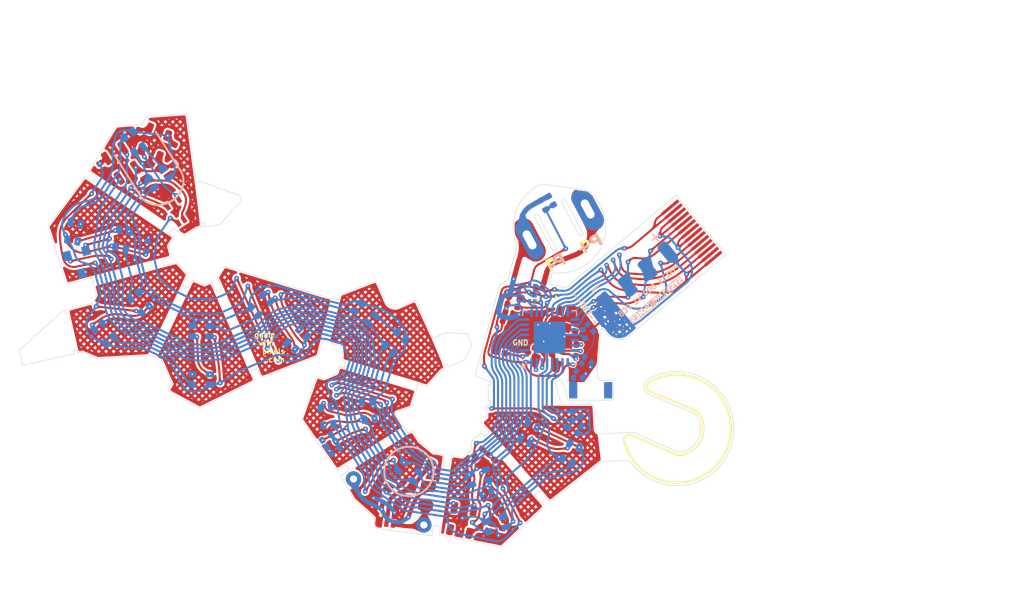
<source format=kicad_pcb>
(kicad_pcb (version 20240108) (generator "pcbnew") (generator_version "8.0")
  (title_block (title "FLX-F020") (date "2021-09-11") (rev "10") (company "Systemic Games, LLC") (comment 1 "Flexible PCB, 0.13mm thickness"))
  (layers (0 "F.Cu" signal) (31 "B.Cu" signal) (34 "B.Paste" user) (35 "F.Paste" user) (36 "B.SilkS" user "B.Silkscreen") (37 "F.SilkS" user "F.Silkscreen") (38 "B.Mask" user) (39 "F.Mask" user) (44 "Edge.Cuts" user))
  (net 0 "")
  (net 2 "GND")
  (net 3 "VDD")
  (net 4 "VDC")
  (net 5 "VEE")
  (net 6 "Net-(L1-Pad2)")
  (net 7 "Net-(U1-DEC4)")
  (net 8 "+5V")
  (net 9 "/BATT_NTC")
  (net 10 "/LED_EN")
  (net 11 "Net-(U1-XC2)")
  (net 12 "Net-(U1-DEC1)")
  (net 13 "Net-(U1-XC1)")
  (net 14 "Net-(U1-DEC3)")
  (net 15 "Net-(D1A-K3A4)")
  (net 16 "Net-(D1B-K1A2)")
  (net 17 "/NTC_ID_VDD")
  (net 18 "RXI")
  (net 19 "TXO")
  (net 20 "SWO")
  (net 21 "RESET")
  (net 22 "SWDCLK")
  (net 23 "SWDIO")
  (net 24 "Net-(D2-DOUT)")
  (net 25 "/PROG")
  (net 26 "/LED_DATA")
  (net 27 "+BATT")
  (net 28 "/STATS")
  (net 29 "Net-(D20-DIN)")
  (net 30 "/5V_SENSE")
  (net 31 "/VBAT_SENSE")
  (net 32 "/Power Supply/MAG1_")
  (net 33 "Net-(D21-DOUT)")
  (net 34 "/LED_RETURN")
  (net 35 "/Power Supply/LED_EN_OUT")
  (net 36 "Net-(D4-DOUT)")
  (net 37 "Net-(D20-DOUT)")
  (net 38 "Net-(D18-DIN)")
  (net 39 "Net-(D17-DIN)")
  (net 40 "Net-(D18-DOUT)")
  (net 41 "Net-(D17-DOUT)")
  (net 42 "Net-(D16-DIN)")
  (net 43 "Net-(D16-DOUT)")
  (net 44 "/SCL")
  (net 45 "/SDA")
  (net 46 "/ACC_INT")
  (net 47 "/ANTENNA")
  (net 48 "Net-(D15-DIN)")
  (net 49 "Net-(D15-DOUT)")
  (net 50 "/ANT_50")
  (net 51 "/ANT_NRF")
  (net 52 "Net-(D14-DIN)")
  (net 53 "Net-(D10-DIN)")
  (net 54 "Net-(D10-DOUT)")
  (net 55 "Net-(D11-DIN)")
  (net 56 "Net-(D11-DOUT)")
  (net 57 "Net-(U1-DCC)")
  (net 58 "Net-(U6-SET)")
  (net 59 "Net-(U1-P0.28{slash}AIN4)")
  (footprint "Pixels-dice:C_0402_1005Metric" (layer "F.Cu") (at 114.7 94.42 -54)
    (property "Reference" "C16")
    (property "Value" "10uF 10V 20%")
  )
  (footprint "Pixels-dice:SOT-353_SC-70-5" (layer "F.Cu") (at 114.96 98.57 123)
    (property "Reference" "U7")
    (property "Value" "SN74LVC1G08" (hide yes))
  )
  (footprint "Package_TO_SOT_SMD:SOT-23-5" (layer "F.Cu") (at 109.37 93.85 123)
    (property "Reference" "U5")
    (property "Value" "MCP73832T-2ACI/OT")
  )
  (footprint "Pixels-dice:SOT-23" (layer "F.Cu") (at 113.140767 95.735406 125)
    (property "Reference" "U8")
    (property "Value" "VCS2373S")
  )
  (footprint "Pixels-dice:SOT-23-5" (layer "F.Cu") (at 112.61 91.86 -112)
    (property "Reference" "U6")
    (property "Value" "MT9700" (hide yes))
  )
  (footprint "Resistor_SMD:R_0402_1005Metric" (layer "F.Cu") (at 110.9 91.12 -114)
    (property "Reference" "R3")
    (property "Value" "10k 5%")
  )
  (footprint "Pixels-dice:C_0402_1005Metric" (layer "F.Cu") (at 153.13 111.51 180)
    (property "Reference" "C7")
    (property "Value" "100pF NP0 10V 5%")
  )
  (footprint "Inductor_SMD:L_0805_2012Metric" (layer "F.Cu") (at 150.65 113.3 -17)
    (property "Reference" "L1")
    (property "Value" "10uH 100mA 20%")
  )
  (footprint "Pixels-dice:C_0402_1005Metric" (layer "F.Cu") (at 153.67 109.75 -107)
    (property "Reference" "C5")
    (property "Value" "8pF 10V 10%")
  )
  (footprint "Pixels-dice:C_0402_1005Metric" (layer "F.Cu") (at 146.18 112.22 165)
    (property "Reference" "C3")
    (property "Value" "0.1uF 10V 20%")
  )
  (footprint "Pixels-dice:C_0402_1005Metric" (layer "F.Cu") (at 151.21 110.89 73)
    (property "Reference" "C2")
    (property "Value" "8pF 10V 10%")
  )
  (footprint "Pixels-dice:C_0402_1005Metric" (layer "F.Cu") (at 147.174293 108.522925 -16)
    (property "Reference" "C10")
    (property "Value" "0.1uF 10V 20%")
  )
  (footprint "Pixels-dice:C_0402_1005Metric" (layer "F.Cu") (at 144.18 129.77 -101)
    (property "Reference" "C18")
    (property "Value" "4.7uF 10V 20%")
  )
  (footprint "Pixels-dice:R_0402_1005Metric" (layer "F.Cu") (at 146.36 129.88 -101)
    (property "Reference" "R4")
    (property "Value" "100k 1%")
  )
  (footprint "Pixels-dice:SOT-23-5" (layer "F.Cu") (at 142.49 128.6 -101)
    (property "Reference" "U4")
    (property "Value" "ME6215" (hide yes))
  )
  (footprint "Pixels-dice:C_0402_1005Metric" (layer "F.Cu") (at 146.94 109.34 -16)
    (property "Reference" "C4")
    (property "Value" "4.7uF 10V 20%")
  )
  (footprint "Resistor_SMD:R_0402_1005Metric" (layer "F.Cu") (at 107.57 94.33 -59)
    (property "Reference" "R6")
    (property "Value" "22k 1%")
  )
  (footprint "Capacitor_SMD:C_0603_1608Metric" (layer "F.Cu") (at 138.78 122.76 152)
    (property "Reference" "C13")
    (property "Value" "4.7uF 25V 20%")
  )
  (footprint "Package_TO_SOT_SMD:SOT-363_SC-70-6" (layer "F.Cu") (at 135.3 127.96 82)
    (property "Reference" "D1")
    (property "Value" "BAV99S")
  )
  (footprint "Capacitor_SMD:C_0603_1608Metric" (layer "F.Cu") (at 145.37 129.54 -101)
    (property "Reference" "C15")
    (property "Value" "22uF 10V 20%")
  )
  (footprint "Inductor_SMD:L_0402_1005Metric" (layer "F.Cu") (at 150.8 112.25 163)
    (property "Reference" "L2")
    (property "Value" "15nH 100mA 5%")
  )
  (footprint "Pixels-dice:C_0402_1005Metric" (layer "F.Cu") (at 149.75 111.4 73)
    (property "Reference" "C1")
    (property "Value" "4.7uF 10V 20%")
  )
  (footprint "Resistor_SMD:R_0402_1005Metric" (layer "F.Cu") (at 144.13 122.06 51)
    (property "Reference" "R7")
    (property "Value" "4.02M 1%")
  )
  (footprint "Resistor_SMD:R_0402_1005Metric" (layer "F.Cu") (at 144.777555 122.582121 -129)
    (property "Reference" "R8")
    (property "Value" "10M 1%")
  )
  (footprint "Pixels-dice:C_0402_1005Metric" (layer "F.Cu") (at 145.41 123.12 -129)
    (property "Reference" "C22")
    (property "Value" "10nF 25V 10%")
  )
  (footprint "Pixels-dice:Crystal_SMD_2016-4Pin_2.0x1.6mm" (layer "F.Cu") (at 152.37 109.05 -107)
    (property "Reference" "Y1")
    (property "Value" "32MHz 40ppm")
  )
  (footprint "Resistor_SMD:R_0402_1005Metric" (layer "F.Cu") (at 147.4 107.72 -15)
    (property "Reference" "R12")
    (property "Value" "2.7k 5%")
  )
  (footprint "Resistor_SMD:R_0402_1005Metric" (layer "F.Cu") (at 147.61 106.93 -15)
    (property "Reference" "R16")
    (property "Value" "2.7k 5%")
  )
  (footprint "Pixels-dice:SOT-23" (layer "F.Cu") (at 136.72 125 152)
    (property "Reference" "U3")
    (property "Value" "PJ75BL50SA")
  )
  (footprint "Capacitor_SMD:C_0805_2012Metric" (layer "F.Cu") (at 139.1 126.229748 82)
    (property "Reference" "C19")
    (property "Value" "12nF 50V 5% NP0")
  )
  (footprint "Pixels-dice:TEST_PIN" (layer "F.Cu") (at 146.75 110.96)
    (property "Reference" "W19" (hide yes))
    (property "Value" "GND")
  )
  (footprint "Pixels-dice:FPC_14" (layer "F.Cu") (at 162.794287 98.137317 -50)
    (property "Reference" "J1")
    (property "Value" "Conn_01x14")
  )
  (footprint "Pixels-dice:C_0402_1005Metric" (layer "F.Cu") (at 114.36 92.52 -114)
    (property "Reference" "C24")
    (property "Value" "0.1uF 10V 20%")
  )
  (footprint "Pixels-dice:TX1812Z_2020" (layer "B.Cu") (at 129.4 118.45 8)
    (property "Reference" "D5")
    (property "Value" "TX1812Z_2020")
  )
  (footprint "Pixels-dice:TX1812Z_2020" (layer "B.Cu") (at 137.3 123.85 57)
    (property "Reference" "D4")
    (property "Value" "TX1812Z_2020")
  )
  (footprint "Pixels-dice:TX1812Z_2020" (layer "B.Cu") (at 136.05 111.3 -42)
    (property "Reference" "D6")
    (property "Value" "TX1812Z_2020")
  )
  (footprint "Pixels-dice:TX1812Z_2020" (layer "B.Cu") (at 149 120.1 155)
    (property "Reference" "D2")
    (property "Value" "TX1812Z_2020")
  )
  (footprint "Pixels-dice:TX1812Z_2020" (layer "B.Cu") (at 126.5 111 138)
    (property "Reference" "D7")
    (property "Value" "TX1812Z_2020")
  )
  (footprint "Pixels-dice:TX1812Z_2020" (layer "B.Cu") (at 107.7 110.4 40)
    (property "Reference" "D9")
    (property "Value" "TX1812Z_2020")
  )
  (footprint "Pixels-dice:TX1812Z_2020" (layer "B.Cu") (at 117.11 110.2 90)
    (property "Reference" "D8")
    (property "Value" "TX1812Z_2020")
  )
  (footprint "TestPoint:TestPoint_THTPad_D1.5mm_Drill0.7mm" (layer "B.Cu") (at 131.960767 124.575406 150)
    (property "Reference" "P6")
    (property "Value" "COILB")
  )
  (footprint "Pixels-dice:C_0402_1005Metric" (layer "B.Cu") (at 151.167211 97.503682 120)
    (property "Reference" "C6")
    (property "Value" "DNP")
  )
  (footprint "TestPoint:TestPoint_THTPad_D1.5mm_Drill0.7mm" (layer "B.Cu") (at 138.800767 129.045406 150)
    (property "Reference" "P5")
    (property "Value" "COILA")
  )
  (footprint "Pixels-dice:TX1812Z_2020" (layer "B.Cu") (at 110.6 91.8 -146)
    (property "Reference" "D11")
    (property "Value" "TX1812Z_2020")
  )
  (footprint "Resistor_SMD:R_0402_1005Metric" (layer "B.Cu") (at 153.65 118.25 150)
    (property "Reference" "R10")
    (property "Value" "100k 1%")
  )
  (footprint "Package_DFN_QFN:QFN-32-1EP_5x5mm_P0.5mm_EP3.1x3.1mm" (layer "B.Cu") (at 151.029999 110.82)
    (property "Reference" "U1")
    (property "Value" "N52810_QFN32")
  )
  (footprint "Pixels-dice:0402_RF" (layer "B.Cu") (at 154.39 110.48 -74)
    (property "Reference" "C8")
    (property "Value" "0.8pF 10V 5% C0G")
  )
  (footprint "Pixels-dice:C_0402_1005Metric" (layer "B.Cu") (at 144.9 125.95 -163.8)
    (property "Reference" "C23")
    (property "Value" "0.1uF 10V 20%")
  )
  (footprint "Pixels-dice:TX1812Z_2020" (layer "B.Cu") (at 145.8 129 106)
    (property "Reference" "D3")
    (property "Value" "TX1812Z_2020")
  )
  (footprint "Pixels-dice:C_0402_1005Metric" (layer "B.Cu") (at 111.9 101.95 81)
    (property "Reference" "C9")
    (property "Value" "10uF 10V 20%")
  )
  (footprint "Resistor_SMD:R_0402_1005Metric" (layer "B.Cu") (at 153.65 119.14282 150)
    (property "Reference" "R9")
    (property "Value" "220k 1%")
  )
  (footprint "Pixels-dice:Hongjie 10100 Connector" (layer "B.Cu") (at 151.904568 99.832308 -152)
    (property "Reference" "J3")
    (property "Value" "Conn_01x02")
  )
  (footprint "Pixels-dice:TX1812Z_2020" (layer "B.Cu") (at 109.5 101.25 -10)
    (property "Reference" "D10")
    (property "Value" "TX1812Z_2020")
  )
  (footprint "Pixels-dice:C_0402_1005Metric" (layer "B.Cu") (at 130.255371 121.858845 -147)
    (property "Reference" "C21")
    (property "Value" "10nF 25V 10%")
  )
  (footprint "Resistor_SMD:R_0402_1005Metric" (layer "B.Cu") (at 129.8 121.2 33)
    (property "Reference" "R2")
    (property "Value" "4.02M 1%")
  )
  (footprint "Resistor_SMD:R_0402_1005Metric" (layer "B.Cu") (at 129.34843 120.528961 33)
    (property "Reference" "R1")
    (property "Value" "4.02M 1%")
  )
  (footprint "Package_LGA:LGA-12_2x2mm_P0.5mm" (layer "B.Cu") (at 148.828603 106.512195 179)
    (property "Reference" "U2")
    (property "Value" "KXTJ3-1057")
  )
  (footprint "Pixels-dice:0402_RF" (layer "B.Cu") (at 155.01 109.89 -52)
    (property "Reference" "L5")
    (property "Value" "3.9nH 5%")
  )
  (footprint "Pixels-dice:R_0402_1005Metric" (layer "B.Cu") (at 153.25 119.835641 151)
    (property "Reference" "R5")
    (property "Value" "100k 1%")
  )
  (footprint "Pixels-dice:0402_RF" (layer "B.Cu") (at 153.88 113.72 -125)
    (property "Reference" "L3")
    (property "Value" "0 Ohm")
  )
  (footprint "Pixels-dice:TX1812Z_2020" (layer "B.Cu") (at 113.05 95.35 124)
    (property "Reference" "D12")
    (property "Value" "TX1812Z_2020")
  )
  (footprint "Pixels-dice:TX1812Z_2020" (layer "B.Cu") (at 117.15 114.9 90)
    (property "Reference" "D15")
    (property "Value" "TX1812Z_2020")
  )
  (footprint "Pixels-dice:SOT-23" (layer "B.Cu") (at 105.31 103.6 105)
    (property "Reference" "U8-alt1")
    (property "Value" "VCS2373S")
  )
  (footprint "Pixels-dice:FPC-POGO-4" (layer "B.Cu") (at 159.58577 104.967722 -140)
    (property "Reference" "J2")
    (property "Value" "Conn_01x04")
  )
  (footprint "Pixels-dice:0402_RF" (layer "B.Cu") (at 154.77 112.99 -35)
    (property "Reference" "C12")
    (property "Value" "DNP")
  )
  (footprint "Pixels-dice:CHIP_ANT" (layer "B.Cu") (at 153.32 115.95 90)
    (property "Reference" "AE1")
    (property "Value" "Antenna_Chip" (hide yes))
  )
  (footprint "Pixels-dice:TX1812Z_2020" (layer "B.Cu") (at 144.15 124.4 106)
    (property "Reference" "D20")
    (property "Value" "TX1812Z_2020")
  )
  (footprint "Pixels-dice:TX1812Z_2020" (layer "B.Cu") (at 104.8 100.55 -10)
    (property "Reference" "D13")
    (property "Value" "TX1812Z_2020")
  )
  (footprint "Pixels-dice:TX1812Z_2020" (layer "B.Cu") (at 133.4 117.9 8)
    (property "Reference" "D18")
    (property "Value" "TX1812Z_2020")
  )
  (footprint "Pixels-dice:0402_RF" (layer "B.Cu") (at 153.77 114.74)
    (property "Reference" "C11")
    (property "Value" "DNP")
  )
  (footprint "Pixels-dice:R_0402_1005Metric" (layer "B.Cu") (at 150.387788 97.953682 120)
    (property "Reference" "TH1")
    (property "Value" "NTC 100k @ 25C")
  )
  (footprint "Pixels-dice:TX1812Z_2020" (layer "B.Cu") (at 153.1 122.05 155)
    (property "Reference" "D21")
    (property "Value" "TX1812Z_2020")
  )
  (footprint "Pixels-dice:TX1812Z_2020" (layer "B.Cu") (at 133.05 108.45 48)
    (property "Reference" "D17")
    (property "Value" "TX1812Z_2020")
  )
  (footprint "Pixels-dice:TX1812Z_2020" (layer "B.Cu") (at 122.95 107.65 137)
    (property "Reference" "D16")
    (property "Value" "TX1812Z_2020")
  )
  (footprint "Pixels-dice:TX1812Z_2020" (layer "B.Cu") (at 111.2 107.45 40)
    (property "Reference" "D14")
    (property "Value" "TX1812Z_2020")
  )
  (footprint "RFFrontEnd:MFH3.RECE.20369.001E.01" (layer "B.Cu") (at 156.15 109.32 -50)
    (property "Reference" "J4" (hide yes))
    (property "Value" "DNP")
  )
  (gr_circle (center 137.35 123.84) (end 139.75 123.84) (stroke (width 0.2)) (fill none) (layer "B.SilkS"))
  (gr_curve (pts (xy 114.287924 97.542729) (xy 113.215291 98.223172) (xy 111.86609 98.018657) (xy 111.274402 97.085933)) (stroke (width 0.2)) (layer "B.SilkS"))
  (gr_line (start 111.274402 97.085933) (end 108.75 93.106521) (stroke (width 0.2)) (layer "B.SilkS"))
  (gr_curve (pts (xy 115.158754 94.621825) (xy 115.750441 95.554553) (xy 115.360562 96.862283) (xy 114.287924 97.542729)) (stroke (width 0.2)) (layer "B.SilkS"))
  (gr_line (start 112.747511 90.820804) (end 115.158754 94.621825) (stroke (width 0.2)) (layer "B.SilkS"))
  (gr_line (start 165.561362 118.237683) (end 165.56174 118.236684) (stroke (width 0.2)) (layer "F.SilkS"))
  (gr_curve (pts (xy 158.454304 120.374004) (xy 158.309126 120.495023) (xy 158.2446 120.687574) (xy 158.28753 120.871639)) (stroke (width 0.2)) (layer "F.SilkS"))
  (gr_line (start 158.973446 120.300533) (end 158.973833 120.299534) (stroke (width 0.2)) (layer "F.SilkS"))
  (gr_line (start 165.112066 117.868671) (end 160.765502 116.068471) (stroke (width 0.2)) (layer "F.SilkS"))
  (gr_line (start 158.287152 120.872635) (end 158.28753 120.871639) (stroke (width 0.2)) (layer "F.SilkS"))
  (gr_curve (pts (xy 163.279364 122.172766) (xy 163.459762 122.251203) (xy 163.659291 122.274691) (xy 163.852977 122.240289)) (stroke (width 0.2)) (layer "F.SilkS"))
  (gr_curve (pts (xy 158.973446 120.300533) (xy 158.800116 120.225163) (xy 158.599108 120.253982) (xy 158.453933 120.375001)) (stroke (width 0.2)) (layer "F.SilkS"))
  (gr_curve (pts (xy 160.699649 115.17773) (xy 160.537672 115.274885) (xy 160.444261 115.455017) (xy 160.458179 115.643389)) (stroke (width 0.2)) (layer "F.SilkS"))
  (gr_curve (pts (xy 158.287152 120.872635) (xy 158.803466 123.086171) (xy 160.685555 124.716051) (xy 162.950144 124.910779)) (stroke (width 0.2)) (layer "F.SilkS"))
  (gr_line (start 160.765502 116.068471) (end 160.765876 116.067472) (stroke (width 0.2)) (layer "F.SilkS"))
  (gr_curve (pts (xy 163.852977 122.240289) (xy 164.716905 122.086867) (xy 165.445174 121.508017) (xy 165.789623 120.701001)) (stroke (width 0.2)) (layer "F.SilkS"))
  (gr_circle (center 134.6 128.1) (end 134.7 128.1) (stroke (width 0.15)) (fill solid) (layer "F.SilkS"))
  (gr_curve (pts (xy 166.844417 115.718023) (xy 165.129071 114.226752) (xy 162.648904 114.008676) (xy 160.699649 115.17773)) (stroke (width 0.2)) (layer "F.SilkS"))
  (gr_curve (pts (xy 168.234043 121.72793) (xy 169.120634 119.635039) (xy 168.559749 117.209301) (xy 166.844417 115.718023)) (stroke (width 0.2)) (layer "F.SilkS"))
  (gr_curve (pts (xy 165.789623 120.701001) (xy 166.13407 119.893993) (xy 166.048228 118.967683) (xy 165.561362 118.237683)) (stroke (width 0.2)) (layer "F.SilkS"))
  (gr_line (start 158.973446 120.300533) (end 163.279364 122.172766) (stroke (width 0.2)) (layer "F.SilkS"))
  (gr_line (start 165.56174 118.236684) (end 165.561362 118.237683) (stroke (width 0.2)) (layer "F.SilkS"))
  (gr_line (start 160.699649 115.17773) (end 160.700033 115.176729) (stroke (width 0.2)) (layer "F.SilkS"))
  (gr_curve (pts (xy 163.853349 122.239296) (xy 164.717286 122.085866) (xy 165.445546 121.507021) (xy 165.79 120.7)) (stroke (width 0.2)) (layer "F.SilkS"))
  (gr_curve (pts (xy 162.950527 124.909764) (xy 165.215115 125.104499) (xy 167.347817 123.819827) (xy 168.234426 121.726925)) (stroke (width 0.2)) (layer "F.SilkS"))
  (gr_curve (pts (xy 160.458179 115.643389) (xy 160.472106 115.831753) (xy 160.590989 115.9962) (xy 160.765502 116.068471)) (stroke (width 0.2)) (layer "F.SilkS"))
  (gr_curve (pts (xy 168.234426 121.726925) (xy 169.121017 119.634032) (xy 168.560138 117.208301) (xy 166.844794 115.717025)) (stroke (width 0.2)) (layer "F.SilkS"))
  (gr_line (start 158.28753 120.871639) (end 158.287152 120.872635) (stroke (width 0.2)) (layer "F.SilkS"))
  (gr_line (start 160.700033 115.176729) (end 160.699649 115.17773) (stroke (width 0.2)) (layer "F.SilkS"))
  (gr_line (start 163.852977 122.240289) (end 163.853349 122.239296) (stroke (width 0.2)) (layer "F.SilkS"))
  (gr_line (start 163.279751 122.171766) (end 163.279364 122.172766) (stroke (width 0.2)) (layer "F.SilkS"))
  (gr_curve (pts (xy 160.700033 115.176729) (xy 160.538041 115.273882) (xy 160.44464 115.45402) (xy 160.458555 115.642385)) (stroke (width 0.2)) (layer "F.SilkS"))
  (gr_curve (pts (xy 165.79 120.7) (xy 166.134451 119.892987) (xy 166.048625 118.966684) (xy 165.56174 118.236684)) (stroke (width 0.2)) (layer "F.SilkS"))
  (gr_line (start 158.973833 120.299534) (end 158.973446 120.300533) (stroke (width 0.2)) (layer "F.SilkS"))
  (gr_curve (pts (xy 158.28753 120.871639) (xy 158.803844 123.085163) (xy 160.685941 124.715058) (xy 162.950527 124.909764)) (stroke (width 0.2)) (layer "F.SilkS"))
  (gr_line (start 163.853349 122.239296) (end 163.852977 122.240289) (stroke (width 0.2)) (layer "F.SilkS"))
  (gr_line (start 165.112066 117.868671) (end 165.112456 117.867668) (stroke (width 0.2)) (layer "F.SilkS"))
  (gr_curve (pts (xy 165.56174 118.236684) (xy 165.451832 118.0719) (xy 165.295459 117.94346) (xy 165.112456 117.867668)) (stroke (width 0.2)) (layer "F.SilkS"))
  (gr_curve (pts (xy 158.453933 120.375001) (xy 158.308742 120.496031) (xy 158.244218 120.688574) (xy 158.287152 120.872635)) (stroke (width 0.2)) (layer "F.SilkS"))
  (gr_curve (pts (xy 158.973833 120.299534) (xy 158.800502 120.224165) (xy 158.599481 120.25298) (xy 158.454304 120.374004)) (stroke (width 0.2)) (layer "F.SilkS"))
  (gr_circle (center 151.7 107) (end 151.8 107) (stroke (width 0.15)) (fill solid) (layer "F.SilkS"))
  (gr_line (start 160.765876 116.067472) (end 165.112456 117.867668) (stroke (width 0.2)) (layer "F.SilkS"))
  (gr_curve (pts (xy 163.279751 122.171766) (xy 163.460143 122.250201) (xy 163.659671 122.273692) (xy 163.853349 122.239296)) (stroke (width 0.2)) (layer "F.SilkS"))
  (gr_curve (pts (xy 166.844794 115.717025) (xy 165.129456 114.225749) (xy 162.649294 114.007678) (xy 160.700033 115.176729)) (stroke (width 0.2)) (layer "F.SilkS"))
  (gr_line (start 163.279751 122.171766) (end 158.973833 120.299534) (stroke (width 0.2)) (layer "F.SilkS"))
  (gr_line (start 163.279364 122.172766) (end 163.279751 122.171766) (stroke (width 0.2)) (layer "F.SilkS"))
  (gr_line (start 160.765876 116.067472) (end 160.765502 116.068471) (stroke (width 0.2)) (layer "F.SilkS"))
  (gr_curve (pts (xy 165.561362 118.237683) (xy 165.451452 118.072894) (xy 165.295073 117.944461) (xy 165.112066 117.868671)) (stroke (width 0.2)) (layer "F.SilkS"))
  (gr_line (start 165.112456 117.867668) (end 165.112066 117.868671) (stroke (width 0.2)) (layer "F.SilkS"))
  (gr_curve (pts (xy 162.950144 124.910779) (xy 165.214745 125.105487) (xy 167.347444 123.820825) (xy 168.234043 121.72793)) (stroke (width 0.2)) (layer "F.SilkS"))
  (gr_curve (pts (xy 160.458555 115.642385) (xy 160.472484 115.830751) (xy 160.591369 115.995197) (xy 160.765876 116.067472)) (stroke (width 0.2)) (layer "F.SilkS"))
  (gr_line (start 115.74 89.08) (end 111.78 89.37) (stroke (width 0.05)) (layer "Edge.Cuts"))
  (gr_arc (start 154.259799 100.6495) (mid 154.178997 100.917994) (end 153.909823 100.839488) (stroke (width 0.05)) (layer "Edge.Cuts"))
  (gr_line (start 152.79 116.78) (end 152.27 115.08) (stroke (width 0.05)) (layer "Edge.Cuts"))
  (gr_arc (start 142.6799 122.4095) (mid 142.586227 122.460574) (end 142.479905 122.469461) (stroke (width 0.05)) (layer "Edge.Cuts"))
  (gr_line (start 112.24 112.55) (end 107.1 112.85) (stroke (width 0.05)) (layer "Edge.Cuts"))
  (gr_line (start 155.976 110.45) (end 155.64 114.48) (stroke (width 0.05)) (layer "Edge.Cuts"))
  (gr_line (start 104.2 108.11) (end 104.26 108.4) (stroke (width 0.05)) (layer "Edge.Cuts"))
  (gr_arc (start 140.2602 129.159701) (mid 140.384829 129.237235) (end 140.420169 129.379695) (stroke (width 0.05)) (layer "Edge.Cuts"))
  (gr_line (start 140.99 113.33) (end 141.15 113.7) (stroke (width 0.05)) (layer "Edge.Cuts"))
  (gr_line (start 114.77 103.54) (end 113.742717 103.803832) (stroke (width 0.05)) (layer "Edge.Cuts"))
  (gr_line (start 106.97 95.38) (end 106.81 95.63) (stroke (width 0.05)) (layer "Edge.Cuts"))
  (gr_line (start 137.14 119.98) (end 136.09 118.32) (stroke (width 0.05)) (layer "Edge.Cuts"))
  (gr_line (start 141.13 123.28) (end 140.84 123.24) (stroke (width 0.05)) (layer "Edge.Cuts"))
  (gr_line (start 131.3 123.31) (end 131.46 123.57) (stroke (width 0.05)) (layer "Edge.Cuts"))
  (gr_line (start 156.14 114.99) (end 157.05 114.99) (stroke (width 0.05)) (layer "Edge.Cuts"))
  (gr_line (start 143.5 120.81) (end 143.35 121.76) (stroke (width 0.05)) (layer "Edge.Cuts"))
  (gr_line (start 106.46 107.51) (end 104.66 108) (stroke (width 0.05)) (layer "Edge.Cuts"))
  (gr_line (start 140.99 113.33) (end 140.72 113.45) (stroke (width 0.05)) (layer "Edge.Cuts"))
  (gr_arc (start 122.0398 114.27) (mid 122.037417 114.111607) (end 122.14978 113.999945) (stroke (width 0.05)) (layer "Edge.Cuts"))
  (gr_line (start 140.72 113.45) (end 140.88 113.81) (stroke (width 0.05)) (layer "Edge.Cuts"))
  (gr_arc (start 104.0895 108.539799) (mid 104.011167 108.527284) (end 103.969459 108.459806) (stroke (width 0.05)) (layer "Edge.Cuts"))
  (gr_arc (start 157.05 114.99) (mid 157.19113 115.04887) (end 157.25 115.19) (stroke (width 0.05)) (layer "Edge.Cuts"))
  (gr_line (start 105.61 112.22) (end 107.1 112.85) (stroke (width 0.05)) (layer "Edge.Cuts"))
  (gr_line (start 151.07 105.38) (end 151.27 104.65) (stroke (width 0.05)) (layer "Edge.Cuts"))
  (gr_line (start 117.02 117.67) (end 122.37 115.02) (stroke (width 0.05)) (layer "Edge.Cuts"))
  (gr_arc (start 118.715474 106.274419) (mid 118.565073 106.277496) (end 118.455526 106.174396) (stroke (width 0.05)) (layer "Edge.Cuts"))
  (gr_line (start 143.26 121.91) (end 142.68 122.41) (stroke (width 0.05)) (layer "Edge.Cuts"))
  (gr_arc (start 151.620199 102.0804) (mid 151.539994 102.339991) (end 151.280219 102.260388) (stroke (width 0.05)) (layer "Edge.Cuts"))
  (gr_line (start 144.95 118.61) (end 144.4 119.08) (stroke (width 0.05)) (layer "Edge.Cuts"))
  (gr_arc (start 113.970301 102.009701) (mid 113.962818 101.922648) (end 113.990328 101.839717) (stroke (width 0.05)) (layer "Edge.Cuts"))
  (gr_line (start 128.4 114.63) (end 126.92 118.78) (stroke (width 0.05)) (layer "Edge.Cuts"))
  (gr_line (start 106.24 94.65) (end 106.92 95.11) (stroke (width 0.05)) (layer "Edge.Cuts"))
  (gr_line (start 137.98 107.21) (end 139.69 110.91) (stroke (width 0.05)) (layer "Edge.Cuts"))
  (gr_line (start 151.28 102.26) (end 149.58 99.14) (stroke (width 0.05)) (layer "Edge.Cuts"))
  (gr_arc (start 130.69 111.6198) (mid 130.789021 111.687224) (end 130.829979 111.799801) (stroke (width 0.05)) (layer "Edge.Cuts"))
  (gr_line (start 113.97 102.01) (end 114.23 102.96) (stroke (width 0.05)) (layer "Edge.Cuts"))
  (gr_arc (start 122.42 113.8801) (mid 122.573689 113.879105) (end 122.679995 113.990102) (stroke (width 0.05)) (layer "Edge.Cuts"))
  (gr_line (start 117.39 105.71) (end 116.33 105.25) (stroke (width 0.05)) (layer "Edge.Cuts"))
  (gr_line (start 145.24 117.27) (end 145.24 117.28) (stroke (width 0.05)) (layer "Edge.Cuts"))
  (gr_line (start 160.662448 116.329044) (end 164.990448 118.149044) (stroke (width 0.05)) (layer "Edge.Cuts"))
  (gr_line (start 131.4 123.84) (end 130.71 124.28) (stroke (width 0.05)) (layer "Edge.Cuts"))
  (gr_line (start 163.381883 121.897048) (end 159.280557 120.086718) (stroke (width 0.05)) (layer "Edge.Cuts"))
  (gr_line (start 145.24 116.97) (end 145.24 116.98) (stroke (width 0.05)) (layer "Edge.Cuts"))
  (gr_line (start 130.9 112.67) (end 130.8 112.99) (stroke (width 0.05)) (layer "Edge.Cuts"))
  (gr_line (start 141.15 113.7) (end 142.79 112.98) (stroke (width 0.05)) (layer "Edge.Cuts"))
  (gr_arc (start 141.359799 123.1097) (mid 141.280959 123.243612) (end 141.129804 123.279674) (stroke (width 0.05)) (layer "Edge.Cuts"))
  (gr_line (start 130.6 113.66) (end 130.42 114.22) (stroke (width 0.05)) (layer "Edge.Cuts"))
  (gr_line (start 115.82 104.69) (end 114.77 103.54) (stroke (width 0.05)) (layer "Edge.Cuts"))
  (gr_line (start 118.92 99.88) (end 121.03 97.58) (stroke (width 0.05)) (layer "Edge.Cuts"))
  (gr_line (start 117.21 99.68) (end 117.32 99.66) (stroke (width 0.05)) (layer "Edge.Cuts"))
  (gr_line (start 150.196 125.787) (end 151.039 126.78) (stroke (width 0.05)) (layer "Edge.Cuts"))
  (gr_line (start 139.96 129.11) (end 140.26 129.16) (stroke (width 0.05)) (layer "Edge.Cuts"))
  (gr_line (start 106.57 105.16) (end 106.97 106.62) (stroke (width 0.05)) (layer "Edge.Cuts"))
  (gr_line (start 151.039 126.78) (end 155.866 122.986) (stroke (width 0.05)) (layer "Edge.Cuts"))
  (gr_line (start 156.1503 122.880107) (end 158.517449 122.781364) (stroke (width 0.05)) (layer "Edge.Cuts"))
  (gr_line (start 104.85 112.39) (end 99.79 113.54) (stroke (width 0.05)) (layer "Edge.Cuts"))
  (gr_arc (start 137.4097 120.0504) (mid 137.259692 120.073303) (end 137.139714 119.980394) (stroke (width 0.05)) (layer "Edge.Cuts"))
  (gr_line (start 155.954527 120.17939) (end 159.05695 120.04461) (stroke (width 0.05)) (layer "Edge.Cuts"))
  (gr_arc (start 114.18 100.8496) (mid 114.096449 100.720068) (end 114.13005 100.569634) (stroke (width 0.05)) (layer "Edge.Cuts"))
  (gr_line (start 145.28 115.44) (end 145.07 115.44) (stroke (width 0.05)) (layer "Edge.Cuts"))
  (gr_line (start 102.28 100.03) (end 104.09 105.63) (stroke (width 0.05)) (layer "Edge.Cuts"))
  (gr_line (start 128.79 106.76) (end 119.41 103.9) (stroke (width 0.05)) (layer "Edge.Cuts"))
  (gr_line (start 115.411887 105.583765) (end 115.82 104.69) (stroke (width 0.05)) (layer "Edge.Cuts"))
  (gr_arc (start 163.786188 121.945915) (mid 163.580527 121.951458) (end 163.382145 121.896956) (stroke (width 0.05)) (layer "Edge.Cuts"))
  (gr_arc (start 152.9798 116.909799) (mid 152.864184 116.874924) (end 152.789773 116.779811) (stroke (width 0.05)) (layer "Edge.Cuts"))
  (gr_line (start 106.95 106.77) (end 106.58 107.42) (stroke (width 0.05)) (layer "Edge.Cuts"))
  (gr_arc (start 119.145306 105.877846) (mid 119.14695 106.027708) (end 119.045307 106.137846) (stroke (width 0.05)) (layer "Edge.Cuts"))
  (gr_line (start 129.01 114.85) (end 128.4 114.63) (stroke (width 0.05)) (layer "Edge.Cuts"))
  (gr_line (start 135.08 107.39) (end 134.18 105.32) (stroke (width 0.05)) (layer "Edge.Cuts"))
  (gr_line (start 144.95 117.33) (end 144.95 118.61) (stroke (width 0.05)) (layer "Edge.Cuts"))
  (gr_line (start 108.9 90.29) (end 106.24 94.65) (stroke (width 0.05)) (layer "Edge.Cuts"))
  (gr_line (start 116.000366 105.859851) (end 116.33 105.25) (stroke (width 0.05)) (layer "Edge.Cuts"))
  (gr_line (start 151.57 115.3) (end 152.13 117.13) (stroke (width 0.05)) (layer "Edge.Cuts"))
  (gr_arc (start 155.1195 117.340201) (mid 155.257297 117.395417) (end 155.319509 117.530199) (stroke (width 0.05)) (layer "Edge.Cuts"))
  (gr_arc (start 151.5702 115.300099) (mid 151.583368 115.148147) (end 151.700203 115.050104) (stroke (width 0.05)) (layer "Edge.Cuts"))
  (gr_line (start 113.95 116) (end 117.02 117.67) (stroke (width 0.05)) (layer "Edge.Cuts"))
  (gr_line (start 130.46 107.19) (end 128.79 106.76) (stroke (width 0.05)) (layer "Edge.Cuts"))
  (gr_line (start 119.045507 106.137846) (end 118.715507 106.274846) (stroke (width 0.05)) (layer "Edge.Cuts"))
  (gr_line (start 136.19 118.02) (end 137.54 117.57) (stroke (width 0.05)) (layer "Edge.Cuts"))
  (gr_arc (start 149.6601 126.249499) (mid 149.609971 126.105207) (end 149.680106 125.969509) (stroke (width 0.05)) (layer "Edge.Cuts"))
  (gr_arc (start 156.1395 114.9895) (mid 155.783157 114.838773) (end 155.63955 114.479502) (stroke (width 0.05)) (layer "Edge.Cuts"))
  (gr_line (start 104.78 112.1) (end 104.85 112.39) (stroke (width 0.05)) (layer "Edge.Cuts"))
  (gr_line (start 140.42 129.38) (end 140.33 129.99) (stroke (width 0.05)) (layer "Edge.Cuts"))
  (gr_arc (start 149.5795 99.14) (mid 149.666001 98.867901) (end 149.939452 98.950026) (stroke (width 0.05)) (layer "Edge.Cuts"))
  (gr_arc (start 143.349699 121.7602) (mid 143.319806 121.844265) (end 143.259708 121.91021) (stroke (width 0.05)) (layer "Edge.Cuts"))
  (gr_arc (start 104.26 108.4003) (mid 104.24609 108.477704) (end 104.180006 108.52034) (stroke (width 0.05)) (layer "Edge.Cuts"))
  (gr_line (start 132.01 126.55) (end 133.94 128.27) (stroke (width 0.05)) (layer "Edge.Cuts"))
  (gr_line (start 140.67 123.01) (end 140.78 122.22) (stroke (width 0.05)) (layer "Edge.Cuts"))
  (gr_arc (start 157.25 116.71) (mid 157.191421 116.851421) (end 157.05 116.91) (stroke (width 0.05)) (layer "Edge.Cuts"))
  (gr_line (start 105.21 112.31) (end 105.61 112.22) (stroke (width 0.05)) (layer "Edge.Cuts"))
  (gr_line (start 145.05 120.13) (end 144.82 120.33) (stroke (width 0.05)) (layer "Edge.Cuts"))
  (gr_line (start 152.02 114.95) (end 151.7 115.05) (stroke (width 0.05)) (layer "Edge.Cuts"))
  (gr_line (start 154.78 96.53) (end 150.26 95.91) (stroke (width 0.05)) (layer "Edge.Cuts"))
  (gr_line (start 149.94 98.95) (end 151.62 102.08) (stroke (width 0.05)) (layer "Edge.Cuts"))
  (gr_arc (start 152.3896 117.3402) (mid 152.223225 117.280228) (end 152.129572 117.130207) (stroke (width 0.05)) (layer "Edge.Cuts"))
  (gr_arc (start 113.742717 103.803832) (mid 113.587981 103.786946) (end 113.492742 103.663828) (stroke (width 0.05)) (layer "Edge.Cuts"))
  (gr_line (start 146.85 105.32) (end 146.14 105.73) (stroke (width 0.05)) (layer "Edge.Cuts"))
  (gr_line (start 116.75 95.8026) (end 116.86 95.78) (stroke (width 0.05)) (layer "Edge.Cuts"))
  (gr_arc (start 145.0696 119.8501) (mid 145.117134 119.994214) (end 145.049613 120.130115) (stroke (width 0.05)) (layer "Edge.Cuts"))
  (gr_line (start 139.69 110.91) (end 140.88 110.37) (stroke (width 0.05)) (layer "Edge.Cuts"))
  (gr_arc (start 131.459899 123.5699) (mid 131.484673 123.717062) (end 131.399875 123.839861) (stroke (width 0.05)) (layer "Edge.Cuts"))
  (gr_line (start 111.44 90.11) (end 108.9 90.29) (stroke (width 0.05)) (layer "Edge.Cuts"))
  (gr_line (start 99.79 113.54) (end 99.5 112.03) (stroke (width 0.05)) (layer "Edge.Cuts"))
  (gr_arc (start 165.302009 118.406953) (mid 165.500883 120.586348) (end 163.785793 121.945659) (stroke (width 0.05)) (layer "Edge.Cuts"))
  (gr_line (start 118.455526 106.174396) (end 118.16 105.42) (stroke (width 0.05)) (layer "Edge.Cuts"))
  (gr_arc (start 164.990153 118.149174) (mid 165.164928 118.255044) (end 165.301703 118.40686) (stroke (width 0.05)) (layer "Edge.Cuts"))
  (gr_line (start 163.35 96.98) (end 152.578718 106.013743) (stroke (width 0.05)) (layer "Edge.Cuts"))
  (gr_arc (start 159.05695 120.04461) (mid 159.171184 120.052765) (end 159.280557 120.086718) (stroke (width 0.05)) (layer "Edge.Cuts"))
  (gr_arc (start 116.940786 95.669859) (mid 116.924012 95.742253) (end 116.86 95.78) (stroke (width 0.05)) (layer "Edge.Cuts"))
  (gr_arc (start 113.423217 103.394034) (mid 113.444642 103.245688) (end 113.563207 103.153994) (stroke (width 0.05)) (layer "Edge.Cuts"))
  (gr_line (start 144.54 120.31) (end 144.34 120.08) (stroke (width 0.05)) (layer "Edge.Cuts"))
  (gr_line (start 158.742 110.666) (end 168.19 102.75) (stroke (width 0.05)) (layer "Edge.Cuts"))
  (gr_arc (start 130.9104 112.5898) (mid 130.91014 112.630393) (end 130.9004 112.6698) (stroke (width 0.05)) (layer "Edge.Cuts"))
  (gr_arc (start 136.399701 107.909703) (mid 135.632094 107.922863) (end 135.079724 107.389682) (stroke (width 0.05)) (layer "Edge.Cuts"))
  (gr_line (start 145.07 116.92) (end 145.19 116.92) (stroke (width 0.05)) (layer "Edge.Cuts"))
  (gr_line (start 155.877 110.318) (end 155.976 110.45) (stroke (width 0.05)) (layer "Edge.Cuts"))
  (gr_arc (start 104.7798 112.099899) (mid 104.793128 112.022107) (end 104.859795 111.97986) (stroke (width 0.05)) (layer "Edge.Cuts"))
  (gr_line (start 155.431 119.706) (end 155.319 117.53) (stroke (width 0.05)) (layer "Edge.Cuts"))
  (gr_line (start 114.35 115.36) (end 113.34 113.06) (stroke (width 0.05)) (layer "Edge.Cuts"))
  (gr_line (start 130.71 124.28) (end 132.01 126.55) (stroke (width 0.05)) (layer "Edge.Cuts"))
  (gr_line (start 147.87 101.89) (end 146.97 105.17) (stroke (width 0.05)) (layer "Edge.Cuts"))
  (gr_line (start 122.68 113.99) (end 123.01 114.73) (stroke (width 0.05)) (layer "Edge.Cuts"))
  (gr_arc (start 155.87651 110.318609) (mid 155.847445 110.207521) (end 155.905483 110.108441) (stroke (width 0.05)) (layer "Edge.Cuts"))
  (gr_line (start 156.276 110.016) (end 156.583 110.422) (stroke (width 0.05)) (layer "Edge.Cuts"))
  (gr_line (start 153.91 100.84) (end 152.22 97.72) (stroke (width 0.05)) (layer "Edge.Cuts"))
  (gr_line (start 122.15 114) (end 122.42 113.88) (stroke (width 0.05)) (layer "Edge.Cuts"))
  (gr_line (start 146.35 131.17) (end 150.51 127.24) (stroke (width 0.05)) (layer "Edge.Cuts"))
  (gr_arc (start 152.0199 114.9497) (mid 152.17018 114.966073) (end 152.269873 115.07971) (stroke (width 0.05)) (layer "Edge.Cuts"))
  (gr_line (start 139.61 130.09) (end 139.73 129.28) (stroke (width 0.05)) (layer "Edge.Cuts"))
  (gr_line (start 104.09 105.63) (end 106.33 105.02) (stroke (width 0.05)) (layer "Edge.Cuts"))
  (gr_line (start 113.95 116) (end 114.35 115.36) (stroke (width 0.05)) (layer "Edge.Cuts"))
  (gr_arc (start 106.9696 106.6195) (mid 106.976175 106.696715) (end 106.949632 106.769521) (stroke (width 0.05)) (layer "Edge.Cuts"))
  (gr_arc (start 160.567166 114.905134) (mid 168.82432 120.782822) (end 158.930662 122.983588) (stroke (width 0.05)) (layer "Edge.Cuts"))
  (gr_arc (start 140.8397 123.2395) (mid 140.705667 123.160751) (end 140.66973 123.009506) (stroke (width 0.05)) (layer "Edge.Cuts"))
  (gr_line (start 152.578718 106.013743) (end 151.21 105.63) (stroke (width 0.05)) (layer "Edge.Cuts"))
  (gr_line (start 130.7 106.66) (end 130.58 107.12) (stroke (width 0.05)) (layer "Edge.Cuts"))
  (gr_line (start 140.78 122.22) (end 139.72 122.06) (stroke (width 0.05)) (layer "Edge.Cuts"))
  (gr_line (start 129.05 111.18) (end 130.69 111.62) (stroke (width 0.05)) (layer "Edge.Cuts"))
  (gr_arc (start 117.130002 99.79) (mid 117.146634 99.71822) (end 117.210103 99.680794) (stroke (width 0.05)) (layer "Edge.Cuts"))
  (gr_line (start 149.68 125.97) (end 149.916 125.767) (stroke (width 0.05)) (layer "Edge.Cuts"))
  (gr_arc (start 104.9495 111.960201) (mid 105.027834 111.972716) (end 105.069541 112.040195) (stroke (width 0.05)) (layer "Edge.Cuts"))
  (gr_line (start 130.34 123.69) (end 131.03 123.25) (stroke (width 0.05)) (layer "Edge.Cuts"))
  (gr_line (start 105.07 112.04) (end 105.14 112.33) (stroke (width 0.05)) (layer "Edge.Cuts"))
  (gr_line (start 117.47 100.05) (end 118.92 99.88) (stroke (width 0.05)) (layer "Edge.Cuts"))
  (gr_line (start 117.17 100.09) (end 117.130002 99.79) (stroke (width 0.05)) (layer "Edge.Cuts"))
  (gr_arc (start 131.029699 123.250301) (mid 131.176646 123.226554) (end 131.299712 123.310292) (stroke (width 0.05)) (layer "Edge.Cuts"))
  (gr_line (start 104.18 108.52) (end 104.09 108.54) (stroke (width 0.05)) (layer "Edge.Cuts"))
  (gr_line (start 137.67 119.89) (end 137.41 120.05) (stroke (width 0.05)) (layer "Edge.Cuts"))
  (gr_line (start 105.85 95.23) (end 102.28 100.03) (stroke (width 0.05)) (layer "Edge.Cuts"))
  (gr_line (start 118.74 105.01) (end 119.145306 105.877846) (stroke (width 0.05)) (layer "Edge.Cuts"))
  (gr_line (start 117.43 99.75) (end 117.47 100.05) (stroke (width 0.05)) (layer "Edge.Cuts"))
  (gr_arc (start 106.809899 95.63) (mid 106.682961 95.720891) (end 106.529935 95.689949) (stroke (width 0.05)) (layer "Edge.Cuts"))
  (gr_line (start 111.78 89.37) (end 111.44 90.11) (stroke (width 0.05)) (layer "Edge.Cuts"))
  (gr_line (start 103.9 108.17) (end 103.736 108.214) (stroke (width 0.05)) (layer "Edge.Cuts"))
  (gr_line (start 152.98 116.91) (end 157.05 116.91) (stroke (width 0.05)) (layer "Edge.Cuts"))
  (gr_line (start 140.51 113.98) (end 140.88 113.81) (stroke (width 0.05)) (layer "Edge.Cuts"))
  (gr_line (start 130.31 114.35) (end 129.15 114.84) (stroke (width 0.05)) (layer "Edge.Cuts"))
  (gr_line (start 104.66 108) (end 104.27 108.09) (stroke (width 0.05)) (layer "Edge.Cuts"))
  (gr_line (start 140.88 110.37) (end 142.98 110.45) (stroke (width 0.05)) (layer "Edge.Cuts"))
  (gr_line (start 105.14 112.33) (end 105.21 112.31) (stroke (width 0.05)) (layer "Edge.Cuts"))
  (gr_line (start 120.92 97.02) (end 117.1 95.65) (stroke (width 0.05)) (layer "Edge.Cuts"))
  (gr_line (start 140.33 129.99) (end 146.35 131.17) (stroke (width 0.05)) (layer "Edge.Cuts"))
  (gr_line (start 152.57 97.52) (end 154.26 100.65) (stroke (width 0.05)) (layer "Edge.Cuts"))
  (gr_line (start 168.19 102.75) (end 163.35 96.98) (stroke (width 0.05)) (layer "Edge.Cuts"))
  (gr_arc (start 133.940399 128.269901) (mid 133.994037 128.352017) (end 134.000369 128.449894) (stroke (width 0.05)) (layer "Edge.Cuts"))
  (gr_line (start 128.48 112.62) (end 128.81 111.32) (stroke (width 0.05)) (layer "Edge.Cuts"))
  (gr_arc (start 155.866062 122.986223) (mid 155.999947 122.911108) (end 156.1503 122.880107) (stroke (width 0.05)) (layer "Edge.Cuts"))
  (gr_line (start 115.729981 105.950695) (end 115.501981 105.843695) (stroke (width 0.05)) (layer "Edge.Cuts"))
  (gr_arc (start 106.9201 95.11) (mid 107.001547 95.234533) (end 106.970044 95.379961) (stroke (width 0.05)) (layer "Edge.Cuts"))
  (gr_arc (start 156.065429 109.987404) (mid 156.176504 109.958387) (end 156.275572 110.016397) (stroke (width 0.05)) (layer "Edge.Cuts"))
  (gr_arc (start 151.210001 105.630399) (mid 151.087952 105.534559) (end 151.070048 105.380414) (stroke (width 0.05)) (layer "Edge.Cuts"))
  (gr_arc (start 158.741373 110.665679) (mid 157.609545 111.00646) (end 156.582328 110.421659) (stroke (width 0.05)) (layer "Edge.Cuts"))
  (gr_line (start 119.41 103.9) (end 118.74 105.01) (stroke (width 0.05)) (layer "Edge.Cuts"))
  (gr_line (start 145.33 115.22) (end 145.33 115.39) (stroke (width 0.05)) (layer "Edge.Cuts"))
  (gr_line (start 113.34 113.06) (end 112.24 112.55) (stroke (width 0.05)) (layer "Edge.Cuts"))
  (gr_line (start 139.12 115.54) (end 140.51 113.98) (stroke (width 0.05)) (layer "Edge.Cuts"))
  (gr_arc (start 130.5804 107.1195) (mid 130.533708 107.177324) (end 130.460394 107.189528) (stroke (width 0.05)) (layer "Edge.Cuts"))
  (gr_arc (start 138.190001 115.46) (mid 138.288077 115.343224) (end 138.44 115.330001) (stroke (width 0.05)) (layer "Edge.Cuts"))
  (gr_line (start 130.853337 113.737233) (end 130.6 113.66) (stroke (width 0.05)) (layer "Edge.Cuts"))
  (gr_line (start 142.48 122.47) (end 141.48 122.32) (stroke (width 0.05)) (layer "Edge.Cuts"))
  (gr_line (start 114.51 101.07) (end 114.18 100.85) (stroke (width 0.05)) (layer "Edge.Cuts"))
  (gr_line (start 138.34 120.95) (end 137.67 119.89) (stroke (width 0.05)) (layer "Edge.Cuts"))
  (gr_line (start 116.77 100.13) (end 117.17 100.09) (stroke (width 0.05)) (layer "Edge.Cuts"))
  (gr_line (start 142.98 110.45) (end 143.47 111.52) (stroke (width 0.05)) (layer "Edge.Cuts"))
  (gr_line (start 146.14 105.73) (end 143.81 114.49) (stroke (width 0.05)) (layer "Edge.Cuts"))
  (gr_line (start 116.940786 95.669859) (end 117.1 95.65) (stroke (width 0.05)) (layer "Edge.Cuts"))
  (gr_line (start 141.48 122.32) (end 141.36 123.11) (stroke (width 0.05)) (layer "Edge.Cuts"))
  (gr_line (start 144.34 120.08) (end 143.5 120.81) (stroke (width 0.05)) (layer "Edge.Cuts"))
  (gr_arc (start 146.969599 105.1701) (mid 146.92653 105.258642) (end 146.849594 105.320088) (stroke (width 0.05)) (layer "Edge.Cuts"))
  (gr_line (start 157.25 115.19) (end 157.25 116.71) (stroke (width 0.05)) (layer "Edge.Cuts"))
  (gr_line (start 114.57 100.26) (end 115.51 100.9) (stroke (width 0.05)) (layer "Edge.Cuts"))
  (gr_arc (start 154.779972 96.529523) (mid 156.144737 101.76623) (end 151.479972 104.509522) (stroke (width 0.05)) (layer "Edge.Cuts"))
  (gr_arc (start 106.579799 107.4197) (mid 106.528593 107.476427) (end 106.459804 107.509714) (stroke (width 0.05)) (layer "Edge.Cuts"))
  (gr_line (start 116.639904 95.729999) (end 115.74 89.08) (stroke (width 0.05)) (layer "Edge.Cuts"))
  (gr_line (start 115.51 100.9) (end 116.77 100.13) (stroke (width 0.05)) (layer "Edge.Cuts"))
  (gr_line (start 114.51 101.07) (end 113.99 101.84) (stroke (width 0.05)) (layer "Edge.Cuts"))
  (gr_line (start 150.51 127.24) (end 149.66 126.25) (stroke (width 0.05)) (layer "Edge.Cuts"))
  (gr_line (start 145.07 115.44) (end 145.07 116.92) (stroke (width 0.05)) (layer "Edge.Cuts"))
  (gr_line (start 113.493217 103.664333) (end 113.423217 103.394333) (stroke (width 0.05)) (layer "Edge.Cuts"))
  (gr_arc (start 145.329799 115.3898) (mid 145.313241 115.423241) (end 145.2798 115.439799) (stroke (width 0.05)) (layer "Edge.Cuts"))
  (gr_arc (start 139.729901 129.280501) (mid 139.809146 129.147149) (end 139.95989 129.11056) (stroke (width 0.05)) (layer "Edge.Cuts"))
  (gr_line (start 143.81 114.49) (end 145.3 115.18) (stroke (width 0.05)) (layer "Edge.Cuts"))
  (gr_arc (start 116.000366 105.859851) (mid 115.884188 105.961314) (end 115.730367 105.949851) (stroke (width 0.05)) (layer "Edge.Cuts"))
  (gr_arc (start 152.219501 97.72) (mid 152.294981 97.445767) (end 152.569564 97.519963) (stroke (width 0.05)) (layer "Edge.Cuts"))
  (gr_arc (start 117.56 105.710366) (mid 117.475001 105.731269) (end 117.390002 105.710366) (stroke (width 0.05)) (layer "Edge.Cuts"))
  (gr_arc (start 155.954527 120.17939) (mid 155.594646 120.05085) (end 155.430667 119.705671) (stroke (width 0.05)) (layer "Edge.Cuts"))
  (gr_line (start 103.736 108.214) (end 99.5 112.03) (stroke (width 0.05)) (layer "Edge.Cuts"))
  (gr_line (start 142.79 112.98) (end 143.47 111.52) (stroke (width 0.05)) (layer "Edge.Cuts"))
  (gr_arc (start 160.662703 116.328976) (mid 160.174552 115.645613) (end 160.566002 114.90262) (stroke (width 0.05)) (layer "Edge.Cuts"))
  (gr_arc (start 117.320102 99.660011) (mid 117.39561 99.679936) (end 117.430099 99.75) (stroke (width 0.05)) (layer "Edge.Cuts"))
  (gr_arc (start 116.75035 95.802628) (mid 116.680804 95.788095) (end 116.639904 95.729999) (stroke (width 0.05)) (layer "Edge.Cuts"))
  (gr_line (start 134.18 105.32) (end 130.7 106.66) (stroke (width 0.05)) (layer "Edge.Cuts"))
  (gr_line (start 138.44 115.330001) (end 139.12 115.54) (stroke (width 0.05)) (layer "Edge.Cuts"))
  (gr_arc (start 134.37 129.4101) (mid 134.031276 129.211829) (end 133.940004 128.830103) (stroke (width 0.05)) (layer "Edge.Cuts"))
  (gr_line (start 144.4 119.08) (end 145.07 119.85) (stroke (width 0.05)) (layer "Edge.Cuts"))
  (gr_arc (start 130.419599 114.2202) (mid 130.377547 114.295863) (end 130.31 114.35) (stroke (width 0.05)) (layer "Edge.Cuts"))
  (gr_line (start 106.53 95.69) (end 105.85 95.23) (stroke (width 0.05)) (layer "Edge.Cuts"))
  (gr_arc (start 151.270201 104.6497) (mid 151.349116 104.540598) (end 151.480191 104.509773) (stroke (width 0.05)) (layer "Edge.Cuts"))
  (gr_line (start 137.54 117.57) (end 138.19 115.46) (stroke (width 0.05)) (layer "Edge.Cuts"))
  (gr_arc (start 136.089701 118.319901) (mid 136.065415 118.145138) (end 136.189702 118.0199) (stroke (width 0.05)) (layer "Edge.Cuts"))
  (gr_arc (start 145.239999 117.28) (mid 145.226649 117.316649) (end 145.19 117.329999) (stroke (width 0.05)) (layer "Edge.Cuts"))
  (gr_line (start 104.95 111.96) (end 104.86 111.98) (stroke (width 0.05)) (layer "Edge.Cuts"))
  (gr_line (start 155.12 117.34) (end 152.39 117.34) (stroke (width 0.05)) (layer "Edge.Cuts"))
  (gr_arc (start 114.289799 100.319701) (mid 114.417991 100.234602) (end 114.569795 100.259709) (stroke (width 0.05)) (layer "Edge.Cuts"))
  (gr_arc (start 129.1501 114.84) (mid 129.080859 114.855646) (end 129.010097 114.850016) (stroke (width 0.05)) (layer "Edge.Cuts"))
  (gr_arc (start 149.916202 125.767488) (mid 150.060284 125.720242) (end 150.196178 125.787509) (stroke (width 0.05)) (layer "Edge.Cuts"))
  (gr_arc (start 145.1896 116.920401) (mid 145.226038 116.933962) (end 145.239599 116.9704) (stroke (width 0.05)) (layer "Edge.Cuts"))
  (gr_line (start 130.83 111.8) (end 130.91 112.59) (stroke (width 0.05)) (layer "Edge.Cuts"))
  (gr_line (start 103.9 108.17) (end 103.97 108.46) (stroke (width 0.05)) (layer "Edge.Cuts"))
  (gr_arc (start 147.869703 101.89005) (mid 147.813598 98.400034) (end 150.259708 95.910072) (stroke (width 0.05)) (layer "Edge.Cuts"))
  (gr_line (start 134 128.45) (end 133.94 128.83) (stroke (width 0.05)) (layer "Edge.Cuts"))
  (gr_arc (start 115.501863 105.843755) (mid 115.403927 105.732084) (end 115.411887 105.583765) (stroke (width 0.05)) (layer "Edge.Cuts"))
  (gr_arc (start 128.8097 111.319601) (mid 128.901924 111.201992) (end 129.049696 111.179619) (stroke (width 0.05)) (layer "Edge.Cuts"))
  (gr_line (start 155.906 110.108) (end 156.065 109.988) (stroke (width 0.05)) (layer "Edge.Cuts"))
  (gr_arc (start 144.820399 120.330399) (mid 144.676428 120.376015) (end 144.540401 120.3104) (stroke (width 0.05)) (layer "Edge.Cuts"))
  (gr_line (start 145.24 116.98) (end 145.24 117.27) (stroke (width 0.05)) (layer "Edge.Cuts"))
  (gr_line (start 137.98 107.21) (end 136.4 107.91) (stroke (width 0.05)) (layer "Edge.Cuts"))
  (gr_line (start 104.27 108.09) (end 104.2 108.11) (stroke (width 0.05)) (layer "Edge.Cuts"))
  (gr_line (start 114.13 100.57) (end 114.29 100.32) (stroke (width 0.05)) (layer "Edge.Cuts"))
  (gr_arc (start 145.3004 115.180501) (mid 145.321903 115.195613) (end 145.330352 115.220501) (stroke (width 0.05)) (layer "Edge.Cuts"))
  (gr_line (start 121.03 97.58) (end 120.92 97.02) (stroke (width 0.05)) (layer "Edge.Cuts"))
  (gr_arc (start 131.103341 113.597219) (mid 131.007369 113.71906) (end 130.853337 113.737233) (stroke (width 0.05)) (layer "Edge.Cuts"))
  (gr_arc (start 158.517449 122.781364) (mid 158.74869 122.832138) (end 158.930662 122.983588) (stroke (width 0.05)) (layer "Edge.Cuts"))
  (gr_line (start 145.19 117.329999) (end 144.95 117.33) (stroke (width 0.05)) (layer "Edge.Cuts"))
  (gr_line (start 130.8 112.99) (end 131.053542 113.067219) (stroke (width 0.05)) (layer "Edge.Cuts"))
  (gr_arc (start 106.3302 105.020101) (mid 106.479727 105.039477) (end 106.570189 105.160102) (stroke (width 0.05)) (layer "Edge.Cuts"))
  (gr_arc (start 131.053542 113.067219) (mid 131.174723 113.163565) (end 131.19357 113.317227) (stroke (width 0.05)) (layer "Edge.Cuts"))
  (gr_line (start 134.37 129.41) (end 139.61 130.09) (stroke (width 0.05)) (layer "Edge.Cuts"))
  (gr_line (start 123.01 114.73) (end 128.48 112.62) (stroke (width 0.05)) (layer "Edge.Cuts"))
  (gr_line (start 118.16 105.42) (end 117.56 105.71) (stroke (width 0.05)) (layer "Edge.Cuts"))
  (gr_line (start 131.193442 113.317419) (end 131.103442 113.597419) (stroke (width 0.05)) (layer "Edge.Cuts"))
  (gr_line (start 122.37 115.02) (end 122.04 114.27) (stroke (width 0.05)) (layer "Edge.Cuts"))
  (gr_line (start 126.92 118.78) (end 130.34 123.69) (stroke (width 0.05)) (layer "Edge.Cuts"))
  (gr_line (start 113.563207 103.153994) (end 114.23 102.96) (stroke (width 0.05)) (layer "Edge.Cuts"))
  (gr_line (start 139.72 122.06) (end 138.34 120.95) (stroke (width 0.05)) (layer "Edge.Cuts"))
  (gr_text "SYSTEMIC GAMES" (at 161.441345 107.179253 40) (layer "B.SilkS" knockout) (effects (font (size 0.5 0.5) (thickness 0.12)) (justify mirror)))
  (gr_text "P-" (at 151.71 103.56 28) (layer "B.SilkS") (effects (font (size 1.2 1.2) (thickness 0.125)) (justify mirror)))
  (gr_text "P+" (at 154.94 101.83 28) (layer "B.SilkS") (effects (font (size 1.2 1.2) (thickness 0.2) (bold yes)) (justify mirror)))
  (gr_text "PIXELS D00 V1 PCB" (at 160.67 106.26 40) (layer "B.SilkS") (effects (font (size 0.5 0.5) (thickness 0.12)) (justify mirror)))
  (gr_text "--CUT--" (at 154.51 108.02 -53) (layer "B.SilkS") (effects (font (size 0.5 0.5) (thickness 0.1)) (justify mirror)))
  (gr_text "P+" (at 155.19 101.72 28) (layer "F.SilkS") (effects (font (size 1.2 1.2) (thickness 0.2) (bold yes))))
  (gr_text "--CUT--" (at 154.51 108.02 -53) (layer "F.SilkS") (effects (font (size 0.5 0.5) (thickness 0.1))))
  (gr_text "game\n with\n  pixels\n   .com" (at 122.27 113.26 0) (layer "F.SilkS") (effects (font (size 0.5 0.5) (thickness 0.1) (bold yes)) (justify left bottom)))
  (gr_text "P-" (at 151.61 103.6 28) (layer "F.SilkS") (effects (font (size 1.2 1.2) (thickness 0.125))))
  (segment (start 142.55 128.38) (end 142.69989 127.52021) (width 0.2) (layer "F.Cu") (net 2))
  (segment (start 112.634442 107.515918) (end 112.55 107.15) (width 0.2) (layer "F.Cu") (net 2))
  (segment (start 109.724763 94.481994) (end 109.696044 94.447067) (width 0.2) (layer "F.Cu") (net 2))
  (segment (start 153.810338 109.290974) (end 153.100628 108.541391) (width 0.2) (layer "F.Cu") (net 2))
  (segment (start 161.745023 100.975864) (end 162.015858 100.748606) (width 0.2) (layer "F.Cu") (net 2))
  (segment (start 111.85 108.75) (end 112.174354 108.484618) (width 0.2) (layer "F.Cu") (net 2))
  (segment (start 151.04 109.47) (end 151.639372 109.558609) (width 0.2) (layer "F.Cu") (net 2))
  (segment (start 144.6 126.03) (end 144.826325 126.397013) (width 0.2) (layer "F.Cu") (net 2))
  (segment (start 157.84 109.07) (end 157.07423 109.040164) (width 0.2) (layer "F.Cu") (net 2))
  (segment (start 110.69 103.28) (end 110.435 103.345) (width 0.2) (layer "F.Cu") (net 2))
  (segment (start 134.65 119.35) (end 131.105834 121.611854) (width 0.2) (layer "F.Cu") (net 2))
  (segment (start 147.53 105.15) (end 147.991611 103.493629) (width 0.5) (layer "F.Cu") (net 2))
  (segment (start 113.241811 92.016428) (end 113.606285 92.292787) (width 0.2) (layer "F.Cu") (net 2))
  (segment (start 146.06 130.06) (end 146.166307 130.228168) (width 0.2) (layer "F.Cu") (net 2))
  (segment (start 116.300001 114.399999) (end 116.054351 111.124686) (width 0.2) (layer "F.Cu") (net 2))
  (segment (start 111.48 96.53) (end 112.308242 96.906473) (width 0.2) (layer "F.Cu") (net 2))
  (segment (start 110.592084 109.137902) (end 108.788736 108.979713) (width 0.2) (layer "F.Cu") (net 2))
  (segment (start 114.083574 92.836376) (end 114.002383 92.714251) (width 0.2) (layer "F.Cu") (net 2))
  (segment (start 144.6 126.03) (end 144.751878 124.829435) (width 0.2) (layer "F.Cu") (net 2))
  (segment (start 148.569868 120.561973) (end 148.38 120.29) (width 0.2) (layer "F.Cu") (net 2))
  (segment (start 115.167222 94.447154) (end 114.982137 94.808328) (width 0.2) (layer "F.Cu") (net 2))
  (segment (start 129.637549 121.832451) (end 130.153774 121.861225) (width 0.2) (layer "F.Cu") (net 2))
  (segment (start 108.686193 99.812449) (end 106.845183 100.381488) (width 0.2) (layer "F.Cu") (net 2))
  (segment (start 122.9 105.9) (end 123.225 107.1) (width 0.2) (layer "F.Cu") (net 2))
  (segment (start 146.450326 128.391899) (end 146.292986 127.17) (width 0.2) (layer "F.Cu") (net 2))
  (segment (start 111.345 96.48275) (end 111.48 96.53) (width 0.2) (layer "F.Cu") (net 2))
  (segment (start 151.94 122.43) (end 149.479942 121.392303) (width 0.2) (layer "F.Cu") (net 2))
  (segment (start 146.986844 129.723336) (end 147.044284 129.430914) (width 0.2) (layer "F.Cu") (net 2))
  (segment (start 113.257171 96.842279) (end 113.714343 96.554558) (width 0.2) (layer "F.Cu") (net 2))
  (segment (start 142.69989 127.52021) (end 143.195109 124.15366) (width 0.2) (layer "F.Cu") (net 2))
  (segment (start 111.202421 91.501124) (end 110.692564 91.585908) (width 0.2) (layer "F.Cu") (net 2))
  (segment (start 111.112485 96.330864) (end 110.7694 95.962725) (width 0.2) (layer "F.Cu") (net 2))
  (segment (start 163.753945 101.248293) (end 164.722651 100.435454) (width 0.2) (layer "F.Cu") (net 2))
  (segment (start 133.85 117.5) (end 132.584303 117.764913) (width 0.2) (layer "F.Cu") (net 2))
  (segment (start 162.077483 100.044197) (end 163.437077 98.903361) (width 0.2) (layer "F.Cu") (net 2))
  (segment (start 112.968147 91.390552) (end 112.976032 91.310048) (width 0.2) (layer "F.Cu") (net 2))
  (segment (start 136.28305 123.691728) (end 136.85945 122.967722) (width 0.4) (layer "F.Cu") (net 2))
  (segment (start 144.958963 123.931515) (end 145.107926 123.49303) (width 0.2) (layer "F.Cu") (net 2))
  (segment (start 134.784873 124.274958) (end 134.11446 125.467463) (width 0.4) (layer "F.Cu") (net 2))
  (segment (start 153.810338 109.290974) (end 154.456899 110.032854) (width 0.2) (layer "F.Cu") (net 2))
  (segment (start 133.93 126.095) (end 133.91 126.43) (width 0.4) (layer "F.Cu") (net 2))
  (segment (start 112.694543 91.180247) (end 112.558457 91.321578) (width 0.2) (layer "F.Cu") (net 2))
  (segment (start 109.945002 100.249868) (end 110.140005 100.499737) (width 0.2) (layer "F.Cu") (net 2))
  (segment (start 107.9 109.35) (end 108.175 109.15) (width 0.2) (layer "F.Cu") (net 2))
  (segment (start 109.4 99.849999) (end 109.458672 99.875145) (width 0.2) (layer "F.Cu") (net 2))
  (segment (start 163.760963 101.895106) (end 165.044046 100.818473) (width 0.2) (layer "F.Cu") (net 2))
  (segment (start 146.75 128.869999) (end 146.898334 128.966987) (width 0.2) (layer "F.Cu") (net 2))
  (segment (start 110.219763 95.211993) (end 110.194397 95.167041) (width 0.2) (layer "F.Cu") (net 2))
  (segment (start 112.415132 92.834885) (end 112.11191 93.487582) (width 0.2) (layer "F.Cu") (net 2))
  (segment (start 135.94 127.84) (end 136.075889 127.109708) (width 0.4) (layer "F.Cu") (net 2))
  (segment (start 145.222123 130.300761) (end 144.088412 130.241181) (width 0.2) (layer "F.Cu") (net 2))
  (segment (start 148.07 108.58) (end 147.635699 108.655231) (width 0.2) (layer "F.Cu") (net 2))
  (segment (start 162.015858 100.748606) (end 163.758473 99.286384) (width 0.2) (layer "F.Cu") (net 2))
  (segment (start 136.28305 123.691728) (end 135.681525 123.720864) (width 0.4) (layer "F.Cu") (net 2))
  (segment (start 163.509696 101.779593) (end 163.513205 102.103) (width 0.2) (layer "F.Cu") (net 2))
  (segment (start 114.712514 93.237871) (end 114.295406 93.025132) (width 0.2) (layer "F.Cu") (net 2))
  (segment (start 148.644568 102.022308) (end 149.079136 101.334617) (width 0.5) (layer "F.Cu") (net 2))
  (segment (start 143.94 123.57) (end 144.456602 122.978465) (width 0.2) (layer "F.Cu") (net 2))
  (segment (start 129.95 117.5) (end 130.825 117.725) (width 0.2) (layer "F.Cu") (net 2))
  (segment (start 133.967148 126.923924) (end 133.91 126.43) (width 0.4) (layer "F.Cu") (net 2))
  (segment (start 146.59 130.228972) (end 146.426343 130.304801) (width 0.2) (layer "F.Cu") (net 2))
  (segment (start 134.299289 128.161006) (end 134.46875 128.382946) (width 0.4) (layer "F.Cu") (net 2))
  (segment (start 144.456602 122.978465) (end 145.107926 123.49303) (width 0.2) (layer "F.Cu") (net 2))
  (segment (start 161.745023 100.975864) (end 161.775836 100.623659) (width 0.2) (layer "F.Cu") (net 2))
  (segment (start 109.924287 103.472135) (end 105.9 104.45) (width 0.2) (layer "F.Cu") (net 2))
  (segment (start 110.140005 100.499737) (end 112.03 101.11) (width 0.2) (layer "F.Cu") (net 2))
  (segment (start 116.03 96.315) (end 115.967999 95.975932) (width 0.2) (layer "F.Cu") (net 2))
  (segment (start 116.108621 98.075777) (end 116.022543 99.012722) (width 0.2) (layer "F.Cu") (net 2))
  (segment (start 115.426068 95.124164) (end 114.982137 94.808328) (width 0.2) (layer "F.Cu") (net 2))
  (segment (start 145.747321 126.856394) (end 146.292986 127.17) (width 0.2) (layer "F.Cu") (net 2))
  (segment (start 111.715 93.84) (end 111.44 93.93) (width 0.2) (layer "F.Cu") (net 2))
  (segment (start 108.402065 94.422464) (end 107.832669 94.767155) (width 0.2) (layer "F.Cu") (net 2))
  (segment (start 146.082845 130.366826) (end 145.222123 130.300761) (width 0.2) (layer "F.Cu") (net 2))
  (segment (start 155.727846 109.510511) (end 155.278077 109.897976) (width 0.2) (layer "F.Cu") (net 2))
  (segment (start 124.079364 109.424899) (end 125.15 111.7) (width 0.2) (layer "F.Cu") (net 2))
  (segment (start 105.870002 100.174868) (end 105.440005 99.799737) (width 0.2) (layer "F.Cu") (net 2))
  (segment (start 134.543083 128.657719) (end 134.524111 128.810292) (width 0.4) (layer "F.Cu") (net 2))
  (segment (start 116.325 109.75) (end 116.65 109.1) (width 0.2) (layer "F.Cu") (net 2))
  (segment (start 136.85945 122.967722) (end 138.095716 122.39616) (width 0.4) (layer "F.Cu") (net 2))
  (segment (start 163.760963 101.895106) (end 163.513205 102.103) (width 0.2) (layer "F.Cu") (net 2))
  (via (at 136.85945 122.967722) (size 0.45) (drill 0.15) (layers "F.Cu" "B.Cu") (net 2))
  (via (at 122.9 105.9) (size 0.45) (drill 0.15) (layers "F.Cu" "B.Cu") (net 2))
  (via (at 110.69 103.28) (size 0.45) (drill 0.15) (layers "F.Cu" "B.Cu") (net 2))
  (via (at 148.38 120.29) (size 0.45) (drill 0.15) (layers "F.Cu" "B.Cu") (net 2))
  (via (at 154.4 119.6) (size 0.45) (drill 0.15) (layers "F.Cu" "B.Cu") (net 2))
  (via (at 157.84 109.07) (size 0.45) (drill 0.15) (layers "F.Cu" "B.Cu") (net 2))
  (via (at 111.48 96.53) (size 0.45) (drill 0.15) (layers "F.Cu" "B.Cu") (net 2))
  (via (at 134.65 119.35) (size 0.45) (drill 0.15) (layers "F.Cu" "B.Cu") (net 2))
  (via (at 107.9 109.35) (size 0.45) (drill 0.15) (layers "F.Cu" "B.Cu") (net 2))
  (via (at 125.15 111.7) (size 0.45) (drill 0.15) (layers "F.Cu" "B.Cu") (net 2))
  (via (at 116.300001 114.399999) (size 0.45) (drill 0.15) (layers "F.Cu" "B.Cu") (net 2))
  (via (at 105.9 104.45) (size 0.45) (drill 0.15) (layers "F.Cu" "B.Cu") (net 2))
  (via (at 161.745023 100.975864) (size 0.45) (drill 0.15) (layers "F.Cu" "B.Cu") (net 2))
  (via (at 151.04 109.47) (size 0.45) (drill 0.15) (layers "F.Cu" "B.Cu") (net 2))
  (via (at 143.94 123.57) (size 0.45) (drill 0.15) (layers "F.Cu" "B.Cu") (net 2))
  (via (at 149.9 109.6) (size 0.45) (drill 0.15) (layers "F.Cu" "B.Cu") (net 2))
  (via (at 133.91 126.43) (size 0.45) (drill 0.15) (layers "F.Cu" "B.Cu") (net 2))
  (via (at 154.54 114.34) (size 0.45) (drill 0.15) (layers "F.Cu" "B.Cu") (net 2))
  (via (at 142.55 128.38) (size 0.45) (drill 0.15) (layers "F.Cu" "B.Cu") (net 2))
  (via (at 110.140005 100.499737) (size 0.45) (drill 0.15) (layers "F.Cu" "B.Cu") (net 2))
  (via (at 135.94 127.84) (size 0.45) (drill 0.15) (layers "F.Cu" "B.Cu") (net 2))
  (via (at 150.45 111.2) (size 0.45) (drill 0.15) (layers "F.Cu" "B.Cu") (net 2))
  (via (at 152.46 110.72) (size 0.45) (drill 0.15) (layers "F.Cu" "B.Cu") (net 2))
  (via (at 135.85 113.4) (size 0.45) (drill 0.15) (layers "F.Cu" "B.Cu") (net 2))
  (via (at 163.513205 102.103) (size 0.45) (drill 0.15) (layers "F.Cu" "B.Cu") (net 2))
  (via (at 148.07 108.58) (size 0.45) (drill 0.15) (layers "F.Cu" "B.Cu") (net 2))
  (via (at 133.85 117.5) (size 0.45) (drill 0.15) (layers "F.Cu" "B.Cu") (net 2))
  (via (at 129.637549 121.832451) (size 0.45) (drill 0.15) (layers "F.Cu" "B.Cu") (net 2))
  (via (at 136.25822 109.24178) (size 0.45) (drill 0.15) (layers "F.Cu" "B.Cu") (net 2))
  (via (at 146.06 130.06) (size 0.45) (drill 0.15) (layers "F.Cu" "B.Cu") (net 2))
  (via (at 147.53 105.15) (size 0.45) (drill 0.15) (layers "F.Cu" "B.Cu") (net 2))
  (via (at 143.195109 124.15366) (size 0.45) (drill 0.15) (layers "F.Cu" "B.Cu") (net 2))
  (via (at 105.440005 99.799737) (size 0.45) (drill 0.15) (layers "F.Cu" "B.Cu") (net 2))
  (via (at 154.99 113.7) (size 0.45) (drill 0.15) (layers "F.Cu" "B.Cu") (net 2))
  (via (at 151.94 122.43) (size 0.45) (drill 0.15) (layers "F.Cu" "B.Cu") (net 2))
  (via (at 146.292986 127.17) (size 0.45) (drill 0.15) (layers "F.Cu" "B.Cu") (net 2))
  (via (at 112.03 101.11) (size 0.45) (drill 0.15) (layers "F.Cu" "B.Cu") (net 2))
  (via (at 129.95 117.5) (size 0.45) (drill 0.15) (layers "F.Cu" "B.Cu") (net 2))
  (via (at 112.55 107.15) (size 0.45) (drill 0.15) (layers "F.Cu" "B.Cu") (net 2))
  (via (at 111.44 93.93) (size 0.45) (drill 0.15) (layers "F.Cu" "B.Cu") (net 2))
  (via (at 116.65 109.1) (size 0.45) (drill 0.15) (layers "F.Cu" "B.Cu") (net 2))
  (via (at 144.6 126.03) (size 0.45) (drill 0.15) (layers "F.Cu" "B.Cu") (net 2))
  (arc (start 114.712514 93.237871) (mid 115.000345 93.455883) (end 115.195 93.76) (width 0.2) (layer "F.Cu") (net 2))
  (arc (start 111.202421 91.501124) (mid 111.569349 91.474319) (end 111.935 91.515) (width 0.2) (layer "F.Cu") (net 2))
  (arc (start 163.509696 101.779593) (mid 163.57217 101.486521) (end 163.753945 101.248293) (width 0.2) (layer "F.Cu") (net 2))
  (arc (start 105.870002 100.174868) (mid 106.330741 100.404907) (end 106.845183 100.381488) (width 0.2) (layer "F.Cu") (net 2))
  (arc (start 115.167222 94.447154) (mid 115.256709 94.106633) (end 115.195 93.76) (width 0.2) (layer "F.Cu") (net 2))
  (arc (start 146.898334 128.966987) (mid 146.988818 129.05478) (end 147.04 129.17) (width 0.2) (layer "F.Cu") (net 2))
  (arc (start 130.153774 121.861225) (mid 130.649405 121.811373) (end 131.105834 121.611854) (width 0.2) (layer "F.Cu") (net 2))
  (arc (start 114.083574 92.836376) (mid 114.177333 92.944397) (end 114.295406 93.025132) (width 0.2) (layer "F.Cu") (net 2))
  (arc (start 147.991611 103.493629) (mid 148.264333 102.734112) (end 148.644568 102.022308) (width 0.5) (layer "F.Cu") (net 2))
  (arc (start 146.082845 130.366826) (mid 146.167347 130.323242) (end 146.166307 130.228168) (width 0.2) (layer "F.Cu") (net 2))
  (arc (start 134.299289 128.161006) (mid 134.138549 127.883759) (end 134.052446 127.57507) (width 0.4) (layer "F.Cu") (net 2))
  (arc (start 109.924287 103.472135) (mid 110.179821 103.409283) (end 110.435 103.345) (width 0.2) (layer "F.Cu") (net 2))
  (arc (start 112.755 92.13) (mid 112.582533 92.481221) (end 112.415132 92.834885) (width 0.2) (layer "F.Cu") (net 2))
  (arc (start 161.775836 100.623659) (mid 161.854103 100.766321) (end 162.015858 100.748606) (width 0.2) (layer "F.Cu") (net 2))
  (arc (start 109.09 94.195) (mid 109.424431 94.245517) (end 109.696044 94.447067) (width 0.2) (layer "F.Cu") (net 2))
  (arc (start 112.976032 91.310048) (mid 112.881443 91.145053) (end 112.694543 91.180247) (width 0.2) (layer "F.Cu") (net 2))
  (arc (start 110.219763 95.211993) (mid 110.472368 95.603622) (end 110.7694 95.962725) (width 0.2) (layer "F.Cu") (net 2))
  (arc (start 116.325 109.75) (mid 116.096577 110.419014) (end 116.054351 111.124686) (width 0.2) (layer "F.Cu") (net 2))
  (arc (start 134.11446 125.467463) (mid 133.986581 125.770752) (end 133.93 126.095) (width 0.4) (layer "F.Cu") (net 2))
  (arc (start 112.968147 91.390552) (mid 113.02343 91.739147) (end 113.241811 92.016428) (width 0.2) (layer "F.Cu") (net 2))
  (arc (start 134.543083 128.657719) (mid 134.532902 128.513032) (end 134.46875 128.382946) (width 0.4) (layer "F.Cu") (net 2))
  (arc (start 112.55 108.05) (mid 112.380947 108.283532) (end 112.174354 108.484618) (width 0.2) (layer "F.Cu") (net 2))
  (arc (start 147.044284 129.430914) (mid 147.055915 129.300231) (end 147.04 129.17) (width 0.2) (layer "F.Cu") (net 2))
  (arc (start 144.958963 123.931515) (mid 144.832768 124.37525) (end 144.751878 124.829435) (width 0.2) (layer "F.Cu") (net 2))
  (arc (start 130.825 117.725) (mid 131.702356 117.846122) (end 132.584303 117.764913) (width 0.2) (layer "F.Cu") (net 2))
  (arc (start 145.747321 126.856394) (mid 145.501765 126.74303) (end 145.24 126.675) (width 0.2) (layer "F.Cu") (net 2))
  (arc (start 157.07423 109.040164) (mid 156.356415 109.147603) (end 155.727846 109.510511) (width 0.2) (layer "F.Cu") (net 2))
  (arc (start 112.634442 107.515918) (mid 112.644078 107.791158) (end 112.55 108.05) (width 0.2) (layer "F.Cu") (net 2))
  (arc (start 148.569868 120.561973) (mid 148.759983 120.811729) (end 148.97 121.045) (width 0.2) (layer "F.Cu") (net 2))
  (arc (start 111.345 96.48275) (mid 111.219509 96.420941) (end 111.112485 96.330864) (width 0.2) (layer "F.Cu") (net 2))
  (arc (start 134.784873 124.274958) (mid 135.161701 123.882211) (end 135.681525 123.720864) (width 0.4) (layer "F.Cu") (net 2))
  (arc (start 113.257171 96.842279) (mid 112.790803 96.994055) (end 112.308242 96.906473) (width 0.2) (layer "F.Cu") (net 2))
  (arc (start 133.967148 126.923924) (mid 134.007344 127.249818) (end 134.052446 127.57507) (width 0.4) (layer "F.Cu") (net 2))
  (arc (start 113.606285 92.292787) (mid 113.822041 92.486877) (end 114.002383 92.714251) (width 0.2) (layer "F.Cu") (net 2))
  (arc (start 108.788736 108.979713) (mid 108.466456 109.009309) (end 108.175 109.15) (width 0.2) (layer "F.Cu") (net 2))
  (arc (start 163.509696 101.779593) (mid 163.598754 101.916908) (end 163.760963 101.895106) (width 0.2) (layer "F.Cu") (net 2))
  (arc (start 111.935 91.515) (mid 112.271602 91.498465) (end 112.558457 91.321578) (width 0.2) (layer "F.Cu") (net 2))
  (arc (start 113.241811 92.016428) (mid 112.971743 91.958927) (end 112.755 92.13) (width 0.2) (layer "F.Cu") (net 2))
  (arc (start 111.715 93.84) (mid 111.950074 93.705033) (end 112.11191 93.487582) (width 0.2) (layer "F.Cu") (net 2))
  (arc (start 148.97 121.045) (mid 149.207659 121.24407) (end 149.479942 121.392303) (width 0.2) (layer "F.Cu") (net 2))
  (arc (start 145.24 126.675) (mid 145.003062 126.580799) (end 144.826325 126.397013) (width 0.2) (layer "F.Cu") (net 2))
  (arc (start 112.968147 91.390552) (mid 112.895498 91.770054) (end 112.755 92.13) (width 0.2) (layer "F.Cu") (net 2))
  (arc (start 124.079364 109.424899) (mid 123.601189 108.281188) (end 123.225 107.1) (width 0.2) (layer "F.Cu") (net 2))
  (arc (start 146.986844 129.723336) (mid 146.849149 130.023815) (end 146.59 130.228972) (width 0.2) (layer "F.Cu") (net 2))
  (arc (start 108.402065 94.422464) (mid 108.733182 94.269868) (end 109.09 94.195) (width 0.2) (layer "F.Cu") (net 2))
  (arc (start 109.945002 100.249868) (mid 109.725533 100.031753) (end 109.458672 99.875145) (width 0.2) (layer "F.Cu") (net 2))
  (arc (start 154.456899 110.032854) (mid 154.63964 110.147023) (end 154.855 110.14) (width 0.2) (layer "F.Cu") (net 2))
  (arc (start 115.426068 95.124164) (mid 115.780217 95.497123) (end 115.967999 95.975932) (width 0.2) (layer "F.Cu") (net 2))
  (arc (start 109.4 99.849999) (mid 109.046438 99.767691) (end 108.686193 99.812449) (width 0.2) (layer "F.Cu") (net 2))
  (arc (start 155.278077 109.897976) (mid 155.078161 110.039304) (end 154.855 110.14) (width 0.2) (layer "F.Cu") (net 2))
  (arc (start 146.450326 128.391899) (mid 146.547731 128.663813) (end 146.75 128.869999) (width 0.2) (layer "F.Cu") (net 2))
  (arc (start 146.426343 130.304801) (mid 146.281892 130.315459) (end 146.166307 130.228168) (width 0.2) (layer "F.Cu") (net 2))
  (arc (start 162.077483 100.044197) (mid 161.869028 100.303927) (end 161.775836 100.623659) (width 0.2) (layer "F.Cu") (net 2))
  (arc (start 110.194397 95.167041) (mid 109.974524 94.814272) (end 109.724763 94.481994) (width 0.2) (layer "F.Cu") (net 2))
  (arc (start 111.85 108.75) (mid 111.259008 109.067069) (end 110.592084 109.137902) (width 0.2) (layer "F.Cu") (net 2))
  (arc (start 116.03 96.315) (mid 116.129374 97.192706) (end 116.108621 98.075777) (width 0.2) (layer "F.Cu") (net 2))
  (arc (start 146.082845 130.366826) (mid 146.258573 130.357852) (end 146.426343 130.304801) (width 0.2) (layer "F.Cu") (net 2))
  (segment (start 111.411598 105.370293) (end 110.912857 103.428668) (width 0.2) (layer "B.Cu") (net 2))
  (segment (start 112.697927 107.067172) (end 112.577072 106.957827) (width 0.2) (layer "B.Cu") (net 2))
  (segment (start 148.560279 107.069301) (end 148.565331 107.270217) (width 0.2) (layer "B.Cu") (net 2))
  (segment (start 136.25822 109.24178) (end 136.769082 109.82777) (width 0.2) (layer "B.Cu") (net 2))
  (segment (start 135.94 127.84) (end 135.745 127.545) (width 0.4) (layer "B.Cu") (net 2))
  (segment (start 147.53 105.15) (end 147.52 105.2) (width 0.5) (layer "B.Cu") (net 2))
  (segment (start 134.659149 119.050773) (end 134.463803 118.010261) (width 0.2) (layer "B.Cu") (net 2))
  (segment (start 110.842532 103.154888) (end 110.862168 103.231331) (width 0.2) (layer "B.Cu") (net 2))
  (segment (start 111.44 93.93) (end 111.441485 93.933514) (width 0.2) (layer "B.Cu") (net 2))
  (segment (start 153.201248 110.568715) (end 152.372175 110.564714) (width 0.2) (layer "B.Cu") (net 2))
  (segment (start 150.779999 113.732747) (end 150.779999 113.2575) (width 0.2) (layer "B.Cu") (net 2))
  (segment (start 151.003254 121.745858) (end 150.95 121.65) (width 0.2) (layer "B.Cu") (net 2))
  (segment (start 111.445939 93.944058) (end 111.444454 93.940543) (width 0.2) (layer "B.Cu") (net 2))
  (segment (start 111.45188 93.958117) (end 111.45782 93.972176) (width 0.2) (layer "B.Cu") (net 2))
  (segment (start 147.374414 106.240322) (end 147.150471 106.237555) (width 0.2) (layer "B.Cu") (net 2))
  (segment (start 111.471187 94.003809) (end 111.480098 94.024898) (width 0.2) (layer "B.Cu") (net 2))
  (segment (start 111.558813 94.211181) (end 111.564754 94.22524) (width 0.2) (layer "B.Cu") (net 2))
  (segment (start 111.576635 94.253359) (end 111.594458 94.295536) (width 0.2) (layer "B.Cu") (net 2))
  (segment (start 141.768799 125.169007) (end 139.809339 124.875745) (width 0.2) (layer "B.Cu") (net 2))
  (segment (start 131.718981 107.394716) (end 131.632184 107.445773) (width 0.2) (layer "B.Cu") (net 2))
  (segment (start 144.6 126.03) (end 144.448282 126.080826) (width 0.2) (layer "B.Cu") (net 2))
  (segment (start 134.663889 119.25) (end 134.65 119.35) (width 0.2) (layer "B.Cu") (net 2))
  (segment (start 110.69 103.28) (end 110.754484 103.146162) (width 0.2) (layer "B.Cu") (net 2))
  (segment (start 111.44 93.93) (end 110.660796 92.784278) (width 0.2) (layer "B.Cu") (net 2))
  (segment (start 109.890361 99.87583) (end 110.140005 100.499737) (width 0.2) (layer "B.Cu") (net 2))
  (segment (start 144.44453 126.091958) (end 144.45 126.1) (width 0.2) (layer "B.Cu") (net 2))
  (segment (start 147.036827 126.519225) (end 149.906622 124.046974) (width 0.2) (layer "B.Cu") (net 2))
  (segment (start 154.99 113.7) (end 155.250427 113.342374) (width 0.2) (layer "B.Cu") (net 2))
  (segment (start 110.470002 100.749868) (end 110.140005 100.499737) (width 0.2) (layer "B.Cu") (net 2))
  (segment (start 110.862168 103.231331) (end 110.912857 103.428668) (width 0.2) (layer "B.Cu") (net 2))
  (segment (start 156.957487 108.642438) (end 156.769052 107.846961) (width 0.2) (layer "B.Cu") (net 2))
  (segment (start 116.65 109.1) (end 117.928955 109.1) (width 0.2) (layer "B.Cu") (net 2))
  (segment (start 142.55 128.38) (end 143.3332 128.24557) (width 0.2) (layer "B.Cu") (net 2))
  (segment (start 111.551387 94.193607) (end 111.552872 94.197122) (width 0.2) (layer "B.Cu") (net 2))
  (segment (start 147.624385 108.789385) (end 148.07 108.58) (width 0.5) (layer "B.Cu") (net 2))
  (segment (start 129.637549 121.832451) (end 129.852808 122.120273) (width 0.2) (layer "B.Cu") (net 2))
  (segment (start 148.38 120.29) (end 148.18762 120.659053) (width 0.2) (layer "B.Cu") (net 2))
  (segment (start 163.962917 102.642845) (end 164.511602 103.3015) (width 0.2) (layer "B.Cu") (net 2))
  (segment (start 130.744869 107.570947) (end 129.907184 107.355773) (width 0.2) (layer "B.Cu") (net 2))
  (segment (start 162.908314 101.354424) (end 163.071602 101.556499) (width 0.2) (layer "B.Cu") (net 2))
  (segment (start 161.745023 100.975864) (end 162.187511 100.992932) (width 0.2) (layer "B.Cu") (net 2))
  (segment (start 150.934824 119.682931) (end 150.814415 119.142364) (width 0.2) (layer "B.Cu") (net 2))
  (segment (start 147.291039 106.596274) (end 147.225689 106.397295) (width 0.2) (layer "B.Cu") (net 2))
  (segment (start 111.480098 94.024898) (end 111.487524 94.042472) (width 0.2) (layer "B.Cu") (net 2))
  (segment (start 147.740417 106.244845) (end 148.070581 106.248926) (width 0.2) (layer "B.Cu") (net 2))
  (segment (start 111.576635 94.253359) (end 111.570695 94.239299) (width 0.2) (layer "B.Cu") (net 2))
  (segment (start 111.469702 94.000294) (end 111.471187 94.003809) (width 0.2) (layer "B.Cu") (net 2))
  (segment (start 110.69 103.28) (end 110.788756 103.305) (width 0.2) (layer "B.Cu") (net 2))
  (segment (start 125.15 111.7) (end 125.559667 111.297108) (width 0.2) (layer "B.Cu") (net 2))
  (segment (start 110.778373 102.905112) (end 110.746294 102.780224) (width 0.2) (layer "B.Cu") (net 2))
  (segment (start 144.990046 128.585818) (end 145.252554 128.28183) (width 0.2) (layer "B.Cu") (net 2))
  (segment (start 147.883009 106.74885) (end 147.501743 106.74885) (width 0.2) (layer "B.Cu") (net 2))
  (segment (start 111.594458 94.295536) (end 111.600399 94.309596) (width 0.2) (layer "B.Cu") (net 2))
  (segment (start 107.9 109.35) (end 107.536653 109.427468) (width 0.2) (layer "B.Cu") (net 2))
  (segment (start 112.697927 107.067172) (end 112.837188 107.19317) (width 0.2) (layer "B.Cu") (net 2))
  (segment (start 144.367554 128.45183) (end 144.657649 128.63518) (width 0.2) (layer "B.Cu") (net 2))
  (segment (start 111.630104 94.379891) (end 111.659807 94.450186) (width 0.2) (layer "B.Cu") (net 2))
  (segment (start 135.85 113.4) (end 135.831074 113.381074) (width 0.2) (layer "B.Cu") (net 2))
  (segment (start 146.10574 127.374165) (end 146.11 127.37) (width 0.2) (layer "B.Cu") (net 2))
  (segment (start 156.957487 108.642438) (end 156.792788 110.086044) (width 0.2) (layer "B.Cu") (net 2))
  (segment (start 145.282554 128.82683) (end 145.063831 128.790245) (width 0.2) (layer "B.Cu") (net 2))
  (segment (start 146.06 130.06) (end 145.844749 129.325617) (width 0.2) (layer "B.Cu") (net 2))
  (segment (start 111.564754 94.22524) (end 111.570695 94.239299) (width 0.2) (layer "B.Cu") (net 2))
  (segment (start 121.953468 107.710489) (end 121.902312 107.490326) (width 0.2) (layer "B.Cu") (net 2))
  (segment (start 129.95 117.5) (end 129.776837 117.538686) (width 0.2) (layer "B.Cu") (net 2))
  (segment (start 149.741006 97.733893) (end 149.217367 98.030455) (width 0.5) (layer "B.Cu") (net 2))
  (segment (start 136.600849 122.404841) (end 136.85945 122.967722) (width 0.2) (layer "B.Cu") (net 2))
  (segment (start 134.099914 107.867716) (end 133.124045 107.608322) (width 0.2) (layer "B.Cu") (net 2))
  (segment (start 150.529999 97.299999) (end 150.927211 97.08799) (width 0.5) (layer "B.Cu") (net 2))
  (segment (start 156.957487 108.642438) (end 155.725548 108.567275) (width 0.2) (layer "B.Cu") (net 2))
  (segment (start 143.195109 124.15366) (end 143.94 123.57) (width 0.2) (layer "B.Cu") (net 2))
  (segment (start 164.30968 105.496209) (end 159.99358 109.078369) (width 0.2) (layer "B.Cu") (net 2))
  (segment (start 111.445939 93.944058) (end 111.45188 93.958117) (width 0.2) (layer "B.Cu") (net 2))
  (segment (start 121.797691 108.021575) (end 119.368837 109.088778) (width 0.2) (layer "B.Cu") (net 2))
  (segment (start 146.22761 107.484639) (end 146.337197 107.081443) (width 0.5) (layer "B.Cu") (net 2))
  (segment (start 123.49633 105.86687) (end 122.9 105.9) (width 0.2) (layer "B.Cu") (net 2))
  (segment (start 116.65 109.1) (end 116.26 109.7) (width 0.2) (layer "B.Cu") (net 2))
  (segment (start 148.297888 106.747679) (end 148.240698 106.747963) (width 0.2) (layer "B.Cu") (net 2))
  (segment (start 148.444518 100.102028) (end 149.079136 101.334617) (width 0.5) (layer "B.Cu") (net 2))
  (segment (start 111.725156 94.604838) (end 111.820209 94.829785) (width 0.2) (layer "B.Cu") (net 2))
  (segment (start 147.348485 105.919241) (end 147.225689 106.397295) (width 0.5) (layer "B.Cu") (net 2))
  (segment (start 111.542476 94.172518) (end 111.551387 94.193607) (width 0.2) (layer "B.Cu") (net 2))
  (segment (start 122.9 105.9) (end 122.112471 106.723325) (width 0.2) (layer "B.Cu") (net 2))
  (segment (start 111.48 96.53) (end 112.065718 95.410792) (width 0.2) (layer "B.Cu") (net 2))
  (segment (start 150.104246 114.4344) (end 150.538597 114.165832) (width 0.2) (layer "B.Cu") (net 2))
  (segment (start 124.69112 105.838029) (end 127.308147 106.629368) (width 0.2) (layer "B.Cu") (net 2))
  (segment (start 111.441485 93.933514) (end 111.444454 93.940543) (width 0.2) (layer "B.Cu") (net 2))
  (segment (start 146.704461 108.866684) (end 146.462145 108.799204) (width 0.5) (layer "B.Cu") (net 2))
  (segment (start 111.820209 94.829785) (end 112.065718 95.410792) (width 0.2) (layer "B.Cu") (net 2))
  (segment (start 112.158658 106.579262) (end 112.577072 106.957827) (width 0.2) (layer "B.Cu") (net 2))
  (segment (start 111.27278 106.134683) (end 111.276782 106.128874) (width 0.2) (layer "B.Cu") (net 2))
  (segment (start 110.016961 98.695127) (end 111.48 96.53) (width 0.2) (layer "B.Cu") (net 2))
  (segment (start 105.898819 104.452016) (end 105.898819 104.455926) (width 0.2) (layer "B.Cu") (net 2))
  (segment (start 129.637549 121.832451) (end 129.372279 121.477762) (width 0.2) (layer "B.Cu") (net 2))
  (segment (start 139.3945 124.300126) (end 139.569052 124.692863) (width 0.2) (layer "B.Cu") (net 2))
  (segment (start 111.463761 93.986235) (end 111.469702 94.000294) (width 0.2) (layer "B.Cu") (net 2))
  (segment (start 147.501743 106.74885) (end 147.180556 106.74885) (width 0.2) (layer "B.Cu") (net 2))
  (segment (start 153.728749 110.57) (end 153.467499 110.57) (width 0.2) (layer "B.Cu") (net 2))
  (segment (start 136.25822 109.24178) (end 136.2 109.174999) (width 0.2) (layer "B.Cu") (net 2))
  (segment (start 134.23 126.515) (end 133.91 126.43) (width 0.4) (layer "B.Cu") (net 2))
  (segment (start 149.95 117.683488) (end 149.95 114.711123) (width 0.2) (layer "B.Cu") (net 2))
  (segment (start 150.78 113.257498) (end 150.779238 112.16567) (width 0.2) (layer "B.Cu") (net 2))
  (segment (start 133.776837 116.988686) (end 134.438174 117.933113) (width 0.2) (layer "B.Cu") (net 2))
  (segment (start 138.642942 123.425483) (end 138.338276 123.230496) (width 0.2) (layer "B.Cu") (net 2))
  (segment (start 147.391552 106.319939) (end 147.225689 106.397295) (width 0.2) (layer "B.Cu") (net 2))
  (segment (start 111.552872 94.197122) (end 111.558813 94.211181) (width 0.2) (layer "B.Cu") (net 2))
  (segment (start 111.659807 94.450186) (end 111.661293 94.453702) (width 0.2) (layer "B.Cu") (net 2))
  (segment (start 151.94 122.43) (end 151.57 122.265) (width 0.2) (layer "B.Cu") (net 2))
  (segment (start 134.730873 119.23587) (end 136.016483 121.315097) (width 0.2) (layer "B.Cu") (net 2))
  (segment (start 155.913606 108.391977) (end 155.710409 108.472966) (width 0.2) (layer "B.Cu") (net 2))
  (segment (start 111.487524 94.042472) (end 111.511287 94.098708) (width 0.2) (layer "B.Cu") (net 2))
  (segment (start 157.946394 109.953022) (end 156.792788 110.086044) (width 0.2) (layer "B.Cu") (net 2))
  (segment (start 111.45782 93.972176) (end 111.463761 93.986235) (width 0.2) (layer "B.Cu") (net 2))
  (segment (start 142.513857 124.964605) (end 142.481357 124.988981) (width 0.2) (layer "B.Cu") (net 2))
  (segment (start 116.65 109.1) (end 113.27986 107.489924) (width 0.2) (layer "B.Cu") (net 2))
  (segment (start 150.874999 120.699999) (end 150.870058 120.714119) (width 0.2) (layer "B.Cu") (net 2))
  (segment (start 111.661293 94.453702) (end 111.693967 94.531027) (width 0.2) (layer "B.Cu") (net 2))
  (segment (start 151.94 122.43) (end 151.251484 122.955775) (width 0.2) (layer "B.Cu") (net 2))
  (segment (start 134.827605 126.780443) (end 135.253506 127.057278) (width 0.4) (layer "B.Cu") (net 2))
  (segment (start 111.725156 94.604838) (end 111.693967 94.531027) (width 0.2) (layer "B.Cu") (net 2))
  (segment (start 151.94 122.43) (end 152.28762 122.609053) (width 0.2) (layer "B.Cu") (net 2))
  (segment (start 129.95 117.5) (end 129.926837 117.488686) (width 0.2) (layer "B.Cu") (net 2))
  (segment (start 136.449999 112.524999) (end 136.639351 112.344255) (width 0.2) (layer "B.Cu") (net 2))
  (segment (start 111.542476 94.172518) (end 111.53505 94.154944) (width 0.2) (layer "B.Cu") (net 2))
  (segment (start 147.45809 106.088866) (end 147.348485 105.919241) (width 0.2) (layer "B.Cu") (net 2))
  (segment (start 147.4984 105.299653) (end 147.457791 105.473479) (width 0.5) (layer "B.Cu") (net 2))
  (segment (start 111.511287 94.098708) (end 111.53505 94.154944) (width 0.2) (layer "B.Cu") (net 2))
  (segment (start 134.621125 116.340758) (end 133.776837 116.988686) (width 0.2) (layer "B.Cu") (net 2))
  (segment (start 154.4 119.6) (end 154.091673 119.39782) (width 0.2) (layer "B.Cu") (net 2))
  (segment (start 105.9 104.45) (end 105.899409 104.45059) (width 0.2) (layer "B.Cu") (net 2))
  (segment (start 156.49357 107.823371) (end 156.491748 107.827637) (width 0.2) (layer "B.Cu") (net 2))
  (segment (start 136.994476 111.430361) (end 136.995166 111.501446) (width 0.2) (layer "B.Cu") (net 2))
  (segment (start 110.778373 102.905112) (end 110.842532 103.154888) (width 0.2) (layer "B.Cu") (net 2))
  (segment (start 110.77417 101.413275) (end 110.711606 102.41427) (width 0.2) (layer "B.Cu") (net 2))
  (segment (start 154.54 114.34) (end 154.21 114.74) (width 0.2) (layer "B.Cu") (net 2))
  (segment (start 112.03 101.11) (end 111.97509 101.47591) (width 0.2) (layer "B.Cu") (net 2))
  (segment (start 154.210171 110.710628) (end 154.51128 110.902955) (width 0.2) (layer "B.Cu") (net 2))
  (segment (start 135.677391 113.777028) (end 135.106595 115.641222) (width 0.2) (layer "B.Cu") (net 2))
  (segment (start 111.600399 94.309596) (end 111.630104 94.379891) (width 0.2) (layer "B.Cu") (net 2))
  (segment (start 133.776837 116.988686) (end 133.85 117.5) (width 0.2) (layer "B.Cu") (net 2))
  (segment (start 137.379725 122.958861) (end 136.85945 122.967722) (width 0.2) (layer "B.Cu") (net 2))
  (segment (start 112.59375 107.08125) (end 112.55 107.15) (width 0.2) (layer "B.Cu") (net 2))
  (segment (start 143.195109 124.15366) (end 142.997554 124.45183) (width 0.2) (layer "B.Cu") (net 2))
  (arc (start 150.870058 120.714119) (mid 150.809829 121.190618) (end 150.95 121.65) (width 0.2) (layer "B.Cu") (net 2))
  (arc (start 121.953468 107.710489) (mid 121.931702 107.894135) (end 121.797691 108.021575) (width 0.2) (layer "B.Cu") (net 2))
  (arc (start 134.099914 107.867716) (mid 135.24774 108.364274) (end 136.2 109.174999) (width 0.2) (layer "B.Cu") (net 2))
  (arc (start 145.282554 128.82683) (mid 145.635362 128.995396) (end 145.844749 129.325617) (width 0.2) (layer "B.Cu") (net 2))
  (arc (start 110.842532 103.154888) (mid 110.801559 103.119736) (end 110.754484 103.146162) (width 0.2) (layer "B.Cu") (net 2))
  (arc (start 147.501743 106.74885) (mid 147.37167 106.7067) (end 147.291039 106.596274) (width 0.2) (layer "B.Cu") (net 2))
  (arc (start 121.902312 107.490326) (mid 121.910337 107.080232) (end 122.112471 106.723325) (width 0.2) (layer "B.Cu") (net 2))
  (arc (start 111.276782 106.128874) (mid 111.426484 105.764209) (end 111.411598 105.370293) (width 0.2) (layer "B.Cu") (net 2))
  (arc (start 149.217367 98.030455) (mid 148.7361 98.417908) (end 148.403761 98.938761) (width 0.5) (layer "B.Cu") (net 2))
  (arc (start 164.30968 105.496209) (mid 164.865766 104.440727) (end 164.511602 103.3015) (width 0.2) (layer "B.Cu") (net 2))
  (arc (start 148.403761 98.938761) (mid 148.293938 99.524956) (end 148.444518 100.102028) (width 0.5) (layer "B.Cu") (net 2))
  (arc (start 112.837188 107.19317) (mid 113.047756 107.357608) (end 113.27986 107.489924) (width 0.2) (layer "B.Cu") (net 2))
  (arc (start 148.297888 106.747679) (mid 148.405523 106.773861) (end 148.488382 106.847381) (width 0.2) (layer "B.Cu") (net 2))
  (arc (start 112.59375 107.08125) (mid 112.642568 107.050013) (end 112.697927 107.067172) (width 0.2) (layer "B.Cu") (net 2))
  (arc (start 149.741006 97.733893) (mid 150.134145 97.514477) (end 150.529999 97.299999) (width 0.5) (layer "B.Cu") (net 2))
  (arc (start 146.095422 108.283728) (mid 146.187489 108.606414) (end 146.462145 108.799204) (width 0.5) (layer "B.Cu") (net 2))
  (arc (start 127.308147 106.629368) (mid 128.603833 107.006283) (end 129.907184 107.355773) (width 0.2) (layer "B.Cu") (net 2))
  (arc (start 159.99358 109.078369) (mid 159.033617 109.664626) (end 157.946394 109.953022) (width 0.2) (layer "B.Cu") (net 2))
  (arc (start 112.158658 106.579262) (mid 111.824059 106.397393) (end 111.443326 106.388734) (width 0.2) (layer "B.Cu") (net 2))
  (arc (start 145.063831 128.790245) (mid 144.853001 128.732982) (end 144.657649 128.63518) (width 0.2) (layer "B.Cu") (net 2))
  (arc (start 150.934824 119.682931) (mid 150.976036 120.195649) (end 150.874999 120.699999) (width 0.2) (layer "B.Cu") (net 2))
  (arc (start 135.253506 127.057278) (mid 135.524357 127.27584) (end 135.745 127.545) (width 0.4) (layer "B.Cu") (net 2))
  (arc (start 146.11 127.37) (mid 146.566708 126.937308) (end 147.036827 126.519225) (width 0.2) (layer "B.Cu") (net 2))
  (arc (start 139.569052 124.692863) (mid 139.665749 124.81511) (end 139.809339 124.875745) (width 0.2) (layer "B.Cu") (net 2))
  (arc (start 150.814415 119.142364) (mid 150.640529 118.735352) (end 150.331493 118.418506) (width 0.2) (layer "B.Cu") (net 2))
  (arc (start 134.827605 126.780443) (mid 134.539334 126.62401) (end 134.23 126.515) (width 0.4) (layer "B.Cu") (net 2))
  (arc (start 142.481357 124.988981) (mid 142.143138 125.150479) (end 141.768799 125.169007) (width 0.2) (layer "B.Cu") (net 2))
  (arc (start 134.663889 119.25) (mid 134.669595 119.150194) (end 134.659149 119.050773) (width 0.2) (layer "B.Cu") (net 2))
  (arc (start 136.016483 121.315097) (mid 136.325441 121.850973) (end 136.600849 122.404841) (width 0.2) (layer "B.Cu") (net 2))
  (arc (start 105.898819 104.452016) (mid 105.898972 104.451244) (end 105.899409 104.45059) (width 0.2) (layer "B.Cu") (net 2))
  (arc (start 110.862168 103.231331) (mid 110.846431 103.289062) (end 110.788756 103.305) (width 0.2) (layer "B.Cu") (net 2))
  (arc (start 150.538597 114.165832) (mid 150.715573 113.980657) (end 150.779999 113.732747) (width 0.2) (layer "B.Cu") (net 2))
  (arc (start 134.455 117.97) (mid 134.448279 117.950784) (end 134.438174 117.933113) (width 0.2) (layer "B.Cu") (net 2))
  (arc (start 118.664569 109.169019) (mid 119.022777 109.182217) (end 119.368837 109.088778) (width 0.2) (layer "B.Cu") (net 2))
  (arc (start 162.908314 101.354424) (mid 162.587033 101.095672) (end 162.187511 100.992932) (width 0.2) (layer "B.Cu") (net 2))
  (arc (start 134.730873 119.23587) (mid 134.686467 119.146632) (end 134.659149 119.050773) (width 0.2) (layer "B.Cu") (net 2))
  (arc (start 138.642942 123.425483) (mid 139.082944 123.807618) (end 139.3945 124.300126) (width 0.2) (layer "B.Cu") (net 2))
  (arc (start 147.740417 106.244845) (mid 147.561754 106.26274) (end 147.391552 106.319939) (width 0.2) (layer "B.Cu") (net 2))
  (arc (start 154.210171 110.710628) (mid 153.979519 110.605876) (end 153.728749 110.57) (width 0.2) (layer "B.Cu") (net 2))
  (arc (start 134.621125 116.340758) (mid 134.918433 116.028863) (end 135.106595 115.641222) (width 0.2) (layer "B.Cu") (net 2))
  (arc (start 118.664569 109.169019) (mid 118.298377 109.117292) (end 117.928955 109.1) (width 0.2) (layer "B.Cu") (net 2))
  (arc (start 155.725548 108.567275) (mid 155.680207 108.526183) (end 155.710409 108.472966) (width 0.2) (layer "B.Cu") (net 2))
  (arc (start 138.338276 123.230496) (mid 137.879053 123.023916) (end 137.379725 122.958861) (width 0.2) (layer "B.Cu") (net 2))
  (arc (start 110.746294 102.780224) (mid 110.714563 102.598611) (end 110.711606 102.41427) (width 0.2) (layer "B.Cu") (net 2))
  (arc (start 110.470002 100.749868) (mid 110.705427 101.04336) (end 110.77417 101.413275) (width 0.2) (layer "B.Cu") (net 2))
  (arc (start 123.49633 105.86687) (mid 123.799081 105.841711) (end 124.1 105.8) (width 0.2) (layer "B.Cu") (net 2))
  (arc (start 137.020166 110.576446) (mid 136.969226 110.177088) (end 136.769082 109.82777) (width 0.2) (layer "B.Cu") (net 2))
  (arc (start 110.778373 102.905112) (mid 110.787751 103.02775) (end 110.754484 103.146162) (width 0.2) (layer "B.Cu") (net 2))
  (arc (start 136.449999 112.524999) (mid 135.9832 113.101341) (end 135.677391 113.777028) (width 0.2) (layer "B.Cu") (net 2))
  (arc (start 132.401446 107.354833) (mid 132.055403 107.292471) (end 131.718981 107.394716) (width 0.2) (layer "B.Cu") (net 2))
  (arc (start 124.69112 105.838029) (mid 124.39775 105.784965) (end 124.1 105.8) (width 0.2) (layer "B.Cu") (net 2))
  (arc (start 147.457791 105.473479) (mid 147.40436 105.696659) (end 147.348485 105.919241) (width 0.5) (layer "B.Cu") (net 2))
  (arc (start 153.201248 110.568715) (mid 153.467497 110.569678) (end 153.733748 110.57) (width 0.2) (layer "B.Cu") (net 2))
  (arc (start 156.491748 107.827637) (mid 156.259001 108.167508) (end 155.913606 108.391977) (width 0.2) (layer "B.Cu") (net 2))
  (arc (start 163.962917 102.642845) (mid 163.515232 102.101335) (end 163.071602 101.556499) (width 0.2) (layer "B.Cu") (net 2))
  (arc (start 110.912857 103.428668) (mid 110.867777 103.349804) (end 110.788756 103.305) (width 0.2) (layer "B.Cu") (net 2))
  (arc (start 147.740417 106.244845) (mid 147.579655 106.202328) (end 147.45809 106.088866) (width 0.2) (layer "B.Cu") (net 2))
  (arc (start 149.95 117.683488) (mid 150.051053 118.09755) (end 150.331493 118.418506) (width 0.2) (layer "B.Cu") (net 2))
  (arc (start 111.27278 106.134683) (mid 111.27167 106.319698) (end 111.443326 106.388734) (width 0.2) (layer "B.Cu") (net 2))
  (arc (start 147.4984 105.299653) (mid 147.509599 105.249913) (end 147.52 105.2) (width 0.5) (layer "B.Cu") (net 2))
  (arc (start 136.995166 111.501446) (mid 136.904695 111.959764) (end 136.639351 112.344255) (width 0.2) (layer "B.Cu") (net 2))
  (arc (start 131.632184 107.445773) (mid 131.200939 107.59635) (end 130.744869 107.570947) (width 0.2) (layer "B.Cu") (net 2))
  (arc (start 146.78383 106.74) (mid 147.063421 106.644282) (end 147.225689 106.397295) (width 0.5) (layer "B.Cu") (net 2))
  (arc (start 134.730873 119.23587) (mid 134.692417 119.219404) (end 134.663889 119.25) (width 0.2) (layer "B.Cu") (net 2))
  (arc (start 147.374414 106.240322) (mid 147.461563 106.189627) (end 147.45809 106.088866) (width 0.2) (layer "B.Cu") (net 2))
  (arc (start 137.020166 110.576446) (mid 136.998829 111.003148) (end 136.994476 111.430361) (width 0.2) (layer "B.Cu") (net 2))
  (arc (start 147.180556 106.74885) (mid 147.274744 106.700764) (end 147.291039 106.596274) (width 0.2) (layer "B.Cu") (net 2))
  (arc (start 147.883009 106.74885) (mid 148.061854 106.748628) (end 148.240698 106.747963) (width 0.2) (layer "B.Cu") (net 2))
  (arc (start 144.367554 128.45183) (mid 143.869506 128.252768) (end 143.3332 128.24557) (width 0.2) (layer "B.Cu") (net 2))
  (arc (start 147.624385 108.789385) (mid 147.171365 108.910648) (end 146.704461 108.866684) (width 0.5) (layer "B.Cu") (net 2))
  (arc (start 132.401446 107.354833) (mid 132.757826 107.495601) (end 133.124045 107.608322) (width 0.2) (layer "B.Cu") (net 2))
  (arc (start 112.59375 107.08125) (mid 112.607973 107.016489) (end 112.577072 106.957827) (width 0.2) (layer "B.Cu") (net 2))
  (arc (start 147.374414 106.240322) (mid 147.41473 106.273296) (end 147.391552 106.319939) (width 0.2) (layer "B.Cu") (net 2))
  (arc (start 156.49357 107.823371) (mid 156.639845 107.735496) (end 156.769052 107.846961) (width 0.2) (layer "B.Cu") (net 2))
  (arc (start 109.890361 99.87583) (mid 109.806864 99.269738) (end 110.016961 98.695127) (width 0.2) (layer "B.Cu") (net 2))
  (arc (start 144.990046 128.585818) (mid 144.96714 128.709614) (end 145.063831 128.790245) (width 0.2) (layer "B.Cu") (net 2))
  (arc (start 151.003254 121.745858) (mid 151.244456 122.051466) (end 151.57 122.265) (width 0.2) (layer "B.Cu") (net 2))
  (arc (start 151.251484 122.955775) (mid 150.571012 123.491464) (end 149.906622 124.046974) (width 0.2) (layer "B.Cu") (net 2))
  (arc (start 146.10574 127.374165) (mid 145.669577 127.819002) (end 145.252554 128.28183) (width 0.2) (layer "B.Cu") (net 2))
  (arc (start 150.104246 114.4344) (mid 149.991166 114.552719) (end 149.95 114.711123) (width 0.2) (layer "B.Cu") (net 2))
  (arc (start 134.455 117.97) (mid 134.4597 117.990065) (end 134.463803 118.010261) (width 0.2) (layer "B.Cu") (net 2))
  (arc (start 144.44453 126.091958) (mid 144.44364 126.085459) (end 144.448282 126.080826) (width 0.2) (layer "B.Cu") (net 2))
  (arc (start 146.095422 108.283728) (mid 146.141232 107.880828) (end 146.22761 107.484639) (width 0.5) (layer "B.Cu") (net 2))
  (arc (start 142.513857 124.964605) (mid 142.777689 124.728955) (end 142.997554 124.45183) (width 0.2) (layer "B.Cu") (net 2))
  (arc (start 146.78383 106.74) (mid 146.502732 106.835138) (end 146.337197 107.081443) (width 0.5) (layer "B.Cu") (net 2))
  (arc (start 148.560279 107.069301) (mid 148.54043 106.953125) (end 148.488382 106.847381) (width 0.2) (layer "B.Cu") (net 2))
  (arc (start 144.990046 128.585818) (mid 144.833012 128.67221) (end 144.657649 128.63518) (width 0.2) (layer "B.Cu") (net 2))
  (segment (start 145.937428 110.308519) (end 145.937015 110.308768) (width 0.2) (layer "F.Cu") (net 3))
  (segment (start 165.31419 104.508026) (end 165.308691 104.512641) (width 0.2) (layer "F.Cu") (net 3))
  (segment (start 164.885181 104.868087) (end 164.857684 104.891173) (width 0.2) (layer "F.Cu") (net 3))
  (segment (start 145.983787 110.280351) (end 145.983622 110.280451) (width 0.2) (layer "F.Cu") (net 3))
  (segment (start 146.403878 109.641248) (end 146.403845 109.641439) (width 0.2) (layer "F.Cu") (net 3))
  (segment (start 146.406085 109.628447) (end 146.405952 109.629216) (width 0.2) (layer "F.Cu") (net 3))
  (segment (start 145.977356 110.284255) (end 145.976532 110.284756) (width 0.2) (layer "F.Cu") (net 3))
  (segment (start 146.405636 109.631044) (end 146.40557 109.631428) (width 0.2) (layer "F.Cu") (net 3))
  (segment (start 145.982755 110.280976) (end 145.981354 110.281827) (width 0.2) (layer "F.Cu") (net 3))
  (segment (start 156.02 104.24) (end 156.637429 105.18841) (width 0.2) (layer "F.Cu") (net 3))
  (segment (start 145.990545 110.276244) (end 145.988896 110.277245) (width 0.2) (layer "F.Cu") (net 3))
  (segment (start 145.958236 110.295873) (end 145.958814 110.295524) (width 0.2) (layer "F.Cu") (net 3))
  (segment (start 145.958236 110.295873) (end 145.957907 110.296074) (width 0.2) (layer "F.Cu") (net 3))
  (segment (start 146.022893 110.25659) (end 146.02994 110.252309) (width 0.2) (layer "F.Cu") (net 3))
  (segment (start 146.59574 108.799156) (end 146.712887 108.390619) (width 0.2) (layer "F.Cu") (net 3))
  (segment (start 158.383006 106.226178) (end 161.894865 106.504345) (width 0.2) (layer "F.Cu") (net 3))
  (segment (start 146.833689 107.924001) (end 146.76 108.26) (width 0.2) (layer "F.Cu") (net 3))
  (segment (start 145.959309 110.295224) (end 145.958814 110.295524) (width 0.2) (layer "F.Cu") (net 3))
  (segment (start 145.980488 110.282353) (end 145.977356 110.284255) (width 0.2) (layer "F.Cu") (net 3))
  (segment (start 166.076021 103.868758) (end 165.723982 104.164157) (width 0.2) (layer "F.Cu") (net 3))
  (segment (start 145.94406 110.304485) (end 145.94472 110.304085) (width 0.2) (layer "F.Cu") (net 3))
  (segment (start 164.610246 105.09898) (end 164.626741 105.085124) (width 0.2) (layer "F.Cu") (net 3))
  (segment (start 146.398979 109.669678) (end 146.398275 109.673771) (width 0.2) (layer "F.Cu") (net 3))
  (segment (start 146.403903 109.641105) (end 146.403886 109.6412) (width 0.2) (layer "F.Cu") (net 3))
  (segment (start 146.402632 109.648472) (end 146.401555 109.654728) (width 0.2) (layer "F.Cu") (net 3))
  (segment (start 146.406398 109.626642) (end 146.406406 109.626594) (width 0.2) (layer "F.Cu") (net 3))
  (segment (start 165.605719 104.263393) (end 165.490207 104.360322) (width 0.2) (layer "F.Cu") (net 3))
  (segment (start 165.303191 104.517256) (end 165.250936 104.561108) (width 0.2) (layer "F.Cu") (net 3))
  (segment (start 164.604749 105.103599) (end 164.599251 105.108217) (width 0.2) (layer "F.Cu") (net 3))
  (segment (start 146.404127 109.639806) (end 146.40411 109.639902) (width 0.2) (layer "F.Cu") (net 3))
  (segment (start 145.953456 110.298777) (end 145.951644 110.299879) (width 0.2) (layer "F.Cu") (net 3))
  (segment (start 146.403886 109.6412) (end 146.403878 109.641248) (width 0.2) (layer "F.Cu") (net 3))
  (segment (start 145.937015 110.308768) (end 145.936768 110.308919) (width 0.2) (layer "F.Cu") (net 3))
  (segment (start 164.591003 105.115145) (end 164.599251 105.108217) (width 0.2) (layer "F.Cu") (net 3))
  (segment (start 164.799944 104.939655) (end 164.711965 105.01354) (width 0.2) (layer "F.Cu") (net 3))
  (segment (start 146.015888 110.260846) (end 146.008883 110.265101) (width 0.2) (layer "F.Cu") (net 3))
  (segment (start 146.40642 109.626522) (end 146.406415 109.626546) (width 0.2) (layer "F.Cu") (net 3))
  (segment (start 164.654231 105.062032) (end 164.626741 105.085124) (width 0.2) (layer "F.Cu") (net 3))
  (segment (start 146.404077 109.640093) (end 146.404019 109.640432) (width 0.2) (layer "F.Cu") (net 3))
  (segment (start 145.954404 110.298202) (end 145.954322 110.298251) (width 0.2) (layer "F.Cu") (net 3))
  (segment (start 166.076021 103.868758) (end 166.97241 103.116605) (width 0.2) (layer "F.Cu") (net 3))
  (segment (start 146.406343 109.626954) (end 146.406335 109.627003) (width 0.2) (layer "F.Cu") (net 3))
  (segment (start 145.947153 110.302606) (end 145.946369 110.303083) (width 0.2) (layer "F.Cu") (net 3))
  (segment (start 146.404019 109.640432) (end 146.40397 109.640721) (width 0.2) (layer "F.Cu") (net 3))
  (segment (start 146.400825 109.658967) (end 146.400659 109.65993) (width 0.2) (layer "F.Cu") (net 3))
  (segment (start 145.972906 110.28696) (end 145.972247 110.287361) (width 0.2) (layer "F.Cu") (net 3))
  (segment (start 146.40557 109.631428) (end 146.405537 109.631621) (width 0.2) (layer "F.Cu") (net 3))
  (segment (start 145.947316 110.302508) (end 145.948182 110.301982) (width 0.2) (layer "F.Cu") (net 3))
  (segment (start 146.405687 109.630756) (end 146.40567 109.630852) (width 0.2) (layer "F.Cu") (net 3))
  (segment (start 145.937839 110.308268) (end 145.938623 110.307793) (width 0.2) (layer "F.Cu") (net 3))
  (segment (start 146.398275 109.673771) (end 146.39757 109.677862) (width 0.2) (layer "F.Cu") (net 3))
  (segment (start 146.051039 110.23949) (end 146.02994 110.252309) (width 0.2) (layer "F.Cu") (net 3))
  (segment (start 164.964927 104.801145) (end 164.942927 104.819611) (width 0.2) (layer "F.Cu") (net 3))
  (segment (start 145.984445 110.279949) (end 145.985269 110.279448) (width 0.2) (layer "F.Cu") (net 3))
  (segment (start 146.406256 109.627458) (end 146.406269 109.627386) (width 0.2) (layer "F.Cu") (net 3))
  (segment (start 145.949995 110.300881) (end 145.951644 110.299879) (width 0.2) (layer "F.Cu") (net 3))
  (segment (start 146.401365 109.655837) (end 146.401182 109.656896) (width 0.2) (layer "F.Cu") (net 3))
  (segment (start 146.401514 109.654969) (end 146.401498 109.655066) (width 0.2) (layer "F.Cu") (net 3))
  (segment (start 145.936315 110.309195) (end 145.936151 110.309296) (width 0.2) (layer "F.Cu") (net 3))
  (segment (start 164.681722 105.03894) (end 164.711965 105.01354) (width 0.2) (layer "F.Cu") (net 3))
  (segment (start 146.40099 109.658004) (end 146.401182 109.656896) (width 0.2) (layer "F.Cu") (net 3))
  (segment (start 146.403811 109.641633) (end 146.403711 109.642213) (width 0.2) (layer "F.Cu") (net 3))
  (segment (start 164.329279 104.915304) (end 164.323186 105.116559) (width 0.2) (layer "F.Cu") (net 3))
  (segment (start 165.008926 104.764214) (end 164.986927 104.782679) (width 0.2) (layer "F.Cu") (net 3))
  (segment (start 164.323186 105.116559) (end 164.336917 104.663083) (width 0.2) (layer "F.Cu") (net 3))
  (segment (start 165.008926 104.764214) (end 165.052926 104.727285) (width 0.2) (layer "F.Cu") (net 3))
  (segment (start 146.405865 109.629721) (end 146.405844 109.629841) (width 0.2) (layer "F.Cu") (net 3))
  (segment (start 164.492047 105.198291) (end 164.494795 105.195981) (width 0.2) (layer "F.Cu") (net 3))
  (segment (start 145.992192 110.275243) (end 145.990545 110.276244) (width 0.2) (layer "F.Cu") (net 3))
  (segment (start 146.39757 109.677862) (end 146.396861 109.681979) (width 0.2) (layer "F.Cu") (net 3))
  (segment (start 146.406398 109.626642) (end 146.40639 109.62669) (width 0.2) (layer "F.Cu") (net 3))
  (segment (start 152.955 113.455) (end 153.31 113.46) (width 0.2) (layer "F.Cu") (net 3))
  (segment (start 146.400393 109.66147) (end 146.400659 109.65993) (width 0.2) (layer "F.Cu") (net 3))
  (segment (start 164.500292 105.19136) (end 164.494795 105.195981) (width 0.2) (layer "F.Cu") (net 3))
  (segment (start 164.56901 105.133622) (end 164.547019 105.152098) (width 0.2) (layer "F.Cu") (net 3))
  (segment (start 146.001753 110.269434) (end 145.99483 110.273641) (width 0.2) (layer "F.Cu") (net 3))
  (segment (start 165.605719 104.263393) (end 165.723982 104.164157) (width 0.2) (layer "F.Cu") (net 3))
  (segment (start 146.403694 109.642309) (end 146.403711 109.642213) (width 0.2) (layer "F.Cu") (net 3))
  (segment (start 145.969939 110.288764) (end 145.96862 110.289565) (width 0.2) (layer "F.Cu") (net 3))
  (segment (start 146.400393 109.66147) (end 146.399697 109.665513) (width 0.2) (layer "F.Cu") (net 3))
  (segment (start 148.740716 113.480845) (end 148.731433 113.21169) (width 0.2) (layer "F.Cu") (net 3))
  (segment (start 164.92279 104.183734) (end 166.651016 102.733585) (width 0.2) (layer "F.Cu") (net 3))
  (segment (start 146.401514 109.654969) (end 146.401522 109.654921) (width 0.2) (layer "F.Cu") (net 3))
  (segment (start 146.405272 109.633162) (end 146.405105 109.634125) (width 0.2) (layer "F.Cu") (net 3))
  (segment (start 165.374695 104.457252) (end 165.31419 104.508026) (width 0.2) (layer "F.Cu") (net 3))
  (segment (start 146.40454 109.637398) (end 146.405105 109.634125) (width 0.2) (layer "F.Cu") (net 3))
  (segment (start 165.074927 104.70882) (end 165.052926 104.727285) (width 0.2) (layer "F.Cu") (net 3))
  (segment (start 150.671828 106.858172) (end 151.65 106.81) (width 0.2) (layer "F.Cu") (net 3))
  (segment (start 164.500292 105.19136) (end 164.505787 105.186742) (width 0.2) (layer "F.Cu") (net 3))
  (segment (start 145.949995 110.300881) (end 145.948182 110.301982) (width 0.2) (layer "F.Cu") (net 3))
  (segment (start 144.017538 129.433706) (end 143.212656 129.861058) (width 0.2) (layer "F.Cu") (net 3))
  (segment (start 145.342191 112.63409) (end 146.255106 112.88226) (width 0.2) (layer "F.Cu") (net 3))
  (segment (start 146.404375 109.638361) (end 146.404293 109.638843) (width 0.2) (layer "F.Cu") (net 3))
  (segment (start 145.980488 110.282353) (end 145.981354 110.281827) (width 0.2) (layer "F.Cu") (net 3))
  (segment (start 146.403945 109.640866) (end 146.40397 109.640721) (width 0.2) (layer "F.Cu") (net 3))
  (segment (start 145.986918 110.278446) (end 145.985269 110.279448) (width 0.2) (layer "F.Cu") (net 3))
  (segment (start 164.591003 105.115145) (end 164.56901 105.133622) (width 0.2) (layer "F.Cu") (net 3))
  (segment (start 164.533203 104.504508) (end 164.336917 104.663083) (width 0.2) (layer "F.Cu") (net 3))
  (segment (start 145.959557 110.295074) (end 145.959309 110.295224) (width 0.2) (layer "F.Cu") (net 3))
  (segment (start 145.935204 110.309872) (end 145.935122 110.309922) (width 0.2) (layer "F.Cu") (net 3))
  (segment (start 146.403296 109.644618) (end 146.403163 109.645387) (width 0.2) (layer "F.Cu") (net 3))
  (segment (start 163.583115 105.963115) (end 164.140416 105.494172) (width 0.2) (layer "F.Cu") (net 3))
  (segment (start 145.939282 110.307392) (end 145.939612 110.307192) (width 0.2) (layer "F.Cu") (net 3))
  (segment (start 165.250936 104.561108) (end 165.14093 104.653427) (width 0.2) (layer "F.Cu") (net 3))
  (segment (start 146.396861 109.681979) (end 146.394738 109.694304) (width 0.2) (layer "F.Cu") (net 3))
  (segment (start 146.403031 109.646159) (end 146.402898 109.64693) (width 0.2) (layer "F.Cu") (net 3))
  (segment (start 146.005256 110.267306) (end 146.005173 110.267356) (width 0.2) (layer "F.Cu") (net 3))
  (segment (start 146.405795 109.63013) (end 146.40577 109.630274) (width 0.2) (layer "F.Cu") (net 3))
  (segment (start 165.096928 104.690355) (end 165.074927 104.70882) (width 0.2) (layer "F.Cu") (net 3))
  (segment (start 145.983622 110.280451) (end 145.983292 110.280651) (width 0.2) (layer "F.Cu") (net 3))
  (segment (start 145.965983 110.291167) (end 145.964666 110.291968) (width 0.2) (layer "F.Cu") (net 3))
  (segment (start 146.402765 109.647701) (end 146.402632 109.648472) (width 0.2) (layer "F.Cu") (net 3))
  (segment (start 147.791985 106.505759) (end 147.225182 106.833004) (width 0.2) (layer "F.Cu") (net 3))
  (segment (start 145.960215 110.294672) (end 145.962028 110.29357) (width 0.2) (layer "F.Cu") (net 3))
  (segment (start 146.403363 109.644234) (end 146.403296 109.644618) (width 0.2) (layer "F.Cu") (net 3))
  (segment (start 145.937839 110.308268) (end 145.937428 110.308519) (width 0.2) (layer "F.Cu") (net 3))
  (segment (start 146.40572 109.630563) (end 146.405737 109.630467) (width 0.2) (layer "F.Cu") (net 3))
  (segment (start 145.972247 110.287361) (end 145.971588 110.287762) (width 0.2) (layer "F.Cu") (net 3))
  (segment (start 146.401457 109.655308) (end 146.401365 109.655837) (width 0.2) (layer "F.Cu") (net 3))
  (segment (start 145.935286 110.309822) (end 145.935204 110.309872) (width 0.2) (layer "F.Cu") (net 3))
  (segment (start 164.901679 104.854236) (end 164.885181 104.868087) (width 0.2) (layer "F.Cu") (net 3))
  (segment (start 146.406214 109.627698) (end 146.406231 109.627602) (width 0.2) (layer "F.Cu") (net 3))
  (segment (start 164.912677 104.845002) (end 164.907178 104.849619) (width 0.2) (layer "F.Cu") (net 3))
  (segment (start 165.490207 104.360322) (end 165.374695 104.457252) (width 0.2) (layer "F.Cu") (net 3))
  (segment (start 146.398979 109.669678) (end 146.399335 109.667608) (width 0.2) (layer "F.Cu") (net 3))
  (segment (start 164.610246 105.09898) (end 164.604749 105.103599) (width 0.2) (layer "F.Cu") (net 3))
  (segment (start 164.547019 105.152098) (end 164.52503 105.170573) (width 0.2) (layer "F.Cu") (net 3))
  (segment (start 152.465572 113.778601) (end 152.375 114) (width 0.2) (layer "F.Cu") (net 3))
  (segment (start 146.005173 110.267356) (end 146.001753 110.269434) (width 0.2) (layer "F.Cu") (net 3))
  (segment (start 146.403912 109.641058) (end 146.403903 109.641105) (width 0.2) (layer "F.Cu") (net 3))
  (segment (start 164.140416 105.494172) (end 164.492047 105.198291) (width 0.2) (layer "F.Cu") (net 3))
  (segment (start 146.008883 110.265101) (end 146.005339 110.267255) (width 0.2) (layer "F.Cu") (net 3))
  (segment (start 145.976532 110.284756) (end 145.973895 110.286359) (width 0.2) (layer "F.Cu") (net 3))
  (segment (start 164.857684 104.891173) (end 164.830188 104.91426) (width 0.2) (layer "F.Cu") (net 3))
  (segment (start 146.403811 109.641633) (end 146.403845 109.641439) (width 0.2) (layer "F.Cu") (net 3))
  (segment (start 146.402898 109.64693) (end 146.402765 109.647701) (width 0.2) (layer "F.Cu") (net 3))
  (segment (start 151.555756 114.55) (end 149.915388 114.55) (width 0.2) (layer "F.Cu") (net 3))
  (segment (start 146.40411 109.639902) (end 146.404077 109.640093) (width 0.2) (layer "F.Cu") (net 3))
  (segment (start 148.919828 113.959019) (end 149.075 114.149999) (width 0.2) (layer "F.Cu") (net 3))
  (segment (start 145.992192 110.275243) (end 145.99483 110.273641) (width 0.2) (layer "F.Cu") (net 3))
  (segment (start 145.971258 110.287962) (end 145.971588 110.287762) (width 0.2) (layer "F.Cu") (net 3))
  (segment (start 145.956094 110.297176) (end 145.954485 110.298153) (width 0.2) (layer "F.Cu") (net 3))
  (segment (start 164.681722 105.03894) (end 164.654231 105.062032) (width 0.2) (layer "F.Cu") (net 3))
  (segment (start 146.022893 110.25659) (end 146.015888 110.260846) (width 0.2) (layer "F.Cu") (net 3))
  (segment (start 164.942927 104.819611) (end 164.920927 104.838077) (width 0.2) (layer "F.Cu") (net 3))
  (segment (start 144.604927 128.509786) (end 144.73 127.97) (width 0.2) (layer "F.Cu") (net 3))
  (segment (start 145.946369 110.303083) (end 145.94472 110.304085) (width 0.2) (layer "F.Cu") (net 3))
  (segment (start 145.953456 110.298777) (end 145.954322 110.298251) (width 0.2) (layer "F.Cu") (net 3))
  (segment (start 145.935573 110.309646) (end 145.935367 110.309771) (width 0.2) (layer "F.Cu") (net 3))
  (segment (start 145.939282 110.307392) (end 145.938623 110.307793) (width 0.2) (layer "F.Cu") (net 3))
  (segment (start 146.40149 109.655115) (end 146.401498 109.655066) (width 0.2) (layer "F.Cu") (net 3))
  (segment (start 146.406256 109.627458) (end 146.406231 109.627602) (width 0.2) (layer "F.Cu") (net 3))
  (segment (start 146.40454 109.637398) (end 146.404375 109.638361) (width 0.2) (layer "F.Cu") (net 3))
  (segment (start 149.023764 106.410156) (end 147.879021 106.479588) (width 0.2) (layer "F.Cu") (net 3))
  (segment (start 146.995748 107.255562) (end 147.117378 106.798002) (width 0.2) (layer "F.Cu") (net 3))
  (segment (start 146.401555 109.654728) (end 146.401522 109.654921) (width 0.2) (layer "F.Cu") (net 3))
  (segment (start 146.40099 109.658004) (end 146.400825 109.658967) (width 0.2) (layer "F.Cu") (net 3))
  (segment (start 148.061028 113.206999) (end 148.731433 113.21169) (width 0.2) (layer "F.Cu") (net 3))
  (segment (start 146.403163 109.645387) (end 146.403031 109.646159) (width 0.2) (layer "F.Cu") (net 3))
  (segment (start 146.406381 109.626737) (end 146.40636 109.626857) (width 0.2) (layer "F.Cu") (net 3))
  (segment (start 145.94406 110.304485) (end 145.943731 110.304686) (width 0.2) (layer "F.Cu") (net 3))
  (segment (start 164.511286 105.182122) (end 164.505787 105.186742) (width 0.2) (layer "F.Cu") (net 3))
  (segment (start 146.399697 109.665513) (end 146.399353 109.66751) (width 0.2) (layer "F.Cu") (net 3))
  (segment (start 146.405272 109.633162) (end 146.405355 109.632681) (width 0.2) (layer "F.Cu") (net 3))
  (segment (start 145.935739 110.309546) (end 145.935822 110.309496) (width 0.2) (layer "F.Cu") (net 3))
  (segment (start 145.964666 110.291968) (end 145.963349 110.292768) (width 0.2) (layer "F.Cu") (net 3))
  (segment (start 145.986918 110.278446) (end 145.988896 110.277245) (width 0.2) (layer "F.Cu") (net 3))
  (segment (start 150.671828 106.858172) (end 149.023764 106.410156) (width 0.2) (layer "F.Cu") (net 3))
  (segment (start 146.40636 109.626857) (end 146.406343 109.626954) (width 0.2) (layer "F.Cu") (net 3))
  (segment (start 145.935367 110.309771) (end 145.935286 110.309822) (width 0.2) (layer "F.Cu") (net 3))
  (segment (start 145.973895 110.286359) (end 145.972906 110.28696) (width 0.2) (layer "F.Cu") (net 3))
  (segment (start 145.94093 110.30639) (end 145.94126 110.30619) (width 0.2) (layer "F.Cu") (net 3))
  (segment (start 146.355928 109.919545) (end 146.394738 109.694304) (width 0.2) (layer "F.Cu") (net 3))
  (segment (start 145.957742 110.296174) (end 145.957907 110.296074) (width 0.2) (layer "F.Cu") (net 3))
  (segment (start 145.934999 110.309999) (end 145.93504 110.309973) (width 0.2) (layer "F.Cu") (net 3))
  (segment (start 165.308691 104.512641) (end 165.303191 104.517256) (width 0.2) (layer "F.Cu") (net 3))
  (segment (start 145.942742 110.305287) (end 145.943401 110.304886) (width 0.2) (layer "F.Cu") (net 3))
  (segment (start 164.907178 104.849619) (end 164.901679 104.854236) (width 0.2) (layer "F.Cu") (net 3))
  (segment (start 164.799944 104.939655) (end 164.830188 104.91426) (width 0.2) (layer "F.Cu") (net 3))
  (segment (start 146.405521 109.631718) (end 146.405537 109.631621) (width 0.2) (layer "F.Cu") (net 3))
  (segment (start 164.920927 104.838077) (end 164.912677 104.845002) (width 0.2) (layer "F.Cu") (net 3))
  (segment (start 146.199537 110.149265) (end 146.051039 110.23949) (width 0.2) (layer "F.Cu") (net 3))
  (segment (start 145.936644 110.308994) (end 145.936685 110.308969) (width 0.2) (layer "F.Cu") (net 3))
  (segment (start 145.971258 110.287962) (end 145.969939 110.288764) (width 0.2) (layer "F.Cu") (net 3))
  (segment (start 146.403562 109.64308) (end 146.403496 109.643465) (width 0.2) (layer "F.Cu") (net 3))
  (segment (start 145.413396 110.994518) (end 145.093515 112.117653) (width 0.2) (layer "F.Cu") (net 3))
  (segment (start 164.986927 104.782679) (end 164.964927 104.801145) (width 0.2) (layer "F.Cu") (net 3))
  (segment (start 146.406131 109.62818) (end 146.406085 109.628447) (width 0.2) (layer "F.Cu") (net 3))
  (segment (start 145.963349 110.292768) (end 145.962028 110.29357) (width 0.2) (layer "F.Cu") (net 3))
  (segment (start 145.9673 110.290366) (end 145.965983 110.291167) (width 0.2) (layer "F.Cu") (net 3))
  (segment (start 164.516785 105.177501) (end 164.511286 105.182122) (width 0.2) (layer "F.Cu") (net 3))
  (segment (start 146.406173 109.627939) (end 146.406131 109.62818) (width 0.2) (layer "F.Cu") (net 3))
  (segment (start 145.942413 110.305488) (end 145.942248 110.305588) (width 0.2) (layer "F.Cu") (net 3))
  (segment (start 145.982755 110.280976) (end 145.983292 110.280651) (width 0.2) (layer "F.Cu") (net 3))
  (segment (start 165.096928 104.690355) (end 165.14093 104.653427) (width 0.2) (layer "F.Cu") (net 3))
  (segment (start 146.405906 109.62948) (end 146.405952 109.629216) (width 0.2) (layer "F.Cu") (net 3))
  (segment (start 164.52503 105.170573) (end 164.516785 105.177501) (width 0.2) (layer "F.Cu") (net 3))
  (via (at 144.73 127.97) (size 0.45) (drill 0.15) (layers "F.Cu" "B.Cu") (net 3))
  (via (at 148.731433 113.21169) (size 0.45) (drill 0.15) (layers "F.Cu" "B.Cu") (net 3))
  (via (at 156.02 104.24) (size 0.45) (drill 0.15) (layers "F.Cu" "B.Cu") (net 3))
  (via (at 164.336917 104.663083) (size 0.45) (drill 0.15) (layers "F.Cu" "B.Cu") (net 3))
  (via (at 146.81 107.99) (size 0.45) (drill 0.15) (layers "F.Cu" "B.Cu") (net 3))
  (via (at 153.31 113.46) (size 0.45) (drill 0.15) (layers "F.Cu" "B.Cu") (net 3))
  (via (at 151.65 106.81) (size 0.45) (drill 0.15) (layers "F.Cu" "B.Cu") (net 3))
  (via (at 150.671828 106.858172) (size 0.45) (drill 0.15) (layers "F.Cu" "B.Cu") (net 3))
  (via (at 149.023764 106.410156) (size 0.45) (drill 0.15) (layers "F.Cu" "B.Cu") (net 3))
  (arc (start 146.403694 109.642309) (mid 146.403628 109.642694) (end 146.403562 109.64308) (width 0.2) (layer "F.Cu") (net 3))
  (arc (start 145.96862 110.289565) (mid 145.96796 110.289965) (end 145.9673 110.290366) (width 0.2) (layer "F.Cu") (net 3))
  (arc (start 145.934999 110.309999) (mid 145.609496 110.602956) (end 145.413396 110.994518) (width 0.2) (layer "F.Cu") (net 3))
  (arc (start 156.637429 105.18841) (mid 157.389454 105.910424) (end 158.383006 106.226178) (width 0.2) (layer "F.Cu") (net 3))
  (arc (start 145.983787 110.280351) (mid 145.983951 110.28025) (end 145.984116 110.28015) (width 0.2) (layer "F.Cu") (net 3))
  (arc (start 146.406302 109.627195) (mid 146.406318 109.627099) (end 146.406335 109.627003) (width 0.2) (layer "F.Cu") (net 3))
  (arc (start 145.947235 110.302557) (mid 145.947194 110.302581) (end 145.947153 110.302606) (width 0.2) (layer "F.Cu") (net 3))
  (arc (start 148.919828 113.959019) (mid 148.791207 113.734564) (end 148.740716 113.480845) (width 0.2) (layer "F.Cu") (net 3))
  (arc (start 145.942742 110.305287) (mid 145.942577 110.305387) (end 145.942413 110.305488) (width 0.2) (layer "F.Cu") (net 3))
  (arc (start 146.40149 109.655115) (mid 146.401473 109.655211) (end 146.401457 109.655308) (width 0.2) (layer "F.Cu") (net 3))
  (arc (start 146.399353 109.66751) (mid 146.399348 109.667534) (end 146.399344 109.667559) (width 0.2) (layer "F.Cu") (net 3))
  (arc (start 145.957742 110.296174) (mid 145.956918 110.296675) (end 145.956094 110.297176) (width 0.2) (layer "F.Cu") (net 3))
  (arc (start 145.984445 110.279949) (mid 145.98428 110.280049) (end 145.984116 110.28015) (width 0.2) (layer "F.Cu") (net 3))
  (arc (start 147.879021 106.479588) (mid 147.833981 106.487613) (end 147.791985 106.505759) (width 0.2) (layer "F.Cu") (net 3))
  (arc (start 145.936151 110.309296) (mid 145.935986 110.309396) (end 145.935822 110.309496) (width 0.2) (layer "F.Cu") (net 3))
  (arc (start 146.40567 109.630852) (mid 146.405653 109.630948) (end 146.405636 109.631044) (width 0.2) (layer "F.Cu") (net 3))
  (arc (start 151.555756 114.55) (mid 152.049127 114.399747) (end 152.375 114) (width 0.2) (layer "F.Cu") (net 3))
  (arc (start 145.935122 110.309922) (mid 145.935081 110.309947) (end 145.93504 110.309973) (width 0.2) (layer "F.Cu") (net 3))
  (arc (start 145.093515 112.117653) (mid 145.077878 112.278112) (end 145.115 112.435) (width 0.2) (layer "F.Cu") (net 3))
  (arc (start 144.017538 129.433706) (mid 144.240948 129.268261) (end 144.405794 129.044409) (width 0.2) (layer "F.Cu") (net 3))
  (arc (start 149.915388 114.55) (mid 149.450024 114.444899) (end 149.075 114.149999) (width 0.2) (layer "F.Cu") (net 3))
  (arc (start 146.399344 109.667559) (mid 146.399339 109.667583) (end 146.399335 109.667608) (width 0.2) (layer "F.Cu") (net 3))
  (arc (start 164.329279 104.915304) (mid 164.386333 104.687613) (end 164.533203 104.504508) (width 0.2) (layer "F.Cu") (net 3))
  (arc (start 144.604927 128.509786) (mid 144.522608 128.783521) (end 144.405794 129.044409) (width 0.2) (layer "F.Cu") (net 3))
  (arc (start 164.533203 104.504508) (mid 164.728742 104.345027) (end 164.92279 104.183734) (width 0.2) (layer "F.Cu") (net 3))
  (arc (start 146.59574 108.799156) (mid 146.489845 109.210268) (end 146.40642 109.626522) (width 0.2) (layer "F.Cu") (net 3))
  (arc (start 145.943731 110.304686) (mid 145.943566 110.304786) (end 145.943401 110.304886) (width 0.2) (layer "F.Cu") (net 3))
  (arc (start 146.405795 109.63013) (mid 146.405819 109.629985) (end 146.405844 109.629841) (width 0.2) (layer "F.Cu") (net 3))
  (arc (start 145.935739 110.309546) (mid 145.935656 110.309596) (end 145.935573 110.309646) (width 0.2) (layer "F.Cu") (net 3))
  (arc (start 145.342191 112.63409) (mid 145.205594 112.560792) (end 145.115 112.435) (width 0.2) (layer "F.Cu") (net 3))
  (arc (start 146.355928 109.919545) (mid 146.302639 110.051361) (end 146.199537 110.149265) (width 0.2) (layer "F.Cu") (net 3))
  (arc (start 145.941919 110.305789) (mid 145.941754 110.305889) (end 145.94159 110.305989) (width 0.2) (layer "F.Cu") (net 3))
  (arc (start 146.405521 109.631718) (mid 146.405438 109.632199) (end 146.405355 109.632681) (width 0.2) (layer "F.Cu") (net 3))
  (arc (start 147.15 113.103488) (mid 147.602764 113.17944) (end 148.061028 113.206999) (width 0.2) (layer "F.Cu") (net 3))
  (arc (start 163.583115 105.963115) (mid 162.792337 106.400136) (end 161.894865 106.504345) (width 0.2) (layer "F.Cu") (net 3))
  (arc (start 145.936315 110.309195) (mid 145.936479 110.309094) (end 145.936644 110.308994) (width 0.2) (layer "F.Cu") (net 3))
  (arc (start 146.406302 109.627195) (mid 146.406285 109.62729) (end 146.406269 109.627386) (width 0.2) (layer "F.Cu") (net 3))
  (arc (start 146.406214 109.627698) (mid 146.406193 109.627818) (end 146.406173 109.627939) (width 0.2) (layer "F.Cu") (net 3))
  (arc (start 164.492047 105.198291) (mid 164.381125 105.212157) (end 164.323186 105.116559) (width 0.2) (layer "F.Cu") (net 3))
  (arc (start 145.960215 110.294672) (mid 145.96005 110.294772) (end 145.959886 110.294873) (width 0.2) (layer "F.Cu") (net 3))
  (arc (start 146.406415 109.626546) (mid 146.40641 109.62657) (end 146.406406 109.626594) (width 0.2) (layer "F.Cu") (net 3))
  (arc (start 145.947316 110.302508) (mid 145.947275 110.302532) (end 145.947235 110.302557) (width 0.2) (layer "F.Cu") (net 3))
  (arc (start 145.94126 110.30619) (mid 145.941425 110.306089) (end 145.94159 110.305989) (width 0.2) (layer "F.Cu") (net 3))
  (arc (start 146.40639 109.62669) (mid 146.406385 109.626713) (end 146.406381 109.626737) (width 0.2) (layer "F.Cu") (net 3))
  (arc (start 146.005339 110.267255) (mid 146.005297 110.26728) (end 146.005256 110.267306) (width 0.2) (layer "F.Cu") (net 3))
  (arc (start 146.403912 109.641058) (mid 146.403928 109.640962) (end 146.403945 109.640866) (width 0.2) (layer "F.Cu") (net 3))
  (arc (start 145.941919 110.305789) (mid 145.942083 110.305688) (end 145.942248 110.305588) (width 0.2) (layer "F.Cu") (net 3))
  (arc (start 145.94093 110.30639) (mid 145.940271 110.306791) (end 145.939612 110.307192) (width 0.2) (layer "F.Cu") (net 3))
  (arc (start 145.959557 110.295074) (mid 145.959721 110.294973) (end 145.959886 110.294873) (width 0.2) (layer "F.Cu") (net 3))
  (arc (start 146.403363 109.644234) (mid 146.403429 109.643849) (end 146.403496 109.643465) (width 0.2) (layer "F.Cu") (net 3))
  (arc (start 146.40577 109.630274) (mid 146.405753 109.63037) (end 146.405737 109.630467) (width 0.2) (layer "F.Cu") (net 3))
  (arc (start 164.140416 105.494172) (mid 164.272093 105.324868) (end 164.323186 105.116559) (width 0.2) (layer "F.Cu") (net 3))
  (arc (start 146.405687 109.630756) (mid 146.405703 109.630659) (end 146.40572 109.630563) (width 0.2) (layer "F.Cu") (net 3))
  (arc (start 145.954485 110.298153) (mid 145.954444 110.298177) (end 145.954404 110.298202) (width 0.2) (layer "F.Cu") (net 3))
  (arc (start 147.15 113.103488) (mid 146.701276 112.998037) (end 146.255106 112.88226) (width 0.2) (layer "F.Cu") (net 3))
  (arc (start 146.833689 107.924001) (mid 146.911048 107.588891) (end 146.995748 107.255562) (width 0.2) (layer "F.Cu") (net 3))
  (arc (start 146.405906 109.62948) (mid 146.405885 109.6296) (end 146.405865 109.629721) (width 0.2) (layer "F.Cu") (net 3))
  (arc (start 146.404127 109.639806) (mid 146.40421 109.639324) (end 146.404293 109.638843) (width 0.2) (layer "F.Cu") (net 3))
  (arc (start 145.936768 110.308919) (mid 145.936726 110.308944) (end 145.936685 110.308969) (width 0.2) (layer "F.Cu") (net 3))
  (arc (start 152.955 113.455) (mid 152.660387 113.541332) (end 152.465572 113.778601) (width 0.2) (layer "F.Cu") (net 3))
  (segment (start 164.336917 104.663083) (end 162.504399 102.518701) (width 0.2) (layer "B.Cu") (net 3))
  (segment (start 148.37172 105.746968) (end 148.370206 105.746978) (width 0.2) (layer "B.Cu") (net 3))
  (segment (start 145.697478 126.921152) (end 146.844831 125.929293) (width 0.2) (layer "B.Cu") (net 3))
  (segment (start 148.394982 105.746807) (end 148.396117 105.7468) (width 0.2) (layer "B.Cu") (net 3))
  (segment (start 148.319519 105.747329) (end 148.327654 105.747273) (width 0.2) (layer "B.Cu") (net 3))
  (segment (start 148.080278 105.748993) (end 148.079631 105.748998) (width 0.2) (layer "B.Cu") (net 3))
  (segment (start 148.187942 105.748243) (end 148.184569 105.748266) (width 0.2) (layer "B.Cu") (net 3))
  (segment (start 149.026463 106.4751) (end 149.023764 106.410156) (width 0.2) (layer "B.Cu") (net 3))
  (segment (start 148.128927 105.748653) (end 148.125916 105.748674) (width 0.2) (layer "B.Cu") (net 3))
  (segment (start 148.080278 105.748993) (end 148.080923 105.748989) (width 0.2) (layer "B.Cu") (net 3))
  (segment (start 148.098401 105.748866) (end 148.095164 105.748888) (width 0.2) (layer "B.Cu") (net 3))
  (segment (start 148.131426 105.748635) (end 148.130764 105.74864) (width 0.2) (layer "B.Cu") (net 3))
  (segment (start 148.348456 105.747129) (end 148.35205 105.747105) (width 0.2) (layer "B.Cu") (net 3))
  (segment (start 148.319519 105.747329) (end 148.29531 105.747497) (width 0.2) (layer "B.Cu") (net 3))
  (segment (start 149.715298 105.775617) (end 149.604076 105.775617) (width 0.2) (layer "B.Cu") (net 3))
  (segment (start 147.10027 124.192235) (end 148.180913 123.261291) (width 0.2) (layer "B.Cu") (net 3))
  (segment (start 148.115555 105.748746) (end 148.105198 105.748819) (width 0.2) (layer "B.Cu") (net 3))
  (segment (start 151.65 106.81) (end 151.934501 106.725) (width 0.2) (layer "B.Cu") (net 3))
  (segment (start 148.101638 105.748843) (end 148.105198 105.748819) (width 0.2) (layer "B.Cu") (net 3))
  (segment (start 148.207091 105.748109) (end 148.200106 105.748157) (width 0.2) (layer "B.Cu") (net 3))
  (segment (start 150.66 106.675989) (end 150.66 106.858343) (width 0.2) (layer "B.Cu") (net 3))
  (segment (start 148.904983 108.4) (end 149.2802 108.4) (width 0.2) (layer "B.Cu") (net 3))
  (segment (start 148.181528 105.748287) (end 148.17939 105.748302) (width 0.2) (layer "B.Cu") (net 3))
  (segment (start 148.380985 105.746905) (end 148.379094 105.746918) (width 0.2) (layer "B.Cu") (net 3))
  (segment (start 148.347701 105.747134) (end 148.34354 105.747163) (width 0.2) (layer "B.Cu") (net 3))
  (segment (start 148.374742 105.746947) (end 148.375307 105.746944) (width 0.2) (layer "B.Cu") (net 3))
  (segment (start 150.41 119.095) (end 150.444355 119.174446) (width 0.2) (layer "B.Cu") (net 3))
  (segment (start 147.82938 107.69) (end 147.223909 107.69) (width 0.2) (layer "B.Cu") (net 3))
  (segment (start 148.257656 105.747756) (end 148.254975 105.747775) (width 0.2) (layer "B.Cu") (net 3))
  (segment (start 148.221061 105.748011) (end 148.214076 105.74806) (width 0.2) (layer "B.Cu") (net 3))
  (segment (start 148.348079 105.747132) (end 148.347701 105.747134) (width 0.2) (layer "B.Cu") (net 3))
  (segment (start 148.153248 105.748483) (end 148.161324 105.748427) (width 0.2) (layer "B.Cu") (net 3))
  (segment (start 148.079631 105.748998) (end 148.079308 105.749001) (width 0.2) (layer "B.Cu") (net 3))
  (segment (start 148.051565 107.469386) (end 148.05313 107.248773) (width 0.2) (layer "B.Cu") (net 3))
  (segment (start 148.163492 105.748412) (end 148.161324 105.748427) (width 0.2) (layer "B.Cu") (net 3))
  (segment (start 148.19002 105.748229) (end 148.189237 105.748234) (width 0.2) (layer "B.Cu") (net 3))
  (segment (start 148.368693 105.746988) (end 148.365667 105.747009) (width 0.2) (layer "B.Cu") (net 3))
  (segment (start 148.122571 105.748696) (end 148.118895 105.748722) (width 0.2) (layer "B.Cu") (net 3))
  (segment (start 148.092575 105.748906) (end 148.091928 105.748911) (width 0.2) (layer "B.Cu") (net 3))
  (segment (start 148.335597 105.747218) (end 148.327654 105.747273) (width 0.2) (layer "B.Cu") (net 3))
  (segment (start 148.240433 105.747876) (end 148.254975 105.747775) (width 0.2) (layer "B.Cu") (net 3))
  (segment (start 148.731433 113.21169) (end 149.143386 113.246091) (width 0.2) (layer "B.Cu") (net 3))
  (segment (start 148.271101 105.747663) (end 148.260337 105.747737) (width 0.2) (layer "B.Cu") (net 3))
  (segment (start 148.128927 105.748653) (end 148.130101 105.748645) (width 0.2) (layer "B.Cu") (net 3))
  (segment (start 148.153248 105.748483) (end 148.145423 105.748538) (width 0.2) (layer "B.Cu") (net 3))
  (segment (start 148.082221 105.748979) (end 148.081572 105.748984) (width 0.2) (layer "B.Cu") (net 3))
  (segment (start 148.183334 105.748274) (end 148.184569 105.748266) (width 0.2) (layer "B.Cu") (net 3))
  (segment (start 148.093222 105.748901) (end 148.092575 105.748906) (width 0.2) (layer "B.Cu") (net 3))
  (segment (start 148.191315 105.748219) (end 148.190803 105.748223) (width 0.2) (layer "B.Cu") (net 3))
  (segment (start 148.194928 105.748194) (end 148.195319 105.748192) (width 0.2) (layer "B.Cu") (net 3))
  (segment (start 153.278166 106.389315) (end 154.42654 105.400022) (width 0.2) (layer "B.Cu") (net 3))
  (segment (start 148.404061 105.746748) (end 148.404251 105.746747) (width 0.2) (layer "B.Cu") (net 3))
  (segment (start 145.363274 127.507222) (end 144.73 127.97) (width 0.2) (layer "B.Cu") (net 3))
  (segment (start 146.870938 124.835386) (end 146.99128 125.517465) (width 0.2) (layer "B.Cu") (net 3))
  (segment (start 148.379094 105.746918) (end 148.377203 105.74693) (width 0.2) (layer "B.Cu") (net 3))
  (segment (start 148.088368 105.748936) (end 148.085779 105.748955) (width 0.2) (layer "B.Cu") (net 3))
  (segment (start 148.200106 105.748157) (end 148.197908 105.748173) (width 0.2) (layer "B.Cu") (net 3))
  (segment (start 148.090957 105.748917) (end 148.091928 105.748911) (width 0.2) (layer "B.Cu") (net 3))
  (segment (start 148.260337 105.747737) (end 148.257656 105.747756) (width 0.2) (layer "B.Cu") (net 3))
  (segment (start 148.40198 105.74676) (end 148.402548 105.746757) (width 0.2) (layer "B.Cu") (net 3))
  (segment (start 148.394982 105.746807) (end 148.393091 105.74682) (width 0.2) (layer "B.Cu") (net 3))
  (segment (start 148.090957 105.748917) (end 148.088368 105.748936) (width 0.2) (layer "B.Cu") (net 3))
  (segment (start 148.187942 105.748243) (end 148.189237 105.748234) (width 0.2) (layer "B.Cu") (net 3))
  (segment (start 148.40198 105.74676) (end 148.400467 105.746771) (width 0.2) (layer "B.Cu") (net 3))
  (segment (start 148.133262 105.748622) (end 148.131426 105.748635) (width 0.2) (layer "B.Cu") (net 3))
  (segment (start 148.182431 105.748281) (end 148.181528 105.748287) (width 0.2) (layer "B.Cu") (net 3))
  (segment (start 148.364154 105.74702) (end 148.362641 105.74703) (width 0.2) (layer "B.Cu") (net 3))
  (segment (start 149.239999 113.52875) (end 149.259999 113.393125) (width 0.2) (layer "B.Cu") (net 3))
  (segment (start 148.228046 105.747962) (end 148.221061 105.748011) (width 0.2) (layer "B.Cu") (net 3))
  (segment (start 149.365472 106.766135) (end 149.586623 106.775464) (width 0.2) (layer "B.Cu") (net 3))
  (segment (start 148.404251 105.746747) (end 148.591949 105.745448) (width 0.2) (layer "B.Cu") (net 3))
  (segment (start 148.183334 105.748274) (end 148.182431 105.748281) (width 0.2) (layer "B.Cu") (net 3))
  (segment (start 148.737041 106.22318) (end 149.023764 106.410156) (width 0.2) (layer "B.Cu") (net 3))
  (segment (start 150.148372 118.822613) (end 149.528204 118.513678) (width 0.2) (layer "B.Cu") (net 3))
  (segment (start 156.02 104.24) (end 155.472567 104.605248) (width 0.2) (layer "B.Cu") (net 3))
  (segment (start 148.137597 105.748592) (end 148.133262 105.748622) (width 0.2) (layer "B.Cu") (net 3))
  (segment (start 148.403303 105.746752) (end 148.402926 105.746755) (width 0.2) (layer "B.Cu") (net 3))
  (segment (start 148.402926 105.746755) (end 148.402548 105.746757) (width 0.2) (layer "B.Cu") (net 3))
  (segment (start 148.194928 105.748194) (end 148.193122 105.748207) (width 0.2) (layer "B.Cu") (net 3))
  (segment (start 148.362641 105.74703) (end 148.359615 105.747052) (width 0.2) (layer "B.Cu") (net 3))
  (segment (start 148.404061 105.746748) (end 148.403682 105.746749) (width 0.2) (layer "B.Cu") (net 3))
  (segment (start 148.093222 105.748901) (end 148.095164 105.748888) (width 0.2) (layer "B.Cu") (net 3))
  (segment (start 148.359615 105.747052) (end 148.35205 105.747105) (width 0.2) (layer "B.Cu") (net 3))
  (segment (start 148.085779 105.748955) (end 148.08319 105.748972) (width 0.2) (layer "B.Cu") (net 3))
  (segment (start 148.375688 105.746941) (end 148.375307 105.746944) (width 0.2) (layer "B.Cu") (net 3))
  (segment (start 148.370206 105.746978) (end 148.368693 105.746988) (width 0.2) (layer "B.Cu") (net 3))
  (segment (start 148.125916 105.748674) (end 148.122904 105.748694) (width 0.2) (layer "B.Cu") (net 3))
  (segment (start 149.2 117.645049) (end 149.2 114.074183) (width 0.2) (layer "B.Cu") (net 3))
  (segment (start 148.29531 105.747497) (end 148.271101 105.747663) (width 0.2) (layer "B.Cu") (net 3))
  (segment (start 149.904999 120.894999) (end 150.445253 119.615937) (width 0.2) (layer "B.Cu") (net 3))
  (segment (start 148.140638 105.748572) (end 148.138892 105.748584) (width 0.2) (layer "B.Cu") (net 3))
  (segment (start 148.137597 105.748592) (end 148.138892 105.748584) (width 0.2) (layer "B.Cu") (net 3))
  (segment (start 148.396871 105.746794) (end 148.397441 105.74679) (width 0.2) (layer "B.Cu") (net 3))
  (segment (start 148.173521 107.872798) (end 148.319687 108.089106) (width 0.2) (layer "B.Cu") (net 3))
  (segment (start 148.398954 105.746781) (end 148.397441 105.74679) (width 0.2) (layer "B.Cu") (net 3))
  (segment (start 148.373231 105.746958) (end 148.37172 105.746968) (width 0.2) (layer "B.Cu") (net 3))
  (segment (start 148.165659 105.748397) (end 148.163492 105.748412) (width 0.2) (layer "B.Cu") (net 3))
  (segment (start 148.380985 105.746905) (end 148.383066 105.74689) (width 0.2) (layer "B.Cu") (net 3))
  (segment (start 149.910785 105.848209) (end 150.521842 106.374617) (width 0.2) (layer "B.Cu") (net 3))
  (segment (start 148.193122 105.748207) (end 148.191315 105.748219) (width 0.2) (layer "B.Cu") (net 3))
  (segment (start 148.731433 113.21169) (end 149.143382 113.246091) (width 0.2) (layer "B.Cu") (net 3))
  (segment (start 148.081572 105.748984) (end 148.080923 105.748989) (width 0.2) (layer "B.Cu") (net 3))
  (segment (start 148.393091 105.74682) (end 148.3912 105.746833) (width 0.2) (layer "B.Cu") (net 3))
  (segment (start 148.167826 105.748382) (end 148.174211 105.748338) (width 0.2) (layer "B.Cu") (net 3))
  (segment (start 148.214076 105.74806) (end 148.207091 105.748109) (width 0.2) (layer "B.Cu") (net 3))
  (segment (start 148.145423 105.748538) (end 148.142383 105.748559) (width 0.2) (layer "B.Cu") (net 3))
  (segment (start 148.3912 105.746833) (end 148.389119 105.746848) (width 0.2) (layer "B.Cu") (net 3))
  (segment (start 146.839993 107.973958) (end 146.81 107.99) (width 0.2) (layer "B.Cu") (net 3))
  (segment (start 148.142383 105.748559) (end 148.140638 105.748572) (width 0.2) (layer "B.Cu") (net 3))
  (segment (start 148.403682 105.746749) (end 148.403303 105.746752) (width 0.2) (layer "B.Cu") (net 3))
  (segment (start 153.31 113.46) (end 152.779998 113.257503) (width 0.2) (layer "B.Cu") (net 3))
  (segment (start 148.234504 105.747917) (end 148.228573 105.747958) (width 0.2) (layer "B.Cu") (net 3))
  (segment (start 148.34354 105.747163) (end 148.335597 105.747218) (width 0.2) (layer "B.Cu") (net 3))
  (segment (start 148.228573 105.747958) (end 148.228046 105.747962) (width 0.2) (layer "B.Cu") (net 3))
  (segment (start 148.365667 105.747009) (end 148.364154 105.74702) (width 0.2) (layer "B.Cu") (net 3))
  (segment (start 148.101638 105.748843) (end 148.098401 105.748866) (width 0.2) (layer "B.Cu") (net 3))
  (segment (start 148.374742 105.746947) (end 148.373231 105.746958) (width 0.2) (layer "B.Cu") (net 3))
  (segment (start 148.122571 105.748696) (end 148.122904 105.748694) (width 0.2) (layer "B.Cu") (net 3))
  (segment (start 149.124581 106.650022) (end 149.071759 106.58914) (width 0.2) (layer "B.Cu") (net 3))
  (segment (start 148.17939 105.748302) (end 148.174211 105.748338) (width 0.2) (layer "B.Cu") (net 3))
  (segment (start 148.377203 105.74693) (end 148.376068 105.746938) (width 0.2) (layer "B.Cu") (net 3))
  (segment (start 148.190803 105.748223) (end 148.19002 105.748229) (width 0.2) (layer "B.Cu") (net 3))
  (segment (start 148.240433 105.747876) (end 148.234504 105.747917) (width 0.2) (layer "B.Cu") (net 3))
  (segment (start 148.376068 105.746938) (end 148.375688 105.746941) (width 0.2) (layer "B.Cu") (net 3))
  (segment (start 148.08319 105.748972) (end 148.082221 105.748979) (width 0.2) (layer "B.Cu") (net 3))
  (segment (start 152.515929 106.64) (end 152.603086 106.64) (width 0.2) (layer "B.Cu") (net 3))
  (segment (start 148.197908 105.748173) (end 148.195319 105.748192) (width 0.2) (layer "B.Cu") (net 3))
  (segment (start 148.167826 105.748382) (end 148.165659 105.748397) (width 0.2) (layer "B.Cu") (net 3))
  (segment (start 148.118895 105.748722) (end 148.115555 105.748746) (width 0.2) (layer "B.Cu") (net 3))
  (segment (start 148.348456 105.747129) (end 148.348079 105.747132) (width 0.2) (layer "B.Cu") (net 3))
  (segment (start 148.396494 105.746797) (end 148.396117 105.7468) (width 0.2) (layer "B.Cu") (net 3))
  (segment (start 148.389119 105.746848) (end 148.383066 105.74689) (width 0.2) (layer "B.Cu") (net 3))
  (segment (start 148.400467 105.746771) (end 148.398954 105.746781) (width 0.2) (layer "B.Cu") (net 3))
  (arc (start 146.99128 125.517465) (mid 146.972425 125.742713) (end 146.844831 125.929293) (width 0.2) (layer "B.Cu") (net 3))
  (arc (start 149.239999 113.52875) (mid 149.210013 113.800734) (end 149.2 114.074183) (width 0.2) (layer "B.Cu") (net 3))
  (arc (start 149.365472 106.766135) (mid 149.233046 106.732933) (end 149.124581 106.650022) (width 0.2) (layer "B.Cu") (net 3))
  (arc (start 148.130764 105.74864) (mid 148.130432 105.748642) (end 148.130101 105.748645) (width 0.2) (layer "B.Cu") (net 3))
  (arc (start 145.363274 127.507222) (mid 145.478312 127.381054) (end 145.535 127.22) (width 0.2) (layer "B.Cu") (net 3))
  (arc (start 149.528204 118.513678) (mid 149.346945 118.364087) (end 149.25 118.15) (width 0.2) (layer "B.Cu") (net 3))
  (arc (start 146.839993 107.973958) (mid 146.985149 107.768703) (end 147.223909 107.69) (width 0.2) (layer "B.Cu") (net 3))
  (arc (start 149.259999 113.393125) (mid 149.233509 113.294371) (end 149.143382 113.246091) (width 0.2) (layer "B.Cu") (net 3))
  (arc (start 148.173521 107.872798) (mid 148.024218 107.738535) (end 147.82938 107.69) (width 0.2) (layer "B.Cu") (net 3))
  (arc (start 148.396871 105.746794) (mid 148.396682 105.746795) (end 148.396494 105.746797) (width 0.2) (layer "B.Cu") (net 3))
  (arc (start 150.41 119.095) (mid 150.303765 118.935198) (end 150.148372 118.822613) (width 0.2) (layer "B.Cu") (net 3))
  (arc (start 149.904999 120.894999) (mid 149.179629 122.177725) (end 148.180913 123.261291) (width 0.2) (layer "B.Cu") (net 3))
  (arc (start 149.026463 106.4751) (mid 149.039424 106.535967) (end 149.071759 106.58914) (width 0.2) (layer "B.Cu") (net 3))
  (arc (start 150.66 106.675989) (mid 150.623814 106.510223) (end 150.521842 106.374617) (width 0.2) (layer "B.Cu") (net 3))
  (arc (start 152.515929 106.64) (mid 152.222124 106.661362) (end 151.934501 106.725) (width 0.2) (layer "B.Cu") (net 3))
  (arc (start 149.259999 113.393125) (mid 149.233511 113.294371) (end 149.143386 113.246091) (width 0.2) (layer "B.Cu") (net 3))
  (arc (start 149.2 117.645049) (mid 149.21253 117.898759) (end 149.25 118.15) (width 0.2) (layer "B.Cu") (net 3))
  (arc (start 149.143386 113.246091) (mid 149.143384 113.246091) (end 149.143382 113.246091) (width 0.2) (layer "B.Cu") (net 3))
  (arc (start 150.49 119.395) (mid 150.478469 119.282386) (end 150.444355 119.174446) (width 0.2) (layer "B.Cu") (net 3))
  (arc (start 148.319687 108.089106) (mid 148.573612 108.317453) (end 148.904983 108.4) (width 0.2) (layer "B.Cu") (net 3))
  (arc (start 150.49 119.395) (mid 150.4787 119.507711) (end 150.445253 119.615937) (width 0.2) (layer "B.Cu") (net 3))
  (arc (start 146.870938 124.835386) (mid 146.900547 124.483481) (end 147.10027 124.192235) (width 0.2) (layer "B.Cu") (net 3))
  (arc (start 148.737041 106.22318) (mid 148.623443 106.097922) (end 148.585882 105.93305) (width 0.2) (layer "B.Cu") (net 3))
  (arc (start 153.278166 106.389315) (mid 152.963147 106.575305) (end 152.603086 106.64) (width 0.2) (layer "B.Cu") (net 3))
  (arc (start 145.535 127.22) (mid 145.58905 127.055794) (end 145.697478 126.921152) (width 0.2) (layer "B.Cu") (net 3))
  (arc (start 147.82938 107.69) (mid 147.985934 107.625478) (end 148.051565 107.469386) (width 0.2) (layer "B.Cu") (net 3))
  (arc (start 149.910785 105.848209) (mid 149.819563 105.79435) (end 149.715298 105.775617) (width 0.2) (layer "B.Cu") (net 3))
  (arc (start 148.173521 107.872798) (mid 148.081989 107.680329) (end 148.051565 107.469386) (width 0.2) (layer "B.Cu") (net 3))
  (arc (start 148.585882 105.93305) (mid 148.534726 105.801233) (end 148.404251 105.746748) (width 0.2) (layer "B.Cu") (net 3))
  (arc (start 155.472567 104.605248) (mid 154.937355 104.986581) (end 154.42654 105.400022) (width 0.2) (layer "B.Cu") (net 3))
  (segment (start 132.69 118.84) (end 132.22 118.97) (width 0.2) (layer "F.Cu") (net 4))
  (segment (start 111.77 102.77) (end 108.45 101.91966) (width 0.2) (layer "F.Cu") (net 4))
  (segment (start 129.173163 119.311314) (end 129.531581 119.105657) (width 0.2) (layer "F.Cu") (net 4))
  (segment (start 104.55 102.105) (end 104.183966 101.697945) (width 0.2) (layer "F.Cu") (net 4))
  (segment (start 118.95 114.475) (end 119 115.25) (width 0.2) (layer "F.Cu") (net 4))
  (segment (start 145.226083 125.2) (end 146.089262 125.920592) (width 0.2) (layer "F.Cu") (net 4))
  (segment (start 124.475 107.45) (end 124.35 106.95) (width 0.2) (layer "F.Cu") (net 4))
  (segment (start 124.879071 108.383294) (end 126.242391 110.500029) (width 0.2) (layer "F.Cu") (net 4))
  (segment (start 103.97 100.82) (end 103.97 101.14) (width 0.2) (layer "F.Cu") (net 4))
  (segment (start 113.902892 91.195974) (end 114.555234 92.081498) (width 0.2) (layer "F.Cu") (net 4))
  (segment (start 106.95 107.8) (end 110.85 108.25) (width 0.2) (layer "F.Cu") (net 4))
  (segment (start 131.265147 119.047865) (end 130.300861 118.944178) (width 0.2) (layer "F.Cu") (net 4))
  (segment (start 108.45 101.91966) (end 105.971504 102.539537) (width 0.2) (layer "F.Cu") (net 4))
  (segment (start 149.8 119.55) (end 153.91238 121.490947) (width 0.2) (layer "F.Cu") (net 4))
  (segment (start 146.904646 127.284078) (end 147.49 128.7) (width 0.2) (layer "F.Cu") (net 4))
  (segment (start 118.780916 112.932573) (end 118.45 110.8) (width 0.2) (layer "F.Cu") (net 4))
  (segment (start 127.194878 111.55) (end 126.847439 111.225) (width 0.2) (layer "F.Cu") (net 4))
  (via (at 153.91238 121.490947) (size 0.45) (drill 0.15) (layers "F.Cu" "B.Cu") (net 4))
  (via (at 113.902892 91.195974) (size 0.45) (drill 0.15) (layers "F.Cu" "B.Cu") (net 4))
  (via (at 149.8 119.55) (size 0.45) (drill 0.15) (layers "F.Cu" "B.Cu") (net 4))
  (via (at 127.194878 111.55) (size 0.45) (drill 0.15) (layers "F.Cu" "B.Cu") (net 4))
  (via (at 147.49 128.7) (size 0.45) (drill 0.15) (layers "F.Cu" "B.Cu") (net 4))
  (via (at 110.85 108.25) (size 0.45) (drill 0.15) (layers "F.Cu" "B.Cu") (net 4))
  (via (at 108.45 101.91966) (size 0.45) (drill 0.15) (layers "F.Cu" "B.Cu") (net 4))
  (via (at 129.173163 119.311314) (size 0.45) (drill 0.15) (layers "F.Cu" "B.Cu") (net 4))
  (via (at 103.97 100.82) (size 0.45) (drill 0.15) (layers "F.Cu" "B.Cu") (net 4))
  (via (at 118.45 110.8) (size 0.45) (drill 0.15) (layers "F.Cu" "B.Cu") (net 4))
  (via (at 145.226083 125.2) (size 0.45) (drill 0.15) (layers "F.Cu" "B.Cu") (net 4))
  (via (at 124.35 106.95) (size 0.45) (drill 0.15) (layers "F.Cu" "B.Cu") (net 4))
  (via (at 132.69 118.84) (size 0.45) (drill 0.15) (layers "F.Cu" "B.Cu") (net 4))
  (via (at 111.77 102.77) (size 0.45) (drill 0.15) (layers "F.Cu" "B.Cu") (net 4))
  (via (at 119 115.25) (size 0.45) (drill 0.15) (layers "F.Cu" "B.Cu") (net 4))
  (via (at 106.95 107.8) (size 0.45) (drill 0.15) (layers "F.Cu" "B.Cu") (net 4))
  (arc (start 118.95 114.475) (mid 118.88272 113.701894) (end 118.780916 112.932573) (width 0.2) (layer "F.Cu") (net 4))
  (arc (start 104.55 102.105) (mid 105.200417 102.519641) (end 105.971504 102.539537) (width 0.2) (layer "F.Cu") (net 4))
  (arc (start 124.475 107.45) (mid 124.638776 107.933211) (end 124.879071 108.383294) (width 0.2) (layer "F.Cu") (net 4))
  (arc (start 104.183966 101.697945) (mid 104.025325 101.438782) (end 103.97 101.14) (width 0.2) (layer "F.Cu") (net 4))
  (arc (start 126.847439 111.225) (mid 126.522543 110.881185) (end 126.242391 110.500029) (width 0.2) (layer "F.Cu") (net 4))
  (arc (start 146.575 126.545) (mid 146.365673 126.206702) (end 146.089262 125.920592) (width 0.2) (layer "F.Cu") (net 4))
  (arc (start 131.265147 119.047865) (mid 131.746253 119.054059) (end 132.22 118.97) (width 0.2) (layer "F.Cu") (net 4))
  (arc (start 146.904646 127.284078) (mid 146.74491 126.912269) (end 146.575 126.545) (width 0.2) (layer "F.Cu") (net 4))
  (arc (start 130.300861 118.944178) (mid 129.903439 118.964024) (end 129.531581 119.105657) (width 0.2) (layer "F.Cu") (net 4))
  (segment (start 125.22917 107.075488) (end 124.909341 107.150743) (width 0.2) (layer "B.Cu") (net 4))
  (segment (start 150.385925 124.714329) (end 147.782585 126.957036) (width 0.2) (layer "B.Cu") (net 4))
  (segment (start 106.95 107.8) (end 106.353356 108.595525) (width 0.2) (layer "B.Cu") (net 4))
  (segment (start 125.562194 112.551257) (end 126.106889 112.691653) (width 0.2) (layer "B.Cu") (net 4))
  (segment (start 109.158616 111.766985) (end 111.242657 111.84417) (width 0.2) (layer "B.Cu") (net 4))
  (segment (start 110.063019 90.700199) (end 110.539204 90.815722) (width 0.2) (layer "B.Cu") (net 4))
  (segment (start 104.178015 98.625125) (end 104.412473 98.357173) (width 0.2) (layer "B.Cu") (net 4))
  (segment (start 104.434997 101.725131) (end 104.427208 101.713097) (width 0.2) (layer "B.Cu") (net 4))
  (segment (start 116.390091 116.07741) (end 116.15277 116.068621) (width 0.2) (layer "B.Cu") (net 4))
  (segment (start 113.902892 91.195974) (end 114.615008 94.460388) (width 0.2) (layer "B.Cu") (net 4))
  (segment (start 124.1493 112.665761) (end 120.559186 114.243205) (width 0.2) (layer "B.Cu") (net 4))
  (segment (start 106.191567 110.413053) (end 106.2 110.424999) (width 0.2) (layer "B.Cu") (net 4))
  (segment (start 117.999999 115.400001) (end 117.499999 115.75) (width 0.2) (layer "B.Cu") (net 4))
  (segment (start 128.621032 108.047079) (end 132.269763 108.98432) (width 0.2) (layer "B.Cu") (net 4))
  (segment (start 132.856581 118.825657) (end 132.69 118.84) (width 0.2) (layer "B.Cu") (net 4))
  (segment (start 147.49 128.7) (end 147.385 128.045) (width 0.2) (layer "B.Cu") (net 4))
  (segment (start 127.122439 111.8) (end 127.194878 111.55) (width 0.2) (layer "B.Cu") (net 4))
  (segment (start 145.226083 125.2) (end 145.36094 125.816084) (width 0.2) (layer "B.Cu") (net 4))
  (segment (start 127.426483 107.416855) (end 126.281926 107.097204) (width 0.2) (layer "B.Cu") (net 4))
  (segment (start 127.194878 111.55) (end 127.440333 110.702892) (width 0.2) (layer "B.Cu") (net 4))
  (segment (start 119 115.25) (end 117.999999 115.400001) (width 0.2) (layer "B.Cu") (net 4))
  (segment (start 106.869675 104.64436) (end 107.301331 106.324815) (width 0.2) (layer "B.Cu") (net 4))
  (segment (start 153.91238 121.490947) (end 154.22619 122.180473) (width 0.2) (layer "B.Cu") (net 4))
  (segment (start 107.64908 111.290409) (end 106.985759 111.036177) (width 0.2) (layer "B.Cu") (net 4))
  (segment (start 144.208174 125.533503) (end 145.226083 125.2) (width 0.2) (layer "B.Cu") (net 4))
  (segment (start 124.35 106.95) (end 123.895375 107.369348) (width 0.2) (layer "B.Cu") (net 4))
  (segment (start 111.77 102.77) (end 111.82491 102.42409) (width 0.2) (layer "B.Cu") (net 4))
  (segment (start 136.8323 124.678537) (end 137.523082 124.71941) (width 0.2) (layer "B.Cu") (net 4))
  (segment (start 114.367141 95.069604) (end 114.034282 95.289208) (width 0.2) (layer "B.Cu") (net 4))
  (segment (start 108.4 101.90983) (end 108.45 101.91966) (width 0.2) (layer "B.Cu") (net 4))
  (segment (start 145.226083 125.2) (end 145.104891 124.64634) (width 0.2) (layer "B.Cu") (net 4))
  (segment (start 134.087299 120.653999) (end 135.148178 122.369764) (width 0.2) (layer "B.Cu") (net 4))
  (segment (start 132.92591 118.67531) (end 132.651713 118.291856) (width 0.2) (layer "B.Cu") (net 4))
  (segment (start 113.902892 91.195974) (end 110.539204 90.815722) (width 0.2) (layer "B.Cu") (net 4))
  (segment (start 108.050813 95.521928) (end 107.04213 97.014661) (width 0.2) (layer "B.Cu") (net 4))
  (segment (start 134.059243 115.17626) (end 134.418467 113.777646) (width 0.2) (layer "B.Cu") (net 4))
  (segment (start 106.95 107.8) (end 107.247859 107.080814) (width 0.2) (layer "B.Cu") (net 4))
  (segment (start 118.45 110.8) (end 117.96 110.7) (width 0.2) (layer "B.Cu") (net 4))
  (segment (start 134.863326 111.288681) (end 133.587322 109.691088) (width 0.2) (layer "B.Cu") (net 4))
  (segment (start 146.996826 129.133661) (end 146.754892 129.246339) (width 0.2) (layer "B.Cu") (net 4))
  (segment (start 113.843908 112.957389) (end 111.801923 111.981834) (width 0.2) (layer "B.Cu") (net 4))
  (segment (start 103.755075 100.403948) (end 103.957535 100.852105) (width 0.2) (layer "B.Cu") (net 4))
  (segment (start 114.95385 114.711211) (end 114.109561 113.206177) (width 0.2) (layer "B.Cu") (net 4))
  (segment (start 150.795786 124.509134) (end 152.667078 124.096161) (width 0.2) (layer "B.Cu") (net 4))
  (segment (start 138.623899 125.541485) (end 142.203917 126.077289) (width 0.2) (layer "B.Cu") (net 4))
  (segment (start 105.989206 103.632301) (end 105.689659 103.557414) (width 0.2) (layer "B.Cu") (net 4))
  (segment (start 108.7 91.775) (end 108.793801 91.411517) (width 0.2) (layer "B.Cu") (net 4))
  (segment (start 147.49 128.7) (end 147.344671 128.869671) (width 0.2) (layer "B.Cu") (net 4))
  (segment (start 133.155328 118.913722) (end 133.418399 119.117562) (width 0.2) (layer "B.Cu") (net 4))
  (segment (start 132.648688 116.258042) (end 133.905151 115.396467) (width 0.2) (layer "B.Cu") (net 4))
  (segment (start 108.07251 111.466899) (end 108.281673 111.561266) (width 0.2) (layer "B.Cu") (net 4))
  (segment (start 124.35 106.95) (end 124.525 107.075) (width 0.2) (layer "B.Cu") (net 4))
  (segment (start 134.500539 112.730668) (end 134.473926 112.451232) (width 0.2) (layer "B.Cu") (net 4))
  (segment (start 153.989776 123.390747) (end 153.98 123.4) (width 0.2) (layer "B.Cu") (net 4))
  (segment (start 104.84646 102.637358) (end 104.884999 102.775) (width 0.2) (layer "B.Cu") (net 4))
  (segment (start 126.856919 112.224548) (end 126.427533 112.612717) (width 0.2) (layer "B.Cu") (net 4))
  (segment (start 106.064747 97.559017) (end 105.624999 97.649999) (width 0.2) (layer "B.Cu") (net 4))
  (segment (start 134.652417 112.049276) (end 134.854834 111.898553) (width 0.2) (layer "B.Cu") (net 4))
  (segment (start 137.966777 125.104637) (end 137.853663 124.918457) (width 0.2) (layer "B.Cu") (net 4))
  (segment (start 108.4 101.909829) (end 108.859995 102.000263) (width 0.2) (layer "B.Cu") (net 4))
  (segment (start 120.151457 114.468653) (end 119 115.25) (width 0.2) (layer "B.Cu") (net 4))
  (segment (start 108.569999 93.6) (end 108.553241 93.348617) (width 0.2) (layer "B.Cu") (net 4))
  (segment (start 135.391867 123.041049) (end 135.477299 123.635765) (width 0.2) (layer "B.Cu") (net 4))
  (segment (start 149.8 119.55) (end 149.81238 119.540947) (width 0.2) (layer "B.Cu") (net 4))
  (arc (start 146.996826 129.133661) (mid 147.184881 129.020288) (end 147.344671 128.869671) (width 0.2) (layer "B.Cu") (net 4))
  (arc (start 153.989776 123.390747) (mid 154.301826 122.823475) (end 154.22619 122.180473) (width 0.2) (layer "B.Cu") (net 4))
  (arc (start 103.957535 100.852105) (mid 104.176206 101.291419) (end 104.427208 101.713097) (width 0.2) (layer "B.Cu") (net 4))
  (arc (start 132.856581 118.825657) (mid 133.014253 118.841538) (end 133.155328 118.913722) (width 0.2) (layer "B.Cu") (net 4))
  (arc (start 106.559857 104.00707) (mid 106.306323 103.771277) (end 105.989206 103.632301) (width 0.2) (layer "B.Cu") (net 4))
  (arc (start 132.648688 116.258042) (mid 132.30471 116.669588) (end 132.225 117.2) (width 0.2) (layer "B.Cu") (net 4))
  (arc (start 134.500539 112.730668) (mid 134.504945 113.257719) (end 134.418467 113.777646) (width 0.2) (layer "B.Cu") (net 4))
  (arc (start 128.022821 107.735464) (mid 127.742113 107.543477) (end 127.426483 107.416855) (width 0.2) (layer "B.Cu") (net 4))
  (arc (start 108.569999 93.6) (mid 108.470622 94.604244) (end 108.050813 95.521928) (width 0.2) (layer "B.Cu") (net 4))
  (arc (start 108.07251 111.466899) (mid 107.86207 111.375593) (end 107.64908 111.290409) (width 0.2) (layer "B.Cu") (net 4))
  (arc (start 124.909341 107.150743) (mid 124.708986 107.154401) (end 124.525 107.075) (width 0.2) (layer "B.Cu") (net 4))
  (arc (start 117.499999 115.75) (mid 116.971789 116.004366) (end 116.390091 116.07741) (width 0.2) (layer "B.Cu") (net 4))
  (arc (start 126.856919 112.224548) (mid 127.019254 112.03077) (end 127.122439 111.8) (width 0.2) (layer "B.Cu") (net 4))
  (arc (start 153.98 123.4) (mid 153.370877 123.837357) (end 152.667078 124.096161) (width 0.2) (layer "B.Cu") (net 4))
  (arc (start 110.063019 90.700199) (mid 109.659826 90.677591) (end 109.275 90.8) (width 0.2) (layer "B.Cu") (net 4))
  (arc (start 132.225 117.2) (mid 132.370254 117.772543) (end 132.651713 118.291856) (width 0.2) (layer "B.Cu") (net 4))
  (arc (start 108.7 91.775) (mid 108.563714 92.555941) (end 108.553241 93.348617) (width 0.2) (layer "B.Cu") (net 4))
  (arc (start 137.853663 124.918457) (mid 137.712879 124.778232) (end 137.523082 124.71941) (width 0.2) (layer "B.Cu") (net 4))
  (arc (start 103.755075 100.403948) (mid 103.641793 99.944557) (end 103.7 99.475) (width 0.2) (layer "B.Cu") (net 4))
  (arc (start 125.22917 107.075488) (mid 125.756922 107.019745) (end 126.281926 107.097204) (width 0.2) (layer "B.Cu") (net 4))
  (arc (start 106.2 110.424999) (mid 106.547465 110.788975) (end 106.985759 111.036177) (width 0.2) (layer "B.Cu") (net 4))
  (arc (start 133.81169 119.832839) (mid 133.689191 119.434431) (end 133.418399 119.117562) (width 0.2) (layer "B.Cu") (net 4))
  (arc (start 115.425 115.6) (mid 115.724659 115.934052) (end 116.15277 116.068621) (width 0.2) (layer "B.Cu") (net 4))
  (arc (start 107.04213 97.014661) (mid 106.853206 97.225617) (end 106.614519 97.378009) (width 0.2) (layer "B.Cu") (net 4))
  (arc (start 135.948 124.382) (mid 135.633111 124.059052) (end 135.477299 123.635765) (width 0.2) (layer "B.Cu") (net 4))
  (arc (start 138.623899 125.541485) (mid 138.246707 125.396213) (end 137.966777 125.104637) (width 0.2) (layer "B.Cu") (net 4))
  (arc (start 105.624999 97.649999) (mid 104.960953 97.904511) (end 104.412473 98.357173) (width 0.2) (layer "B.Cu") (net 4))
  (arc (start 150.385925 124.714329) (mid 150.578122 124.586298) (end 150.795786 124.509134) (width 0.2) (layer "B.Cu") (net 4))
  (arc (start 106.064747 97.559017) (mid 106.344799 97.484205) (end 106.614519 97.378009) (width 0.2) (layer "B.Cu") (net 4))
  (arc (start 144.208174 125.533503) (mid 143.706147 125.715445) (end 143.216391 125.928221) (width 0.2) (layer "B.Cu") (net 4))
  (arc (start 108.4 101.909829) (mid 108.399999 101.909829) (end 108.4 101.90983) (width 0.2) (layer "B.Cu") (net 4))
  (arc (start 125.562194 112.551257) (mid 124.846121 112.48974) (end 124.1493 112.665761) (width 0.2) (layer "B.Cu") (net 4))
  (arc (start 135.148178 122.369764) (mid 135.30464 122.69284) (end 135.391867 123.041049) (width 0.2) (layer "B.Cu") (net 4))
  (arc (start 104.84646 102.637358) (mid 104.675166 102.165711) (end 104.434997 101.725131) (width 0.2) (layer "B.Cu") (net 4))
  (arc (start 136.8323 124.678537) (mid 136.37043 124.589075) (end 135.948 124.382) (width 0.2) (layer "B.Cu") (net 4))
  (arc (start 104.178015 98.625125) (mid 103.894981 99.025299) (end 103.7 99.475) (width 0.2) (layer "B.Cu") (net 4))
  (arc (start 134.652417 112.049276) (mid 134.510475 112.226854) (end 134.473926 112.451232) (width 0.2) (layer "B.Cu") (net 4))
  (arc (start 128.022821 107.735464) (mid 128.304023 107.925639) (end 128.621032 108.047079) (width 0.2) (layer "B.Cu") (net 4))
  (arc (start 109.158616 111.766985) (mid 108.710167 111.706658) (end 108.281673 111.561266) (width 0.2) (layer "B.Cu") (net 4))
  (arc (start 105.975 109.5) (mid 106.10797 109.02425) (end 106.353356 108.595525) (width 0.2) (layer "B.Cu") (net 4))
  (arc (start 107.247859 107.080814) (mid 107.335993 106.707157) (end 107.301331 106.324815) (width 0.2) (layer "B.Cu") (net 4))
  (arc (start 143.216391 125.928221) (mid 142.721218 126.077905) (end 142.203917 126.077289) (width 0.2) (layer "B.Cu") (net 4))
  (arc (start 132.856581 118.825657) (mid 132.93493 118.770627) (end 132.92591 118.67531) (width 0.2) (layer "B.Cu") (net 4))
  (arc (start 114.367141 95.069604) (mid 114.585499 94.803413) (end 114.615008 94.460388) (width 0.2) (layer "B.Cu") (net 4))
  (arc (start 109.275 90.8) (mid 108.970166 91.055213) (end 108.793801 91.411517) (width 0.2) (layer "B.Cu") (net 4))
  (arc (start 134.059243 115.17626) (mid 134.002185 115.30035) (end 133.905151 115.396467) (width 0.2) (layer "B.Cu") (net 4))
  (arc (start 113.843908 112.957389) (mid 113.995976 113.061237) (end 114.109561 113.206177) (width 0.2) (layer "B.Cu") (net 4))
  (arc (start 134.087299 120.653999) (mid 133.902078 120.259333) (end 133.81169 119.832839) (width 0.2) (layer "B.Cu") (net 4))
  (arc (start 134.863326 111.288681) (mid 134.9683 111.595138) (end 134.854834 111.898553) (width 0.2) (layer "B.Cu") (net 4))
  (arc (start 111.801923 111.981834) (mid 111.529347 111.884333) (end 111.242657 111.84417) (width 0.2) (layer "B.Cu") (net 4))
  (arc (start 106.191567 110.413053) (mid 105.995063 109.977451) (end 105.975 109.5) (width 0.2) (layer "B.Cu") (net 4))
  (arc (start 133.155328 118.913722) (mid 133.031937 118.80287) (end 132.92591 118.67531) (width 0.2) (layer "B.Cu") (net 4))
  (arc (start 126.106889 112.691653) (mid 126.277155 112.692579) (end 126.427533 112.612717) (width 0.2) (layer "B.Cu") (net 4))
  (arc (start 106.559857 104.00707) (mid 106.74691 104.310088) (end 106.869675 104.64436) (width 0.2) (layer "B.Cu") (net 4))
  (arc (start 132.99484 109.235208) (mid 133.318683 109.427274) (end 133.587322 109.691088) (width 0.2) (layer "B.Cu") (net 4))
  (arc (start 147.782585 126.957036) (mid 147.442188 127.44927) (end 147.385 128.045) (width 0.2) (layer "B.Cu") (net 4))
  (arc (start 132.99484 109.235208) (mid 132.637428 109.094948) (end 132.269763 108.98432) (width 0.2) (layer "B.Cu") (net 4))
  (arc (start 114.95385 114.711211) (mid 115.194711 115.152803) (end 115.425 115.6) (width 0.2) (layer "B.Cu") (net 4))
  (arc (start 105.689659 103.557414) (mid 105.181917 103.274616) (end 104.884999 102.775) (width 0.2) (layer "B.Cu") (net 4))
  (arc (start 120.151457 114.468653) (mid 120.350183 114.346636) (end 120.559186 114.243205) (width 0.2) (layer "B.Cu") (net 4))
  (segment (start 135.685427 126.372199) (end 135.74 126.32) (width 0.4) (layer "F.Cu") (net 5))
  (segment (start 136.266911 125.985354) (end 137.602948 125.469472) (width 0.4) (layer "F.Cu") (net 5))
  (segment (start 137.602948 125.469472) (end 139.464284 123.12384) (width 0.4) (layer "F.Cu") (net 5))
  (segment (start 135.398428 127.25964) (end 135.167786 128.900755) (width 0.4) (layer "F.Cu") (net 5))
  (arc (start 136.266911 125.985354) (mid 135.986891 126.126596) (end 135.74 126.32) (width 0.4) (layer "F.Cu") (net 5))
  (arc (start 135.685427 126.372199) (mid 135.545041 126.558432) (end 135.471107 126.779622) (width 0.4) (layer "F.Cu") (net 5))
  (arc (start 135.398428 127.25964) (mid 135.43349 127.019438) (end 135.471107 126.779622) (width 0.4) (layer "F.Cu") (net 5))
  (segment (start 151.263809 112.3918) (end 151.666073 113.610645) (width 0.2) (layer "F.Cu") (net 6))
  (segment (start 150.500304 113.082319) (end 150.3 113.75) (width 0.2) (layer "F.Cu") (net 7))
  (segment (start 150.468095 112.4291) (end 150.402143 112.26865) (width 0.2) (layer "F.Cu") (net 7))
  (segment (start 150.172097 112.051921) (end 149.609663 111.859026) (width 0.2) (layer "F.Cu") (net 7))
  (via (at 150.3 113.75) (size 0.45) (drill 0.15) (layers "F.Cu" "B.Cu") (net 7))
  (arc (start 150.468095 112.4291) (mid 150.540386 112.752939) (end 150.500304 113.082319) (width 0.2) (layer "F.Cu") (net 7))
  (arc (start 150.402143 112.26865) (mid 150.310512 112.135456) (end 150.172097 112.051921) (width 0.2) (layer "F.Cu") (net 7))
  (segment (start 109.95 93.05) (end 109.54721 92.378605) (width 0.2) (layer "F.Cu") (net 8))
  (segment (start 145.05 127.11) (end 145.517877 128.779239) (width 0.2) (layer "F.Cu") (net 8))
  (segment (start 131.3 119.6) (end 128.95 120.8) (width 0.2) (layer "F.Cu") (net 8))
  (segment (start 135.15 125.85) (end 135.391054 125.36933) (width 0.2) (layer "F.Cu") (net 8))
  (segment (start 145.517877 128.779239) (end 146.457313 129.37937) (width 0.2) (layer "F.Cu") (net 8))
  (via (at 128.95 120.8) (size 0.45) (drill 0.15) (layers "F.Cu" "B.Cu") (net 8))
  (via (at 145.05 127.11) (size 0.45) (drill 0.15) (layers "F.Cu" "B.Cu") (net 8))
  (via (at 109.95 93.05) (size 0.45) (drill 0.15) (layers "F.Cu" "B.Cu") (net 8))
  (via (at 135.15 125.85) (size 0.45) (drill 0.15) (layers "F.Cu" "B.Cu") (net 8))
  (via (at 131.3 119.6) (size 0.45) (drill 0.15) (layers "F.Cu" "B.Cu") (net 8))
  (segment (start 123.654729 109.645268) (end 123.646051 109.653945) (width 0.2) (layer "B.Cu") (net 8))
  (segment (start 109.95 95.550996) (end 109.95 93.05) (width 0.2) (layer "B.Cu") (net 8))
  (segment (start 131.3 119.6) (end 131.35 119.4375) (width 0.2) (layer "B.Cu") (net 8))
  (segment (start 123.672083 109.627914) (end 123.663406 109.636591) (width 0.2) (layer "B.Cu") (net 8))
  (segment (start 131.37782 119.106434) (end 131.207906 117.815088) (width 0.2) (layer "B.Cu") (net 8))
  (segment (start 131.3 119.6) (end 133.583353 123.292882) (width 0.2) (layer "B.Cu") (net 8))
  (segment (start 131.770256 115.44918) (end 132.688664 114.827032) (width 0.2) (layer "B.Cu") (net 8))
  (segment (start 135.15 125.85) (end 134.575 125.5) (width 0.2) (layer "B.Cu") (net 8))
  (segment (start 123.68076 109.619237) (end 123.685099 109.614899) (width 0.2) (layer "B.Cu") (net 8))
  (segment (start 144.525 127.320099) (end 145.05 127.11) (width 0.2) (layer "B.Cu") (net 8))
  (segment (start 123.633035 109.666961) (end 123.646051 109.653945) (width 0.2) (layer "B.Cu") (net 8))
  (segment (start 133.198522 113.095394) (end 133.158462 111.613134) (width 0.2) (layer "B.Cu") (net 8))
  (segment (start 128.95 120.8) (end 128.920709 120.806723) (width 0.2) (layer "B.Cu") (net 8))
  (segment (start 136.796105 127.062919) (end 135.15 125.85) (width 0.2) (layer "B.Cu") (net 8))
  (segment (start 108.694826 107.37337) (end 108.694826 107.378085) (width 0.2) (layer "B.Cu") (net 8))
  (segment (start 114.819712 111.744883) (end 112.255761 110.519963) (width 0.2) (layer "B.Cu") (net 8))
  (segment (start 111.522685 110.235663) (end 110.818069 110.022142) (width 0.2) (layer "B.Cu") (net 8))
  (segment (start 107.965598 103.574839) (end 108.572973 105.939377) (width 0.2) (layer "B.Cu") (net 8))
  (segment (start 107.406685 100.691974) (end 107.178756 102.031052) (width 0.2) (layer "B.Cu") (net 8))
  (segment (start 108.694826 107.342721) (end 108.694826 107.361582) (width 0.2) (layer "B.Cu") (net 8))
  (segment (start 122.248381 110.741933) (end 119.588897 111.910471) (width 0.2) (layer "B.Cu") (net 8))
  (segment (start 123.227426 110.072572) (end 123.598326 109.70167) (width 0.2) (layer "B.Cu") (net 8))
  (segment (start 108.694826 107.382801) (end 108.694826 107.387517) (width 0.2) (layer "B.Cu") (net 8))
  (segment (start 125.624999 108.549999) (end 126.47159 108.361868) (width 0.2) (layer "B.Cu") (net 8))
  (segment (start 137.991732 127.330724) (end 141.409973 127.842315) (width 0.2) (layer "B.Cu") (net 8))
  (segment (start 143.440831 127.614442) (end 141.930001 127.842062) (width 0.2) (layer "B.Cu") (net 8))
  (segment (start 108.694826 107.378085) (end 108.694826 107.382801) (width 0.2) (layer "B.Cu") (net 8))
  (segment (start 127.524444 108.627157) (end 127.65 108.725595) (width 0.2) (layer "B.Cu") (net 8))
  (segment (start 108.519837 97.916473) (end 109.810586 96.006315) (width 0.2) (layer "B.Cu") (net 8))
  (segment (start 118.26572 112.214503) (end 117.271288 112.252025) (width 0.2) (layer "B.Cu") (net 8))
  (segment (start 107.71976 103.032724) (end 107.246774 102.341441) (width 0.2) (layer "B.Cu") (net 8))
  (segment (start 132.458018 110.397216) (end 132.617163 110.540447) (width 0.2) (layer "B.Cu") (net 8))
  (segment (start 108.694826 107.389875) (end 108.694826 107.387517) (width 0.2) (layer "B.Cu") (net 8))
  (segment (start 108.694826 107.368655) (end 108.694826 107.37337) (width 0.2) (layer "B.Cu") (net 8))
  (segment (start 131.199999 116.099999) (end 131.19851 116.102979) (width 0.2) (layer "B.Cu") (net 8))
  (segment (start 128.43076 109.110648) (end 131.555261 109.913231) (width 0.2) (layer "B.Cu") (net 8))
  (segment (start 123.633035 109.666961) (end 123.598326 109.70167) (width 0.2) (layer "B.Cu") (net 8))
  (segment (start 108.694827 106.903548) (end 108.694826 107.342721) (width 0.2) (layer "B.Cu") (net 8))
  (segment (start 133.167613 113.353449) (end 132.815123 114.650051) (width 0.2) (layer "B.Cu") (net 8))
  (segment (start 123.663406 109.636591) (end 123.654729 109.645268) (width 0.2) (layer "B.Cu") (net 8))
  (segment (start 123.68076 109.619237) (end 123.672083 109.627914) (width 0.2) (layer "B.Cu") (net 8))
  (segment (start 108.694826 107.368655) (end 108.694826 107.361582) (width 0.2) (layer "B.Cu") (net 8))
  (segment (start 133.889535 124.485979) (end 133.776677 123.807566) (width 0.2) (layer "B.Cu") (net 8))
  (arc (start 107.71976 103.032724) (mid 107.866363 103.293041) (end 107.965598 103.574839) (width 0.2) (layer "B.Cu") (net 8))
  (arc (start 136.796105 127.062919) (mid 137.065581 127.206575) (end 137.364915 127.267022) (width 0.2) (layer "B.Cu") (net 8))
  (arc (start 108.694827 106.903548) (mid 108.664243 106.417628) (end 108.572973 105.939377) (width 0.2) (layer "B.Cu") (net 8))
  (arc (start 110.818069 110.022142) (mid 109.992815 109.638099) (end 109.307413 109.039136) (width 0.2) (layer "B.Cu") (net 8))
  (arc (start 131.199999 116.099999) (mid 131.443268 115.737911) (end 131.770256 115.44918) (width 0.2) (layer "B.Cu") (net 8))
  (arc (start 133.583353 123.292882) (mid 133.705116 123.540796) (end 133.776677 123.807566) (width 0.2) (layer "B.Cu") (net 8))
  (arc (start 108.519837 97.916473) (mid 107.815026 99.244771) (end 107.406685 100.691974) (width 0.2) (layer "B.Cu") (net 8))
  (arc (start 111.522685 110.235663) (mid 111.894608 110.363928) (end 112.255761 110.519963) (width 0.2) (layer "B.Cu") (net 8))
  (arc (start 109.95 95.550996) (mid 109.914366 95.789088) (end 109.810586 96.006315) (width 0.2) (layer "B.Cu") (net 8))
  (arc (start 132.815123 114.650051) (mid 132.767766 114.749883) (end 132.688664 114.827032) (width 0.2) (layer "B.Cu") (net 8))
  (arc (start 128.43076 109.110648) (mid 128.020407 108.95862) (end 127.65 108.725595) (width 0.2) (layer "B.Cu") (net 8))
  (arc (start 118.26572 112.214503) (mid 118.941651 112.124907) (end 119.588897 111.910471) (width 0.2) (layer "B.Cu") (net 8))
  (arc (start 137.991732 127.330724) (mid 137.679076 127.291462) (end 137.364915 127.267022) (width 0.2) (layer "B.Cu") (net 8))
  (arc (start 133.167613 113.353449) (mid 133.192518 113.225553) (end 133.198522 113.095394) (width 0.2) (layer "B.Cu") (net 8))
  (arc (start 108.694826 107.389875) (mid 108.852919 108.269551) (end 109.307413 109.039136) (width 0.2) (layer "B.Cu") (net 8))
  (arc (start 107.246774 102.341441) (mid 107.18257 102.192863) (end 107.178756 102.031052) (width 0.2) (layer "B.Cu") (net 8))
  (arc (start 131.075 116.9375) (mid 131.145726 117.375647) (end 131.207906 117.815088) (width 0.2) (layer "B.Cu") (net 8))
  (arc (start 125.624999 108.549999) (mid 124.579101 108.944097) (end 123.685099 109.614899) (width 0.2) (layer "B.Cu") (net 8))
  (arc (start 131.555261 109.913231) (mid 132.035903 110.100638) (end 132.458018 110.397216) (width 0.2) (layer "B.Cu") (net 8))
  (arc (start 144.525 127.320099) (mid 143.991429 127.498629) (end 143.440831 127.614442) (width 0.2) (layer "B.Cu") (net 8))
  (arc (start 133.889535 124.485979) (mid 134.12166 125.067758) (end 134.575 125.5) (width 0.2) (layer "B.Cu") (net 8))
  (arc (start 127.524444 108.627157) (mid 127.287235 108.476531) (end 127.025 108.375595) (width 0.2) (layer "B.Cu") (net 8))
  (arc (start 123.227426 110.072572) (mid 122.769069 110.452836) (end 122.248381 110.741933) (width 0.2) (layer "B.Cu") (net 8))
  (arc (start 131.19851 116.102979) (mid 131.070121 116.510377) (end 131.075 116.9375) (width 0.2) (layer "B.Cu") (net 8))
  (arc (start 127.025 108.375595) (mid 126.749134 108.33488) (end 126.47159 108.361868) (width 0.2) (layer "B.Cu") (net 8))
  (arc (start 141.409973 127.842315) (mid 141.669996 127.861602) (end 141.930001 127.842062) (width 0.2) (layer "B.Cu") (net 8))
  (arc (start 117.271288 112.252025) (mid 116.014706 112.147316) (end 114.819712 111.744883) (width 0.2) (layer "B.Cu") (net 8))
  (arc (start 132.617163 110.540447) (mid 132.829141 110.766479) (end 133 111.025) (width 0.2) (layer "B.Cu") (net 8))
  (arc (start 133.158462 111.613134) (mid 133.114117 111.309667) (end 133 111.025) (width 0.2) (layer "B.Cu") (net 8))
  (arc (start 131.35 119.4375) (mid 131.381745 119.273465) (end 131.37782 119.106434) (width 0.2) (layer "B.Cu") (net 8))
  (segment (start 152.6 102.19) (end 150.691499 103.304699) (width 0.2) (layer "F.Cu") (net 9))
  (segment (start 151.4 118.7) (end 150.65 118.2) (width 0.2) (layer "F.Cu") (net 9))
  (segment (start 146.364597 106.278656) (end 144.743874 112.136158) (width 0.2) (layer "F.Cu") (net 9))
  (segment (start 144.655 113.12) (end 144.7 113.62) (width 0.2) (layer "F.Cu") (net 9))
  (segment (start 149.024901 105.477327) (end 146.764544 105.909818) (width 0.2) (layer "F.Cu") (net 9))
  (segment (start 149.518283 104.284149) (end 149.269638 105.247657) (width 0.2) (layer "F.Cu") (net 9))
  (segment (start 145.38 117.72) (end 148.998621 117.703988) (width 0.2) (layer "F.Cu") (net 9))
  (via (at 144.7 113.62) (size 0.45) (drill 0.15) (layers "F.Cu" "B.Cu") (net 9))
  (via (at 151.4 118.7) (size 0.45) (drill 0.15) (layers "F.Cu" "B.Cu") (net 9))
  (via (at 152.6 102.19) (size 0.45) (drill 0.15) (layers "F.Cu" "B.Cu") (net 9))
  (via (at 145.38 117.72) (size 0.45) (drill 0.15) (layers "F.Cu" "B.Cu") (net 9))
  (arc (start 146.364597 106.278656) (mid 146.511949 106.037177) (end 146.764544 105.909818) (width 0.2) (layer "F.Cu") (net 9))
  (arc (start 144.655 113.12) (mid 144.655082 112.624072) (end 144.743874 112.136158) (width 0.2) (layer "F.Cu") (net 9))
  (arc (start 148.998621 117.703988) (mid 149.861312 117.828801) (end 150.65 118.2) (width 0.2) (layer "F.Cu") (net 9))
  (arc (start 149.98 103.7) (mid 150.337874 103.506174) (end 150.691499 103.304699) (width 0.2) (layer "F.Cu") (net 9))
  (arc (start 149.518283 104.284149) (mid 149.687451 103.943314) (end 149.98 103.7) (width 0.2) (layer "F.Cu") (net 9))
  (arc (start 149.024901 105.477327) (mid 149.180577 105.397984) (end 149.269638 105.247657) (width 0.2) (layer "F.Cu") (net 9))
  (segment (start 150.943238 114.316387) (end 150.434546 114.632884) (width 0.2) (layer "B.Cu") (net 9))
  (segment (start 150.849182 98.795512) (end 152.6 102.19) (width 0.2) (layer "B.Cu") (net 9))
  (segment (start 145.473446 114.685641) (end 144.7 113.62) (width 0.2) (layer "B.Cu") (net 9))
  (segment (start 151.4 118.7) (end 150.698425 118.218896) (width 0.2) (layer "B.Cu") (net 9))
  (segment (start 151.024999 98.157364) (end 151.407211 97.919374) (width 0.2) (layer "B.Cu") (net 9))
  (segment (start 150.35 114.785063) (end 150.35 117.557485) (width 0.2) (layer "B.Cu") (net 9))
  (segment (start 151.4 118.7) (end 152.803944 119.588388) (width 0.2) (layer "B.Cu") (net 9))
  (segment (start 151.289457 113.676295) (end 151.279999 113.2575) (width 0.2) (layer "B.Cu") (net 9))
  (segment (start 145.38 117.72) (end 145.586459 117.565156) (width 0.2) (layer "B.Cu") (net 9))
  (segment (start 145.62 117.498074) (end 145.62 115.137058) (width 0.2) (layer "B.Cu") (net 9))
  (arc (start 150.943238 114.316387) (mid 151.201213 114.042243) (end 151.289457 113.676295) (width 0.2) (layer "B.Cu") (net 9))
  (arc (start 150.35 114.785063) (mid 150.372555 114.698019) (end 150.434546 114.632884) (width 0.2) (layer "B.Cu") (net 9))
  (arc (start 150.35 117.557485) (mid 150.442433 117.931271) (end 150.698425 118.218896) (width 0.2) (layer "B.Cu") (net 9))
  (arc (start 145.62 117.498074) (mid 145.611148 117.535574) (end 145.586459 117.565156) (width 0.2) (layer "B.Cu") (net 9))
  (arc (start 151.024999 98.157364) (mid 150.812408 98.442086) (end 150.849182 98.795512) (width 0.2) (layer "B.Cu") (net 9))
  (arc (start 145.473446 114.685641) (mid 145.582444 114.899753) (end 145.62 115.137058) (width 0.2) (layer "B.Cu") (net 9))
  (segment (start 135.75 116.8) (end 135.325 116.65) (width 0.2) (layer "F.Cu") (net 10))
  (segment (start 123.55 111.9) (end 123.575 111.8) (width 0.2) (layer "F.Cu") (net 10))
  (segment (start 114.15 99.2) (end 114.932271 99.720752) (width 0.2) (layer "F.Cu") (net 10))
  (segment (start 129.85 115.45) (end 130.2 115.325) (width 0.2) (layer "F.Cu") (net 10))
  (segment (start 120.6 105.05) (end 123.557612 111.60604) (width 0.2) (layer "F.Cu") (net 10))
  (segment (start 134.468177 116.370949) (end 130.90609 115.306417) (width 0.2) (layer "F.Cu") (net 10))
  (via (at 120.6 105.05) (size 0.45) (drill 0.15) (layers "F.Cu" "B.Cu") (net 10))
  (via (at 135.75 116.8) (size 0.45) (drill 0.15) (layers "F.Cu" "B.Cu") (net 10))
  (via (at 114.15 99.2) (size 0.45) (drill 0.15) (layers "F.Cu" "B.Cu") (net 10))
  (via (at 123.55 111.9) (size 0.45) (drill 0.15) (layers "F.Cu" "B.Cu") (net 10))
  (via (at 129.85 115.45) (size 0.45) (drill 0.15) (layers "F.Cu" "B.Cu") (net 10))
  (arc (start 130.2 115.325) (mid 130.551561 115.259329) (end 130.90609 115.306417) (width 0.2) (layer "F.Cu") (net 10))
  (arc (start 123.575 111.8) (mid 123.582673 111.701553) (end 123.557612 111.60604) (width 0.2) (layer "F.Cu") (net 10))
  (arc (start 134.468177 116.370949) (mid 134.898293 116.505238) (end 135.325 116.65) (width 0.2) (layer "F.Cu") (net 10))
  (segment (start 139.436715 122.629434) (end 139.095052 122.421995) (width 0.2) (layer "B.Cu") (net 10))
  (segment (start 142.549227 122.924029) (end 142.625 122.875) (width 0.2) (layer "B.Cu") (net 10))
  (segment (start 123.55 111.9) (end 124.770478 110.359871) (width 0.2) (layer "B.Cu") (net 10))
  (segment (start 113.37773 105.368477) (end 114.127841 106.014678) (width 0.2) (layer "B.Cu") (net 10))
  (segment (start 112.981647 104.730432) (end 112.592524 103.215551) (width 0.2) (layer "B.Cu") (net 10))
  (segment (start 144.131516 121.745147) (end 143.447133 122.286097) (width 0.2) (layer "B.Cu") (net 10))
  (segment (start 116.064461 106.990742) (end 114.418169 106.204229) (width 0.2) (layer "B.Cu") (net 10))
  (segment (start 129.85 115.45) (end 130.586887 115.032726) (width 0.2) (layer "B.Cu") (net 10))
  (segment (start 140.156595 123.51865) (end 140 123.225) (width 0.2) (layer "B.Cu") (net 10))
  (segment (start 141.305078 123.765391) (end 140.291147 123.61364) (width 0.2) (layer "B.Cu") (net 10))
  (segment (start 145.797915 120.351394) (end 145.288313 120.790413) (width 0.2) (layer "B.Cu") (net 10))
  (segment (start 145.961428 119.862516) (end 145.872857 120.225033) (width 0.2) (layer "B.Cu") (net 10))
  (segment (start 128.121343 110.252475) (end 131.283254 111.064668) (width 0.2) (layer "B.Cu") (net 10))
  (segment (start 131.662786 114.195025) (end 131.969603 113.192975) (width 0.2) (layer "B.Cu") (net 10))
  (segment (start 132.05 112.655791) (end 132.05 111.859957) (width 0.2) (layer "B.Cu") (net 10))
  (segment (start 120.6 105.05) (end 119.944945 106.313316) (width 0.2) (layer "B.Cu") (net 10))
  (segment (start 113.023349 100.867313) (end 114.15 99.2) (width 0.2) (layer "B.Cu") (net 10))
  (segment (start 126.001052 109.551052) (end 126.649962 109.376854) (width 0.2) (layer "B.Cu") (net 10))
  (segment (start 119.76039 106.486358) (end 118.41133 107.079108) (width 0.2) (layer "B.Cu") (net 10))
  (segment (start 146.235 119.119649) (end 146.213227 119.164411) (width 0.2) (layer "B.Cu") (net 10))
  (segment (start 112.862065 101.266764) (end 112.579464 102.881635) (width 0.2) (layer "B.Cu") (net 10))
  (segment (start 146.42 115.214855) (end 146.42 118.316341) (width 0.2) (layer "B.Cu") (net 10))
  (segment (start 130.937474 114.78837) (end 131.540901 114.363226) (width 0.2) (layer "B.Cu") (net 10))
  (segment (start 136.873472 120.109595) (end 135.931046 118.585404) (width 0.2) (layer "B.Cu") (net 10))
  (segment (start 135.675 117.425) (end 135.75 116.8) (width 0.2) (layer "B.Cu") (net 10))
  (segment (start 145.77 113.231177) (end 145.77 112.456907) (width 0.2) (layer "B.Cu") (net 10))
  (segment (start 127.029832 109.469984) (end 127.743652 110.060089) (width 0.2) (layer "B.Cu") (net 10))
  (segment (start 118.073929 107.141621) (end 116.334744 107.058789) (width 0.2) (layer "B.Cu") (net 10))
  (segment (start 148.325314 109.065836) (end 148.5925 109.07) (width 0.2) (layer "B.Cu") (net 10))
  (segment (start 147.896516 109.186108) (end 146.714234 110.261396) (width 0.2) (layer "B.Cu") (net 10))
  (arc (start 119.76039 106.486358) (mid 119.867485 106.41564) (end 119.944945 106.313316) (width 0.2) (layer "B.Cu") (net 10))
  (arc (start 130.765 114.915) (mid 130.677969 114.976927) (end 130.586887 115.032726) (width 0.2) (layer "B.Cu") (net 10))
  (arc (start 131.969603 113.192975) (mid 132.02979 112.927375) (end 132.05 112.655791) (width 0.2) (layer "B.Cu") (net 10))
  (arc (start 131.283254 111.064668) (mid 131.566499 111.173968) (end 131.816733 111.345891) (width 0.2) (layer "B.Cu") (net 10))
  (arc (start 145.797915 120.351394) (mid 145.845723 120.294344) (end 145.872857 120.225033) (width 0.2) (layer "B.Cu") (net 10))
  (arc (start 132.05 111.859957) (mid 131.988955 111.577699) (end 131.816733 111.345891) (width 0.2) (layer "B.Cu") (net 10))
  (arc (start 116.334744 107.058789) (mid 116.196205 107.03826) (end 116.064461 106.990742) (width 0.2) (layer "B.Cu") (net 10))
  (arc (start 139.095052 122.421995) (mid 138.436583 121.955425) (end 137.850549 121.400599) (width 0.2) (layer "B.Cu") (net 10))
  (arc (start 146.011236 111.257048) (mid 146.308264 110.720762) (end 146.714234 110.261396) (width 0.2) (layer "B.Cu") (net 10))
  (arc (start 112.592524 103.215551) (mid 112.568201 103.049289) (end 112.579464 102.881635) (width 0.2) (layer "B.Cu") (net 10))
  (arc (start 113.023349 100.867313) (mid 112.921608 101.058519) (end 112.862065 101.266764) (width 0.2) (layer "B.Cu") (net 10))
  (arc (start 142.625 122.875) (mid 143.043029 122.590268) (end 143.447133 122.286097) (width 0.2) (layer "B.Cu") (net 10))
  (arc (start 140.156595 123.51865) (mid 140.212596 123.582116) (end 140.291147 123.61364) (width 0.2) (layer "B.Cu") (net 10))
  (arc (start 127.029832 109.469984) (mid 126.9449 109.41385) (end 126.85 109.376994) (width 0.2) (layer "B.Cu") (net 10))
  (arc (start 139.436715 122.629434) (mid 139.758439 122.889307) (end 140 123.225) (width 0.2) (layer "B.Cu") (net 10))
  (arc (start 141.958228 123.48848) (mid 142.227102 123.178377) (end 142.549227 122.924029) (width 0.2) (layer "B.Cu") (net 10))
  (arc (start 112.981647 104.730432) (mid 113.1308 105.079803) (end 113.37773 105.368477) (width 0.2) (layer "B.Cu") (net 10))
  (arc (start 146.095 114.223016) (mid 145.853321 113.753041) (end 145.77 113.231177) (width 0.2) (layer "B.Cu") (net 10))
  (arc (start 144.131516 121.745147) (mid 144.714956 121.273889) (end 145.288313 120.790413) (width 0.2) (layer "B.Cu") (net 10))
  (arc (start 126.649962 109.376854) (mid 126.74999 109.363697) (end 126.85 109.376994) (width 0.2) (layer "B.Cu") (net 10))
  (arc (start 145.961428 119.862516) (mid 146.068716 119.50675) (end 146.213227 119.164411) (width 0.2) (layer "B.Cu") (net 10))
  (arc (start 114.127841 106.014678) (mid 114.266707 106.119101) (end 114.418169 106.204229) (width 0.2) (layer "B.Cu") (net 10))
  (arc (start 127.743652 110.060089) (mid 127.921889 110.177109) (end 128.121343 110.252475) (width 0.2) (layer "B.Cu") (net 10))
  (arc (start 141.958228 123.48848) (mid 141.670684 123.718999) (end 141.305078 123.765391) (width 0.2) (layer "B.Cu") (net 10))
  (arc (start 135.675 117.425) (mid 135.704442 118.026954) (end 135.931046 118.585404) (width 0.2) (layer "B.Cu") (net 10))
  (arc (start 136.873472 120.109595) (mid 137.331621 120.778096) (end 137.850549 121.400599) (width 0.2) (layer "B.Cu") (net 10))
  (arc (start 146.095 114.223016) (mid 146.336678 114.69299) (end 146.42 115.214855) (width 0.2) (layer "B.Cu") (net 10))
  (arc (start 147.896516 109.186108) (mid 148.102163 109.094769) (end 148.325314 109.065836) (width 0.2) (layer "B.Cu") (net 10))
  (arc (start 146.011236 111.257048) (mid 145.830906 111.844972) (end 145.77 112.456907) (width 0.2) (layer "B.Cu") (net 10))
  (arc (start 130.937474 114.78837) (mid 130.850618 114.850842) (end 130.765 114.915) (width 0.2) (layer "B.Cu") (net 10))
  (arc (start 118.073929 107.141621) (mid 118.246253 107.129919) (end 118.41133 107.079108) (width 0.2) (layer "B.Cu") (net 10))
  (arc (start 131.662786 114.195025) (mid 131.615845 114.289271) (end 131.540901 114.363226) (width 0.2) (layer "B.Cu") (net 10))
  (arc (start 146.42 118.316341) (mid 146.373152 118.728508) (end 146.235 119.119649) (width 0.2) (layer "B.Cu") (net 10))
  (arc (start 126.001052 109.551052) (mid 125.320666 109.856417) (end 124.770478 110.359871) (width 0.2) (layer "B.Cu") (net 10))
  (segment (start 151.795 112.04) (end 151.705759 111.861518) (width 0.2) (layer "F.Cu") (net 11))
  (segment (start 151.231088 108.53323) (end 152.048693 108.219782) (width 0.2) (layer "F.Cu") (net 11))
  (segment (start 151.608735 110.976293) (end 151.506938 110.761461) (width 0.2) (layer "F.Cu") (net 11))
  (segment (start 150.92755 110.30361) (end 151.000169 110.325486) (width 0.2) (layer "F.Cu") (net 11))
  (segment (start 153.58 112.89) (end 153.039397 112.495274) (width 0.2) (layer "F.Cu") (net 11))
  (segment (start 152.83931 112.43) (end 152.426033 112.43) (width 0.2) (layer "F.Cu") (net 11))
  (segment (start 150.579245 109.381171) (end 150.634999 109.184999) (width 0.2) (layer "F.Cu") (net 11))
  (via (at 153.58 112.89) (size 0.45) (drill 0.15) (layers "F.Cu" "B.Cu") (net 11))
  (arc (start 152.83931 112.43) (mid 152.944542 112.446731) (end 153.039397 112.495274) (width 0.2) (layer "F.Cu") (net 11))
  (arc (start 151.000169 110.325486) (mid 151.29977 110.489752) (end 151.506938 110.761461) (width 0.2) (layer "F.Cu") (net 11))
  (arc (start 150.575 109.94) (mid 150.539268 109.660298) (end 150.579245 109.381171) (width 0.2) (layer "F.Cu") (net 11))
  (arc (start 150.575 109.94) (mid 150.704053 110.16759) (end 150.92755 110.30361) (width 0.2) (layer "F.Cu") (net 11))
  (arc (start 151.231088 108.53323) (mid 150.856069 108.788716) (end 150.634999 109.184999) (width 0.2) (layer "F.Cu") (net 11))
  (arc (start 151.705759 111.861518) (mid 151.64144 111.645235) (end 151.655 111.42) (width 0.2) (layer "F.Cu") (net 11))
  (arc (start 151.608735 110.976293) (mid 151.669792 111.194192) (end 151.655 111.42) (width 0.2) (layer "F.Cu") (net 11))
  (arc (start 151.795 112.04) (mid 152.055121 112.324631) (end 152.426033 112.43) (width 0.2) (layer "F.Cu") (net 11))
  (segment (start 153.58 112.89) (end 153.467499 112.57) (width 0.2) (layer "B.Cu") (net 11))
  (segment (start 148.407664 112.677313) (end 146.643644 112.344233) (width 0.2) (layer "F.Cu") (net 12))
  (via (at 148.407664 112.677313) (size 0.45) (drill 0.15) (layers "F.Cu" "B.Cu") (net 12))
  (segment (start 148.407664 112.677313) (end 148.592497 112.569998) (width 0.2) (layer "B.Cu") (net 12))
  (segment (start 152.009193 110.557412) (end 152.01708 110.53208) (width 0.2) (layer "F.Cu") (net 13))
  (segment (start 152.134688 111.867565) (end 152.150911 111.898005) (width 0.2) (layer "F.Cu") (net 13))
  (segment (start 152.131891 111.862316) (end 152.131875 111.862286) (width 0.2) (layer "F.Cu") (net 13))
  (segment (start 152.133386 111.865123) (end 152.133245 111.864859) (width 0.2) (layer "F.Cu") (net 13))
  (segment (start 152.131973 111.862469) (end 152.132087 111.862683) (width 0.2) (layer "F.Cu") (net 13))
  (segment (start 152.133154 111.864687) (end 152.133184 111.864744) (width 0.2) (layer "F.Cu") (net 13))
  (segment (start 152.073724 111.251528) (end 152.055385 111.343299) (width 0.2) (layer "F.Cu") (net 13))
  (segment (start 152.132525 111.863507) (end 152.132622 111.86369) (width 0.2) (layer "F.Cu") (net 13))
  (segment (start 152.133559 111.865448) (end 152.133647 111.865613) (width 0.2) (layer "F.Cu") (net 13))
  (segment (start 152.132492 111.863445) (end 152.132476 111.863414) (width 0.2) (layer "F.Cu") (net 13))
  (segment (start 152.25368 110.209043) (end 152.64 109.94) (width 0.2) (layer "F.Cu") (net 13))
  (segment (start 153.529706 112.11) (end 152.504113 112.11) (width 0.2) (layer "F.Cu") (net 13))
  (segment (start 152.134167 111.866588) (end 152.134688 111.867565) (width 0.2) (layer "F.Cu") (net 13))
  (segment (start 152.13194 111.862408) (end 152.131923 111.862377) (width 0.2) (layer "F.Cu") (net 13))
  (segment (start 152.134167 111.866588) (end 152.133993 111.866262) (width 0.2) (layer "F.Cu") (net 13))
  (segment (start 152.133647 111.865613) (end 152.13382 111.865938) (width 0.2) (layer "F.Cu") (net 13))
  (segment (start 152.132992 111.864384) (end 152.132948 111.8643) (width 0.2) (layer "F.Cu") (net 13))
  (segment (start 153.87 112.12) (end 154.04 112.13) (width 0.2) (layer "F.Cu") (net 13))
  (segment (start 152.131827 111.862195) (end 152.131843 111.862225) (width 0.2) (layer "F.Cu") (net 13))
  (segment (start 152.133081 111.864551) (end 152.133105 111.864596) (width 0.2) (layer "F.Cu") (net 13))
  (segment (start 152.691307 109.880218) (end 153.529662 110.209026) (width 0.2) (layer "F.Cu") (net 13))
  (segment (start 152.133184 111.864744) (end 152.133245 111.864859) (width 0.2) (layer "F.Cu") (net 13))
  (via (at 154.04 112.13) (size 0.45) (drill 0.15) (layers "F.Cu" "B.Cu") (net 13))
  (arc (start 152.01708 110.53208) (mid 152.108459 110.350844) (end 152.25368 110.209043) (width 0.2) (layer "F.Cu") (net 13))
  (arc (start 152.132492 111.863445) (mid 152.132508 111.863476) (end 152.132525 111.863507) (width 0.2) (layer "F.Cu") (net 13))
  (arc (start 152.131891 111.862316) (mid 152.131907 111.862346) (end 152.131923 111.862377) (width 0.2) (layer "F.Cu") (net 13))
  (arc (start 152.13382 111.865938) (mid 152.133906 111.8661) (end 152.133993 111.866262) (width 0.2) (layer "F.Cu") (net 13))
  (arc (start 152.132948 111.8643) (mid 152.132866 111.864147) (end 152.132785 111.863995) (width 0.2) (layer "F.Cu") (net 13))
  (arc (start 152.131843 111.862225) (mid 152.131859 111.862255) (end 152.131875 111.862286) (width 0.2) (layer "F.Cu") (net 13))
  (arc (start 152.132347 111.863171) (mid 152.132282 111.863049) (end 152.132217 111.862928) (width 0.2) (layer "F.Cu") (net 13))
  (arc (start 152.132785 111.863995) (mid 152.132703 111.863842) (end 152.132622 111.86369) (width 0.2) (layer "F.Cu") (net 13))
  (arc (start 153.87 112.12) (mid 153.699926 112.1125) (end 153.529706 112.11) (width 0.2) (layer "F.Cu") (net 13))
  (arc (start 152.132992 111.864384) (mid 152.133036 111.864467) (end 152.133081 111.864551) (width 0.2) (layer "F.Cu") (net 13))
  (arc (start 152.131827 111.862195) (mid 152.048596 111.609336) (end 152.055385 111.343299) (width 0.2) (layer "F.Cu") (net 13))
  (arc (start 152.132087 111.862683) (mid 152.132152 111.862805) (end 152.132217 111.862928) (width 0.2) (layer "F.Cu") (net 13))
  (arc (start 152.504113 112.11) (mid 152.298144 112.052933) (end 152.150911 111.898005) (width 0.2) (layer "F.Cu") (net 13))
  (arc (start 152.009193 110.557412) (mid 151.98855 110.731876) (end 152.03208 110.90208) (width 0.2) (layer "F.Cu") (net 13))
  (arc (start 152.132347 111.863171) (mid 152.132411 111.863292) (end 152.132476 111.863414) (width 0.2) (layer "F.Cu") (net 13))
  (arc (start 152.03208 110.90208) (mid 152.080726 111.073488) (end 152.073724 111.251528) (width 0.2) (layer "F.Cu") (net 13))
  (arc (start 152.133559 111.865448) (mid 152.133472 111.865284) (end 152.133386 111.865123) (width 0.2) (layer "F.Cu") (net 13))
  (arc (start 152.13194 111.862408) (mid 152.131956 111.862438) (end 152.131973 111.862469) (width 0.2) (layer "F.Cu") (net 13))
  (arc (start 152.133154 111.864687) (mid 152.133129 111.864641) (end 152.133105 111.864596) (width 0.2) (layer "F.Cu") (net 13))
  (segment (start 153.952412 112.100033) (end 154.04 112.13) (width 0.2) (layer "B.Cu") (net 13))
  (segment (start 153.772251 112.07005) (end 153.467498 112.070001) (width 0.2) (layer "B.Cu") (net 13))
  (arc (start 153.952412 112.100033) (mid 153.863569 112.077604) (end 153.772251 112.07005) (width 0.2) (layer "B.Cu") (net 13))
  (segment (start 154.09 111.51) (end 153.426066 111.515119) (width 0.2) (layer "F.Cu") (net 14))
  (via (at 154.09 111.51) (size 0.45) (drill 0.15) (layers "F.Cu" "B.Cu") (net 14))
  (segment (start 153.723959 111.563493) (end 153.467498 111.569997) (width 0.2) (layer "B.Cu") (net 14))
  (segment (start 154.09 111.51) (end 153.968836 111.535178) (width 0.2) (layer "B.Cu") (net 14))
  (arc (start 153.968836 111.535178) (mid 153.847033 111.554834) (end 153.723959 111.563493) (width 0.2) (layer "B.Cu") (net 14))
  (segment (start 134.699411 127.524758) (end 134.78854 126.928783) (width 0.4) (layer "F.Cu") (net 15))
  (segment (start 138.605402 125.858791) (end 139.232214 125.288993) (width 0.4) (layer "F.Cu") (net 15))
  (segment (start 137.684691 127.223062) (end 137.29 128.29) (width 0.4) (layer "F.Cu") (net 15))
  (via (at 134.699411 127.524758) (size 0.45) (drill 0.15) (layers "F.Cu" "B.Cu") (net 15))
  (via (at 137.29 128.29) (size 0.45) (drill 0.15) (layers "F.Cu" "B.Cu") (net 15))
  (arc (start 137.684691 127.223062) (mid 138.063021 126.48557) (end 138.605402 125.858791) (width 0.4) (layer "F.Cu") (net 15))
  (segment (start 134.699411 127.524758) (end 133.330219 126.809796) (width 0.4) (layer "B.Cu") (net 15))
  (segment (start 135.806984 128.704516) (end 136.080952 128.758891) (width 0.4) (layer "B.Cu") (net 15))
  (segment (start 132.235982 125.468031) (end 131.960767 124.575406) (width 0.4) (layer "B.Cu") (net 15))
  (segment (start 137.29 128.29) (end 136.915 128.57) (width 0.4) (layer "B.Cu") (net 15))
  (segment (start 134.699411 127.524758) (end 134.955 128.07) (width 0.4) (layer "B.Cu") (net 15))
  (arc (start 136.080952 128.758891) (mid 136.518039 128.753035) (end 136.915 128.57) (width 0.4) (layer "B.Cu") (net 15))
  (arc (start 133.330219 126.809796) (mid 132.652315 126.245571) (end 132.235982 125.468031) (width 0.4) (layer "B.Cu") (net 15))
  (arc (start 135.806984 128.704516) (mid 135.309346 128.483459) (end 134.955 128.07) (width 0.4) (layer "B.Cu") (net 15))
  (segment (start 138.858495 128.397362) (end 138.967786 127.170503) (width 0.4) (layer "F.Cu") (net 16))
  (segment (start 136.864721 129.126883) (end 135.81146 128.991217) (width 0.4) (layer "F.Cu") (net 16))
  (arc (start 138.858495 128.397362) (mid 138.635612 128.886408) (end 138.155383 129.127703) (width 0.4) (layer "F.Cu") (net 16))
  (arc (start 136.864721 129.126883) (mid 137.510026 129.168478) (end 138.155383 129.127703) (width 0.4) (layer "F.Cu") (net 16))
  (segment (start 152.851039 117.99706) (end 152.748958 117.997649) (width 0.2) (layer "B.Cu") (net 17))
  (segment (start 151.84934 114.59118) (end 151.376518 114.883529) (width 0.2) (layer "B.Cu") (net 17))
  (segment (start 153.848028 120.191447) (end 153.696056 120.082894) (width 0.2) (layer "B.Cu") (net 17))
  (segment (start 151.407097 117.661875) (end 151.673505 117.829613) (width 0.2) (layer "B.Cu") (net 17))
  (segment (start 152.331728 118.000057) (end 152.271785 118.000403) (width 0.2) (layer "B.Cu") (net 17))
  (segment (start 154.929555 119.66955) (end 154.870194 118.27457) (width 0.2) (layer "B.Cu") (net 17))
  (segment (start 154.475 120.225) (end 154.184474 120.270872) (width 0.2) (layer "B.Cu") (net 17))
  (segment (start 152.95312 117.996471) (end 153.106245 117.995589) (width 0.2) (layer "B.Cu") (net 17))
  (segment (start 152.95312 117.996471) (end 152.851039 117.99706) (width 0.2) (layer "B.Cu") (net 17))
  (segment (start 153.554163 117.8975) (end 153.30658 117.967299) (width 0.2) (layer "B.Cu") (net 17))
  (segment (start 151.25 117.377321) (end 151.25 115.110505) (width 0.2) (layer "B.Cu") (net 17))
  (segment (start 154.259317 117.8) (end 154.375 117.8) (width 0.2) (layer "B.Cu") (net 17))
  (segment (start 152.451615 117.999365) (end 152.331728 118.000057) (width 0.2) (layer "B.Cu") (net 17))
  (segment (start 152.289242 113.785485) (end 152.279999 113.2575) (width 0.2) (layer "B.Cu") (net 17))
  (segment (start 152.451615 117.999365) (end 152.748958 117.997649) (width 0.2) (layer "B.Cu") (net 17))
  (arc (start 151.407097 117.661875) (mid 151.291883 117.539841) (end 151.25 117.377321) (width 0.2) (layer "B.Cu") (net 17))
  (arc (start 151.376518 114.883529) (mid 151.283766 114.980577) (end 151.25 115.110505) (width 0.2) (layer "B.Cu") (net 17))
  (arc (start 153.848028 120.191447) (mid 154.008439 120.264248) (end 154.184474 120.270872) (width 0.2) (layer "B.Cu") (net 17))
  (arc (start 154.929555 119.66955) (mid 154.808141 120.033909) (end 154.475 120.225) (width 0.2) (layer "B.Cu") (net 17))
  (arc (start 154.259317 117.8) (mid 153.903385 117.82449) (end 153.554163 117.8975) (width 0.2) (layer "B.Cu") (net 17))
  (arc (start 151.84934 114.59118) (mid 152.175867 114.246522) (end 152.289242 113.785485) (width 0.2) (layer "B.Cu") (net 17))
  (arc (start 154.870194 118.27457) (mid 154.717941 117.937797) (end 154.375 117.8) (width 0.2) (layer "B.Cu") (net 17))
  (arc (start 153.106245 117.995589) (mid 153.207365 117.988191) (end 153.30658 117.967299) (width 0.2) (layer "B.Cu") (net 17))
  (arc (start 151.673505 117.829613) (mid 151.960443 117.957749) (end 152.271785 118.000403) (width 0.2) (layer "B.Cu") (net 17))
  (segment (start 157.973925 103.80598) (end 157.81 102.78) (width 0.2) (layer "F.Cu") (net 18))
  (segment (start 163.530522 103.393879) (end 165.686834 101.584516) (width 0.2) (layer "F.Cu") (net 18))
  (segment (start 158.823145 104.593833) (end 159.556291 104.655191) (width 0.2) (layer "F.Cu") (net 18))
  (via (at 157.81 102.78) (size 0.45) (drill 0.15) (layers "F.Cu" "B.Cu") (net 18))
  (arc (start 157.973925 103.80598) (mid 158.262629 104.346398) (end 158.823145 104.593833) (width 0.2) (layer "F.Cu") (net 18))
  (arc (start 159.556291 104.655191) (mid 161.668234 104.417851) (end 163.530522 103.393879) (width 0.2) (layer "F.Cu") (net 18))
  (segment (start 155.757894 105.87261) (end 156.45374 105.513167) (width 0.2) (layer "B.Cu") (net 18))
  (segment (start 157.81 102.78) (end 157.922194 103.554678) (width 0.2) (layer "B.Cu") (net 18))
  (segment (start 152.874709 107.71) (end 153.090678 107.71) (width 0.2) (layer "B.Cu") (net 18))
  (segment (start 152.279999 108.124709) (end 152.279999 108.3825) (width 0.2) (layer "B.Cu") (net 18))
  (segment (start 155.009589 106.427928) (end 153.847652 107.428904) (width 0.2) (layer "B.Cu") (net 18))
  (arc (start 153.847652 107.428904) (mid 153.494418 107.637457) (end 153.090678 107.71) (width 0.2) (layer "B.Cu") (net 18))
  (arc (start 157.922194 103.554678) (mid 157.867556 104.179787) (end 157.54 104.715) (width 0.2) (layer "B.Cu") (net 18))
  (arc (start 155.368435 106.127603) (mid 155.187941 106.276485) (end 155.009589 106.427928) (width 0.2) (layer "B.Cu") (net 18))
  (arc (start 155.757894 105.87261) (mid 155.556599 105.990079) (end 155.368435 106.127603) (width 0.2) (layer "B.Cu") (net 18))
  (arc (start 152.874709 107.71) (mid 152.666268 107.73537) (end 152.47 107.81) (width 0.2) (layer "B.Cu") (net 18))
  (arc (start 157.54 104.715) (mid 157.028239 105.156776) (end 156.45374 105.513167) (width 0.2) (layer "B.Cu") (net 18))
  (arc (start 152.47 107.81) (mid 152.331182 107.9409) (end 152.279999 108.124709) (width 0.2) (layer "B.Cu") (net 18))
  (segment (start 158.565281 105.5974) (end 159.862152 105.711284) (width 0.2) (layer "F.Cu") (net 19))
  (segment (start 156.57 103.78) (end 157.07 104.645) (width 0.2) (layer "F.Cu") (net 19))
  (segment (start 163.838621 104.440759) (end 166.329621 102.350561) (width 0.2) (layer "F.Cu") (net 19))
  (via (at 156.57 103.78) (size 0.45) (drill 0.15) (layers "F.Cu" "B.Cu") (net 19))
  (arc (start 157.07 104.645) (mid 157.70122 105.30398) (end 158.565281 105.5974) (width 0.2) (layer "F.Cu") (net 19))
  (arc (start 163.838621 104.440759) (mid 161.975485 105.467553) (end 159.862152 105.711284) (width 0.2) (layer "F.Cu") (net 19))
  (segment (start 156.57 103.78) (end 156.56 104.215) (width 0.2) (layer "B.Cu") (net 19))
  (segment (start 152.038536 107.194699) (end 151.645811 107.418571) (width 0.2) (layer "B.Cu") (net 19))
  (segment (start 155.549204 105.164107) (end 156.162965 104.848819) (width 0.2) (layer "B.Cu") (net 19))
  (segment (start 153.464242 106.7434) (end 153.889045 106.377444) (width 0.2) (layer "B.Cu") (net 19))
  (segment (start 151.294999 107.99625) (end 151.279999 108.3825) (width 0.2) (layer "B.Cu") (net 19))
  (arc (start 155.549204 105.164107) (mid 155.103604 105.421139) (end 154.685087 105.720249) (width 0.2) (layer "B.Cu") (net 19))
  (arc (start 152.773234 107) (mid 152.393204 107.0495) (end 152.038536 107.194699) (width 0.2) (layer "B.Cu") (net 19))
  (arc (start 156.56 104.215) (mid 156.448615 104.586491) (end 156.162965 104.848819) (width 0.2) (layer "B.Cu") (net 19))
  (arc (start 154.685087 105.720249) (mid 154.28362 106.044672) (end 153.889045 106.377444) (width 0.2) (layer "B.Cu") (net 19))
  (arc (start 153.464242 106.7434) (mid 153.14179 106.933779) (end 152.773234 107) (width 0.2) (layer "B.Cu") (net 19))
  (arc (start 151.645811 107.418571) (mid 151.395584 107.661973) (end 151.294999 107.99625) (width 0.2) (layer "B.Cu") (net 19))
  (segment (start 163.744187 103.867292) (end 166.008223 101.967541) (width 0.2) (layer "F.Cu") (net 20))
  (segment (start 157.19 103.28) (end 157.535 104.13) (width 0.2) (layer "F.Cu") (net 20))
  (segment (start 159.769489 105.130504) (end 158.79445 105.052838) (width 0.2) (layer "F.Cu") (net 20))
  (via (at 157.19 103.28) (size 0.45) (drill 0.15) (layers "F.Cu" "B.Cu") (net 20))
  (arc (start 157.535 104.13) (mid 158.03382 104.770071) (end 158.79445 105.052838) (width 0.2) (layer "F.Cu") (net 20))
  (arc (start 159.769489 105.130504) (mid 161.881722 104.891846) (end 163.744187 103.867292) (width 0.2) (layer "F.Cu") (net 20))
  (segment (start 152.032527 107.6351) (end 152.130507 107.575) (width 0.2) (layer "B.Cu") (net 20))
  (segment (start 157.19 103.28) (end 157.368541 103.789368) (width 0.2) (layer "B.Cu") (net 20))
  (segment (start 155.545582 105.565819) (end 156.384605 105.140639) (width 0.2) (layer "B.Cu") (net 20))
  (segment (start 151.779999 108.08625) (end 151.779999 108.3825) (width 0.2) (layer "B.Cu") (net 20))
  (segment (start 154.79745 106.098083) (end 153.655212 107.082089) (width 0.2) (layer "B.Cu") (net 20))
  (segment (start 152.906813 107.36) (end 152.892207 107.36) (width 0.2) (layer "B.Cu") (net 20))
  (arc (start 157.368541 103.789368) (mid 157.389564 104.215838) (end 157.175 104.585) (width 0.2) (layer "B.Cu") (net 20))
  (arc (start 153.655212 107.082089) (mid 153.305979 107.288279) (end 152.906813 107.36) (width 0.2) (layer "B.Cu") (net 20))
  (arc (start 152.032527 107.6351) (mid 151.847426 107.827741) (end 151.779999 108.08625) (width 0.2) (layer "B.Cu") (net 20))
  (arc (start 155.156032 105.808829) (mid 154.974403 105.950557) (end 154.79745 106.098083) (width 0.2) (layer "B.Cu") (net 20))
  (arc (start 155.545582 105.565819) (mid 155.345414 105.678679) (end 155.156032 105.808829) (width 0.2) (layer "B.Cu") (net 20))
  (arc (start 157.175 104.585) (mid 156.799797 104.891261) (end 156.384605 105.140639) (width 0.2) (layer "B.Cu") (net 20))
  (arc (start 152.892207 107.36) (mid 152.496476 107.414779) (end 152.130507 107.575) (width 0.2) (layer "B.Cu") (net 20))
  (segment (start 161.81 103.57) (end 162.107562 103.627746) (width 0.2) (layer "F.Cu") (net 21))
  (segment (start 162.637323 103.490654) (end 165.365442 101.201495) (width 0.2) (layer "F.Cu") (net 21))
  (via (at 161.81 103.57) (size 0.45) (drill 0.15) (layers "F.Cu" "B.Cu") (net 21))
  (arc (start 162.107562 103.627746) (mid 162.387947 103.619115) (end 162.637323 103.490654) (width 0.2) (layer "F.Cu") (net 21))
  (segment (start 156.395024 106.129494) (end 156.315462 106.124292) (width 0.2) (layer "B.Cu") (net 21))
  (segment (start 161.81 103.57) (end 162.325287 105.602523) (width 0.2) (layer "B.Cu") (net 21))
  (segment (start 155.52726 106.486255) (end 153.532962 108.204287) (width 0.2) (layer "B.Cu") (net 21))
  (segment (start 153.053046 108.3825) (end 152.779999 108.3825) (width 0.2) (layer "B.Cu") (net 21))
  (segment (start 160.489718 107.791694) (end 160.2 107.9) (width 0.2) (layer "B.Cu") (net 21))
  (segment (start 158.274646 107.542853) (end 156.929776 106.352395) (width 0.2) (layer "B.Cu") (net 21))
  (arc (start 153.532962 108.204287) (mid 153.309014 108.336508) (end 153.053046 108.3825) (width 0.2) (layer "B.Cu") (net 21))
  (arc (start 156.395024 106.129494) (mid 156.680937 106.196472) (end 156.929776 106.352395) (width 0.2) (layer "B.Cu") (net 21))
  (arc (start 161.9 106.955) (mid 161.232131 107.43617) (end 160.489718 107.791694) (width 0.2) (layer "B.Cu") (net 21))
  (arc (start 155.894163 106.223995) (mid 155.704771 106.346815) (end 155.52726 106.486255) (width 0.2) (layer "B.Cu") (net 21))
  (arc (start 162.325287 105.602523) (mid 162.304521 106.339097) (end 161.9 106.955) (width 0.2) (layer "B.Cu") (net 21))
  (arc (start 156.315462 106.124292) (mid 156.097337 106.142557) (end 155.894163 106.223995) (width 0.2) (layer "B.Cu") (net 21))
  (arc (start 158.274646 107.542853) (mid 159.18779 107.988455) (end 160.2 107.9) (width 0.2) (layer "B.Cu") (net 21))
  (segment (start 157.658471 106.851027) (end 158.64 106.92) (width 0.2) (layer "F.Cu") (net 22))
  (segment (start 158.65 103.48) (end 158.865 103.27) (width 0.2) (layer "F.Cu") (net 22))
  (segment (start 156.08 107.047108) (end 155.31 107.3) (width 0.2) (layer "F.Cu") (net 22))
  (segment (start 161.25223 102.694772) (end 164.401259 100.052425) (width 0.2) (layer "F.Cu") (net 22))
  (segment (start 159.379334 103.086908) (end 159.864444 103.130517) (width 0.2) (layer "F.Cu") (net 22))
  (via (at 158.65 103.48) (size 0.45) (drill 0.15) (layers "F.Cu" "B.Cu") (net 22))
  (via (at 158.64 106.92) (size 0.45) (drill 0.15) (layers "F.Cu" "B.Cu") (net 22))
  (via (at 155.31 107.3) (size 0.45) (drill 0.15) (layers "F.Cu" "B.Cu") (net 22))
  (arc (start 157.658471 106.851027) (mid 156.859708 106.872372) (end 156.08 107.047108) (width 0.2) (layer "F.Cu") (net 22))
  (arc (start 158.865 103.27) (mid 159.102096 103.122073) (end 159.379334 103.086908) (width 0.2) (layer "F.Cu") (net 22))
  (arc (start 159.864444 103.130517) (mid 160.601809 103.051099) (end 161.25223 102.694772) (width 0.2) (layer "F.Cu") (net 22))
  (segment (start 154.668318 107.749456) (end 154.539999 107.86) (width 0.2) (layer "B.Cu") (net 22))
  (segment (start 158.65 103.48) (end 158.612894 105.784062) (width 0.2) (layer "B.Cu") (net 22))
  (segment (start 158.64 106.92) (end 158.612894 105.784062) (width 0.2) (layer "B.Cu") (net 22))
  (segment (start 155.088333 107.439293) (end 155.31 107.3) (width 0.2) (layer "B.Cu") (net 22))
  (segment (start 153.943331 108.477574) (end 153.467499 109.07) (width 0.2) (layer "B.Cu") (net 22))
  (arc (start 155.088333 107.439293) (mid 154.872503 107.586491) (end 154.668318 107.749456) (width 0.2) (layer "B.Cu") (net 22))
  (arc (start 154.539999 107.86) (mid 154.227528 108.155129) (end 153.943331 108.477574) (width 0.2) (layer "B.Cu") (net 22))
  (segment (start 160.81715 102.40715) (end 164.079863 99.66941) (width 0.2) (layer "F.Cu") (net 23))
  (segment (start 159.378272 107.266088) (end 160.13 106.88) (width 0.2) (layer "F.Cu") (net 23))
  (segment (start 158.108963 107.528014) (end 157.437926 107.482667) (width 0.2) (layer "F.Cu") (net 23))
  (segment (start 155.29 107.88) (end 155.995 107.656399) (width 0.2) (layer "F.Cu") (net 23))
  (via (at 160.13 106.88) (size 0.45) (drill 0.15) (layers "F.Cu" "B.Cu") (net 23))
  (via (at 155.29 107.88) (size 0.45) (drill 0.15) (layers "F.Cu" "B.Cu") (net 23))
  (via (at 160.81715 102.40715) (size 0.45) (drill 0.15) (layers "F.Cu" "B.Cu") (net 23))
  (arc (start 158.108963 107.528014) (mid 158.76147 107.483568) (end 159.378272 107.266088) (width 0.2) (layer "F.Cu") (net 23))
  (arc (start 157.437926 107.482667) (mid 156.708304 107.501769) (end 155.995 107.656399) (width 0.2) (layer "F.Cu") (net 23))
  (segment (start 154.753528 108.314189) (end 154.951073 108.144009) (width 0.2) (layer "B.Cu") (net 23))
  (segment (start 155.174818 107.965242) (end 155.29 107.88) (width 0.2) (layer "B.Cu") (net 23))
  (segment (start 153.693792 109.57) (end 153.467499 109.57) (width 0.2) (layer "B.Cu") (net 23))
  (segment (start 160.558646 104.151382) (end 160.81715 102.40715) (width 0.2) (layer "B.Cu") (net 23))
  (segment (start 155.29 107.88) (end 155.16 107.84) (width 0.2) (layer "B.Cu") (net 23))
  (segment (start 154.301164 108.862382) (end 154.121966 109.17525) (width 0.2) (layer "B.Cu") (net 23))
  (segment (start 160.558646 104.151382) (end 160.13 106.88) (width 0.2) (layer "B.Cu") (net 23))
  (arc (start 154.121966 109.17525) (mid 154.074782 109.327202) (end 153.98 109.455) (width 0.2) (layer "B.Cu") (net 23))
  (arc (start 154.753528 108.314189) (mid 154.504024 108.56904) (end 154.301164 108.862382) (width 0.2) (layer "B.Cu") (net 23))
  (arc (start 153.693792 109.57) (mid 153.848015 109.540174) (end 153.98 109.455) (width 0.2) (layer "B.Cu") (net 23))
  (arc (start 155.174818 107.965242) (mid 155.061291 108.052555) (end 154.951073 108.144009) (width 0.2) (layer "B.Cu") (net 23))
  (segment (start 149.27 120.68) (end 150.90246 121.452109) (width 0.2) (layer "F.Cu") (net 24))
  (segment (start 152.78 121.57) (end 152.135 121.65) (width 0.2) (layer "F.Cu") (net 24))
  (via (at 149.27 120.68) (size 0.45) (drill 0.15) (layers "F.Cu" "B.Cu") (net 24))
  (via (at 152.78 121.57) (size 0.45) (drill 0.15) (layers "F.Cu" "B.Cu") (net 24))
  (arc (start 150.90246 121.452109) (mid 151.504655 121.638716) (end 152.135 121.65) (width 0.2) (layer "F.Cu") (net 24))
  (segment (start 152.78 121.57) (end 153.006071 121.068329) (width 0.2) (layer "B.Cu") (net 24))
  (segment (start 149.27 120.68) (end 149.093928 121.081672) (width 0.2) (layer "B.Cu") (net 24))
  (segment (start 106.5 96.85) (end 104.167473 99.087172) (width 0.2) (layer "F.Cu") (net 25))
  (segment (start 130.6 115.75) (end 130.3 115.85) (width 0.2) (layer "F.Cu") (net 25))
  (segment (start 107.3 93.9) (end 107.307331 93.892845) (width 0.2) (layer "F.Cu") (net 25))
  (segment (start 106.84 103.56) (end 104.982203 103.942099) (width 0.2) (layer "F.Cu") (net 25))
  (segment (start 135.2 117.15) (end 135.025 117) (width 0.2) (layer "F.Cu") (net 25))
  (segment (start 134.629463 116.783001) (end 131.202573 115.74192) (width 0.2) (layer "F.Cu") (net 25))
  (segment (start 103.436343 101.261224) (end 103.42 101.07) (width 0.2) (layer "F.Cu") (net 25))
  (segment (start 107.3 93.9) (end 107.953736 93.413419) (width 0.2) (layer "F.Cu") (net 25))
  (via (at 106.84 103.56) (size 0.45) (drill 0.15) (layers "F.Cu" "B.Cu") (net 25))
  (via (at 106.5 96.85) (size 0.45) (drill 0.15) (layers "F.Cu" "B.Cu") (net 25))
  (via (at 135.2 117.15) (size 0.45) (drill 0.15) (layers "F.Cu" "B.Cu") (net 25))
  (via (at 130.3 115.85) (size 0.45) (drill 0.15) (layers "F.Cu" "B.Cu") (net 25))
  (via (at 107.3 93.9) (size 0.45) (drill 0.15) (layers "F.Cu" "B.Cu") (net 25))
  (arc (start 130.6 115.75) (mid 130.900658 115.699138) (end 131.202573 115.74192) (width 0.2) (layer "F.Cu") (net 25))
  (arc (start 104.167473 99.087172) (mid 103.569035 99.993879) (end 103.42 101.07) (width 0.2) (layer "F.Cu") (net 25))
  (arc (start 104.982203 103.942099) (mid 104.226303 103.807487) (end 103.77 103.19) (width 0.2) (layer "F.Cu") (net 25))
  (arc (start 134.629463 116.783001) (mid 134.838493 116.870973) (end 135.025 117) (width 0.2) (layer "F.Cu") (net 25))
  (arc (start 103.436343 101.261224) (mid 103.561662 102.232792) (end 103.77 103.19) (width 0.2) (layer "F.Cu") (net 25))
  (segment (start 145.607794 120.967787) (end 146.12865 120.519076) (width 0.2) (layer "B.Cu") (net 25))
  (segment (start 128.382846 109.881665) (end 131.482812 110.677947) (width 0.2) (layer "B.Cu") (net 25))
  (segment (start 124.365017 110.138697) (end 124.249705 110.274705) (width 0.2) (layer "B.Cu") (net 25))
  (segment (start 132.4 113.007944) (end 132.4 111.558188) (width 0.2) (layer "B.Cu") (net 25))
  (segment (start 142.11698 123.827359) (end 141.94764 124.053146) (width 0.2) (layer "B.Cu") (net 25))
  (segment (start 147.032997 110.550592) (end 147.902852 109.768306) (width 0.2) (layer "B.Cu") (net 25))
  (segment (start 132.075257 111.005239) (end 132.250553 111.171183) (width 0.2) (layer "B.Cu") (net 25))
  (segment (start 107.3 93.9) (end 107.5 94.45) (width 0.2) (layer "B.Cu") (net 25))
  (segment (start 146.32616 120.005218) (end 146.25232 120.310437) (width 0.2) (layer "B.Cu") (net 25))
  (segment (start 118.818811 112.963933) (end 117.736095 113.047223) (width 0.2) (layer "B.Cu") (net 25))
  (segment (start 108.662039 109.49816) (end 108.437081 109.229342) (width 0.2) (layer "B.Cu") (net 25))
  (segment (start 146.81 115.120921) (end 146.81 118.383471) (width 0.2) (layer "B.Cu") (net 25))
  (segment (start 148.341249 109.585) (end 148.592499 109.57) (width 0.2) (layer "B.Cu") (net 25))
  (segment (start 140.132695 124.032643) (end 141.499175 124.237157) (width 0.2) (layer "B.Cu") (net 25))
  (segment (start 136.91893 121.100437) (end 135.698219 119.164378) (width 0.2) (layer "B.Cu") (net 25))
  (segment (start 106.5 96.85) (end 106.571144 96.707646) (width 0.2) (layer "B.Cu") (net 25))
  (segment (start 132.016562 114.407503) (end 132.356899 113.295937) (width 0.2) (layer "B.Cu") (net 25))
  (segment (start 107.24073 104.309586) (end 107.732436 106.223817) (width 0.2) (layer "B.Cu") (net 25))
  (segment (start 127.260283 109.239724) (end 127.494462 109.431595) (width 0.2) (layer "B.Cu") (net 25))
  (segment (start 107.81 107.502889) (end 107.809999 106.837533) (width 0.2) (layer "B.Cu") (net 25))
  (segment (start 146.14 113.086154) (end 146.14 112.592344) (width 0.2) (layer "B.Cu") (net 25))
  (segment (start 114.544214 112.451686) (end 111.867961 111.173114) (width 0.2) (layer "B.Cu") (net 25))
  (segment (start 146.604999 119.276837) (end 146.536908 119.417392) (width 0.2) (layer "B.Cu") (net 25))
  (segment (start 110.5 110.715) (end 111.374218 110.981238) (width 0.2) (layer "B.Cu") (net 25))
  (segment (start 125.824705 109.224705) (end 126.499294 109.051525) (width 0.2) (layer "B.Cu") (net 25))
  (segment (start 119.956028 112.679139) (end 122.559415 111.535248) (width 0.2) (layer "B.Cu") (net 25))
  (segment (start 138.83509 122.715947) (end 139.139165 122.900564) (width 0.2) (layer "B.Cu") (net 25))
  (segment (start 131.908951 114.555389) (end 130.94678 115.227591) (width 0.2) (layer "B.Cu") (net 25))
  (segment (start 106.731389 96.433433) (end 107.372334 95.484907) (width 0.2) (layer "B.Cu") (net 25))
  (segment (start 137.069618 121.283327) (end 137.566322 121.750744) (width 0.2) (layer "B.Cu") (net 25))
  (segment (start 130.3 115.85) (end 130.5 115.625) (width 0.2) (layer "B.Cu") (net 25))
  (segment (start 107.004612 103.795605) (end 106.84 103.56) (width 0.2) (layer "B.Cu") (net 25))
  (segment (start 144.356378 122.013268) (end 143.56653 122.653089) (width 0.2) (layer "B.Cu") (net 25))
  (segment (start 139.764943 123.579887) (end 139.910792 123.87158) (width 0.2) (layer "B.Cu") (net 25))
  (segment (start 135.2 117.15) (end 135.23144 117.778811) (width 0.2) (layer "B.Cu") (net 25))
  (arc (start 130.5 115.625) (mid 130.711735 115.413192) (end 130.94678 115.227591) (width 0.2) (layer "B.Cu") (net 25))
  (arc (start 107.004612 103.795605) (mid 107.145759 104.041989) (end 107.24073 104.309586) (width 0.2) (layer "B.Cu") (net 25))
  (arc (start 132.4 113.007944) (mid 132.389165 113.153544) (end 132.356899 113.295937) (width 0.2) (layer "B.Cu") (net 25))
  (arc (start 106.731389 96.433433) (mid 106.646782 96.567919) (end 106.571144 96.707646) (width 0.2) (layer "B.Cu") (net 25))
  (arc (start 146.14 112.592344) (mid 146.198096 112.021958) (end 146.37 111.475) (width 0.2) (layer "B.Cu") (net 25))
  (arc (start 147.032997 110.550592) (mid 146.651346 110.976826) (end 146.37 111.475) (width 0.2) (layer "B.Cu") (net 25))
  (arc (start 146.32616 120.005218) (mid 146.415812 119.705668) (end 146.536908 119.417392) (width 0.2) (layer "B.Cu") (net 25))
  (arc (start 110.5 110.715) (mid 109.492428 110.240391) (end 108.662039 109.49816) (width 0.2) (layer "B.Cu") (net 25))
  (arc (start 139.764943 123.579887) (mid 139.500049 123.196013) (end 139.139165 122.900564) (width 0.2) (layer "B.Cu") (net 25))
  (arc (start 128.382846 109.881665) (mid 127.914085 109.705125) (end 127.494462 109.431595) (width 0.2) (layer "B.Cu") (net 25))
  (arc (start 132.364561 111.34778) (mid 132.318183 111.252621) (end 132.250553 111.171183) (width 0.2) (layer "B.Cu") (net 25))
  (arc (start 140.132695 124.032643) (mid 140.002066 123.979221) (end 139.910792 123.87158) (width 0.2) (layer "B.Cu") (net 25))
  (arc (start 132.075257 111.005239) (mid 131.79987 110.803877) (end 131.482812 110.677947) (width 0.2) (layer "B.Cu") (net 25))
  (arc (start 146.81 115.120921) (mid 146.724095 114.585362) (end 146.475 114.103538) (width 0.2) (layer "B.Cu") (net 25))
  (arc (start 141.499175 124.237157) (mid 141.748768 124.206959) (end 141.94764 124.053146) (width 0.2) (layer "B.Cu") (net 25))
  (arc (start 135.375 118.5) (mid 135.276753 118.144674) (end 135.23144 117.778811) (width 0.2) (layer "B.Cu") (net 25))
  (arc (start 107.81 107.502889) (mid 107.971625 108.421294) (end 108.437081 109.229342) (width 0.2) (layer "B.Cu") (net 25))
  (arc (start 119.956028 112.679139) (mid 119.399453 112.869586) (end 118.818811 112.963933) (width 0.2) (layer "B.Cu") (net 25))
  (arc (start 147.902852 109.768306) (mid 148.106487 109.639431) (end 148.341249 109.585) (width 0.2) (layer "B.Cu") (net 25))
  (arc (start 143.56653 122.653089) (mid 143.191624 122.938261) (end 142.8 123.2) (width 0.2) (layer "B.Cu") (net 25))
  (arc (start 146.14 113.086154) (mid 146.225904 113.621713) (end 146.475 114.103538) (width 0.2) (layer "B.Cu") (net 25))
  (arc (start 111.867961 111.173114) (mid 111.62469 111.06791) (end 111.374218 110.981238) (width 0.2) (layer "B.Cu") (net 25))
  (arc (start 132.364561 111.34778) (mid 132.391078 111.451502) (end 132.4 111.558188) (width 0.2) (layer "B.Cu") (net 25))
  (arc (start 107.809999 106.837533) (mid 107.790531 106.528234) (end 107.732436 106.223817) (width 0.2) (layer "B.Cu") (net 25))
  (arc (start 146.25232 120.310437) (mid 146.207566 120.424881) (end 146.12865 120.519076) (width 0.2) (layer "B.Cu") (net 25))
  (arc (start 144.356378 122.013268) (mid 144.986042 121.495263) (end 145.607794 120.967787) (width 0.2) (layer "B.Cu") (net 25))
  (arc (start 124.365017 110.138697) (mid 125.02389 109.568357) (end 125.824705 109.224705) (width 0.2) (layer "B.Cu") (net 25))
  (arc (start 142.11698 123.827359) (mid 142.429494 123.482111) (end 142.8 123.2) (width 0.2) (layer "B.Cu") (net 25))
  (arc (start 126.499294 109.051525) (mid 126.69982 109.026875) (end 126.9 109.054199) (width 0.2) (layer "B.Cu") (net 25))
  (arc (start 135.375 118.5) (mid 135.518359 118.841067) (end 135.698219 119.164378) (width 0.2) (layer "B.Cu") (net 25))
  (arc (start 124.249705 110.274705) (mid 123.476336 111.001223) (end 122.559415 111.535248) (width 0.2) (layer "B.Cu") (net 25))
  (arc (start 127.260283 109.239724) (mid 127.089959 109.127895) (end 126.9 109.054199) (width 0.2) (layer "B.Cu") (net 25))
  (arc (start 131.908951 114.555389) (mid 131.975143 114.490459) (end 132.016562 114.407503) (width 0.2) (layer "B.Cu") (net 25))
  (arc (start 146.81 118.383471) (mid 146.758092 118.841763) (end 146.604999 119.276837) (width 0.2) (layer "B.Cu") (net 25))
  (arc (start 137.566322 121.750744) (mid 138.175422 122.266581) (end 138.83509 122.715947) (width 0.2) (layer "B.Cu") (net 25))
  (arc (start 114.544214 112.451686) (mid 116.101039 112.959101) (end 117.736095 113.047223) (width 0.2) (layer "B.Cu") (net 25))
  (arc (start 107.372334 95.484907) (mid 107.560471 94.982787) (end 107.5 94.45) (width 0.2) (layer "B.Cu") (net 25))
  (arc (start 137.069618 121.283327) (mid 136.988478 121.196658) (end 136.91893 121.100437) (width 0.2) (layer "B.Cu") (net 25))
  (segment (start 148.8 114.783622) (end 148.8 118.036941) (width 0.2) (layer "B.Cu") (net 26))
  (segment (start 148.177017 112.070002) (end 148.592499 112.070002) (width 0.2) (layer "B.Cu") (net 26))
  (segment (start 147.89 112.624562) (end 147.89 112.333067) (width 0.2) (layer "B.Cu") (net 26))
  (segment (start 148.853036 118.759164) (end 148.906072 119.118328) (width 0.2) (layer "B.Cu") (net 26))
  (segment (start 148.345 113.558332) (end 148.15473 113.337466) (width 0.2) (layer "B.Cu") (net 26))
  (arc (start 148.177017 112.070002) (mid 148.070044 112.089222) (end 147.976453 112.144479) (width 0.2) (layer "B.Cu") (net 26))
  (arc (start 148.8 118.036941) (mid 148.813276 118.399024) (end 148.853036 118.759164) (width 0.2) (layer "B.Cu") (net 26))
  (arc (start 147.89 112.333067) (mid 147.912643 112.229337) (end 147.976453 112.144479) (width 0.2) (layer "B.Cu") (net 26))
  (arc (start 148.8 114.783622) (mid 148.682577 114.1301) (end 148.345 113.558332) (width 0.2) (layer "B.Cu") (net 26))
  (arc (start 147.89 112.624562) (mid 147.958319 113.004797) (end 148.15473 113.337466) (width 0.2) (layer "B.Cu") (net 26))
  (segment (start 150.506819 105.366251) (end 150.504618 105.37415) (width 0.5) (layer "F.Cu") (net 27))
  (segment (start 150.576344 105.116924) (end 150.568004 105.146825) (width 0.5) (layer "F.Cu") (net 27))
  (segment (start 150.537364 105.256676) (end 150.536588 105.259463) (width 0.5) (layer "F.Cu") (net 27))
  (segment (start 150.73342 104.554218) (end 150.733031 104.555609) (width 0.5) (layer "F.Cu") (net 27))
  (segment (start 150.762201 104.451228) (end 150.761812 104.452619) (width 0.5) (layer "F.Cu") (net 27))
  (segment (start 143.53 123.792729) (end 143.531203 123.794999) (width 0.2) (layer "F.Cu") (net 27))
  (segment (start 150.568004 105.146825) (end 150.559663 105.176726) (width 0.5) (layer "F.Cu") (net 27))
  (segment (start 150.442065 105.598804) (end 150.441976 105.599125) (width 0.5) (layer "F.Cu") (net 27))
  (segment (start 150.355 105.9) (end 150.31 106.07) (width 0.5) (layer "F.Cu") (net 27))
  (segment (start 150.45561 105.550111) (end 150.455433 105.55075) (width 0.5) (layer "F.Cu") (net 27))
  (segment (start 150.526186 105.296769) (end 150.523325 105.30703) (width 0.5) (layer "F.Cu") (net 27))
  (segment (start 150.625964 104.939066) (end 150.619894 104.960822) (width 0.5) (layer "F.Cu") (net 27))
  (segment (start 161.480313 99.89257) (end 160.93864 100.347087) (width 0.2) (layer "F.Cu") (net 27))
  (segment (start 150.762591 104.449837) (end 150.762201 104.451228) (width 0.5) (layer "F.Cu") (net 27))
  (segment (start 150.488224 105.432977) (end 150.48882 105.43084) (width 0.5) (layer "F.Cu") (net 27))
  (segment (start 113.144038 94.446017) (end 112.942692 94.520678) (width 0.2) (layer "F.Cu") (net 27))
  (segment (start 150.445807 105.585346) (end 150.446342 105.583422) (width 0.5) (layer "F.Cu") (net 27))
  (segment (start 150.495663 105.406284) (end 150.495097 105.408313) (width 0.5) (layer "F.Cu") (net 27))
  (segment (start 150.141558 106.170577) (end 150.446593 106.258733) (width 0.2) (layer "F.Cu") (net 27))
  (segment (start 150.632036 104.91731) (end 150.630375 104.923264) (width 0.5) (layer "F.Cu") (net 27))
  (segment (start 150.630375 104.923264) (end 150.629459 104.926547) (width 0.5) (layer "F.Cu") (net 27))
  (segment (start 150.733808 104.552826) (end 150.73342 104.554218) (width 0.5) (layer "F.Cu") (net 27))
  (segment (start 150.501284 105.386106) (end 150.501225 105.38632) (width 0.5) (layer "F.Cu") (net 27))
  (segment (start 150.753253 104.483239) (end 150.751309 104.490198) (width 0.5) (layer "F.Cu") (net 27))
  (segment (start 150.442242 105.598163) (end 150.442065 105.598804) (width 0.5) (layer "F.Cu") (net 27))
  (segment (start 110.8 94.3) (end 110.786264 94.286581) (width 0.2) (layer "F.Cu") (net 27))
  (segment (start 150.537364 105.256676) (end 150.53763 105.255725) (width 0.5) (layer "F.Cu") (net 27))
  (segment (start 150.445182 105.58759) (end 150.44545 105.586629) (width 0.5) (layer "F.Cu") (net 27))
  (segment (start 150.44447 105.590153) (end 150.443757 105.592716) (width 0.5) (layer "F.Cu") (net 27))
  (segment (start 150.625964 104.939066) (end 150.628542 104.92983) (width 0.5) (layer "F.Cu") (net 27))
  (segment (start 161.541945 99.188158) (end 162.794287 98.137317) (width 0.2) (layer "F.Cu") (net 27))
  (segment (start 150.492478 105.417709) (end 150.491823 105.420061) (width 0.5) (layer "F.Cu") (net 27))
  (segment (start 150.704646 104.65721) (end 150.700371 104.672521) (width 0.5) (layer "F.Cu") (net 27))
  (segment (start 106.315603 102.986852) (end 104.43 103.41) (width 0.2) (layer "F.Cu") (net 27))
  (segment (start 150.45472 105.55331) (end 150.455255 105.551389) (width 0.5) (layer "F.Cu") (net 27))
  (segment (start 150.730892 104.563264) (end 150.729337 104.568831) (width 0.5) (layer "F.Cu") (net 27))
  (segment (start 150.705035 104.655819) (end 150.704646 104.65721) (width 0.5) (layer "F.Cu") (net 27))
  (segment (start 150.692209 104.70175) (end 150.684047 104.730979) (width 0.5) (layer "F.Cu") (net 27))
  (segment (start 145.905 109.59) (end 145.92 109.8) (width 0.2) (layer "F.Cu") (net 27))
  (segment (start 150.597865 105.039778) (end 150.590802 105.065097) (width 0.5) (layer "F.Cu") (net 27))
  (segment (start 113.296299 94.162297) (end 113.078757 93.235779) (width 0.2) (layer "F.Cu") (net 27))
  (segment (start 150.448125 105.577017) (end 150.449106 105.573493) (width 0.5) (layer "F.Cu") (net 27))
  (segment (start 150.548226 105.217729) (end 150.547511 105.220294) (width 0.5) (layer "F.Cu") (net 27))
  (segment (start 150.521902 105.312137) (end 150.516195 105.332612) (width 0.5) (layer "F.Cu") (net 27))
  (segment (start 150.751309 104.490198) (end 150.749364 104.497157) (width 0.5) (layer "F.Cu") (net 27))
  (segment (start 150.458733 105.538892) (end 150.45802 105.541455) (width 0.5) (layer "F.Cu") (net 27))
  (segment (start 150.761423 104.454012) (end 150.761033 104.455404) (width 0.5) (layer "F.Cu") (net 27))
  (segment (start 150.534769 105.265986) (end 150.531908 105.276247) (width 0.5) (layer "F.Cu") (net 27))
  (segment (start 150.65962 104.818476) (end 150.652343 104.844543) (width 0.5) (layer "F.Cu") (net 27))
  (segment (start 146.697456 106.425657) (end 145.945505 109.176913) (width 0.2) (layer "F.Cu") (net 27))
  (segment (start 150.540634 105.244953) (end 150.540246 105.246346) (width 0.5) (layer "F.Cu") (net 27))
  (segment (start 150.515715 105.334332) (end 150.509051 105.358245) (width 0.5) (layer "F.Cu") (net 27))
  (segment (start 150.701612 106.332435) (end 151.51 106.14) (width 0.2) (layer "F.Cu") (net 27))
  (segment (start 150.3325 105.975) (end 150.355 105.9) (width 0.5) (layer "F.Cu") (net 27))
  (segment (start 161.480313 99.89257) (end 163.115678 98.520339) (width 0.2) (layer "F.Cu") (net 27))
  (segment (start 150.720004 104.602234) (end 150.716894 104.613368) (width 0.5) (layer "F.Cu") (net 27))
  (segment (start 150.597865 105.039778) (end 150.600795 105.029276) (width 0.5) (layer "F.Cu") (net 27))
  (segment (start 150.485369 105.443227) (end 150.48192 105.455614) (width 0.5) (layer "F.Cu") (net 27))
  (segment (start 150.738865 104.534734) (end 150.73692 104.541693) (width 0.5) (layer "F.Cu") (net 27))
  (segment (start 150.666896 104.792409) (end 150.684047 104.730979) (width 0.5) (layer "F.Cu") (net 27))
  (segment (start 150.491167 105.422412) (end 150.49096 105.423158) (width 0.5) (layer "F.Cu") (net 27))
  (segment (start 150.504618 105.37415) (end 150.502415 105.382049) (width 0.5) (layer "F.Cu") (net 27))
  (segment (start 150.734975 104.54865) (end 150.733808 104.552826) (width 0.5) (layer "F.Cu") (net 27))
  (segment (start 150.506819 105.366251) (end 150.509051 105.358245) (width 0.5) (layer "F.Cu") (net 27))
  (segment (start 153.476887 102.804787) (end 151.600571 103.527588) (width 0.5) (layer "F.Cu") (net 27))
  (segment (start 150.536588 105.259463) (end 150.535811 105.262248) (width 0.5) (layer "F.Cu") (net 27))
  (segment (start 143.694259 124.759015) (end 143.510704 125.954601) (width 0.2) (layer "F.Cu") (net 27))
  (segment (start 150.45472 105.55331) (end 150.453829 105.556515) (width 0.5) (layer "F.Cu") (net 27))
  (segment (start 150.457306 105.544018) (end 150.456592 105.546584) (width 0.5) (layer "F.Cu") (net 27))
  (segment (start 150.455433 105.55075) (end 150.455255 105.551389) (width 0.5) (layer "F.Cu") (net 27))
  (segment (start 150.470504 105.496613) (end 150.468632 105.50334) (width 0.5) (layer "F.Cu") (net 27))
  (segment (start 150.73692 104.541693) (end 150.734975 104.54865) (width 0.5) (layer "F.Cu") (net 27))
  (segment (start 150.761812 104.452619) (end 150.761423 104.454012) (width 0.5) (layer "F.Cu") (net 27))
  (segment (start 143.769752 121.508004) (end 143.89 121.09) (width 0.2) (layer "F.Cu") (net 27))
  (segment (start 150.474429 105.48252) (end 150.470504 105.496613) (width 0.5) (layer "F.Cu") (net 27))
  (segment (start 150.603201 105.02065) (end 150.601998 105.024963) (width 0.5) (layer "F.Cu") (net 27))
  (segment (start 150.590802 105.065097) (end 150.583739 105.090414) (width 0.5) (layer "F.Cu") (net 27))
  (segment (start 150.644152 104.873893) (end 150.641116 104.88477) (width 0.5) (layer "F.Cu") (net 27))
  (segment (start 150.501284 105.386106) (end 150.502415 105.382049) (width 0.5) (layer "F.Cu") (net 27))
  (segment (start 150.488224 105.432977) (end 150.485964 105.441092) (width 0.5) (layer "F.Cu") (net 27))
  (segment (start 150.609586 104.997768) (end 150.604929 105.014461) (width 0.5) (layer "F.Cu") (net 27))
  (segment (start 150.515715 105.334332) (end 150.516195 105.332612) (width 0.5) (layer "F.Cu") (net 27))
  (segment (start 150.636275 104.902119) (end 150.632036 104.91731) (width 0.5) (layer "F.Cu") (net 27))
  (segment (start 150.367341 106.103321) (end 150.476904 106.205201) (width 0.2) (layer "F.Cu") (net 27))
  (segment (start 150.461587 105.528644) (end 150.460874 105.531203) (width 0.5) (layer "F.Cu") (net 27))
  (segment (start 150.542719 105.237478) (end 150.540634 105.244953) (width 0.5) (layer "F.Cu") (net 27))
  (segment (start 150.485369 105.443227) (end 150.485964 105.441092) (width 0.5) (layer "F.Cu") (net 27))
  (segment (start 150.458733 105.538892) (end 150.460161 105.533762) (width 0.5) (layer "F.Cu") (net 27))
  (segment (start 110.32 96.27) (end 110.698067 96.626933) (width 0.2) (layer "F.Cu") (net 27))
  (segment (start 150.535811 105.262248) (end 150.534769 105.265986) (width 0.5) (layer "F.Cu") (net 27))
  (segment (start 150.55585 105.190394) (end 150.559663 105.176726) (width 0.5) (layer "F.Cu") (net 27))
  (segment (start 150.445629 105.585988) (end 150.44545 105.586629) (width 0.5) (layer "F.Cu") (net 27))
  (segment (start 150.461587 105.528644) (end 150.463014 105.523518) (width 0.5) (layer "F.Cu") (net 27))
  (segment (start 150.500125 105.390269) (end 150.501166 105.386533) (width 0.5) (layer "F.Cu") (net 27))
  (segment (start 150.497418 105.399982) (end 150.496407 105.403611) (width 0.5) (layer "F.Cu") (net 27))
  (segment (start 150.497983 105.397954) (end 150.497418 105.399982) (width 0.5) (layer "F.Cu") (net 27))
  (segment (start 150.641116 104.88477) (end 150.640514 104.886928) (width 0.5) (layer "F.Cu") (net 27))
  (segment (start 150.493966 105.41237) (end 150.492478 105.417709) (width 0.5) (layer "F.Cu") (net 27))
  (segment (start 150.445182 105.58759) (end 150.44447 105.590153) (width 0.5) (layer "F.Cu") (net 27))
  (segment (start 150.447234 105.58022) (end 150.446342 105.583422) (width 0.5) (layer "F.Cu") (net 27))
  (segment (start 150.468632 105.50334) (end 150.468453 105.503981) (width 0.5) (layer "F.Cu") (net 27))
  (segment (start 150.523325 105.30703) (end 150.521902 105.312137) (width 0.5) (layer "F.Cu") (net 27))
  (segment (start 150.445807 105.585346) (end 150.445629 105.585988) (width 0.5) (layer "F.Cu") (net 27))
  (segment (start 150.538937 105.251036) (end 150.53763 105.255725) (width 0.5) (layer "F.Cu") (net 27))
  (segment (start 150.709117 104.641205) (end 150.705424 104.654428) (width 0.5) (layer "F.Cu") (net 27))
  (segment (start 150.640514 104.886928) (end 150.636275 104.902119) (width 0.5) (layer "F.Cu") (net 27))
  (segment (start 112.110719 94.656723) (end 111.990661 94.65301) (width 0.2) (layer "F.Cu") (net 27))
  (segment (start 150.754809 104.477672) (end 150.75442 104.479063) (width 0.5) (layer "F.Cu") (net 27))
  (segment (start 150.46658 105.510707) (end 150.463014 105.523518) (width 0.5) (layer "F.Cu") (net 27))
  (segment (start 150.468274 105.504622) (end 150.46658 105.510707) (width 0.5) (layer "F.Cu") (net 27))
  (segment (start 150.540246 105.246346) (end 150.538937 105.251036) (width 0.5) (layer "F.Cu") (net 27))
  (segment (start 150.723115 104.591097) (end 150.72156 104.596666) (width 0.5) (layer "F.Cu") (net 27))
  (segment (start 150.601998 105.024963) (end 150.600795 105.029276) (width 0.5) (layer "F.Cu") (net 27))
  (segment (start 159.118371 101.874477) (end 160.93864 100.347087) (width 0.2) (layer "F.Cu") (net 27))
  (segment (start 150.76045 104.457491) (end 150.761033 104.455404) (width 0.5) (layer "F.Cu") (net 27))
  (segment (start 150.700371 104.672521) (end 150.692209 104.70175) (width 0.5) (layer "F.Cu") (net 27))
  (segment (start 150.732447 104.557697) (end 150.733031 104.555609) (width 0.5) (layer "F.Cu") (net 27))
  (segment (start 150.647187 104.863016) (end 150.644152 104.873893) (width 0.5) (layer "F.Cu") (net 27))
  (segment (start 150.547511 105.220294) (end 150.546796 105.222859) (width 0.5) (layer "F.Cu") (net 27))
  (segment (start 150.749364 104.497157) (end 150.747226 104.504812) (width 0.5) (layer "F.Cu") (net 27))
  (segment (start 113.550105 94.306515) (end 114.417863 94.031672) (width 0.2) (layer "F.Cu") (net 27))
  (segment (start 150.555135 105.19296) (end 150.55442 105.195525) (width 0.5) (layer "F.Cu") (net 27))
  (segment (start 150.495097 105.408313) (end 150.493966 105.41237) (width 0.5) (layer "F.Cu") (net 27))
  (segment (start 108.150394 102.892853) (end 107.64 102.87) (width 0.2) (layer "F.Cu") (net 27))
  (segment (start 150.23355 106.066931) (end 150.144216 106.086716) (width 0.2) (layer "F.Cu") (net 27))
  (segment (start 150.529047 105.286508) (end 150.526186 105.296769) (width 0.5) (layer "F.Cu") (net 27))
  (segment (start 150.453829 105.556515) (end 150.452937 105.559719) (width 0.5) (layer "F.Cu") (net 27))
  (segment (start 149.815309 106.076289) (end 150.141558 106.170577) (width 0.2) (layer "F.Cu") (net 27))
  (segment (start 150.747226 104.504812) (end 150.741003 104.527079) (width 0.5) (layer "F.Cu") (net 27))
  (segment (start 150.542719 105.237478) (end 150.546796 105.222859) (width 0.5) (layer "F.Cu") (net 27))
  (segment (start 150.48192 105.455614) (end 150.478471 105.468) (width 0.5) (layer "F.Cu") (net 27))
  (segment (start 150.75442 104.479063) (end 150.753253 104.483239) (width 0.5) (layer "F.Cu") (net 27))
  (segment (start 150.758895 104.463058) (end 150.757339 104.468625) (width 0.5) (layer "F.Cu") (net 27))
  (segment (start 150.443757 105.592716) (end 150.443044 105.595279) (width 0.5) (layer "F.Cu") (net 27))
  (segment (start 150.757339 104.468625) (end 150.755782 104.474192) (width 0.5) (layer "F.Cu") (net 27))
  (segment (start 150.727781 104.574398) (end 150.726226 104.579965) (width 0.5) (layer "F.Cu") (net 27))
  (segment (start 150.456592 105.546584) (end 150.455878 105.549148) (width 0.5) (layer "F.Cu") (net 27))
  (segment (start 150.495782 105.405855) (end 150.495841 105.40564) (width 0.5) (layer "F.Cu") (net 27))
  (segment (start 150.442777 105.59624) (end 150.442599 105.596881) (width 0.5) (layer "F.Cu") (net 27))
  (segment (start 150.49096 105.423158) (end 150.48989 105.426999) (width 0.5) (layer "F.Cu") (net 27))
  (segment (start 150.701612 106.332435) (end 150.446593 106.258733) (width 0.2) (layer "F.Cu") (net 27))
  (segment (start 150.48989 105.426999) (end 150.48882 105.43084) (width 0.5) (layer "F.Cu") (net 27))
  (segment (start 150.455878 105.549148) (end 150.45561 105.550111) (width 0.5) (layer "F.Cu") (net 27))
  (segment (start 150.478471 105.468) (end 150.474429 105.48252) (width 0.5) (layer "F.Cu") (net 27))
  (segment (start 150.629459 104.926547) (end 150.628542 104.92983) (width 0.5) (layer "F.Cu") (net 27))
  (segment (start 150.716894 104.613368) (end 150.709117 104.641205) (width 0.5) (layer "F.Cu") (net 27))
  (segment (start 150.619894 104.960822) (end 150.614243 104.981075) (width 0.5) (layer "F.Cu") (net 27))
  (segment (start 149.815309 106.076289) (end 149.260509 105.915948) (width 0.2) (layer "F.Cu") (net 27))
  (segment (start 150.468453 105.503981) (end 150.468274 105.504622) (width 0.5) (layer "F.Cu") (net 27))
  (segment (start 150.755198 104.47628) (end 150.755782 104.474192) (width 0.5) (layer "F.Cu") (net 27))
  (segment (start 150.583739 105.090414) (end 150.576344 105.116924) (width 0.5) (layer "F.Cu") (net 27))
  (segment (start 143.549523 122.898171) (end 143.64462 122.736273) (width 0.2) (layer "F.Cu") (net 27))
  (segment (start 150.755198 104.47628) (end 150.754809 104.477672) (width 0.5) (layer "F.Cu") (net 27))
  (segment (start 146.898465 106.239442) (end 148.707235 105.89078) (width 0.2) (layer "F.Cu") (net 27))
  (segment (start 150.443044 105.595279) (end 150.442777 105.59624) (width 0.5) (layer "F.Cu") (net 27))
  (segment (start 150.500125 105.390269) (end 150.497983 105.397954) (width 0.5) (layer "F.Cu") (net 27))
  (segment (start 150.652343 104.844543) (end 150.647187 104.863016) (width 0.5) (layer "F.Cu") (net 27))
  (segment (start 150.705424 104.654428) (end 150.705035 104.655819) (width 0.5) (layer "F.Cu") (net 27))
  (segment (start 150.451957 105.563242) (end 150.449106 105.573493) (width 0.5) (layer "F.Cu") (net 27))
  (segment (start 150.460874 105.531203) (end 150.460161 105.533762) (width 0.5) (layer "F.Cu") (net 27))
  (segment (start 150.531908 105.276247) (end 150.529047 105.286508) (width 0.5) (layer "F.Cu") (net 27))
  (segment (start 111.558003 97.179155) (end 113.897457 98.127278) (width 0.2) (layer "F.Cu") (net 27))
  (segment (start 150.45802 105.541455) (end 150.457306 105.544018) (width 0.5) (layer "F.Cu") (net 27))
  (segment (start 150.452937 105.559719) (end 150.451957 105.563242) (width 0.5) (layer "F.Cu") (net 27))
  (segment (start 150.442599 105.596881) (end 150.442421 105.597522) (width 0.5) (layer "F.Cu") (net 27))
  (segment (start 110.8 94.3) (end 111.185 94.47) (width 0.2) (layer "F.Cu") (net 27))
  (segment (start 108.365 103.05) (end 108.42 103.2) (width 0.2) (layer "F.Cu") (net 27))
  (segment (start 150.603201 105.02065) (end 150.604929 105.014461) (width 0.5) (layer "F.Cu") (net 27))
  (segment (start 150.666896 104.792409) (end 150.65962 104.818476) (width 0.5) (layer "F.Cu") (net 27))
  (segment (start 154.968749 99.956077) (end 154.73 98.329999) (width 0.5) (layer "F.Cu") (net 27))
  (segment (start 150.741003 104.527079) (end 150.738865 104.534734) (width 0.5) (layer "F.Cu") (net 27))
  (segment (start 150.726226 104.579965) (end 150.723115 104.591097) (width 0.5) (layer "F.Cu") (net 27))
  (segment (start 150.614243 104.981075) (end 150.609586 104.997768) (width 0.5) (layer "F.Cu") (net 27))
  (segment (start 143.575 126.73) (end 143.7 127.11) (width 0.2) (layer "F.Cu") (net 27))
  (segment (start 150.442242 105.598163) (end 150.442421 105.597522) (width 0.5) (layer "F.Cu") (net 27))
  (segment (start 150.55442 105.195525) (end 150.548226 105.217729) (width 0.5) (layer "F.Cu") (net 27))
  (segment (start 150.76045 104.457491) (end 150.758895 104.463058) (width 0.5) (layer "F.Cu") (net 27))
  (segment (start 150.762786 104.449142) (end 150.762591 104.449837) (width 0.5) (layer "F.Cu") (net 27))
  (segment (start 150.732447 104.557697) (end 150.730892 104.563264) (width 0.5) (layer "F.Cu") (net 27))
  (segment (start 150.49596 105.40521) (end 150.496407 105.403611) (width 0.5) (layer "F.Cu") (net 27))
  (segment (start 150.55585 105.190394) (end 150.555135 105.19296) (width 0.5) (layer "F.Cu") (net 27))
  (segment (start 150.729337 104.568831) (end 150.727781 104.574398) (width 0.5) (layer "F.Cu") (net 27))
  (segment (start 150.448125 105.577017) (end 150.447234 105.58022) (width 0.5) (layer "F.Cu") (net 27))
  (segment (start 150.491823 105.420061) (end 150.491167 105.422412) (width 0.5) (layer "F.Cu") (net 27))
  (segment (start 150.72156 104.596666) (end 150.720004 104.602234) (width 0.5) (layer "F.Cu") (net 27))
  (via (at 110.32 96.27) (size 0.45) (drill 0.15) (layers "F.Cu" "B.Cu") (net 27))
  (via (at 104.43 103.41) (size 0.45) (drill 0.15) (layers "F.Cu" "B.Cu") (net 27))
  (via (at 143.7 127.11) (size 0.45) (drill 0.15) (layers "F.Cu" "B.Cu") (net 27))
  (via (at 145.92 109.8) (size 0.45) (drill 0.15) (layers "F.Cu" "B.Cu") (net 27))
  (via (at 110.8 94.3) (size 0.45) (drill 0.15) (layers "F.Cu" "B.Cu") (net 27))
  (via (at 143.89 121.09) (size 0.45) (drill 0.15) (layers "F.Cu" "B.Cu") (net 27))
  (via (at 158.289068 102.143375) (size 0.45) (drill 0.15) (layers "F.Cu" "B.Cu") (net 27))
  (via (at 151.51 106.14) (size 0.45) (drill 0.15) (layers "F.Cu" "B.Cu") (net 27))
  (via (at 108.42 103.2) (size 0.45) (drill 0.15) (layers "F.Cu" "B.Cu") (net 27))
  (arc (start 111.558003 97.179155) (mid 111.102309 96.943104) (end 110.698067 96.626933) (width 0.2) (layer "F.Cu") (net 27))
  (arc (start 143.53 123.792729) (mid 143.423341 123.342909) (end 143.549523 122.898171) (width 0.2) (layer "F.Cu") (net 27))
  (arc (start 111.990661 94.65301) (mid 111.578998 94.600386) (end 111.185 94.47) (width 0.2) (layer "F.Cu") (net 27))
  (arc (start 159.118371 101.874477) (mid 158.729896 102.089657) (end 158.289068 102.143375) (width 0.2) (layer "F.Cu") (net 27))
  (arc (start 150.476904 106.205201) (mid 150.482887 106.243936) (end 150.446593 106.258733) (width 0.2) (layer "F.Cu") (net 27))
  (arc (start 150.701612 106.332435) (mid 150.581785 106.282016) (end 150.476904 106.205201) (width 0.2) (layer "F.Cu") (net 27))
  (arc (start 154.71 101.665) (mid 154.202568 102.352953) (end 153.476887 102.804787) (width 0.5) (layer "F.Cu") (net 27))
  (arc (start 145.905 109.59) (mid 145.907752 109.38174) (end 145.945505 109.176913) (width 0.2) (layer "F.Cu") (net 27))
  (arc (start 149.815309 106.076289) (mid 149.979108 106.102138) (end 150.144216 106.086716) (width 0.2) (layer "F.Cu") (net 27))
  (arc (start 148.707235 105.89078) (mid 148.985363 105.870585) (end 149.260509 105.915948) (width 0.2) (layer "F.Cu") (net 27))
  (arc (start 143.744523 122.138172) (mid 143.749853 122.446456) (end 143.64462 122.736273) (width 0.2) (layer "F.Cu") (net 27))
  (arc (start 161.240293 99.767623) (mid 161.147097 100.087356) (end 160.93864 100.347087) (width 0.2) (layer "F.Cu") (net 27))
  (arc (start 150.441976 105.599125) (mid 150.399243 105.749781) (end 150.355 105.9) (width 0.5) (layer "F.Cu") (net 27))
  (arc (start 150.49596 105.40521) (mid 150.4959 105.405425) (end 150.495841 105.40564) (width 0.5) (layer "F.Cu") (net 27))
  (arc (start 113.550105 94.306515) (mid 113.391713 94.289823) (end 113.296299 94.162297) (width 0.2) (layer "F.Cu") (net 27))
  (arc (start 150.762786 104.449142) (mid 151.072508 103.889118) (end 151.600571 103.527588) (width 0.5) (layer "F.Cu") (net 27))
  (arc (start 143.769752 121.508004) (mid 143.719129 121.821566) (end 143.744523 122.138172) (width 0.2) (layer "F.Cu") (net 27))
  (arc (start 161.240293 99.767623) (mid 161.318559 99.910284) (end 161.480313 99.89257) (width 0.2) (layer "F.Cu") (net 27))
  (arc (start 108.150394 102.892853) (mid 108.281457 102.938978) (end 108.365 103.05) (width 0.2) (layer "F.Cu") (net 27))
  (arc (start 150.367341 106.103321) (mid 150.304932 106.06863) (end 150.23355 106.066931) (width 0.2) (layer "F.Cu") (net 27))
  (arc (start 150.23355 106.066931) (mid 150.295516 106.03441) (end 150.3325 105.975) (width 0.2) (layer "F.Cu") (net 27))
  (arc (start 150.501225 105.38632) (mid 150.501195 105.386426) (end 150.501166 105.386533) (width 0.5) (layer "F.Cu") (net 27))
  (arc (start 112.110719 94.656723) (mid 112.53329 94.628969) (end 112.942692 94.520678) (width 0.2) (layer "F.Cu") (net 27))
  (arc (start 150.144216 106.086716) (mid 150.110306 106.127613) (end 150.141558 106.170577) (width 0.2) (layer "F.Cu") (net 27))
  (arc (start 150.495663 105.406284) (mid 150.495722 105.406069) (end 150.495782 105.405855) (width 0.5) (layer "F.Cu") (net 27))
  (arc (start 154.71 101.665) (mid 154.966789 100.82983) (end 154.968749 99.956077) (width 0.5) (layer "F.Cu") (net 27))
  (arc (start 113.144038 94.446017) (mid 113.273821 94.33295) (end 113.296299 94.162297) (width 0.2) (layer "F.Cu") (net 27))
  (arc (start 143.694259 124.759015) (mid 143.690491 124.263854) (end 143.531203 123.794999) (width 0.2) (layer "F.Cu") (net 27))
  (arc (start 146.898465 106.239442) (mid 146.771349 106.303824) (end 146.697456 106.425657) (width 0.2) (layer "F.Cu") (net 27))
  (arc (start 113.550105 94.306515) (mid 113.346228 94.373811) (end 113.144038 94.446017) (width 0.2) (layer "F.Cu") (net 27))
  (arc (start 161.240293 99.767623) (mid 161.333488 99.447889) (end 161.541945 99.188158) (width 0.2) (layer "F.Cu") (net 27))
  (arc (start 106.315603 102.986852) (mid 106.973917 102.884408) (end 107.64 102.87) (width 0.2) (layer "F.Cu") (net 27))
  (arc (start 143.575 126.73) (mid 143.497073 126.346096) (end 143.510704 125.954601) (width 0.2) (layer "F.Cu") (net 27))
  (segment (start 131.509886 117.120246) (end 131.497653 117.028218) (width 0.2) (layer "B.Cu") (net 27))
  (segment (start 108.388884 103.501965) (end 109.021151 105.827815) (width 0.2) (layer "B.Cu") (net 27))
  (segment (start 123.147007 109.698604) (end 123.5509 109.285744) (width 0.2) (layer "B.Cu") (net 27))
  (segment (start 104.43 103.41) (end 104.133552 102.879952) (width 0.2) (layer "B.Cu") (net 27))
  (segment (start 131.463046 116.767365) (end 131.471177 116.82875) (width 0.2) (layer "B.Cu") (net 27))
  (segment (start 131.673217 118.344808) (end 131.678055 118.380963) (width 0.2) (layer "B.Cu") (net 27))
  (segment (start 136.778485 126.512788) (end 135.912792 125.820233) (width 0.2) (layer "B.Cu") (net 27))
  (segment (start 151.745048 106.2099) (end 151.51 106.14) (width 0.2) (layer "B.Cu") (net 27))
  (segment (start 131.608001 117.856723) (end 131.627299 118.001343) (width 0.2) (layer "B.Cu") (net 27))
  (segment (start 131.588718 117.7121) (end 131.577349 117.626818) (width 0.2) (layer "B.Cu") (net 27))
  (segment (start 117.953041 111.875367) (end 117.431689 111.895815) (width 0.2) (layer "B.Cu") (net 27))
  (segment (start 131.552801 117.442631) (end 131.577349 117.626818) (width 0.2) (layer "B.Cu") (net 27))
  (segment (start 131.4895 116.966866) (end 131.493576 116.997543) (width 0.2) (layer "B.Cu") (net 27))
  (segment (start 131.509886 117.120246) (end 131.513972 117.150979) (width 0.2) (layer "B.Cu") (net 27))
  (segment (start 154.276081 105.032819) (end 154.052027 105.217606) (width 0.2) (layer "B.Cu") (net 27))
  (segment (start 131.673217 118.344808) (end 131.665961 118.290575) (width 0.2) (layer "B.Cu") (net 27))
  (segment (start 132.709088 110.114202) (end 132.855507 110.242319) (width 0.2) (layer "B.Cu") (net 27))
  (segment (start 134.072478 123.200603) (end 132.414373 120.518938) (width 0.2) (layer "B.Cu") (net 27))
  (segment (start 131.493576 116.997543) (end 131.497653 117.028218) (width 0.2) (layer "B.Cu") (net 27))
  (segment (start 127.710689 108.340489) (end 127.773799 108.392135) (width 0.2) (layer "B.Cu") (net 27))
  (segment (start 112.438561 110.183408) (end 114.954124 111.38521) (width 0.2) (layer "B.Cu") (net 27))
  (segment (start 126.47135 108.023895) (end 125.368816 108.271795) (width 0.2) (layer "B.Cu") (net 27))
  (segment (start 144.433302 120.979765) (end 143.89 121.09) (width 0.2) (layer "B.Cu") (net 27))
  (segment (start 141.988939 127.429423) (end 143.7 127.11) (width 0.2) (layer "B.Cu") (net 27))
  (segment (start 109.1 107.354738) (end 109.1 106.418447) (width 0.2) (layer "B.Cu") (net 27))
  (segment (start 131.528273 117.258441) (end 131.552801 117.442631) (width 0.2) (layer "B.Cu") (net 27))
  (segment (start 146.01 118.35062) (end 146.01 115.240476) (width 0.2) (layer "B.Cu") (net 27))
  (segment (start 107.646709 102.245063) (end 108.183534 103.050301) (width 0.2) (layer "B.Cu") (net 27))
  (segment (start 141.775007 127.433273) (end 138.811798 126.989784) (width 0.2) (layer "B.Cu") (net 27))
  (segment (start 131.518061 117.18171) (end 131.528273 117.258441) (width 0.2) (layer "B.Cu") (net 27))
  (segment (start 133.40928 114.035497) (end 133.4083 114.039104) (width 0.2) (layer "B.Cu") (net 27))
  (segment (start 131.687736 118.45327) (end 131.692578 118.489423) (width 0.2) (layer "B.Cu") (net 27))
  (segment (start 157.457212 102.409205) (end 154.276081 105.032819) (width 0.2) (layer "B.Cu") (net 27))
  (segment (start 108.183534 103.050301) (end 108.42 103.2) (width 0.2) (layer "B.Cu") (net 27))
  (segment (start 131.646621 118.145961) (end 131.665961 118.290575) (width 0.2) (layer "B.Cu") (net 27))
  (segment (start 133.407319 114.042711) (end 133.406338 114.046318) (width 0.2) (layer "B.Cu") (net 27))
  (segment (start 131.453908 116.698308) (end 131.455938 116.713653) (width 0.2) (layer "B.Cu") (net 27))
  (segment (start 128.502845 108.761211) (end 131.700727 109.582644) (width 0.2) (layer "B.Cu") (net 27))
  (segment (start 131.457968 116.729) (end 131.459999 116.744347) (width 0.2) (layer "B.Cu") (net 27))
  (segment (start 133.61577 113.27593) (end 133.410261 114.031888) (width 0.2) (layer "B.Cu") (net 27))
  (segment (start 152.225317 106.2798) (end 152.397173 106.2798) (width 0.2) (layer "B.Cu") (net 27))
  (segment (start 131.455938 116.713653) (end 131.457968 116.729) (width 0.2) (layer "B.Cu") (net 27))
  (segment (start 145.92 109.8) (end 145.92 110.115) (width 0.2) (layer "B.Cu") (net 27))
  (segment (start 131.479315 116.890133) (end 131.487461 116.951514) (width 0.2) (layer "B.Cu") (net 27))
  (segment (start 131.588718 117.7121) (end 131.608001 117.856723) (width 0.2) (layer "B.Cu") (net 27))
  (segment (start 133.19945 114.807351) (end 133.406338 114.046318) (width 0.2) (layer "B.Cu") (net 27))
  (segment (start 145.531768 120.080813) (end 145.628118 119.633623) (width 0.2) (layer "B.Cu") (net 27))
  (segment (start 110.8 94.3) (end 110.8 95.04632) (width 0.2) (layer "B.Cu") (net 27))
  (segment (start 131.471177 116.82875) (end 131.479315 116.890133) (width 0.2) (layer "B.Cu") (net 27))
  (segment (start 119.448827 111.530503) (end 122.326964 110.265889) (width 0.2) (layer "B.Cu") (net 27))
  (segment (start 131.513972 117.150979) (end 131.518061 117.18171) (width 0.2) (layer "B.Cu") (net 27))
  (segment (start 145.4 112.342309) (end 145.4 113.370609) (width 0.2) (layer "B.Cu") (net 27))
  (segment (start 131.627299 118.001343) (end 131.646621 118.145961) (width 0.2) (layer "B.Cu") (net 27))
  (segment (start 110.32 96.27) (end 110.56 95.885) (width 0.2) (layer "B.Cu") (net 27))
  (segment (start 134.244457 123.685864) (end 134.324688 124.312141) (width 0.2) (layer "B.Cu") (net 27))
  (segment (start 144.693408 120.852301) (end 145.472129 120.18145) (width 0.2) (layer "B.Cu") (net 27))
  (segment (start 107.77953 100.894959) (end 107.582621 101.928736) (width 0.2) (layer "B.Cu") (net 27))
  (segment (start 133.066885 114.992643) (end 131.866157 115.803947) (width 0.2) (layer "B.Cu") (net 27))
  (segment (start 110.996151 109.66657) (end 111.430922 109.795757) (width 0.2) (layer "B.Cu") (net 27))
  (segment (start 131.487461 116.951514) (end 131.4895 116.966866) (width 0.2) (layer "B.Cu") (net 27))
  (segment (start 131.692578 118.489423) (end 131.695 118.5075) (width 0.2) (layer "B.Cu") (net 27))
  (segment (start 145.798181 110.720491) (end 145.659999 111.049999) (width 0.2) (layer "B.Cu") (net 27))
  (segment (start 133.410261 114.031888) (end 133.40928 114.035497) (width 0.2) (layer "B.Cu") (net 27))
  (segment (start 153.829982 105.404777) (end 153.130243 106.007582) (width 0.2) (layer "B.Cu") (net 27))
  (segment (start 131.678055 118.380963) (end 131.682895 118.417116) (width 0.2) (layer "B.Cu") (net 27))
  (segment (start 131.687736 118.45327) (end 131.682895 118.417116) (width 0.2) (layer "B.Cu") (net 27))
  (segment (start 133.4083 114.039104) (end 133.407319 114.042711) (width 0.2) (layer "B.Cu") (net 27))
  (segment (start 131.451879 116.682963) (end 131.450865 116.67529) (width 0.2) (layer "B.Cu") (net 27))
  (segment (start 131.463046 116.767365) (end 131.459999 116.744347) (width 0.2) (layer "B.Cu") (net 27))
  (segment (start 131.451879 116.682963) (end 131.453908 116.698308) (width 0.2) (layer "B.Cu") (net 27))
  (segment (start 133.530012 111.590159) (end 133.639993 113.019907) (width 0.2) (layer "B.Cu") (net 27))
  (segment (start 108.695879 98.67351) (end 110.32 96.27) (width 0.2) (layer "B.Cu") (net 27))
  (arc (start 145.705 114.305543) (mid 145.931822 114.748763) (end 146.01 115.240476) (width 0.2) (layer "B.Cu") (net 27))
  (arc (start 128.502845 108.761211) (mid 128.118202 108.616416) (end 127.773799 108.392135) (width 0.2) (layer "B.Cu") (net 27))
  (arc (start 145.628118 119.633623) (mid 145.720867 119.307424) (end 145.855 118.99595) (width 0.2) (layer "B.Cu") (net 27))
  (arc (start 151.745048 106.2099) (mid 151.982652 106.262233) (end 152.225317 106.2798) (width 0.2) (layer "B.Cu") (net 27))
  (arc (start 110.56 95.885) (mid 110.738819 95.482492) (end 110.8 95.04632) (width 0.2) (layer "B.Cu") (net 27))
  (arc (start 133.066885 114.992643) (mid 133.149814 114.911907) (end 133.19945 114.807351) (width 0.2) (layer "B.Cu") (net 27))
  (arc (start 125.368816 108.271795) (mid 124.386446 108.647148) (end 123.5509 109.285744) (width 0.2) (layer "B.Cu") (net 27))
  (arc (start 145.798181 110.720491) (mid 145.889243 110.423811) (end 145.92 110.115) (width 0.2) (layer "B.Cu") (net 27))
  (arc (start 112.438561 110.183408) (mid 111.942346 109.969816) (end 111.430922 109.795757) (width 0.2) (layer "B.Cu") (net 27))
  (arc (start 134.244457 123.685864) (mid 134.184428 123.434033) (end 134.072478 123.200603) (width 0.2) (layer "B.Cu") (net 27))
  (arc (start 131.533333 116.183333) (mid 131.675286 115.972182) (end 131.866157 115.803947) (width 0.2) (layer "B.Cu") (net 27))
  (arc (start 146.01 118.35062) (mid 145.970706 118.682462) (end 145.855 118.99595) (width 0.2) (layer "B.Cu") (net 27))
  (arc (start 109.1 107.354738) (mid 109.242101 108.131501) (end 109.65 108.807647) (width 0.2) (layer "B.Cu") (net 27))
  (arc (start 154.052027 105.217606) (mid 153.940502 105.310595) (end 153.829982 105.404777) (width 0.2) (layer "B.Cu") (net 27))
  (arc (start 134.324688 124.312141) (mid 134.519167 124.817092) (end 134.925 125.175) (width 0.2) (layer "B.Cu") (net 27))
  (arc (start 137.738971 126.879942) (mid 138.276662 126.92238) (end 138.811798 126.989784) (width 0.2) (layer "B.Cu") (net 27))
  (arc (start 127.710689 108.340489) (mid 127.433743 108.158689) (end 127.125 108.038577) (width 0.2) (layer "B.Cu") (net 27))
  (arc (start 157.457212 102.409205) (mid 157.847554 102.196225) (end 158.289068 102.143375) (width 0.2) (layer "B.Cu") (net 27))
  (arc (start 145.531768 120.080813) (mid 145.51019 120.136016) (end 145.472129 120.18145) (width 0.2) (layer "B.Cu") (net 27))
  (arc (start 123.147007 109.698604) (mid 122.764183 110.021562) (end 122.326964 110.265889) (width 0.2) (layer "B.Cu") (net 27))
  (arc (start 117.953041 111.875367) (mid 118.717138 111.773216) (end 119.448827 111.530503) (width 0.2) (layer "B.Cu") (net 27))
  (arc (start 132.414373 120.518938) (mid 131.948539 119.551181) (end 131.695 118.5075) (width 0.2) (layer "B.Cu") (net 27))
  (arc (start 108.388884 103.501965) (mid 108.30446 103.267835) (end 108.183534 103.050301) (width 0.2) (layer "B.Cu") (net 27))
  (arc (start 131.450865 116.67529) (mid 131.45523 116.423131) (end 131.533333 116.183333) (width 0.2) (layer "B.Cu") (net 27))
  (arc (start 141.988939 127.429423) (mid 141.882134 127.440277) (end 141.775007 127.433273) (width 0.2) (layer "B.Cu") (net 27))
  (arc (start 133.325 110.85) (mid 133.119843 110.523298) (end 132.855507 110.242319) (width 0.2) (layer "B.Cu") (net 27))
  (arc (start 145.4 112.342309) (mid 145.465644 111.683206) (end 145.659999 111.049999) (width 0.2) (layer "B.Cu") (net 27))
  (arc (start 107.646709 102.245063) (mid 107.583581 102.093197) (end 107.582621 101.928736) (width 0.2) (layer "B.Cu") (net 27))
  (arc (start 114.954124 111.38521) (mid 116.161806 111.791418) (end 117.431689 111.895815) (width 0.2) (layer "B.Cu") (net 27))
  (arc (start 135.912792 125.820233) (mid 135.434412 125.473863) (end 134.925 125.175) (width 0.2) (layer "B.Cu") (net 27))
  (arc (start 136.778485 126.512788) (mid 137.230079 126.771311) (end 137.738971 126.879942) (width 0.2) (layer "B.Cu") (net 27))
  (arc (start 108.695879 98.67351) (mid 108.124569 99.737566) (end 107.77953 100.894959) (width 0.2) (layer "B.Cu") (net 27))
  (arc (start 145.705 114.305543) (mid 145.478177 113.862322) (end 145.4 113.370609) (width 0.2) (layer "B.Cu") (net 27))
  (arc (start 132.709088 110.114202) (mid 132.236105 109.78924) (end 131.700727 109.582644) (width 0.2) (layer "B.Cu") (net 27))
  (arc (start 109.021151 105.827815) (mid 109.080201 106.120511) (end 109.1 106.418447) (width 0.2) (layer "B.Cu") (net 27))
  (arc (start 126.47135 108.023895) (mid 126.799073 107.991226) (end 127.125 108.038577) (width 0.2) (layer "B.Cu") (net 27))
  (arc (start 110.996151 109.66657) (mid 110.262751 109.331651) (end 109.65 108.807647) (width 0.2) (layer "B.Cu") (net 27))
  (arc (start 153.130243 106.007582) (mid 152.788163 106.209548) (end 152.397173 106.2798) (width 0.2) (layer "B.Cu") (net 27))
  (arc (start 133.61577 113.27593) (mid 133.63886 113.148957) (end 133.639993 113.019907) (width 0.2) (layer "B.Cu") (net 27))
  (arc (start 144.433302 120.979765) (mid 144.57154 120.932736) (end 144.693408 120.852301) (width 0.2) (layer "B.Cu") (net 27))
  (arc (start 133.530012 111.590159) (mid 133.463411 111.210134) (end 133.325 110.85) (width 0.2) (layer "B.Cu") (net 27))
  (segment (start 130.65 116.3) (end 130.3 116.45) (width 0.2) (layer "F.Cu") (net 28))
  (segment (start 133.831575 116.97207) (end 131.365688 116.256167) (width 0.2) (layer "F.Cu") (net 28))
  (segment (start 134.35 117.175) (end 134.6 117.3) (width 0.2) (layer "F.Cu") (net 28))
  (segment (start 109.25 95.45) (end 109.19279 95.321395) (width 0.2) (layer "F.Cu") (net 28))
  (via (at 130.3 116.45) (size 0.45) (drill 0.15) (layers "F.Cu" "B.Cu") (net 28))
  (via (at 109.25 95.45) (size 0.45) (drill 0.15) (layers "F.Cu" "B.Cu") (net 28))
  (via (at 134.6 117.3) (size 0.45) (drill 0.15) (layers "F.Cu" "B.Cu") (net 28))
  (arc (start 130.65 116.3) (mid 131.00404 116.215971) (end 131.365688 116.256167) (width 0.2) (layer "F.Cu") (net 28))
  (arc (start 133.831575 116.97207) (mid 134.095384 117.061791) (end 134.35 117.175) (width 0.2) (layer "F.Cu") (net 28))
  (segment (start 142.328373 124.219784) (end 142.294297 124.272448) (width 0.2) (layer "B.Cu") (net 28))
  (segment (start 108.174848 106.12722) (end 107.808841 104.702336) (width 0.2) (layer "B.Cu") (net 28))
  (segment (start 147.199999 118.264862) (end 147.199999 114.918123) (width 0.2) (layer "B.Cu") (net 28))
  (segment (start 132.436142 110.847846) (end 132.287111 110.70946) (width 0.2) (layer "B.Cu") (net 28))
  (segment (start 137.35648 122.092908) (end 137.360259 122.095886) (width 0.2) (layer "B.Cu") (net 28))
  (segment (start 144.119999 122.619999) (end 143.789376 122.886335) (width 0.2) (layer "B.Cu") (net 28))
  (segment (start 119.776789 112.274579) (end 122.388662 111.12696) (width 0.2) (layer "B.Cu") (net 28))
  (segment (start 131.536277 115.229278) (end 132.325743 114.675984) (width 0.2) (layer "B.Cu") (net 28))
  (segment (start 123.455356 110.388842) (end 123.922979 109.910587) (width 0.2) (layer "B.Cu") (net 28))
  (segment (start 146.793484 119.70321) (end 146.949999 119.373742) (width 0.2) (layer "B.Cu") (net 28))
  (segment (start 126.448646 108.712596) (end 125.679213 108.904213) (width 0.2) (layer "B.Cu") (net 28))
  (segment (start 134.946296 118.304938) (end 134.962282 118.427496) (width 0.2) (layer "B.Cu") (net 28))
  (segment (start 106.86984 101.047798) (end 106.806013 101.389985) (width 0.2) (layer "B.Cu") (net 28))
  (segment (start 146.490001 113.006136) (end 146.490001 112.563602) (width 0.2) (layer "B.Cu") (net 28))
  (segment (start 146.617325 120.327816) (end 146.658662 120.113908) (width 0.2) (layer "B.Cu") (net 28))
  (segment (start 136.967208 121.786162) (end 137.335696 122.07653) (width 0.2) (layer "B.Cu") (net 28))
  (segment (start 146.402503 120.693949) (end 145.540472 121.436561) (width 0.2) (layer "B.Cu") (net 28))
  (segment (start 137.367817 122.101842) (end 137.371596 122.10482) (width 0.2) (layer "B.Cu") (net 28))
  (segment (start 108.3 107.117484) (end 108.3 107.5507) (width 0.2) (layer "B.Cu") (net 28))
  (segment (start 138.675 123.025) (end 138.897253 123.164937) (width 0.2) (layer "B.Cu") (net 28))
  (segment (start 128.431614 109.508938) (end 131.560667 110.312691) (width 0.2) (layer "B.Cu") (net 28))
  (segment (start 110.654152 110.364429) (end 111.443214 110.60606) (width 0.2) (layer "B.Cu") (net 28))
  (segment (start 134.6 117.3) (end 134.75 117.625) (width 0.2) (layer "B.Cu") (net 28))
  (segment (start 147.237363 110.933326) (end 148.105796 110.185194) (width 0.2) (layer "B.Cu") (net 28))
  (segment (start 130.899999 115.899999) (end 130.750908 116.138545) (width 0.2) (layer "B.Cu") (net 28))
  (segment (start 132.77718 113.301763) (end 132.452777 114.495174) (width 0.2) (layer "B.Cu") (net 28))
  (segment (start 140.023802 124.450835) (end 141.432066 124.661604) (width 0.2) (layer "B.Cu") (net 28))
  (segment (start 130.475 116.375) (end 130.3 116.45) (width 0.2) (layer "B.Cu") (net 28))
  (segment (start 139.711683 124.218569) (end 139.577807 123.93409) (width 0.2) (layer "B.Cu") (net 28))
  (segment (start 137.360259 122.095886) (end 137.364038 122.098864) (width 0.2) (layer "B.Cu") (net 28))
  (segment (start 137.364038 122.098864) (end 137.367817 122.101842) (width 0.2) (layer "B.Cu") (net 28))
  (segment (start 108.98 109.273478) (end 108.912332 109.195209) (width 0.2) (layer "B.Cu") (net 28))
  (segment (start 107.488386 98.056984) (end 109.25 95.45) (width 0.2) (layer "B.Cu") (net 28))
  (segment (start 132.8 111.623606) (end 132.8 113.130814) (width 0.2) (layer "B.Cu") (net 28))
  (segment (start 114.579709 112.051885) (end 112.039579 110.838346) (width 0.2) (layer "B.Cu") (net 28))
  (segment (start 127.40312 108.946348) (end 127.580696 109.086878) (width 0.2) (layer "B.Cu") (net 28))
  (segment (start 148.416006 110.070001) (end 148.592499 110.070001) (width 0.2) (layer "B.Cu") (net 28))
  (segment (start 137.373486 122.106309) (end 137.371596 122.10482) (width 0.2) (layer "B.Cu") (net 28))
  (segment (start 107.07625 99.644273) (end 107.152501 98.938547) (width 0.2) (layer "B.Cu") (net 28))
  (segment (start 118.603045 112.563585) (end 117.619154 112.631437) (width 0.2) (layer "B.Cu") (net 28))
  (segment (start 137.335696 122.07653) (end 137.350812 122.088441) (width 0.2) (layer "B.Cu") (net 28))
  (segment (start 135.281393 119.312325) (end 136.546651 121.319034) (width 0.2) (layer "B.Cu") (net 28))
  (segment (start 137.35648 122.092908) (end 137.350812 122.088441) (width 0.2) (layer "B.Cu") (net 28))
  (arc (start 130.899999 115.899999) (mid 131.184413 115.532646) (end 131.536277 115.229278) (width 0.2) (layer "B.Cu") (net 28))
  (arc (start 107.07625 99.644273) (mid 106.986517 100.348017) (end 106.86984 101.047798) (width 0.2) (layer "B.Cu") (net 28))
  (arc (start 146.845 113.96213) (mid 146.581615 113.516025) (end 146.490001 113.006136) (width 0.2) (layer "B.Cu") (net 28))
  (arc (start 134.946296 118.304938) (mid 134.873924 117.957527) (end 134.75 117.625) (width 0.2) (layer "B.Cu") (net 28))
  (arc (start 143.789376 122.886335) (mid 143.397343 123.196583) (end 143 123.5) (width 0.2) (layer "B.Cu") (net 28))
  (arc (start 107.111797 103.052719) (mid 107.521616 103.851626) (end 107.808841 104.702336) (width 0.2) (layer "B.Cu") (net 28))
  (arc (start 132.77718 113.301763) (mid 132.79427 113.217047) (end 132.8 113.130814) (width 0.2) (layer "B.Cu") (net 28))
  (arc (start 146.617325 120.327816) (mid 146.54031 120.528717) (end 146.402503 120.693949) (width 0.2) (layer "B.Cu") (net 28))
  (arc (start 128.431614 109.508938) (mid 127.98402 109.342534) (end 127.580696 109.086878) (width 0.2) (layer "B.Cu") (net 28))
  (arc (start 111.443214 110.60606) (mid 111.745711 110.711125) (end 112.039579 110.838346) (width 0.2) (layer "B.Cu") (net 28))
  (arc (start 139.577807 123.93409) (mid 139.292611 123.500777) (end 138.897253 123.164937) (width 0.2) (layer "B.Cu") (net 28))
  (arc (start 132.436142 110.847846) (mid 132.583906 111.012058) (end 132.7 111.2) (width 0.2) (layer "B.Cu") (net 28))
  (arc (start 107.152501 98.938547) (mid 107.26948 98.478348) (end 107.488386 98.056984) (width 0.2) (layer "B.Cu") (net 28))
  (arc (start 131.560667 110.312691) (mid 131.948663 110.465716) (end 132.287111 110.70946) (width 0.2) (layer "B.Cu") (net 28))
  (arc (start 114.579709 112.051885) (mid 116.061949 112.538237) (end 117.619154 112.631437) (width 0.2) (layer "B.Cu") (net 28))
  (arc (start 107.111797 103.052719) (mid 106.804922 102.24967) (end 106.806013 101.389985) (width 0.2) (layer "B.Cu") (net 28))
  (arc (start 132.8 111.623606) (mid 132.774661 111.405981) (end 132.7 111.2) (width 0.2) (layer "B.Cu") (net 28))
  (arc (start 146.845 113.96213) (mid 147.108384 114.408234) (end 147.199999 114.918123) (width 0.2) (layer "B.Cu") (net 28))
  (arc (start 108.3 107.5507) (mid 108.45805 108.428105) (end 108.912332 109.195209) (width 0.2) (layer "B.Cu") (net 28))
  (arc (start 122.388662 111.12696) (mid 122.957422 110.809078) (end 123.455356 110.388842) (width 0.2) (layer "B.Cu") (net 28))
  (arc (start 136.967208 121.786162) (mid 136.736978 121.570561) (end 136.546651 121.319034) (width 0.2) (layer "B.Cu") (net 28))
  (arc (start 146.793484 119.70321) (mid 146.713088 119.904296) (end 146.658662 120.113908) (width 0.2) (layer "B.Cu") (net 28))
  (arc (start 130.750908 116.138545) (mid 130.631043 116.27788) (end 130.475 116.375) (width 0.2) (layer "B.Cu") (net 28))
  (arc (start 132.325743 114.675984) (mid 132.405107 114.596713) (end 132.452777 114.495174) (width 0.2) (layer "B.Cu") (net 28))
  (arc (start 127.40312 108.946348) (mid 127.188159 108.809078) (end 126.95 108.717801) (width 0.2) (layer "B.Cu") (net 28))
  (arc (start 125.679213 108.904213) (mid 124.73114 109.285319) (end 123.922979 109.910587) (width 0.2) (layer "B.Cu") (net 28))
  (arc (start 140.023802 124.450835) (mid 139.838634 124.373819) (end 139.711683 124.218569) (width 0.2) (layer "B.Cu") (net 28))
  (arc (start 118.603045 112.563585) (mid 119.202416 112.469846) (end 119.776789 112.274579) (width 0.2) (layer "B.Cu") (net 28))
  (arc (start 144.119999 122.619999) (mid 144.835117 122.034139) (end 145.540472 121.436561) (width 0.2) (layer "B.Cu") (net 28))
  (arc (start 137.373486 122.106309) (mid 138.012129 122.582815) (end 138.675 123.025) (width 0.2) (layer "B.Cu") (net 28))
  (arc (start 148.416006 110.070001) (mid 148.250552 110.099728) (end 148.105796 110.185194) (width 0.2) (layer "B.Cu") (net 28))
  (arc (start 108.3 107.117484) (mid 108.268588 106.618413) (end 108.174848 106.12722) (width 0.2) (layer "B.Cu") (net 28))
  (arc (start 108.98 109.273478) (mid 109.740101 109.937076) (end 110.654152 110.364429) (width 0.2) (layer "B.Cu") (net 28))
  (arc (start 147.199999 118.264862) (mid 147.136724 118.833218) (end 146.949999 119.373742) (width 0.2) (layer "B.Cu") (net 28))
  (arc (start 142.294297 124.272448) (mid 141.920455 124.593924) (end 141.432066 124.661604) (width 0.2) (layer "B.Cu") (net 28))
  (arc (start 126.448646 108.712596) (mid 126.699655 108.683132) (end 126.95 108.717801) (width 0.2) (layer "B.Cu") (net 28))
  (arc (start 142.328373 124.219784) (mid 142.632344 123.83018) (end 143 123.5) (width 0.2) (layer "B.Cu") (net 28))
  (arc (start 147.237363 110.933326) (mid 146.685744 111.666892) (end 146.490001 112.563602) (width 0.2) (layer "B.Cu") (net 28))
  (arc (start 135.281393 119.312325) (mid 135.073774 118.887244) (end 134.962282 118.427496) (width 0.2) (layer "B.Cu") (net 28))
  (segment (start 143.793333 128.653333) (end 143.5 128.8) (width 0.2) (layer "F.Cu") (net 29))
  (segment (start 144.043222 126.319051) (end 144.4 124) (width 0.2) (layer "F.Cu") (net 29))
  (segment (start 144.146751 128.184261) (end 144.307922 127.319442) (width 0.2) (layer "F.Cu") (net 29))
  (via (at 144.4 124) (size 0.45) (drill 0.15) (layers "F.Cu" "B.Cu") (net 29))
  (via (at 143.5 128.8) (size 0.45) (drill 0.15) (layers "F.Cu" "B.Cu") (net 29))
  (arc (start 144.18 126.82) (mid 144.299147 127.055586) (end 144.307922 127.319442) (width 0.2) (layer "F.Cu") (net 29))
  (arc (start 144.146751 128.184261) (mid 144.025136 128.460307) (end 143.793333 128.653333) (width 0.2) (layer "F.Cu") (net 29))
  (arc (start 144.043222 126.319051) (mid 144.05833 126.584073) (end 144.18 126.82) (width 0.2) (layer "F.Cu") (net 29))
  (segment (start 144.685373 129.607461) (end 145.070746 129.614922) (width 0.2) (layer "B.Cu") (net 29))
  (segment (start 143.5 128.8) (end 144.027449 129.327449) (width 0.2) (layer "B.Cu") (net 29))
  (segment (start 144.4 124) (end 144.829256 123.685078) (width 0.2) (layer "B.Cu") (net 29))
  (arc (start 144.027449 129.327449) (mid 144.329265 129.531236) (end 144.685373 129.607461) (width 0.2) (layer "B.Cu") (net 29))
  (segment (start 132.605 119.845) (end 133.13 119.7) (width 0.2) (layer "F.Cu") (net 30))
  (segment (start 131.593487 120.234858) (end 130.227721 120.922238) (width 0.2) (layer "F.Cu") (net 30))
  (via (at 130.227721 120.922238) (size 0.45) (drill 0.15) (layers "F.Cu" "B.Cu") (net 30))
  (via (at 133.13 119.7) (size 0.45) (drill 0.15) (layers "F.Cu" "B.Cu") (net 30))
  (arc (start 131.593487 120.234858) (mid 132.089645 120.015025) (end 132.605 119.845) (width 0.2) (layer "F.Cu") (net 30))
  (segment (start 145.683554 123.925172) (end 145.772514 124.20724) (width 0.2) (layer "B.Cu") (net 30))
  (segment (start 148.371855 111.07) (end 148.592498 111.07) (width 0.2) (layer "B.Cu") (net 30))
  (segment (start 135.066621 123.816385) (end 134.942253 123.039101) (width 0.2) (layer "B.Cu") (net 30))
  (segment (start 133.13 119.7) (end 133.295 120.09) (width 0.2) (layer "B.Cu") (net 30))
  (segment (start 143.735203 126.603511) (end 143.004913 126.574759) (width 0.2) (layer "B.Cu") (net 30))
  (segment (start 136.979999 125.435) (end 136.841081 125.35499) (width 0.2) (layer "B.Cu") (net 30))
  (segment (start 145.966968 125.77114) (end 145.959999 125.36) (width 0.2) (layer "B.Cu") (net 30))
  (segment (start 130.227721 120.922238) (end 129.776151 120.251199) (width 0.2) (layer "B.Cu") (net 30))
  (segment (start 145.637046 126.315685) (end 144.379454 126.647879) (width 0.2) (layer "B.Cu") (net 30))
  (segment (start 130.227721 120.922238) (end 130.657934 121.597417) (width 0.2) (layer "B.Cu") (net 30))
  (segment (start 147.573296 119.714307) (end 147.649999 119.549926) (width 0.2) (layer "B.Cu") (net 30))
  (segment (start 147.594999 113.760229) (end 147.64143 113.814126) (width 0.2) (layer "B.Cu") (net 30))
  (segment (start 147.19 112.532409) (end 147.19 112.669588) (width 0.2) (layer "B.Cu") (net 30))
  (segment (start 134.791031 122.632687) (end 133.682702 120.840178) (width 0.2) (layer "B.Cu") (net 30))
  (segment (start 148 114.779736) (end 148 117.972139) (width 0.2) (layer "B.Cu") (net 30))
  (segment (start 147.670605 111.484028) (end 147.984045 111.214009) (width 0.2) (layer "B.Cu") (net 30))
  (segment (start 136.562858 125.195644) (end 135.675 124.69) (width 0.2) (layer "B.Cu") (net 30))
  (segment (start 146.962977 121.547927) (end 147.131488 120.923963) (width 0.2) (layer "B.Cu") (net 30))
  (segment (start 141.223912 126.406929) (end 138.671618 126.02494) (width 0.2) (layer "B.Cu") (net 30))
  (segment (start 145.774211 122.623773) (end 146.892575 121.660336) (width 0.2) (layer "B.Cu") (net 30))
  (arc (start 147.649999 119.549926) (mid 147.911449 118.780209) (end 148 117.972139) (width 0.2) (layer "B.Cu") (net 30))
  (arc (start 134.791031 122.632687) (mid 134.88678 122.828401) (end 134.942253 123.039101) (width 0.2) (layer "B.Cu") (net 30))
  (arc (start 144.06 126.65) (mid 143.898797 126.618399) (end 143.735203 126.603511) (width 0.2) (layer "B.Cu") (net 30))
  (arc (start 144.06 126.65) (mid 144.219861 126.669141) (end 144.379454 126.647879) (width 0.2) (layer "B.Cu") (net 30))
  (arc (start 148 114.779736) (mid 147.907464 114.264718) (end 147.64143 113.814126) (width 0.2) (layer "B.Cu") (net 30))
  (arc (start 145.637046 126.315685) (mid 145.785682 126.240094) (end 145.89 126.11) (width 0.2) (layer "B.Cu") (net 30))
  (arc (start 148.371855 111.07) (mid 148.165012 111.107164) (end 147.984045 111.214009) (width 0.2) (layer "B.Cu") (net 30))
  (arc (start 133.295 120.09) (mid 133.474446 120.472533) (end 133.682702 120.840178) (width 0.2) (layer "B.Cu") (net 30))
  (arc (start 145.774211 122.623773) (mid 145.582584 122.892808) (end 145.537346 123.22) (width 0.2) (layer "B.Cu") (net 30))
  (arc (start 145.966968 125.77114) (mid 145.948939 125.945216) (end 145.89 126.11) (width 0.2) (layer "B.Cu") (net 30))
  (arc (start 147.573296 119.714307) (mid 147.326244 120.309585) (end 147.131488 120.923963) (width 0.2) (layer "B.Cu") (net 30))
  (arc (start 147.19 112.532409) (mid 147.315876 111.955762) (end 147.670605 111.484028) (width 0.2) (layer "B.Cu") (net 30))
  (arc (start 141.223912 126.406929) (mid 142.11212 126.515163) (end 143.004913 126.574759) (width 0.2) (layer "B.Cu") (net 30))
  (arc (start 146.962977 121.547927) (mid 146.936275 121.609454) (end 146.892575 121.660336) (width 0.2) (layer "B.Cu") (net 30))
  (arc (start 145.683554 123.925172) (mid 145.592616 123.576283) (end 145.537346 123.22) (width 0.2) (layer "B.Cu") (net 30))
  (arc (start 135.066621 123.816385) (mid 135.270917 124.322757) (end 135.675 124.69) (width 0.2) (layer "B.Cu") (net 30))
  (arc (start 136.979999 125.435) (mid 137.798149 125.809281) (end 138.671618 126.02494) (width 0.2) (layer "B.Cu") (net 30))
  (arc (start 136.562858 125.195644) (mid 136.702066 125.275148) (end 136.841081 125.35499) (width 0.2) (layer "B.Cu") (net 30))
  (arc (start 145.959999 125.36) (mid 145.907909 124.776845) (end 145.772514 124.20724) (width 0.2) (layer "B.Cu") (net 30))
  (arc (start 147.594999 113.760229) (mid 147.294518 113.251292) (end 147.19 112.669588) (width 0.2) (layer "B.Cu") (net 30))
  (segment (start 144.450953 121.663656) (end 145.098508 122.185777) (width 0.2) (layer "F.Cu") (net 31))
  (segment (start 145.32 122.38) (end 145.712074 122.74697) (width 0.2) (layer "F.Cu") (net 31))
  (via (at 145.32 122.38) (size 0.45) (drill 0.15) (layers "F.Cu" "B.Cu") (net 31))
  (segment (start 146.628695 120.989519) (end 145.355464 122.086374) (width 0.2) (layer "B.Cu") (net 31))
  (segment (start 146.944107 120.332365) (end 146.888214 120.56473) (width 0.2) (layer "B.Cu") (net 31))
  (segment (start 147.599999 114.884498) (end 147.599999 118.121811) (width 0.2) (layer "B.Cu") (net 31))
  (segment (start 145.32 122.38) (end 145.295 122.27) (width 0.2) (layer "B.Cu") (net 31))
  (segment (start 146.84 112.837859) (end 146.84 112.578841) (width 0.2) (layer "B.Cu") (net 31))
  (segment (start 148.044914 110.699606) (end 147.477346 111.188551) (width 0.2) (layer "B.Cu") (net 31))
  (segment (start 148.393932 110.570002) (end 148.592505 110.570002) (width 0.2) (layer "B.Cu") (net 31))
  (segment (start 147.101823 119.883783) (end 147.299999 119.462972) (width 0.2) (layer "B.Cu") (net 31))
  (arc (start 147.219999 113.861179) (mid 146.938066 113.383657) (end 146.84 112.837859) (width 0.2) (layer "B.Cu") (net 31))
  (arc (start 148.044914 110.699606) (mid 148.207779 110.603449) (end 148.393932 110.570002) (width 0.2) (layer "B.Cu") (net 31))
  (arc (start 146.628695 120.989519) (mid 146.791778 120.797483) (end 146.888214 120.56473) (width 0.2) (layer "B.Cu") (net 31))
  (arc (start 146.84 112.578841) (mid 147.006929 111.814132) (end 147.477346 111.188551) (width 0.2) (layer "B.Cu") (net 31))
  (arc (start 147.219999 113.861179) (mid 147.501932 114.3387) (end 147.599999 114.884498) (width 0.2) (layer "B.Cu") (net 31))
  (arc (start 147.599999 118.121811) (mid 147.524083 118.808963) (end 147.299999 119.462972) (width 0.2) (layer "B.Cu") (net 31))
  (arc (start 145.295 122.27) (mid 145.299744 122.169794) (end 145.355464 122.086374) (width 0.2) (layer "B.Cu") (net 31))
  (arc (start 146.944107 120.332365) (mid 147.011512 120.104047) (end 147.101823 119.883783) (width 0.2) (layer "B.Cu") (net 31))
  (segment (start 111.534498 95.625576) (end 111.28 95.79) (width 0.2) (layer "F.Cu") (net 32))
  (segment (start 108.26 101.22) (end 105.92 101.84) (width 0.2) (layer "F.Cu") (net 32))
  (segment (start 115.639032 97.848746) (end 115.659697 97.756898) (width 0.2) (layer "F.Cu") (net 32))
  (segment (start 113.473499 95.562057) (end 113.514999 95.559999) (width 0.2) (layer "F.Cu") (net 32))
  (segment (start 112.090006 95.49575) (end 112.349498 95.525576) (width 0.2) (layer "F.Cu") (net 32))
  (segment (start 115.353703 99.103368) (end 115.477407 99.366737) (width 0.2) (layer "F.Cu") (net 32))
  (segment (start 115.363349 98.581381) (end 115.395 98.52) (width 0.2) (layer "F.Cu") (net 32))
  (segment (start 114.574405 95.93055) (end 115.195574 96.478099) (width 0.2) (layer "F.Cu") (net 32))
  (via (at 105.92 101.84) (size 0.45) (drill 0.15) (layers "F.Cu" "B.Cu") (net 32))
  (via (at 108.26 101.22) (size 0.45) (drill 0.15) (layers "F.Cu" "B.Cu") (net 32))
  (via (at 141.68 126.94) (size 0.45) (drill 0.15) (layers "F.Cu" "B.Cu") (net 32))
  (via (at 111.28 95.79) (size 0.45) (drill 0.15) (layers "F.Cu" "B.Cu") (net 32))
  (arc (start 114.574405 95.93055) (mid 114.080912 95.641748) (end 113.514999 95.559999) (width 0.2) (layer "F.Cu") (net 32))
  (arc (start 115.363349 98.581381) (mid 115.297747 98.841251) (end 115.353703 99.103368) (width 0.2) (layer "F.Cu") (net 32))
  (arc (start 112.090006 95.49575) (mid 111.800974 95.512409) (end 111.534498 95.625576) (width 0.2) (layer "F.Cu") (net 32))
  (arc (start 113.473499 95.562057) (mid 112.91075 95.566869) (end 112.349498 95.525576) (width 0.2) (layer "F.Cu") (net 32))
  (arc (start 115.639032 97.848746) (mid 115.53842 98.192154) (end 115.395 98.52) (width 0.2) (layer "F.Cu") (net 32))
  (arc (start 115.605 97.06) (mid 115.434657 96.744866) (end 115.195574 96.478099) (width 0.2) (layer "F.Cu") (net 32))
  (arc (start 115.659697 97.756898) (mid 115.684947 97.40432) (end 115.605 97.06) (width 0.2) (layer "F.Cu") (net 32))
  (segment (start 105.92 101.84) (end 105.96881 102.388196) (width 0.2) (layer "B.Cu") (net 32))
  (segment (start 133.890506 111.435441) (end 134.051402 113.165084) (width 0.2) (layer "B.Cu") (net 32))
  (segment (start 131.827936 116.891508) (end 131.962236 117.93234) (width 0.2) (layer "B.Cu") (net 32))
  (segment (start 108.26 101.22) (end 108.148753 101.03) (width 0.2) (layer "B.Cu") (net 32))
  (segment (start 108.195791 102.407235) (end 108.054916 102.231138) (width 0.2) (layer "B.Cu") (net 32))
  (segment (start 133.627402 115.015593) (end 134.014467 113.591805) (width 0.2) (layer "B.Cu") (net 32))
  (segment (start 115.218969 111.06174) (end 112.577534 109.799803) (width 0.2) (layer "B.Cu") (net 32))
  (segment (start 107.980426 101.934817) (end 108.069739 101.44998) (width 0.2) (layer "B.Cu") (net 32))
  (segment (start 108.169233 101.288665) (end 108.26 101.22) (width 0.2) (layer "B.Cu") (net 32))
  (segment (start 119.16444 111.208053) (end 122.200117 109.87422) (width 0.2) (layer "B.Cu") (net 32))
  (segment (start 132.080581 116.127336) (end 133.542881 115.13404) (width 0.2) (layer "B.Cu") (net 32))
  (segment (start 122.92336 109.373895) (end 123.335578 108.95252) (width 0.2) (layer "B.Cu") (net 32))
  (segment (start 131.813607 109.242635) (end 128.569639 108.409363) (width 0.2) (layer "B.Cu") (net 32))
  (segment (start 126.395113 107.690317) (end 125.073452 107.985139) (width 0.2) (layer "B.Cu") (net 32))
  (segment (start 111.28 95.79) (end 108.840804 99.399728) (width 0.2) (layer "B.Cu") (net 32))
  (segment (start 108.106574 101.250019) (end 108.069739 101.44998) (width 0.2) (layer "B.Cu") (net 32))
  (segment (start 109.5 106.889422) (end 109.5 107.369246) (width 0.2) (layer "B.Cu") (net 32))
  (segment (start 141.39718 126.92884) (end 139.31724 126.617547) (width 0.2) (layer "B.Cu") (net 32))
  (segment (start 141.68 126.94) (end 141.585383 126.941423) (width 0.2) (layer "B.Cu") (net 32))
  (segment (start 127.2 107.709956) (end 127.227285 107.717456) (width 0.2) (layer "B.Cu") (net 32))
  (segment (start 139.0818 126.590415) (end 138.275 126.525) (width 0.2) (layer "B.Cu") (net 32))
  (segment (start 117.369595 111.524574) (end 117.774428 111.515773) (width 0.2) (layer "B.Cu") (net 32))
  (segment (start 111.282149 109.306108) (end 111.048109 109.23816) (width 0.2) (layer "B.Cu") (net 32))
  (segment (start 134.726656 124.118261) (end 134.643151 123.512831) (width 0.2) (layer "B.Cu") (net 32))
  (segment (start 136.629738 125.864787) (end 136.166596 125.488484) (width 0.2) (layer "B.Cu") (net 32))
  (segment (start 108.106574 101.250019) (end 108.124992 101.150039) (width 0.2) (layer "B.Cu") (net 32))
  (segment (start 108.613333 102.646666) (end 108.556494 102.633655) (width 0.2) (layer "B.Cu") (net 32))
  (segment (start 133.071499 109.961317) (end 132.917727 109.826184) (width 0.2) (layer "B.Cu") (net 32))
  (segment (start 134.42822 122.915544) (end 132.791193 120.26797) (width 0.2) (layer "B.Cu") (net 32))
  (segment (start 109.608583 105.374015) (end 108.963915 102.984029) (width 0.2) (layer "B.Cu") (net 32))
  (arc (start 133.890506 111.435441) (mid 133.803293 111.015301) (end 133.625 110.625) (width 0.2) (layer "B.Cu") (net 32))
  (arc (start 131.813607 109.242635) (mid 132.400075 109.469306) (end 132.917727 109.826184) (width 0.2) (layer "B.Cu") (net 32))
  (arc (start 117.369595 111.524574) (mid 116.267116 111.419388) (end 115.218969 111.06174) (width 0.2) (layer "B.Cu") (net 32))
  (arc (start 117.774428 111.515773) (mid 118.484571 111.430287) (end 119.16444 111.208053) (width 0.2) (layer "B.Cu") (net 32))
  (arc (start 136.629738 125.864787) (mid 137.402359 126.319519) (end 138.275 126.525) (width 0.2) (layer "B.Cu") (net 32))
  (arc (start 108.169233 101.288665) (mid 108.104371 101.36) (end 108.069739 101.44998) (width 0.2) (layer "B.Cu") (net 32))
  (arc (start 133.542881 115.13404) (mid 133.595745 115.082383) (end 133.627402 115.015593) (width 0.2) (layer "B.Cu") (net 32))
  (arc (start 126.395113 107.690317) (mid 126.798759 107.65082) (end 127.2 107.709956) (width 0.2) (layer "B.Cu") (net 32))
  (arc (start 111.048109 109.23816) (mid 110.450504 108.969751) (end 109.95 108.547058) (width 0.2) (layer "B.Cu") (net 32))
  (arc (start 109.95 108.547058) (mid 109.61633 107.99967) (end 109.5 107.369246) (width 0.2) (layer "B.Cu") (net 32))
  (arc (start 132.080581 116.127336) (mid 131.933798 116.273252) (end 131.85 116.4625) (width 0.2) (layer "B.Cu") (net 32))
  (arc (start 134.42822 122.915544) (mid 134.566911 123.202951) (end 134.643151 123.512831) (width 0.2) (layer "B.Cu") (net 32))
  (arc (start 125.073452 107.985139) (mid 124.134265 108.342628) (end 123.335578 108.95252) (width 0.2) (layer "B.Cu") (net 32))
  (arc (start 122.92336 109.373895) (mid 122.585727 109.658734) (end 122.200117 109.87422) (width 0.2) (layer "B.Cu") (net 32))
  (arc (start 108.169233 101.288665) (mid 108.124679 101.290782) (end 108.106574 101.250019) (width 0.2) (layer "B.Cu") (net 32))
  (arc (start 134.014467 113.591805) (mid 134.052092 113.380103) (end 134.051402 113.165084) (width 0.2) (layer "B.Cu") (net 32))
  (arc (start 108.613333 102.646666) (mid 108.835412 102.766726) (end 108.963915 102.984029) (width 0.2) (layer "B.Cu") (net 32))
  (arc (start 127.897626 108.066554) (mid 127.581015 107.856366) (end 127.227285 107.717456) (width 0.2) (layer "B.Cu") (net 32))
  (arc (start 109.5 106.889422) (mid 109.526372 106.503622) (end 109.605 106.125) (width 0.2) (layer "B.Cu") (net 32))
  (arc (start 134.726656 124.118261) (mid 134.906288 124.575444) (end 135.275 124.9) (width 0.2) (layer "B.Cu") (net 32))
  (arc (start 108.195791 102.407235) (mid 108.35697 102.550987) (end 108.556494 102.633655) (width 0.2) (layer "B.Cu") (net 32))
  (arc (start 131.827936 116.891508) (mid 131.819642 116.67601) (end 131.85 116.4625) (width 0.2) (layer "B.Cu") (net 32))
  (arc (start 132.791193 120.26797) (mid 132.252031 119.144407) (end 131.962236 117.93234) (width 0.2) (layer "B.Cu") (net 32))
  (arc (start 109.608583 105.374015) (mid 109.657456 105.749749) (end 109.605 106.125) (width 0.2) (layer "B.Cu") (net 32))
  (arc (start 141.39718 126.92884) (mid 141.491024 126.938982) (end 141.585383 126.941423) (width 0.2) (layer "B.Cu") (net 32))
  (arc (start 108.124992 101.150039) (mid 108.392419 100.237881) (end 108.840804 99.399728) (width 0.2) (layer "B.Cu") (net 32))
  (arc (start 133.071499 109.961317) (mid 133.373969 110.271708) (end 133.625 110.625) (width 0.2) (layer "B.Cu") (net 32))
  (arc (start 128.569639 108.409363) (mid 128.214677 108.275117) (end 127.897626 108.066554) (width 0.2) (layer "B.Cu") (net 32))
  (arc (start 111.282149 109.306108) (mid 111.939914 109.526527) (end 112.577534 109.799803) (width 0.2) (layer "B.Cu") (net 32))
  (arc (start 139.0818 126.590415) (mid 139.19975 126.601989) (end 139.31724 126.617547) (width 0.2) (layer "B.Cu") (net 32))
  (arc (start 136.166596 125.488484) (mid 135.735363 125.172175) (end 135.275 124.9) (width 0.2) (layer "B.Cu") (net 32))
  (arc (start 108.054916 102.231138) (mid 107.985436 102.091081) (end 107.980426 101.934817) (width 0.2) (layer "B.Cu") (net 32))
  (segment (start 152.693517 123.562651) (end 150.91354 123.997455) (width 0.2) (layer "B.Cu") (net 33))
  (segment (start 146.659627 127.752539) (end 146.479254 128.285078) (width 0.2) (layer "B.Cu") (net 33))
  (segment (start 150.086735 124.423024) (end 147.265983 126.853026) (width 0.2) (layer "B.Cu") (net 33))
  (segment (start 153.071964 123.265835) (end 153.193929 123.031671) (width 0.2) (layer "B.Cu") (net 33))
  (arc (start 152.693517 123.562651) (mid 152.9148 123.45512) (end 153.071964 123.265835) (width 0.2) (layer "B.Cu") (net 33))
  (arc (start 147.265983 126.853026) (mid 146.902506 127.262135) (end 146.659627 127.752539) (width 0.2) (layer "B.Cu") (net 33))
  (arc (start 150.086735 124.423024) (mid 150.474937 124.161279) (end 150.91354 123.997455) (width 0.2) (layer "B.Cu") (net 33))
  (segment (start 148.17 128.84) (end 146.49 125.52) (width 0.2) (layer "F.Cu") (net 34))
  (segment (start 124.65 113.05) (end 121.7 105.8) (width 0.2) (layer "F.Cu") (net 34))
  (via (at 148.17 128.84) (size 0.45) (drill 0.15) (layers "F.Cu" "B.Cu") (net 34))
  (via (at 124.65 113.05) (size 0.45) (drill 0.15) (layers "F.Cu" "B.Cu") (net 34))
  (via (at 146.49 125.52) (size 0.45) (drill 0.15) (layers "F.Cu" "B.Cu") (net 34))
  (via (at 121.7 105.8) (size 0.45) (drill 0.15) (layers "F.Cu" "B.Cu") (net 34))
  (segment (start 130.096932 114.831227) (end 129.645917 115.011632) (width 0.2) (layer "B.Cu") (net 34))
  (segment (start 131.454393 113.575537) (end 131.453296 113.579118) (width 0.2) (layer "B.Cu") (net 34))
  (segment (start 111.200192 101.77124) (end 111.200136 101.772313) (width 0.2) (layer "B.Cu") (net 34))
  (segment (start 111.200081 101.773386) (end 111.200026 101.774461) (width 0.2) (layer "B.Cu") (net 34))
  (segment (start 111.19997 101.775536) (end 111.199888 101.777147) (width 0.2) (layer "B.Cu") (net 34))
  (segment (start 111.797357 105.270198) (end 111.20631 102.969224) (width 0.2) (layer "B.Cu") (net 34))
  (segment (start 111.199888 101.777147) (end 111.199667 101.781444) (width 0.2) (layer "B.Cu") (net 34))
  (segment (start 130.931039 114.345168) (end 131.242546 114.09596) (width 0.2) (layer "B.Cu") (net 34))
  (segment (start 148.592497 111.570003) (end 148.265239 111.570003) (width 0.2) (layer "B.Cu") (net 34))
  (segment (start 131.456587 113.568375) (end 131.45549 113.571956) (width 0.2) (layer "B.Cu") (net 34))
  (segment (start 112.287458 96.469916) (end 112.624916 96.239832) (width 0.2) (layer "B.Cu") (net 34))
  (segment (start 131.068676 111.662703) (end 131.575762 113.034433) (width 0.2) (layer "B.Cu") (net 34))
  (segment (start 131.45549 113.571956) (end 131.454393 113.575537) (width 0.2) (layer "B.Cu") (net 34))
  (segment (start 142.162676 129.87546) (end 145.679226 130.601783) (width 0.2) (layer "B.Cu") (net 34))
  (segment (start 130.411364 117.554552) (end 130.67959 119.432129) (width 0.2) (layer "B.Cu") (net 34))
  (segment (start 111.20022 101.770703) (end 111.200192 101.77124) (width 0.2) (layer "B.Cu") (net 34))
  (segment (start 111.200136 101.772313) (end 111.200081 101.773386) (width 0.2) (layer "B.Cu") (net 34))
  (segment (start 110.439641 99.269315) (end 110.795223 99.940976) (width 0.2) (layer "B.Cu") (net 34))
  (segment (start 131.579535 113.166794) (end 131.457683 113.564794) (width 0.2) (layer "B.Cu") (net 34))
  (segment (start 147.627325 120.461726) (end 148.013662 119.626838) (width 0.2) (layer "B.Cu") (net 34))
  (segment (start 136.819698 127.577186) (end 134.180573 125.779521) (width 0.2) (layer "B.Cu") (net 34))
  (segment (start 146.49 125.52) (end 146.006121 123.442665) (width 0.2) (layer "B.Cu") (net 34))
  (segment (start 125.689288 113.114955) (end 124.65 113.05) (width 0.2) (layer "B.Cu") (net 34))
  (segment (start 115.714213 108.227269) (end 113.601211 107.217789) (width 0.2) (layer "B.Cu") (net 34))
  (segment (start 120.827696 107.637086) (end 118.854796 108.503956) (width 0.2) (layer "B.Cu") (net 34))
  (segment (start 137.651863 127.745505) (end 140.772466 128.212549) (width 0.2) (layer "B.Cu") (net 34))
  (segment (start 148.17 128.84) (end 146.745828 130.279404) (width 0.2) (layer "B.Cu") (net 34))
  (segment (start 110.459146 98.906288) (end 111.721324 97.038413) (width 0.2) (layer "B.Cu") (net 34))
  (segment (start 133.443266 124.59454) (end 133.376683 124.12326) (width 0.2) (layer "B.Cu") (net 34))
  (segment (start 117.138367 108.549997) (end 118.635509 108.550006) (width 0.2) (layer "B.Cu") (net 34))
  (segment (start 146.231018 122.753449) (end 147.185024 121.9316) (width 0.2) (layer "B.Cu") (net 34))
  (segment (start 147.907126 111.742239) (end 147.817727 111.819253) (width 0.2) (layer "B.Cu") (net 34))
  (segment (start 148.344029 111.58) (end 148.592604 111.58) (width 0.2) (layer "B.Cu") (net 34))
  (segment (start 121.149006 107.295552) (end 121.7 105.8) (width 0.2) (layer "B.Cu") (net 34))
  (segment (start 147.378481 121.399814) (end 147.280739 121.777703) (width 0.2) (layer "B.Cu") (net 34))
  (segment (start 147.899503 113.577446) (end 147.969999 113.659278) (width 0.2) (layer "B.Cu") (net 34))
  (segment (start 141.195716 128.981912) (end 141.040371 128.446771) (width 0.2) (layer "B.Cu") (net 34))
  (segment (start 129.562784 116.138353) (end 129.416726 115.700181) (width 0.2) (layer "B.Cu") (net 34))
  (segment (start 111.161589 102.52393) (end 111.199667 101.781444) (width 0.2) (layer "B.Cu") (net 34))
  (segment (start 129.284232 110.978504) (end 130.718769 111.346991) (width 0.2) (layer "B.Cu") (net 34))
  (segment (start 112.231833 106.031828) (end 112.974736 106.774742) (width 0.2) (layer "B.Cu") (net 34))
  (segment (start 148.399999 117.872007) (end 148.399999 114.817244) (width 0.2) (layer "B.Cu") (net 34))
  (segment (start 111.200026 101.774461) (end 111.19997 101.775536) (width 0.2) (layer "B.Cu") (net 34))
  (segment (start 131.457683 113.564794) (end 131.456587 113.568375) (width 0.2) (layer "B.Cu") (net 34))
  (segment (start 147.54 112.425081) (end 147.54 112.609321) (width 0.2) (layer "B.Cu") (net 34))
  (segment (start 130.775902 119.697758) (end 133.185602 123.594979) (width 0.2) (layer "B.Cu") (net 34))
  (segment (start 127.75 111.725) (end 127.52584 112.235586) (width 0.2) (layer "B.Cu") (net 34))
  (segment (start 131.453296 113.579118) (end 131.338138 113.955209) (width 0.2) (layer "B.Cu") (net 34))
  (arc (start 140.772466 128.212549) (mid 140.94072 128.290426) (end 141.040371 128.446771) (width 0.2) (layer "B.Cu") (net 34))
  (arc (start 125.689288 113.114955) (mid 126.240969 113.090565) (end 126.775 112.95) (width 0.2) (layer "B.Cu") (net 34))
  (arc (start 142.162676 129.87546) (mid 141.554999 129.563087) (end 141.195716 128.981912) (width 0.2) (layer "B.Cu") (net 34))
  (arc (start 131.068676 111.662703) (mid 130.932573 111.461788) (end 130.718769 111.346991) (width 0.2) (layer "B.Cu") (net 34))
  (arc (start 147.54 112.425081) (mid 147.61274 112.091854) (end 147.817727 111.819253) (width 0.2) (layer "B.Cu") (net 34))
  (arc (start 147.280739 121.777703) (mid 147.244641 121.861965) (end 147.185024 121.9316) (width 0.2) (layer "B.Cu") (net 34))
  (arc (start 131.338138 113.955209) (mid 131.300958 114.032795) (end 131.242546 114.09596) (width 0.2) (layer "B.Cu") (net 34))
  (arc (start 131.579535 113.166794) (mid 131.588518 113.100304) (end 131.575762 113.034433) (width 0.2) (layer "B.Cu") (net 34))
  (arc (start 121.149006 107.295552) (mid 121.023137 107.499045) (end 120.827696 107.637086) (width 0.2) (layer "B.Cu") (net 34))
  (arc (start 129.4 115.295) (mid 129.379763 115.498771) (end 129.416726 115.700181) (width 0.2) (layer "B.Cu") (net 34))
  (arc (start 148.399999 117.872007) (mid 148.302271 118.770434) (end 148.013662 119.626838) (width 0.2) (layer "B.Cu") (net 34))
  (arc (start 130.775902 119.697758) (mid 130.714021 119.56992) (end 130.67959 119.432129) (width 0.2) (layer "B.Cu") (net 34))
  (arc (start 148.344029 111.58) (mid 148.111002 111.621869) (end 147.907126 111.742239) (width 0.2) (layer "B.Cu") (net 34))
  (arc (start 137.218055 127.706607) (mid 137.00963 127.670355) (end 136.819698 127.577186) (width 0.2) (layer "B.Cu") (net 34))
  (arc (start 130.025 116.8375) (mid 130.282002 117.161638) (end 130.411364 117.554552) (width 0.2) (layer "B.Cu") (net 34))
  (arc (start 112.974736 106.774742) (mid 113.269114 107.022933) (end 113.601211 107.217789) (width 0.2) (layer "B.Cu") (net 34))
  (arc (start 137.218055 127.706607) (mid 137.435534 127.719641) (end 137.651863 127.745505) (width 0.2) (layer "B.Cu") (net 34))
  (arc (start 111.20022 101.770703) (mid 111.121549 100.828431) (end 110.795223 99.940976) (width 0.2) (layer "B.Cu") (net 34))
  (arc (start 129.284232 110.978504) (mid 128.379966 111.069875) (end 127.75 111.725) (width 0.2) (layer "B.Cu") (net 34))
  (arc (start 115.714213 108.227269) (mid 116.408236 108.468303) (end 117.138367 108.549997) (width 0.2) (layer "B.Cu") (net 34))
  (arc (start 146.006121 123.442665) (mid 146.022405 123.066678) (end 146.231018 122.753449) (width 0.2) (layer "B.Cu") (net 34))
  (arc (start 112.231833 106.031828) (mid 111.963456 105.680185) (end 111.797357 105.270198) (width 0.2) (layer "B.Cu") (net 34))
  (arc (start 111.20631 102.969224) (mid 111.16707 102.748272) (end 111.161589 102.52393) (width 0.2) (layer "B.Cu") (net 34))
  (arc (start 147.627325 120.461726) (mid 147.501451 120.930385) (end 147.378481 121.399814) (width 0.2) (layer "B.Cu") (net 34))
  (arc (start 146.745828 130.279404) (mid 146.253445 130.575972) (end 145.679226 130.601783) (width 0.2) (layer "B.Cu") (net 34))
  (arc (start 148.399999 114.817244) (mid 148.289028 114.19963) (end 147.969999 113.659278) (width 0.2) (layer "B.Cu") (net 34))
  (arc (start 130.025 116.8375) (mid 129.747763 116.518422) (end 129.562784 116.138353) (width 0.2) (layer "B.Cu") (net 34))
  (arc (start 147.899503 113.577446) (mid 147.632777 113.12568) (end 147.54 112.609321) (width 0.2) (layer "B.Cu") (net 34))
  (arc (start 129.645917 115.011632) (mid 129.488621 115.123517) (end 129.4 115.295) (width 0.2) (layer "B.Cu") (net 34))
  (arc (start 126.775 112.95) (mid 127.22219 112.668223) (end 127.52584 112.235586) (width 0.2) (layer "B.Cu") (net 34))
  (arc (start 118.854796 108.503956) (mid 118.747544 108.53837) (end 118.635509 108.550006) (width 0.2) (layer "B.Cu") (net 34))
  (arc (start 130.096932 114.831227) (mid 130.531894 114.61893) (end 130.931039 114.345168) (width 0.2) (layer "B.Cu") (net 34))
  (arc (start 133.376683 124.12326) (mid 133.308541 123.849209) (end 133.185602 123.594979) (width 0.2) (layer "B.Cu") (net 34))
  (arc (start 112.287458 96.469916) (mid 111.977439 96.727325) (end 111.721324 97.038413) (width 0.2) (layer "B.Cu") (net 34))
  (arc (start 133.443266 124.59454) (mid 133.686799 125.264881) (end 134.180573 125.779521) (width 0.2) (layer "B.Cu") (net 34))
  (arc (start 110.439641 99.269315) (mid 110.399102 99.085099) (end 110.459146 98.906288) (width 0.2) (layer "B.Cu") (net 34))
  (segment (start 111.63 93.24) (end 111.317108 92.524026) (width 0.2) (layer "F.Cu") (net 35))
  (segment (start 114.76 97.03) (end 114.987729 97.419248) (width 0.2) (layer "F.Cu") (net 35))
  (via (at 111.63 93.24) (size 0.45) (drill 0.15) (layers "F.Cu" "B.Cu") (net 35))
  (via (at 114.76 97.03) (size 0.45) (drill 0.15) (layers "F.Cu" "B.Cu") (net 35))
  (segment (start 111.63 93.24) (end 113.301371 95.73067) (width 0.2) (layer "B.Cu") (net 35))
  (segment (start 114.215 96.655) (end 114.76 97.03) (width 0.2) (layer "B.Cu") (net 35))
  (arc (start 114.215 96.655) (mid 113.714486 96.236027) (end 113.301371 95.73067) (width 0.2) (layer "B.Cu") (net 35))
  (segment (start 135.84 122.73) (end 135.32 122.895) (width 0.2) (layer "F.Cu") (net 36))
  (segment (start 133.1 125.8) (end 134.512381 123.523573) (width 0.2) (layer "F.Cu") (net 36))
  (via (at 133.1 125.8) (size 0.45) (drill 0.15) (layers "F.Cu" "B.Cu") (net 36))
  (via (at 135.84 122.73) (size 0.45) (drill 0.15) (layers "F.Cu" "B.Cu") (net 36))
  (arc (start 135.32 122.895) (mid 134.859955 123.137033) (end 134.512381 123.523573) (width 0.2) (layer "F.Cu") (net 36))
  (segment (start 133.1 125.8) (end 132.978511 124.433485) (width 0.2) (layer "B.Cu") (net 36))
  (segment (start 132.033155 122.554871) (end 132.726574 123.676343) (width 0.2) (layer "B.Cu") (net 36))
  (segment (start 130.681715 120.336071) (end 130.013431 119.222142) (width 0.2) (layer "B.Cu") (net 36))
  (segment (start 135.84 122.73) (end 136.31481 123.806392) (width 0.2) (layer "B.Cu") (net 36))
  (arc (start 132.033155 122.554871) (mid 131.353717 121.447735) (end 130.681715 120.336071) (width 0.2) (layer "B.Cu") (net 36))
  (arc (start 132.726574 123.676343) (mid 132.896761 124.040201) (end 132.978511 124.433485) (width 0.2) (layer "B.Cu") (net 36))
  (segment (start 139.238336 125.243153) (end 141.818989 125.629386) (width 0.2) (layer "B.Cu") (net 37))
  (segment (start 142.944798 125.417043) (end 143.470744 125.114922) (width 0.2) (layer "B.Cu") (net 37))
  (segment (start 138.529829 124.43437) (end 138.28519 123.893608) (width 0.2) (layer "B.Cu") (net 37))
  (arc (start 138.8 124.95) (mid 138.657463 124.696089) (end 138.529829 124.43437) (width 0.2) (layer "B.Cu") (net 37))
  (arc (start 138.8 124.95) (mid 138.98632 125.145691) (end 139.238336 125.243153) (width 0.2) (layer "B.Cu") (net 37))
  (arc (start 142.944798 125.417043) (mid 142.399844 125.618388) (end 141.818989 125.629386) (width 0.2) (layer "B.Cu") (net 37))
  (segment (start 130.688117 118.247029) (end 129.660555 117.990138) (width 0.2) (layer "F.Cu") (net 38))
  (segment (start 132.646963 118.167588) (end 131.534556 118.379187) (width 0.2) (layer "F.Cu") (net 38))
  (segment (start 133.586715 118.371071) (end 134.013431 118.672142) (width 0.2) (layer "F.Cu") (net 38))
  (segment (start 129.175 117.55) (end 129.05 117.2) (width 0.2) (layer "F.Cu") (net 38))
  (via (at 134.013431 118.672142) (size 0.45) (drill 0.15) (layers "F.Cu" "B.Cu") (net 38))
  (via (at 129.05 117.2) (size 0.45) (drill 0.15) (layers "F.Cu" "B.Cu") (net 38))
  (arc (start 133.586715 118.371071) (mid 133.137527 118.173785) (end 132.646963 118.167588) (width 0.2) (layer "F.Cu") (net 38))
  (arc (start 131.534556 118.379187) (mid 131.321154 118.394451) (end 131.11 118.36) (width 0.2) (layer "F.Cu") (net 38))
  (arc (start 129.175 117.55) (mid 129.362591 117.830949) (end 129.660555 117.990138) (width 0.2) (layer "F.Cu") (net 38))
  (arc (start 130.688117 118.247029) (mid 130.899529 118.301757) (end 131.11 118.36) (width 0.2) (layer "F.Cu") (net 38))
  (segment (start 129.05 117.2) (end 128.936569 117.627858) (width 0.2) (layer "B.Cu") (net 38))
  (segment (start 134.016239 108.647188) (end 136.247189 110.333762) (width 0.2) (layer "B.Cu") (net 39))
  (segment (start 134.443995 115.550692) (end 133.048414 116.513162) (width 0.2) (layer "B.Cu") (net 40))
  (segment (start 134.586421 115.349596) (end 135.163069 113.228346) (width 0.2) (layer "B.Cu") (net 40))
  (segment (start 132.818284 116.888929) (end 132.786569 117.127858) (width 0.2) (layer "B.Cu") (net 40))
  (segment (start 135.561363 112.55077) (end 135.852811 112.266238) (width 0.2) (layer "B.Cu") (net 40))
  (arc (start 132.818284 116.888929) (mid 132.893544 116.676668) (end 133.048414 116.513162) (width 0.2) (layer "B.Cu") (net 40))
  (arc (start 135.561363 112.55077) (mid 135.316891 112.862915) (end 135.163069 113.228346) (width 0.2) (layer "B.Cu") (net 40))
  (arc (start 134.586421 115.349596) (mid 134.533027 115.462765) (end 134.443995 115.550692) (width 0.2) (layer "B.Cu") (net 40))
  (segment (start 126.697188 110.033761) (end 126.523594 109.89188) (width 0.2) (layer "F.Cu") (net 41))
  (segment (start 126.229633 109.560852) (end 125.191966 107.930233) (width 0.2) (layer "F.Cu") (net 41))
  (segment (start 124.9 106.65) (end 124.925 107.1) (width 0.2) (layer "F.Cu") (net 41))
  (via (at 124.9 106.65) (size 0.45) (drill 0.15) (layers "F.Cu" "B.Cu") (net 41))
  (via (at 126.697188 110.033761) (size 0.45) (drill 0.15) (layers "F.Cu" "B.Cu") (net 41))
  (arc (start 124.925 107.1) (mid 125.005137 107.53227) (end 125.191966 107.930233) (width 0.2) (layer "F.Cu") (net 41))
  (arc (start 126.229633 109.560852) (mid 126.363391 109.738107) (end 126.523594 109.89188) (width 0.2) (layer "F.Cu") (net 41))
  (segment (start 127.80662 107.131859) (end 125.526397 106.466101) (width 0.2) (layer "B.Cu") (net 41))
  (segment (start 125.1 106.525) (end 124.9 106.65) (width 0.2) (layer "B.Cu") (net 41))
  (segment (start 128.710768 107.477188) (end 132.004711 108.323297) (width 0.2) (layer "B.Cu") (net 41))
  (arc (start 128.257644 107.308351) (mid 128.036058 107.210072) (end 127.80662 107.131859) (width 0.2) (layer "B.Cu") (net 41))
  (arc (start 125.526397 106.466101) (mid 125.306901 106.449959) (end 125.1 106.525) (width 0.2) (layer "B.Cu") (net 41))
  (arc (start 128.257644 107.308351) (mid 128.479759 107.404702) (end 128.710768 107.477188) (width 0.2) (layer "B.Cu") (net 41))
  (segment (start 124.539739 108.822948) (end 125.930896 110.876561) (width 0.2) (layer "F.Cu") (net 42))
  (segment (start 126.302812 111.966239) (end 126.226406 111.583119) (width 0.2) (layer "F.Cu") (net 42))
  (segment (start 123.85 107.25) (end 123.65 106.4) (width 0.2) (layer "F.Cu") (net 42))
  (via (at 126.302812 111.966239) (size 0.45) (drill 0.15) (layers "F.Cu" "B.Cu") (net 42))
  (via (at 123.65 106.4) (size 0.45) (drill 0.15) (layers "F.Cu" "B.Cu") (net 42))
  (arc (start 123.85 107.25) (mid 124.123038 108.067972) (end 124.539739 108.822948) (width 0.2) (layer "F.Cu") (net 42))
  (arc (start 126.226406 111.583119) (mid 126.113968 111.215069) (end 125.930896 110.876561) (width 0.2) (layer "F.Cu") (net 42))
  (segment (start 123.65 106.4) (end 123.164021 106.68735) (width 0.2) (layer "B.Cu") (net 42))
  (segment (start 122.442989 108.856325) (end 122.735979 108.61265) (width 0.2) (layer "B.Cu") (net 43))
  (segment (start 119.114031 109.97602) (end 119.007858 109.905238) (width 0.2) (layer "B.Cu") (net 43))
  (segment (start 118.33 109.7) (end 117.96 109.7) (width 0.2) (layer "B.Cu") (net 43))
  (segment (start 119.983628 110.051871) (end 121.801114 109.253294) (width 0.2) (layer "B.Cu") (net 43))
  (arc (start 118.33 109.7) (mid 118.684123 109.752434) (end 119.007858 109.905238) (width 0.2) (layer "B.Cu") (net 43))
  (arc (start 122.442989 108.856325) (mid 122.135957 109.077293) (end 121.801114 109.253294) (width 0.2) (layer "B.Cu") (net 43))
  (arc (start 119.114031 109.97602) (mid 119.539125 110.125199) (end 119.983628 110.051871) (width 0.2) (layer "B.Cu") (net 43))
  (segment (start 148.188043 107.885999) (end 147.892622 107.851998) (width 0.2) (layer "F.Cu") (net 44))
  (segment (start 150.79 107.45) (end 150.69 107.685) (width 0.2) (layer "F.Cu") (net 44))
  (segment (start 150.334608 107.92) (end 148.780836 107.92) (width 0.2) (layer "F.Cu") (net 44))
  (via (at 150.79 107.45) (size 0.45) (drill 0.15) (layers "F.Cu" "B.Cu") (net 44))
  (arc (start 148.188043 107.885999) (mid 148.483952 107.911492) (end 148.780836 107.92) (width 0.2) (layer "F.Cu") (net 44))
  (arc (start 150.69 107.685) (mid 150.547638 107.855937) (end 150.334608 107.92) (width 0.2) (layer "F.Cu") (net 44))
  (segment (start 149.103144 105.532615) (end 149.070362 105.751661) (width 0.2) (layer "B.Cu") (net 44))
  (segment (start 150.867494 106.150741) (end 150.170212 105.550051) (width 0.2) (layer "B.Cu") (net 44))
  (segment (start 150.79 107.45) (end 150.779999 108.3825) (width 0.2) (layer "B.Cu") (net 44))
  (segment (start 149.214372 105.330994) (end 149.260896 105.290914) (width 0.2) (layer "B.Cu") (net 44))
  (segment (start 151.15 106.902288) (end 151.15 106.766991) (width 0.2) (layer "B.Cu") (net 44))
  (segment (start 149.619341 105.297518) (end 149.368152 105.259923) (width 0.2) (layer "B.Cu") (net 44))
  (segment (start 150.79 107.45) (end 150.97 107.294935) (width 0.2) (layer "B.Cu") (net 44))
  (arc (start 150.867494 106.150741) (mid 151.076008 106.428031) (end 151.15 106.766991) (width 0.2) (layer "B.Cu") (net 44))
  (arc (start 149.214372 105.330994) (mid 149.140644 105.421812) (end 149.103144 105.532615) (width 0.2) (layer "B.Cu") (net 44))
  (arc (start 149.260896 105.290914) (mid 149.311141 105.263711) (end 149.368152 105.259923) (width 0.2) (layer "B.Cu") (net 44))
  (arc (start 149.619341 105.297518) (mid 149.912652 105.38479) (end 150.170212 105.550051) (width 0.2) (layer "B.Cu") (net 44))
  (arc (start 150.97 107.294935) (mid 151.102855 107.118257) (end 151.15 106.902288) (width 0.2) (layer "B.Cu") (net 44))
  (segment (start 149.08876 107.340724) (end 148.102622 107.061998) (width 0.2) (layer "F.Cu") (net 45))
  (segment (start 149.805 107.44) (end 150.17 107.44) (width 0.2) (layer "F.Cu") (net 45))
  (via (at 150.17 107.44) (size 0.45) (drill 0.15) (layers "F.Cu" "B.Cu") (net 45))
  (arc (start 149.805 107.44) (mid 149.443456 107.415062) (end 149.08876 107.340724) (width 0.2) (layer "F.Cu") (net 45))
  (segment (start 150.17 107.44) (end 150.17 106.861557) (width 0.2) (layer "B.Cu") (net 45))
  (segment (start 150.22235 107.542826) (end 150.164701 107.442975) (width 0.2) (layer "B.Cu") (net 45))
  (segment (start 149.690086 106.275541) (end 149.59535 106.275541) (width 0.2) (layer "B.Cu") (net 45))
  (segment (start 150.279999 107.757975) (end 150.279999 108.3825) (width 0.2) (layer "B.Cu") (net 45))
  (segment (start 149.977411 106.44145) (end 149.856598 106.337373) (width 0.2) (layer "B.Cu") (net 45))
  (arc (start 150.279999 107.757975) (mid 150.265336 107.646605) (end 150.22235 107.542826) (width 0.2) (layer "B.Cu") (net 45))
  (arc (start 149.690086 106.275541) (mid 149.778897 106.291498) (end 149.856598 106.337373) (width 0.2) (layer "B.Cu") (net 45))
  (arc (start 149.977411 106.44145) (mid 150.119558 106.630483) (end 150.17 106.861557) (width 0.2) (layer "B.Cu") (net 45))
  (segment (start 149.349516 107.7) (end 149.503146 107.7) (width 0.2) (layer "B.Cu") (net 46))
  (segment (start 149.140336 107.588889) (end 149.120919 107.560154) (width 0.2) (layer "B.Cu") (net 46))
  (segment (start 149.065257 107.37836) (end 149.065257 107.278942) (width 0.2) (layer "B.Cu") (net 46))
  (segment (start 149.78 107.953749) (end 149.78 108.3825) (width 0.2) (layer "B.Cu") (net 46))
  (arc (start 149.065257 107.37836) (mid 149.079484 107.473422) (end 149.120919 107.560154) (width 0.2) (layer "B.Cu") (net 46))
  (arc (start 149.349516 107.7) (mid 149.231087 107.670498) (end 149.140336 107.588889) (width 0.2) (layer "B.Cu") (net 46))
  (arc (start 149.696608 107.77184) (mid 149.606331 107.718539) (end 149.503146 107.7) (width 0.2) (layer "B.Cu") (net 46))
  (arc (start 149.696608 107.77184) (mid 149.758158 107.853692) (end 149.78 107.953749) (width 0.2) (layer "B.Cu") (net 46))
  (segment (start 153.33 114.74) (end 153.32 115.95) (width 0.078) (layer "B.Cu") (net 47))
  (segment (start 153.33 114.74) (end 153.627626 114.080427) (width 0.078) (layer "B.Cu") (net 47))
  (segment (start 117.449999 114.049999) (end 117.999999 114.399999) (width 0.2) (layer "F.Cu") (net 48))
  (segment (start 116.85 113.05) (end 116.75 110.75) (width 0.2) (layer "F.Cu") (net 48))
  (via (at 116.75 110.75) (size 0.45) (drill 0.15) (layers "F.Cu" "B.Cu") (net 48))
  (via (at 117.999999 114.399999) (size 0.45) (drill 0.15) (layers "F.Cu" "B.Cu") (net 48))
  (arc (start 117.449999 114.049999) (mid 117.031965 113.62082) (end 116.85 113.05) (width 0.2) (layer "F.Cu") (net 48))
  (segment (start 116.75 110.75) (end 116.26 110.7) (width 0.2) (layer "B.Cu") (net 48))
  (segment (start 115.975 115.15) (end 116.300001 115.400001) (width 0.2) (layer "B.Cu") (net 49))
  (segment (start 108.889696 111.039872) (end 108.629392 110.729744) (width 0.2) (layer "B.Cu") (net 49))
  (segment (start 115.434178 114.551364) (end 114.545334 113.11554) (width 0.2) (layer "B.Cu") (net 49))
  (segment (start 113.964668 112.594753) (end 111.807833 111.564332) (width 0.2) (layer "B.Cu") (net 49))
  (segment (start 111.328536 111.444717) (end 109.554509 111.367587) (width 0.2) (layer "B.Cu") (net 49))
  (arc (start 111.328536 111.444717) (mid 111.574219 111.480344) (end 111.807833 111.564332) (width 0.2) (layer "B.Cu") (net 49))
  (arc (start 108.889696 111.039872) (mid 109.187645 111.27363) (end 109.554509 111.367587) (width 0.2) (layer "B.Cu") (net 49))
  (arc (start 115.434178 114.551364) (mid 115.677517 114.875139) (end 115.975 115.15) (width 0.2) (layer "B.Cu") (net 49))
  (arc (start 113.964668 112.594753) (mid 114.292413 112.813432) (end 114.545334 113.11554) (width 0.2) (layer "B.Cu") (net 49))
  (segment (start 154.409573 112.737626) (end 155.089619 111.716165) (width 0.078) (layer "B.Cu") (net 50))
  (segment (start 154.409573 112.737626) (end 154.132374 113.359573) (width 0.078) (layer "B.Cu") (net 50))
  (segment (start 155.330445 110.758362) (end 155.280891 110.236725) (width 0.078) (layer "B.Cu") (net 50))
  (arc (start 155.330445 110.758362) (mid 155.292496 111.257998) (end 155.089619 111.716165) (width 0.078) (layer "B.Cu") (net 50))
  (segment (start 153.467499 110.07) (end 154.27 110.07) (width 0.078) (layer "B.Cu") (net 51))
  (segment (start 154.26872 110.057045) (end 154.739109 109.543275) (width 0.078) (layer "B.Cu") (net 51))
  (segment (start 112.129392 107.779744) (end 111.614696 108.289872) (width 0.2) (layer "F.Cu") (net 52))
  (segment (start 109.198364 108.570492) (end 110.380553 108.71317) (width 0.2) (layer "F.Cu") (net 52))
  (segment (start 107.375 109.025) (end 106.55 109.6) (width 0.2) (layer "F.Cu") (net 52))
  (via (at 112.129392 107.779744) (size 0.45) (drill 0.15) (layers "F.Cu" "B.Cu") (net 52))
  (via (at 106.55 109.6) (size 0.45) (drill 0.15) (layers "F.Cu" "B.Cu") (net 52))
  (arc (start 107.375 109.025) (mid 108.244812 108.629775) (end 109.198364 108.570492) (width 0.2) (layer "F.Cu") (net 52))
  (arc (start 111.614696 108.289872) (mid 111.046124 108.642923) (end 110.380553 108.71317) (width 0.2) (layer "F.Cu") (net 52))
  (segment (start 106.55 109.6) (end 106.770608 110.070256) (width 0.2) (layer "B.Cu") (net 52))
  (segment (start 110.214599 106.491076) (end 110.232415 106.433038) (width 0.2) (layer "B.Cu") (net 53))
  (segment (start 110.210536 106.910128) (end 110.270608 107.120256) (width 0.2) (layer "B.Cu") (net 53))
  (segment (start 110.385115 105.947499) (end 110.268499 106.317102) (width 0.2) (layer "B.Cu") (net 53))
  (segment (start 110.403237 105.087199) (end 109.844365 103.015649) (width 0.2) (layer "B.Cu") (net 53))
  (segment (start 109.807401 102.456955) (end 109.844803 102.173911) (width 0.2) (layer "B.Cu") (net 53))
  (arc (start 110.232415 106.433038) (mid 110.250344 106.375035) (end 110.268499 106.317102) (width 0.2) (layer "B.Cu") (net 53))
  (arc (start 110.403237 105.087199) (mid 110.455796 105.518647) (end 110.385115 105.947499) (width 0.2) (layer "B.Cu") (net 53))
  (arc (start 109.844365 103.015649) (mid 109.798215 102.738132) (end 109.807401 102.456955) (width 0.2) (layer "B.Cu") (net 53))
  (arc (start 110.210536 106.910128) (mid 110.182169 106.700307) (end 110.214599 106.491076) (width 0.2) (layer "B.Cu") (net 53))
  (segment (start 108.8 100.427751) (end 105.144803 101.473911) (width 0.2) (layer "F.Cu") (net 54))
  (via (at 108.8 100.427751) (size 0.45) (drill 0.15) (layers "F.Cu" "B.Cu") (net 54))
  (via (at 105.144803 101.473911) (size 0.45) (drill 0.15) (layers "F.Cu" "B.Cu") (net 54))
  (segment (start 108.8 100.427751) (end 109.155197 100.326089) (width 0.2) (layer "B.Cu") (net 54))
  (segment (start 106.894937 97.648424) (end 107.108198 97.539569) (width 0.2) (layer "B.Cu") (net 55))
  (segment (start 109.505083 91.537457) (end 109.710167 91.374915) (width 0.2) (layer "B.Cu") (net 55))
  (segment (start 106.069833 97.957541) (end 105.799999 98.024999) (width 0.2) (layer "B.Cu") (net 55))
  (segment (start 109.3 92.657098) (end 109.3 91.961685) (width 0.2) (layer "B.Cu") (net 55))
  (segment (start 108.99274 94.926804) (end 107.4041 97.277809) (width 0.2) (layer "B.Cu") (net 55))
  (segment (start 104.80273 98.857461) (end 104.455197 99.626089) (width 0.2) (layer "B.Cu") (net 55))
  (arc (start 109.312349 93.842772) (mid 109.303087 93.249967) (end 109.3 92.657098) (width 0.2) (layer "B.Cu") (net 55))
  (arc (start 106.069833 97.957541) (mid 106.491164 97.826415) (end 106.894937 97.648424) (width 0.2) (layer "B.Cu") (net 55))
  (arc (start 108.99274 94.926804) (mid 109.236553 94.409556) (end 109.312349 93.842772) (width 0.2) (layer "B.Cu") (net 55))
  (arc (start 104.80273 98.857461) (mid 105.20597 98.32695) (end 105.799999 98.024999) (width 0.2) (layer "B.Cu") (net 55))
  (arc (start 107.108198 97.539569) (mid 107.272747 97.427452) (end 107.4041 97.277809) (width 0.2) (layer "B.Cu") (net 55))
  (arc (start 109.505083 91.537457) (mid 109.35396 91.726085) (end 109.3 91.961685) (width 0.2) (layer "B.Cu") (net 55))
  (segment (start 111.489833 92.225085) (end 113.475084 94.460168) (width 0.2) (layer "B.Cu") (net 56))
  (segment (start 149.7 113.95) (end 149.633927 112.989355) (width 0.2) (layer "F.Cu") (net 57))
  (via (at 149.7 113.95) (size 0.45) (drill 0.15) (layers "F.Cu" "B.Cu") (net 57))
  (segment (start 149.7 113.95) (end 149.779999 113.2575) (width 0.2) (layer "B.Cu") (net 57))
  (segment (start 111.107436 90.654092) (end 112.141243 90.484221) (width 0.2) (layer "F.Cu") (net 58))
  (segment (start 151.400526 114.450194) (end 150.814361 114.817311) (width 0.2) (layer "B.Cu") (net 59))
  (segment (start 150.75 114.933564) (end 150.75 117.549302) (width 0.2) (layer "B.Cu") (net 59))
  (segment (start 151.789999 113.72875) (end 151.779999 113.2575) (width 0.2) (layer "B.Cu") (net 59))
  (segment (start 153.208327 118.88782) (end 152.854163 118.84391) (width 0.2) (layer "B.Cu") (net 59))
  (segment (start 153.208327 118.88782) (end 154.091673 118.505) (width 0.2) (layer "B.Cu") (net 59))
  (segment (start 152.19989 118.606883) (end 150.854776 117.741319) (width 0.2) (layer "B.Cu") (net 59))
  (arc (start 151.400526 114.450194) (mid 151.690496 114.140884) (end 151.789999 113.72875) (width 0.2) (layer "B.Cu") (net 59))
  (arc (start 152.19989 118.606883) (mid 152.513684 118.762225) (end 152.854163 118.84391) (width 0.2) (layer "B.Cu") (net 59))
  (arc (start 150.75 114.933564) (mid 150.767164 114.867124) (end 150.814361 114.817311) (width 0.2) (layer "B.Cu") (net 59))
  (arc (start 150.75 117.549302) (mid 150.777898 117.658674) (end 150.854776 117.741319) (width 0.2) (layer "B.Cu") (net 59))
  (zone (net 0) (net_name "") (layer "F.Cu") (connect_pads (clearance 0)) (min_thickness 0.25)
    (keepout (tracks not_allowed) (vias not_allowed) (pads not_allowed) (copperpour not_allowed) (footprints allowed))
    (fill (thermal_gap 0.5) (thermal_bridge_width 0.5))
    (polygon (pts (xy 114.089064 100.955485) (xy 106.440552 95.78717) (xy 106.972473 94.997172) (xy 114.620985 100.165487)))
  )
  (zone (net 27) (net_name "+BATT") (layer "F.Cu") (connect_pads yes (clearance 0.1)) (min_thickness 0.0254) (fill yes (thermal_gap 0.508) (thermal_bridge_width 0.508))
    (polygon (pts (xy 154.853326 96.435355) (xy 155.003326 96.725355) (xy 156.243326 99.055355) (xy 156.303326 99.265355) (xy 156.303326 99.445355) (xy 156.283326 99.645355) (xy 156.213326 99.845355) (xy 156.113326 100.025355) (xy 155.973326 100.165355) (xy 155.813326 100.285355) (xy 155.583326 100.565355) (xy 155.353326 100.935355) (xy 155 101.41) (xy 154.633326 101.255355) (xy 154.693326 100.865355) (xy 154.653326 100.465355) (xy 154.483326 100.055355) (xy 154.323326 99.715355) (xy 153.203326 97.605355) (xy 153.143326 97.405355) (xy 153.133326 97.195355) (xy 153.153326 96.995355) (xy 153.223326 96.805355) (xy 153.323326 96.635355) (xy 153.453326 96.475355) (xy 153.613326 96.365355) (xy 154.003326 96.175355)))
  )
  (zone (net 0) (net_name "") (layer "F.Cu") (connect_pads (clearance 0)) (min_thickness 0.25)
    (keepout (tracks not_allowed) (vias not_allowed) (pads not_allowed) (copperpour not_allowed) (footprints allowed))
    (fill (thermal_gap 0.5) (thermal_bridge_width 0.5))
    (polygon (pts (xy 145.16188 119.746103) (xy 144.431537 120.382979) (xy 149.869492 126.695373) (xy 150.599835 126.058496)))
  )
  (zone (net 0) (net_name "") (layer "F.Cu") (connect_pads (clearance 0)) (min_thickness 0.25)
    (keepout (tracks not_allowed) (vias not_allowed) (pads not_allowed) (copperpour not_allowed) (footprints allowed))
    (fill (thermal_gap 0.5) (thermal_bridge_width 0.5))
    (polygon (pts (xy 138.186748 116.102353) (xy 138.481689 115.193025) (xy 131.058378 112.938494) (xy 130.763437 113.847822)))
  )
  (zone (net 0) (net_name "") (layer "F.Cu") (connect_pads (clearance 0)) (min_thickness 0.25)
    (keepout (tracks not_allowed) (vias not_allowed) (pads not_allowed) (copperpour not_allowed) (footprints allowed))
    (fill (thermal_gap 0.5) (thermal_bridge_width 0.5))
    (polygon (pts (xy 117.067619 100.154194) (xy 116.535056 95.774582) (xy 117.081502 95.689743) (xy 117.640538 100.099067)))
  )
  (zone (net 0) (net_name "") (layer "F.Cu") (connect_pads (clearance 0)) (min_thickness 0.25)
    (keepout (tracks not_allowed) (vias not_allowed) (pads not_allowed) (copperpour not_allowed) (footprints allowed))
    (fill (thermal_gap 0.5) (thermal_bridge_width 0.5))
    (polygon (pts (xy 119.005373 105.232858) (xy 118.054508 105.574445) (xy 121.877699 114.275665) (xy 122.828565 113.934078)))
  )
  (zone (net 0) (net_name "") (layer "F.Cu") (connect_pads (clearance 0)) (min_thickness 0.25)
    (keepout (tracks not_allowed) (vias not_allowed) (pads not_allowed) (copperpour not_allowed) (footprints allowed))
    (fill (thermal_gap 0.5) (thermal_bridge_width 0.5))
    (polygon (pts (xy 115.465846 105.180564) (xy 116.307466 105.562319) (xy 112.210454 114.138012) (xy 111.368834 113.756257)))
  )
  (zone (net 2) (net_name "GND") (layer "F.Cu") (connect_pads yes (clearance 0.1)) (min_thickness 0.0254) (fill yes (thermal_gap 0.508) (thermal_bridge_width 0.508))
    (polygon (pts (xy 148.75 99.26) (xy 148.95 99.34) (xy 149.11 99.44) (xy 149.26 99.59) (xy 149.38 99.76) (xy 150.59 102.06) (xy 150.64 102.25) (xy 150.66 102.45) (xy 150.63 102.66) (xy 150.57 102.85) (xy 150.46 103.04) (xy 150.32 103.18) (xy 150.18 103.3) (xy 149.98 103.39) (xy 149.79 103.43) (xy 149.59 103.44) (xy 149.38 103.4) (xy 148.96 103.18) (xy 148.69 102.98) (xy 148.44 103.02) (xy 148.33 103.16) (xy 147.9 103) (xy 148 102.49) (xy 148.04 101.98) (xy 147.98 101.4) (xy 147.56 100.61) (xy 147.49 100.42) (xy 147.48 100.2) (xy 147.52 99.96) (xy 147.6 99.77) (xy 147.7 99.6) (xy 147.84 99.46) (xy 147.98 99.36) (xy 148.17 99.27) (xy 148.35 99.23) (xy 148.55 99.23)))
  )
  (zone (net 0) (net_name "") (layer "F.Cu") (connect_pads (clearance 0)) (min_thickness 0.25)
    (keepout (tracks not_allowed) (vias not_allowed) (pads not_allowed) (copperpour not_allowed) (footprints allowed))
    (fill (thermal_gap 0.5) (thermal_bridge_width 0.5))
    (polygon (pts (xy 106.306241 104.901548) (xy 113.79 102.96) (xy 114.073627 103.845486) (xy 106.619184 105.871931)))
  )
  (zone (net 0) (net_name "") (layer "F.Cu") (connect_pads (clearance 0)) (min_thickness 0.25)
    (keepout (tracks not_allowed) (vias not_allowed) (pads not_allowed) (copperpour not_allowed) (footprints allowed))
    (fill (thermal_gap 0.5) (thermal_bridge_width 0.5))
    (polygon (pts (xy 129.593236 111.553413) (xy 128.685246 111.329259) (xy 129.791616 106.889921) (xy 130.698842 107.117047)))
  )
  (zone (net 2) (net_name "GND") (layer "F.Cu") (priority 10) (connect_pads yes (clearance 0.1)) (min_thickness 0.2) (fill yes (thermal_gap 0.508) (thermal_bridge_width 0.508))
    (polygon (pts (xy 154.11 107.98) (xy 155.99 110.46) (xy 155.76 113.18) (xy 154.4 115.15) (xy 152.9 115.15) (xy 152.9 113.9) (xy 152.33 112.5) (xy 152.33 110.75) (xy 151.16 110.37) (xy 151.16 107.93) (xy 153.2 107.65)))
  )
  (zone (net 2) (net_name "GND") (layer "F.Cu") (priority 1) (connect_pads yes (clearance 0.2)) (min_thickness 0.254) (fill yes (mode hatch) (thermal_gap 0.5) (thermal_bridge_width 0.5) (hatch_thickness 0.254) (hatch_gap 0.254) (hatch_orientation 45) (hatch_border_algorithm hatch_thickness) (hatch_min_hole_area 0.3))
    (polygon (pts (xy 117.35 87.2) (xy 123.35 94.5) (xy 120.5 102.05) (xy 136.4 103.5) (xy 144.15 109.9) (xy 148.45 112.5) (xy 152.33 112.5) (xy 152.490232 117.361005) (xy 155.35 117.4) (xy 156.1 123.6) (xy 146.45 132.35) (xy 132.7 130.25) (xy 123.7 116.4) (xy 116.95 119) (xy 106.25 114.55) (xy 98.4 114.95) (xy 97.6 111.25) (xy 102.35 105.85) (xy 100.5 99.2) (xy 106.55 89.45)))
  )
  (zone (net 2) (net_name "GND") (layer "F.Cu") (priority 9) (connect_pads yes (clearance 0.15)) (min_thickness 0.25) (fill yes (thermal_gap 0.508) (thermal_bridge_width 0.508))
    (polygon (pts (xy 146.97 109.2) (xy 147.45 107.65) (xy 148.47 107.95) (xy 151.17 107.94) (xy 151.19 112.5) (xy 148.45 112.5) (xy 146.301862 111.903295) (xy 146.07 112.05) (xy 145.93 112.54) (xy 144.9 112.25) (xy 145.83 108.85)))
  )
  (zone (net 0) (net_name "") (layer "F.Cu") (connect_pads (clearance 0)) (min_thickness 0.25)
    (keepout (tracks not_allowed) (vias not_allowed) (pads not_allowed) (copperpour not_allowed) (footprints allowed))
    (fill (thermal_gap 0.5) (thermal_bridge_width 0.5))
    (polygon (pts (xy 152.198414 115.553228) (xy 152.198414 115.007357) (xy 144.615876 115.007357) (xy 144.615876 115.553228)))
  )
  (zone (net 0) (net_name "") (layer "F.Cu") (connect_pads (clearance 0)) (min_thickness 0.25)
    (keepout (tracks not_allowed) (vias not_allowed) (pads not_allowed) (copperpour not_allowed) (footprints allowed))
    (fill (thermal_gap 0.5) (thermal_bridge_width 0.5))
    (polygon (pts (xy 136.98258 119.358969) (xy 130.966078 123.152457) (xy 131.479422 123.894584) (xy 137.495924 120.101096)))
  )
  (zone (net 2) (net_name "GND") (layer "F.Cu") (priority 11) (connect_pads yes (clearance 0.15)) (min_thickness 0.2) (fill yes (thermal_gap 0.508) (thermal_bridge_width 0.508))
    (polygon (pts (xy 152.35 110.75) (xy 152.35 112.5) (xy 150.35 112.5) (xy 150.35 110.45) (xy 151.45 110.45)))
  )
  (zone (net 0) (net_name "") (layer "F.Cu") (connect_pads (clearance 0)) (min_thickness 0.25)
    (keepout (tracks not_allowed) (vias not_allowed) (pads not_allowed) (copperpour not_allowed) (footprints allowed))
    (fill (thermal_gap 0.5) (thermal_bridge_width 0.5))
    (polygon (pts (xy 141.480256 123.097578) (xy 140.541956 129.366905) (xy 139.619667 129.223293) (xy 140.557967 122.953967)))
  )
  (zone (net 0) (net_name "") (layer "F.Cu") (connect_pads (clearance 0)) (min_thickness 0.25)
    (keepout (tracks not_allowed) (vias not_allowed) (pads not_allowed) (copperpour not_allowed) (footprints allowed))
    (fill (thermal_gap 0.5) (thermal_bridge_width 0.5))
    (polygon (pts (xy 104.78 112.57) (xy 103.75 107.99) (xy 104.251182 107.864363) (xy 105.310615 112.471146)))
  )
  (zone (net 0) (net_name "") (layer "F.Cu") (connect_pads (clearance 0)) (min_thickness 0.25)
    (keepout (tracks not_allowed) (vias not_allowed) (pads not_allowed) (copperpour not_allowed) (footprints allowed))
    (fill (thermal_gap 0.5) (thermal_bridge_width 0.5))
    (polygon (pts (xy 140.972689 114.259316) (xy 139.50155 110.794327) (xy 139.844859 110.624335) (xy 141.35 114.11)))
  )
  (zone (net 0) (net_name "") (layer "F.Cu") (connect_pads (clearance 0)) (min_thickness 0.25)
    (keepout (tracks not_allowed) (vias not_allowed) (pads not_allowed) (copperpour not_allowed) (footprints allowed))
    (fill (thermal_gap 0.5) (thermal_bridge_width 0.5))
    (polygon (pts (xy 144.918488 117.461005) (xy 152.510232 117.461005) (xy 152.510232 116.775643) (xy 144.918488 116.775643)))
  )
  (zone (net 27) (net_name "+BATT") (layers "F&B.Cu") (connect_pads yes (clearance 0.1)) (min_thickness 0.254) (fill yes (thermal_gap 0.508) (thermal_bridge_width 0.508))
    (polygon (pts (xy 154.86 96.43) (xy 155.01 96.72) (xy 156.25 99.05) (xy 156.31 99.26) (xy 156.31 99.44) (xy 156.29 99.64) (xy 156.22 99.84) (xy 156.12 100.02) (xy 155.98 100.16) (xy 155.82 100.28) (xy 155.65 100.35) (xy 155.42 100.41) (xy 155.17 100.4) (xy 154.92 100.37) (xy 154.73 100.3) (xy 154.6 100.18) (xy 154.49 100.05) (xy 154.33 99.71) (xy 153.21 97.6) (xy 153.15 97.4) (xy 153.14 97.19) (xy 153.16 96.99) (xy 153.23 96.8) (xy 153.33 96.63) (xy 153.46 96.47) (xy 153.62 96.36) (xy 154.01 96.17)))
  )
  (zone (net 47) (net_name "/ANTENNA") (layer "B.Cu") (priority 7) (connect_pads yes (clearance 0)) (min_thickness 0.0254) (fill yes (thermal_gap 0.508) (thermal_bridge_width 0.508))
    (polygon (pts (xy 153.33 114.59) (xy 153.24 114.99) (xy 153.29 115.03) (xy 153.29 115.1) (xy 153.21 115.16) (xy 153.32 115.95) (xy 153.43 115.15) (xy 153.36 115.1) (xy 153.36 115.03) (xy 153.41 114.99) (xy 153.33 114.6)))
  )
  (zone (net 47) (net_name "/ANTENNA") (layer "B.Cu") (priority 6) (connect_pads yes (clearance 0)) (min_thickness 0.0254) (fill yes (thermal_gap 0.508) (thermal_bridge_width 0.508))
    (polygon (pts (xy 153.45 114.25) (xy 153.48 114.34) (xy 153.43 114.44) (xy 153.33 114.49) (xy 153.26 114.86) (xy 153.53 114.5) (xy 153.5 114.45) (xy 153.53 114.39) (xy 153.61 114.36) (xy 153.68 113.97)))
  )
  (zone (net 50) (net_name "/ANT_50") (layer "B.Cu") (priority 3) (connect_pads yes (clearance 0)) (min_thickness 0.0254) (fill yes (thermal_gap 0.508) (thermal_bridge_width 0.508))
    (polygon (pts (xy 155.4 110.45) (xy 155.35 110.6) (xy 155.3 110.65) (xy 155.2 110.55) (xy 155.3 110)))
  )
  (zone (net 2) (net_name "GND") (layer "B.Cu") (priority 4) (connect_pads yes (clearance 0)) (min_thickness 0.254) (fill yes (mode hatch) (thermal_gap 0.5) (thermal_bridge_width 0.5) (hatch_thickness 0.254) (hatch_gap 0.254) (hatch_orientation 45) (hatch_border_algorithm hatch_thickness) (hatch_min_hole_area 0.3))
    (polygon (pts (xy 156.41 106.26) (xy 154.6 107.76) (xy 157.01 111.02) (xy 157.89 111.15) (xy 158.99 110.88) (xy 159.62 110.09)))
  )
  (zone (net 51) (net_name "/ANT_NRF") (layer "B.Cu") (priority 2) (connect_pads yes (clearance 0)) (min_thickness 0.0254) (fill yes (thermal_gap 0.508) (thermal_bridge_width 0.508))
    (polygon (pts (xy 154.5 109.6) (xy 154.5 109.75) (xy 154.44 109.75) (xy 154.35 110.05) (xy 154.5 110) (xy 154.5 109.8) (xy 154.7 109.8) (xy 154.8 109.45)))
  )
  (zone (net 50) (net_name "/ANT_50") (layer "B.Cu") (priority 5) (connect_pads yes (clearance 0)) (min_thickness 0.0254) (fill yes (thermal_gap 0.508) (thermal_bridge_width 0.508))
    (polygon (pts (xy 154.61 112.48) (xy 154.61 112.59) (xy 154.39 113.03) (xy 154.29 113.05) (xy 154.28 113.1) (xy 154.31 113.2) (xy 154.08 113.49) (xy 154.15 113.08) (xy 154.24 113.04) (xy 154.25 113) (xy 154.22 112.9) (xy 154.46 112.48) (xy 154.57 112.45)))
  )
)
</source>
